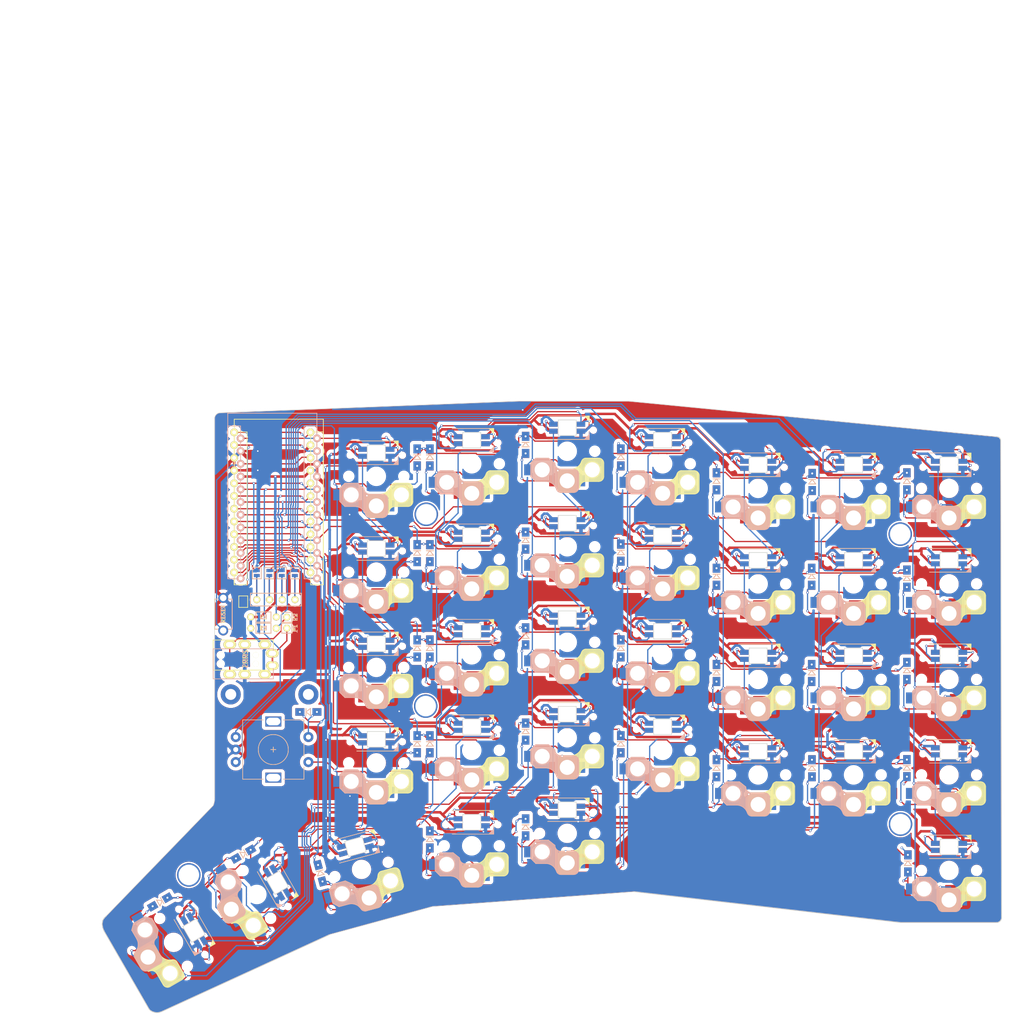
<source format=kicad_pcb>
(kicad_pcb (version 20221018) (generator pcbnew)
  (layers (0 "F.Cu" signal) (31 "B.Cu" signal) (34 "B.Paste" user) (35 "F.Paste" user) (36 "B.SilkS" user "B.Silkscreen") (37 "F.SilkS" user "F.Silkscreen") (38 "B.Mask" user) (39 "F.Mask" user) (44 "Edge.Cuts" user))
  (net 0 "")
  (net 1 "row4")
  (net 2 "row0")
  (net 3 "row1")
  (net 4 "row2")
  (net 5 "row3")
  (net 6 "VCC")
  (net 7 "GND")
  (net 8 "col0")
  (net 9 "col1")
  (net 10 "col2")
  (net 11 "col3")
  (net 12 "col4")
  (net 13 "SDA")
  (net 14 "LED")
  (net 15 "SCL")
  (net 16 "RESET")
  (net 17 "Net-(D1-A)")
  (net 18 "Net-(D2-A)")
  (net 19 "DATA")
  (net 20 "Net-(D3-A)")
  (net 21 "Net-(D4-A)")
  (net 22 "Net-(D5-A)")
  (net 23 "Net-(D6-A)")
  (net 24 "SW25B")
  (net 25 "SW25A")
  (net 26 "ENCB")
  (net 27 "ENCA")
  (net 28 "/i2c_c")
  (net 29 "/i2c_d")
  (net 30 "Net-(D7-A)")
  (net 31 "Net-(D8-A)")
  (net 32 "Net-(D9-A)")
  (net 33 "Net-(D10-A)")
  (net 34 "Net-(D11-A)")
  (net 35 "Net-(D12-A)")
  (net 36 "Net-(D13-A)")
  (net 37 "Net-(D14-A)")
  (net 38 "Net-(D15-A)")
  (net 39 "Net-(D16-A)")
  (net 40 "Net-(D17-A)")
  (net 41 "Net-(D18-A)")
  (net 42 "Net-(D19-A)")
  (net 43 "Net-(D20-A)")
  (net 44 "Net-(D21-A)")
  (net 45 "Net-(D22-A)")
  (net 46 "Net-(D23-A)")
  (net 47 "Net-(D24-A)")
  (net 48 "Net-(D26-A)")
  (net 49 "Net-(D27-A)")
  (net 50 "Net-(D28-A)")
  (net 51 "Net-(D29-A)")
  (net 52 "Net-(D30-A)")
  (net 53 "Net-(J3-P4)")
  (net 54 "Net-(J3-P3)")
  (net 55 "Net-(J3-P2)")
  (net 56 "Net-(J3-P1)")
  (net 57 "Net-(SW1B-DOUT)")
  (net 58 "Net-(SW2B-DIN)")
  (net 59 "Net-(SW2B-DOUT)")
  (net 60 "Net-(SW3B-DOUT)")
  (net 61 "Net-(SW10B-DOUT)")
  (net 62 "Net-(SW4B-DOUT)")
  (net 63 "Net-(SW11B-DIN)")
  (net 64 "Net-(SW12B-DOUT)")
  (net 65 "Net-(SW13B-DIN)")
  (net 66 "Net-(SW14B-DOUT)")
  (net 67 "Net-(SW15B-DIN)")
  (net 68 "Net-(SW10B-DIN)")
  (net 69 "Net-(SW11B-DOUT)")
  (net 70 "Net-(SW12B-DIN)")
  (net 71 "Net-(SW13B-DOUT)")
  (net 72 "Net-(SW14B-DIN)")
  (net 73 "Net-(SW15B-DOUT)")
  (net 74 "Net-(SW16B-DIN)")
  (net 75 "Net-(SW17B-DOUT)")
  (net 76 "Net-(SW18B-DIN)")
  (net 77 "Net-(SW19B-DOUT)")
  (net 78 "Net-(SW20B-DIN)")
  (net 79 "Net-(SW21B-DOUT)")
  (net 80 "Net-(SW22B-DIN)")
  (net 81 "Net-(SW23B-DOUT)")
  (net 82 "Net-(SW26B-DOUT)")
  (net 83 "Net-(SW27B-DOUT)")
  (net 84 "Net-(SW29B-DOUT)")
  (net 85 "unconnected-(U1-RAW-Pad24)")
  (net 86 "Net-(D31-A)")
  (net 87 "Net-(D32-A)")
  (net 88 "Net-(D33-A)")
  (net 89 "Net-(D34-A)")
  (net 90 "Net-(D35-A)")
  (net 91 "Net-(SW31B-DIN)")
  (net 92 "col6")
  (net 93 "Net-(SW31B-DOUT)")
  (net 94 "Net-(SW32B-DOUT)")
  (net 95 "Net-(SW33B-DOUT)")
  (net 96 "Net-(SW34B-DOUT)")
  (net 97 "unconnected-(SW35B-DOUT-Pad2)")
  (footprint "SofleKeyboard-footprint:RESISTOR_mini" (layer "F.Cu") (at 98.039272 80.311965)
    (fp_text reference "R1")
    (fp_text value "R" hide)
  )
  (footprint "SofleKeyboard-footprint:RESISTOR_mini" (layer "F.Cu") (at 98.039272 78.061965)
    (fp_text reference "R2")
    (fp_text value "R" hide)
  )
  (footprint "SofleKeyboard-footprint:MJ-4PP-9" (layer "F.Cu") (at 88 85.65 90)
    (fp_text reference "J2")
    (fp_text value "4PIN" hide)
  )
  (footprint "SofleKeyboard-footprint:1pin_conn" (layer "F.Cu") (at 102.7 80.3 -90)
    (fp_text reference "P1")
    (fp_text value "i2c_pin" hide)
  )
  (footprint "SofleKeyboard-footprint:1pin_conn" (layer "F.Cu") (at 102.7 78.1 -90)
    (fp_text reference "P2")
    (fp_text value "i2c_pin" hide)
  )
  (footprint "SofleKeyboard-footprint:HOLE_M2_TH" (layer "F.Cu") (at 83.13912 129.50264 90)
    (fp_text reference "TH7" hide)
    (fp_text value "HOLE" hide)
  )
  (footprint "SofleKeyboard-footprint:ProMicro" (layer "F.Cu") (at 101 56)
    (fp_text reference "U1" hide)
    (fp_text value "ProMicro" hide)
  )
  (footprint "SofleKeyboard-footprint:Jumper" (layer "F.Cu") (at 104.3 69.3 90)
    (fp_text reference "JP1" hide)
    (fp_text value "Jumper_NO_Small" hide)
  )
  (footprint "SofleKeyboard-footprint:Jumper" (layer "F.Cu") (at 101.7 69.3 90)
    (fp_text reference "JP2" hide)
    (fp_text value "Jumper_NO_Small" hide)
  )
  (footprint "SofleKeyboard-footprint:Jumper" (layer "F.Cu") (at 99.2 69.3 90)
    (fp_text reference "JP3" hide)
    (fp_text value "Jumper_NO_Small" hide)
  )
  (footprint "SofleKeyboard-footprint:TACT_SWITCH_TVBP06" (layer "F.Cu") (at 90 77.5 -90)
    (fp_text reference "RSW1" hide)
    (fp_text value "SW_RST" hide)
  )
  (footprint "SofleKeyboard-footprint:jumper_data" (layer "F.Cu") (at 94 75 -90)
    (fp_text reference "W1" hide)
    (fp_text value "jumper" hide)
  )
  (footprint "SofleKeyboard-footprint:Diode_SOD123" (layer "F.Cu") (at 128.705 46.227 -90)
    (fp_text reference "D1" hide)
    (fp_text value "D" hide)
  )
  (footprint "SofleKeyboard-footprint:Diode_SOD123" (layer "F.Cu") (at 131.245 46.23 -90)
    (fp_text reference "D2" hide)
    (fp_text value "D" hide)
  )
  (footprint "SofleKeyboard-footprint:Diode_SOD123" (layer "F.Cu") (at 150.345 43.73 -90)
    (fp_text reference "D3" hide)
    (fp_text value "D" hide)
  )
  (footprint "SofleKeyboard-footprint:Diode_SOD123" (layer "F.Cu") (at 169.345 46.23 -90)
    (fp_text reference "D4" hide)
    (fp_text value "D" hide)
  )
  (footprint "SofleKeyboard-footprint:Diode_SOD123" (layer "F.Cu") (at 188.445 51 -90)
    (fp_text reference "D5" hide)
    (fp_text value "D" hide)
  )
  (footprint "SofleKeyboard-footprint:Diode_SOD123" (layer "F.Cu") (at 207.545 51.13 -90)
    (fp_text reference "D6" hide)
    (fp_text value "D" hide)
  )
  (footprint "SofleKeyboard-footprint:Diode_SOD123" (layer "F.Cu") (at 128.705 84.33 -90)
    (fp_text reference "D13" hide)
    (fp_text value "D" hide)
  )
  (footprint "SofleKeyboard-footprint:Diode_SOD123" (layer "F.Cu") (at 128.705 103.43 -90)
    (fp_text reference "D19" hide)
    (fp_text value "D" hide)
  )
  (footprint "SofleKeyboard-footprint:Diode_SOD123" (layer "F.Cu") (at 107 97)
    (fp_text reference "D25" hide)
    (fp_text value "D" hide)
  )
  (footprint "SofleKeyboard-footprint:Diode_SOD123" (layer "F.Cu") (at 94.007 125.351 -150)
    (fp_text reference "D27" hide)
    (fp_text value "D" hide)
  )
  (footprint "SofleChoc:Choc_Hotswap_SK6812MiniE" (layer "F.Cu") (at 120.55 50 180)
    (fp_text reference "SW1" hide)
    (fp_text value "SW_PUSH_LED" hide)
    (fp_line (start -1.8 3.149) (end -1.8 6.249) (stroke (width 0.12)) (layer "Edge.Cuts"))
    (fp_line (start -1.8 6.249) (end 1.8 6.249) (stroke (width 0.12)) (layer "Edge.Cuts"))
    (fp_line (start 1.8 3.149) (end -1.8 3.149) (stroke (width 0.12)) (layer "Edge.Cuts"))
    (fp_line (start 1.8 6.249) (end 1.8 3.149) (stroke (width 0.12)) (layer "Edge.Cuts"))
  )
  (footprint "SofleChoc:Choc_Hotswap_SK6812MiniE" (layer "F.Cu") (at 158.65 45 180)
    (fp_text reference "SW3" hide)
    (fp_text value "SW_PUSH_LED" hide)
    (fp_line (start -1.8 3.149) (end -1.8 6.249) (stroke (width 0.12)) (layer "Edge.Cuts"))
    (fp_line (start -1.8 6.249) (end 1.8 6.249) (stroke (width 0.12)) (layer "Edge.Cuts"))
    (fp_line (start 1.8 3.149) (end -1.8 3.149) (stroke (width 0.12)) (layer "Edge.Cuts"))
    (fp_line (start 1.8 6.249) (end 1.8 3.149) (stroke (width 0.12)) (layer "Edge.Cuts"))
  )
  (footprint "SofleChoc:Choc_Hotswap_SK6812MiniE" (layer "F.Cu") (at 120.55 88.1 180)
    (fp_text reference "SW13" hide)
    (fp_text value "SW_PUSH_LED" hide)
    (fp_line (start -1.8 3.149) (end -1.8 6.249) (stroke (width 0.12)) (layer "Edge.Cuts"))
    (fp_line (start -1.8 6.249) (end 1.8 6.249) (stroke (width 0.12)) (layer "Edge.Cuts"))
    (fp_line (start 1.8 3.149) (end -1.8 3.149) (stroke (width 0.12)) (layer "Edge.Cuts"))
    (fp_line (start 1.8 6.249) (end 1.8 3.149) (stroke (width 0.12)) (layer "Edge.Cuts"))
  )
  (footprint "SofleChoc:Choc_Hotswap_SK6812MiniE" (layer "F.Cu") (at 139.6 85.6 180)
    (fp_text reference "SW14" hide)
    (fp_text value "SW_PUSH_LED" hide)
    (fp_line (start -1.8 3.149) (end -1.8 6.249) (stroke (width 0.12)) (layer "Edge.Cuts"))
    (fp_line (start -1.8 6.249) (end 1.8 6.249) (stroke (width 0.12)) (layer "Edge.Cuts"))
    (fp_line (start 1.8 3.149) (end -1.8 3.149) (stroke (width 0.12)) (layer "Edge.Cuts"))
    (fp_line (start 1.8 6.249) (end 1.8 3.149) (stroke (width 0.12)) (layer "Edge.Cuts"))
  )
  (footprint "SofleChoc:Choc_Hotswap_SK6812MiniE" (layer "F.Cu") (at 120.55 107.15 180)
    (fp_text reference "SW19" hide)
    (fp_text value "SW_PUSH_LED" hide)
    (fp_line (start -1.8 3.149) (end -1.8 6.249) (stroke (width 0.12)) (layer "Edge.Cuts"))
    (fp_line (start -1.8 6.249) (end 1.8 6.249) (stroke (width 0.12)) (layer "Edge.Cuts"))
    (fp_line (start 1.8 3.149) (end -1.8 3.149) (stroke (width 0.12)) (layer "Edge.Cuts"))
    (fp_line (start 1.8 6.249) (end 1.8 3.149) (stroke (width 0.12)) (layer "Edge.Cuts"))
  )
  (footprint "SofleChoc:Choc_Hotswap_SK6812MiniE" (layer "F.Cu") (at 158.65 102.15 180)
    (fp_text reference "SW21" hide)
    (fp_text value "SW_PUSH_LED" hide)
    (fp_line (start -1.8 3.149) (end -1.8 6.249) (stroke (width 0.12)) (layer "Edge.Cuts"))
    (fp_line (start -1.8 6.249) (end 1.8 6.249) (stroke (width 0.12)) (layer "Edge.Cuts"))
    (fp_line (start 1.8 3.149) (end -1.8 3.149) (stroke (width 0.12)) (layer "Edge.Cuts"))
    (fp_line (start 1.8 6.249) (end 1.8 3.149) (stroke (width 0.12)) (layer "Edge.Cuts"))
  )
  (footprint "SofleChoc:Choc_Hotswap_SK6812MiniE" (layer "F.Cu") (at 196.75 109.55 180)
    (fp_text reference "SW23" hide)
    (fp_text value "SW_PUSH_LED" hide)
    (fp_line (start -1.8 3.149) (end -1.8 6.249) (stroke (width 0.12)) (layer "Edge.Cuts"))
    (fp_line (start -1.8 6.249) (end 1.8 6.249) (stroke (width 0.12)) (layer "Edge.Cuts"))
    (fp_line (start 1.8 3.149) (end -1.8 3.149) (stroke (width 0.12)) (layer "Edge.Cuts"))
    (fp_line (start 1.8 6.249) (end 1.8 3.149) (stroke (width 0.12)) (layer "Edge.Cuts"))
  )
  (footprint "SofleChoc:Choc_Hotswap_SK6812MiniE" (layer "F.Cu") (at 96.71 133.4 120)
    (fp_text reference "SW27" hide)
    (fp_text value "SW_PUSH_LED" hide)
    (fp_line (start -1.8 3.149) (end -1.8 6.249) (stroke (width 0.12)) (layer "Edge.Cuts"))
    (fp_line (start -1.8 6.249) (end 1.8 6.249) (stroke (width 0.12)) (layer "Edge.Cuts"))
    (fp_line (start 1.8 3.149) (end -1.8 3.149) (stroke (width 0.12)) (layer "Edge.Cuts"))
    (fp_line (start 1.8 6.249) (end 1.8 3.149) (stroke (width 0.12)) (layer "Edge.Cuts"))
  )
  (footprint "SofleKeyboard-footprint:M2_HOLE_PCB" (layer "F.Cu") (at 91.5 93.5)
    (fp_text reference "TH1" hide)
    (fp_text value "HOLE")
  )
  (footprint "SofleKeyboard-footprint:Jumper" (layer "F.Cu") (at 96.7 69.3 90)
    (fp_text reference "JP4" hide)
    (fp_text value "Jumper_NO_Small" hide)
  )
  (footprint "SofleKeyboard-footprint:OLED_4Pin" (layer "F.Cu") (at 96.7 74.6)
    (fp_text reference "J3" hide)
    (fp_text value "OLED" hide)
  )
  (footprint "SofleKeyboard-footprint:M2_HOLE_PCB" (layer "F.Cu") (at 107 93.5)
    (fp_text reference "TH2" hide)
    (fp_text value "HOLE")
  )
  (footprint "SofleKeyboard-footprint:RotaryEncoder_Alps_EC11E-Switch_Vertical_H20mm-keebio_modified" (layer "F.Cu") (at 100 104.5)
    (fp_text reference "SW25" hide)
    (fp_text value "Rotary_Encoder_Switch")
  )
  (footprint "SofleChoc:Choc_Hotswap_SK6812MiniE" (layer "F.Cu") (at 117.6 128.4 -165)
    (fp_text reference "SW28" hide)
    (fp_text value "SW_PUSH_LED" hide)
    (fp_line (start -1.8 3.149) (end -1.8 6.249) (stroke (width 0.12)) (layer "Edge.Cuts"))
    (fp_line (start -1.8 6.249) (end 1.8 6.249) (stroke (width 0.12)) (layer "Edge.Cuts"))
    (fp_line (start 1.8 3.149) (end -1.8 3.149) (stroke (width 0.12)) (layer "Edge.Cuts"))
    (fp_line (start 1.8 6.249) (end 1.8 3.149) (stroke (width 0.12)) (layer "Edge.Cuts"))
  )
  (footprint "SofleChoc:Choc_Hotswap_SK6812MiniE" (layer "F.Cu") (at 215.8 71.45 180)
    (fp_text reference "SW12" hide)
    (fp_text value "SW_PUSH_LED" hide)
    (fp_line (start -1.8 3.149) (end -1.8 6.249) (stroke (width 0.12)) (layer "Edge.Cuts"))
    (fp_line (start -1.8 6.249) (end 1.8 6.249) (stroke (width 0.12)) (layer "Edge.Cuts"))
    (fp_line (start 1.8 3.149) (end -1.8 3.149) (stroke (width 0.12)) (layer "Edge.Cuts"))
    (fp_line (start 1.8 6.249) (end 1.8 3.149) (stroke (width 0.12)) (layer "Edge.Cuts"))
  )
  (footprint "SofleChoc:Choc_Hotswap_SK6812MiniE" (layer "F.Cu") (at 215.8 90.5 180)
    (fp_text reference "SW18" hide)
    (fp_text value "SW_PUSH_LED" hide)
    (fp_line (start -1.8 3.149) (end -1.8 6.249) (stroke (width 0.12)) (layer "Edge.Cuts"))
    (fp_line (start -1.8 6.249) (end 1.8 6.249) (stroke (width 0.12)) (layer "Edge.Cuts"))
    (fp_line (start 1.8 3.149) (end -1.8 3.149) (stroke (width 0.12)) (layer "Edge.Cuts"))
    (fp_line (start 1.8 6.249) (end 1.8 3.149) (stroke (width 0.12)) (layer "Edge.Cuts"))
  )
  (footprint "SofleChoc:Choc_Hotswap_SK6812MiniE" (layer "F.Cu") (at 215.8 109.55 180)
    (fp_text reference "SW24" hide)
    (fp_text value "SW_PUSH_LED" hide)
    (fp_line (start -1.8 3.149) (end -1.8 6.249) (stroke (width 0.12)) (layer "Edge.Cuts"))
    (fp_line (start -1.8 6.249) (end 1.8 6.249) (stroke (width 0.12)) (layer "Edge.Cuts"))
    (fp_line (start 1.8 3.149) (end -1.8 3.149) (stroke (width 0.12)) (layer "Edge.Cuts"))
    (fp_line (start 1.8 6.249) (end 1.8 3.149) (stroke (width 0.12)) (layer "Edge.Cuts"))
  )
  (footprint "SofleChoc:Choc_Hotswap_SK6812MiniE" (layer "F.Cu") (at 177.7 47.5 180)
    (fp_text reference "SW4" hide)
    (fp_text value "SW_PUSH_LED" hide)
    (fp_line (start -1.8 3.149) (end -1.8 6.249) (stroke (width 0.12)) (layer "Edge.Cuts"))
    (fp_line (start -1.8 6.249) (end 1.8 6.249) (stroke (width 0.12)) (layer "Edge.Cuts"))
    (fp_line (start 1.8 3.149) (end -1.8 3.149) (stroke (width 0.12)) (layer "Edge.Cuts"))
    (fp_line (start 1.8 6.249) (end 1.8 3.149) (stroke (width 0.12)) (layer "Edge.Cuts"))
  )
  (footprint "SofleKeyboard-footprint:HOLE_M2_TH" (layer "F.Cu") (at 225.33912 61.80264)
    (fp_text reference "TH4" hide)
    (fp_text value "HOLE" hide)
  )
  (footprint "SofleKeyboard-footprint:Diode_SOD123" (layer "F.Cu") (at 128.705 65.33 -90)
    (fp_text reference "D7" hide)
    (fp_text value "D" hide)
  )
  (footprint "SofleKeyboard-footprint:Diode_SOD123" (layer "F.Cu") (at 131.245 65.33 -90)
    (fp_text reference "D8" hide)
    (fp_text value "D" hide)
  )
  (footprint "SofleKeyboard-footprint:Diode_SOD123" (layer "F.Cu") (at 150.345 62.82 -90)
    (fp_text reference "D9" hide)
    (fp_text value "D" hide)
  )
  (footprint "SofleKeyboard-footprint:Diode_SOD123" (layer "F.Cu") (at 169.345 65.23 -90)
    (fp_text reference "D10" hide)
    (fp_text value "D" hide)
  )
  (footprint "SofleKeyboard-footprint:Diode_SOD123" (layer "F.Cu") (at 188.445 70.03 -90)
    (fp_text reference "D11" hide)
    (fp_text value "D" hide)
  )
  (footprint "SofleKeyboard-footprint:Diode_SOD123" (layer "F.Cu") (at 207.445 70.03 -90)
    (fp_text reference "D12" hide)
    (fp_text value "D" hide)
  )
  (footprint "SofleChoc:Choc_Hotswap_SK6812MiniE" (layer "F.Cu") (at 196.75 52.4 180)
    (fp_text reference "SW5" hide)
    (fp_text value "SW_PUSH_LED" hide)
    (fp_line (start -1.8 3.149) (end -1.8 6.249) (stroke (width 0.12)) (layer "Edge.Cuts"))
    (fp_line (start -1.8 6.249) (end 1.8 6.249) (stroke (width 0.12)) (layer "Edge.Cuts"))
    (fp_line (start 1.8 3.149) (end -1.8 3.149) (stroke (width 0.12)) (layer "Edge.Cuts"))
    (fp_line (start 1.8 6.249) (end 1.8 3.149) (stroke (width 0.12)) (layer "Edge.Cuts"))
  )
  (footprint "SofleChoc:Choc_Hotswap_SK6812MiniE" (layer "F.Cu") (at 139.6 66.55 180)
    (fp_text reference "SW8" hide)
    (fp_text value "SW_PUSH_LED" hide)
    (fp_line (start -1.8 3.149) (end -1.8 6.249) (stroke (width 0.12)) (layer "Edge.Cuts"))
    (fp_line (start -1.8 6.249) (end 1.8 6.249) (stroke (width 0.12)) (layer "Edge.Cuts"))
    (fp_line (start 1.8 3.149) (end -1.8 3.149) (stroke (width 0.12)) (layer "Edge.Cuts"))
    (fp_line (start 1.8 6.249) (end 1.8 3.149) (stroke (width 0.12)) (layer "Edge.Cuts"))
  )
  (footprint "SofleChoc:Choc_Hotswap_SK6812MiniE" (layer "F.Cu") (at 177.7 66.55 180)
    (fp_text reference "SW10" hide)
    (fp_text value "SW_PUSH_LED" hide)
    (fp_line (start -1.8 3.149) (end -1.8 6.249) (stroke (width 0.12)) (layer "Edge.Cuts"))
    (fp_line (start -1.8 6.249) (end 1.8 6.249) (stroke (width 0.12)) (layer "Edge.Cuts"))
    (fp_line (start 1.8 3.149) (end -1.8 3.149) (stroke (width 0.12)) (layer "Edge.Cuts"))
    (fp_line (start 1.8 6.249) (end 1.8 3.149) (stroke (width 0.12)) (layer "Edge.Cuts"))
  )
  (footprint "SofleChoc:Choc_Hotswap_SK6812MiniE" (layer "F.Cu") (at 158.65 64.05 180)
    (fp_text reference "SW9" hide)
    (fp_text value "SW_PUSH_LED" hide)
    (fp_line (start -1.8 3.149) (end -1.8 6.249) (stroke (width 0.12)) (layer "Edge.Cuts"))
    (fp_line (start -1.8 6.249) (end 1.8 6.249) (stroke (width 0.12)) (layer "Edge.Cuts"))
    (fp_line (start 1.8 3.149) (end -1.8 3.149) (stroke (width 0.12)) (layer "Edge.Cuts"))
    (fp_line (start 1.8 6.249) (end 1.8 3.149) (stroke (width 0.12)) (layer "Edge.Cuts"))
  )
  (footprint "SofleChoc:Choc_Hotswap_SK6812MiniE" (layer "F.Cu") (at 177.7 85.6 180)
    (fp_text reference "SW16" hide)
    (fp_text value "SW_PUSH_LED" hide)
    (fp_line (start -1.8 3.149) (end -1.8 6.249) (stroke (width 0.12)) (layer "Edge.Cuts"))
    (fp_line (start -1.8 6.249) (end 1.8 6.249) (stroke (width 0.12)) (layer "Edge.Cuts"))
    (fp_line (start 1.8 3.149) (end -1.8 3.149) (stroke (width 0.12)) (layer "Edge.Cuts"))
    (fp_line (start 1.8 6.249) (end 1.8 3.149) (stroke (width 0.12)) (layer "Edge.Cuts"))
  )
  (footprint "SofleChoc:Choc_Hotswap_SK6812MiniE" (layer "F.Cu") (at 215.8 52.4 180)
    (fp_text reference "SW6" hide)
    (fp_text value "SW_PUSH_LED" hide)
    (fp_line (start -1.8 3.149) (end -1.8 6.249) (stroke (width 0.12)) (layer "Edge.Cuts"))
    (fp_line (start -1.8 6.249) (end 1.8 6.249) (stroke (width 0.12)) (layer "Edge.Cuts"))
    (fp_line (start 1.8 3.149) (end -1.8 3.149) (stroke (width 0.12)) (layer "Edge.Cuts"))
    (fp_line (start 1.8 6.249) (end 1.8 3.149) (stroke (width 0.12)) (layer "Edge.Cuts"))
  )
  (footprint "SofleChoc:Choc_Hotswap_SK6812MiniE" (layer "F.Cu") (at 120.55 69.1 180)
    (fp_text reference "SW7" hide)
    (fp_text value "SW_PUSH_LED" hide)
    (fp_line (start -1.8 3.149) (end -1.8 6.249) (stroke (width 0.12)) (layer "Edge.Cuts"))
    (fp_line (start -1.8 6.249) (end 1.8 6.249) (stroke (width 0.12)) (layer "Edge.Cuts"))
    (fp_line (start 1.8 3.149) (end -1.8 3.149) (stroke (width 0.12)) (layer "Edge.Cuts"))
    (fp_line (start 1.8 6.249) (end 1.8 3.149) (stroke (width 0.12)) (layer "Edge.Cuts"))
  )
  (footprint "SofleChoc:Choc_Hotswap_SK6812MiniE" (layer "F.Cu") (at 196.75 71.45 180)
    (fp_text reference "SW11" hide)
    (fp_text value "SW_PUSH_LED" hide)
    (fp_line (start -1.8 3.149) (end -1.8 6.249) (stroke (width 0.12)) (layer "Edge.Cuts"))
    (fp_line (start -1.8 6.249) (end 1.8 6.249) (stroke (width 0.12)) (layer "Edge.Cuts"))
    (fp_line (start 1.8 3.149) (end -1.8 3.149) (stroke (width 0.12)) (layer "Edge.Cuts"))
    (fp_line (start 1.8 6.249) (end 1.8 3.149) (stroke (width 0.12)) (layer "Edge.Cuts"))
  )
  (footprint "SofleChoc:Choc_Hotswap_SK6812MiniE" (layer "F.Cu") (at 177.7 104.65 180)
    (fp_text reference "SW22" hide)
    (fp_text value "SW_PUSH_LED" hide)
    (fp_line (start -1.8 3.149) (end -1.8 6.249) (stroke (width 0.12)) (layer "Edge.Cuts"))
    (fp_line (start -1.8 6.249) (end 1.8 6.249) (stroke (width 0.12)) (layer "Edge.Cuts"))
    (fp_line (start 1.8 3.149) (end -1.8 3.149) (stroke (width 0.12)) (layer "Edge.Cuts"))
    (fp_line (start 1.8 6.249) (end 1.8 3.149) (stroke (width 0.12)) (layer "Edge.Cuts"))
  )
  (footprint "SofleChoc:Choc_Hotswap_SK6812MiniE" (layer "F.Cu") (at 196.75 90.5 180)
    (fp_text reference "SW17" hide)
    (fp_text value "SW_PUSH_LED" hide)
    (fp_line (start -1.8 3.149) (end -1.8 6.249) (stroke (width 0.12)) (layer "Edge.Cuts"))
    (fp_line (start -1.8 6.249) (end 1.8 6.249) (stroke (width 0.12)) (layer "Edge.Cuts"))
    (fp_line (start 1.8 3.149) (end -1.8 3.149) (stroke (width 0.12)) (layer "Edge.Cuts"))
    (fp_line (start 1.8 6.249) (end 1.8 3.149) (stroke (width 0.12)) (layer "Edge.Cuts"))
  )
  (footprint "SofleChoc:Choc_Hotswap_SK6812MiniE" (layer "F.Cu") (at 158.65 121.2 180)
    (fp_text reference "SW30" hide)
    (fp_text value "SW_PUSH_LED" hide)
    (fp_line (start -1.8 3.149) (end -1.8 6.249) (stroke (width 0.12)) (layer "Edge.Cuts"))
    (fp_line (start -1.8 6.249) (end 1.8 6.249) (stroke (width 0.12)) (layer "Edge.Cuts"))
    (fp_line (start 1.8 3.149) (end -1.8 3.149) (stroke (width 0.12)) (layer "Edge.Cuts"))
    (fp_line (start 1.8 6.249) (end 1.8 3.149) (stroke (width 0.12)) (layer "Edge.Cuts"))
  )
  (footprint "SofleChoc:Choc_Hotswap_SK6812MiniE" (layer "F.Cu") (at 158.65 83.1 180)
    (fp_text reference "SW15" hide)
    (fp_text value "SW_PUSH_LED" hide)
    (fp_line (start -1.8 3.149) (end -1.8 6.249) (stroke (width 0.12)) (layer "Edge.Cuts"))
    (fp_line (start -1.8 6.249) (end 1.8 6.249) (stroke (width 0.12)) (layer "Edge.Cuts"))
    (fp_line (start 1.8 3.149) (end -1.8 3.149) (stroke (width 0.12)) (layer "Edge.Cuts"))
    (fp_line (start 1.8 6.249) (end 1.8 3.149) (stroke (width 0.12)) (layer "Edge.Cuts"))
  )
  (footprint "SofleChoc:Choc_Hotswap_SK6812MiniE" (layer "F.Cu") (at 139.6 47.5 180)
    (fp_text reference "SW2" hide)
    (fp_text value "SW_PUSH_LED" hide)
    (fp_line (start -1.8 3.149) (end -1.8 6.249) (stroke (width 0.12)) (layer "Edge.Cuts"))
    (fp_line (start -1.8 6.249) (end 1.8 6.249) (stroke (width 0.12)) (layer "Edge.Cuts"))
    (fp_line (start 1.8 3.149) (end -1.8 3.149) (stroke (width 0.12)) (layer "Edge.Cuts"))
    (fp_line (start 1.8 6.249) (end 1.8 3.149) (stroke (width 0.12)) (layer "Edge.Cuts"))
  )
  (footprint "SofleKeyboard-footprint:Diode_SOD123" (layer "F.Cu") (at 109.374 129.161 -75)
    (fp_text reference "D28" hide)
    (fp_text value "D" hide)
  )
  (footprint "SofleChoc:Choc_Hotswap_SK6812MiniE" (layer "F.Cu") (at 139.6 104.65 180)
    (fp_text reference "SW20" hide)
    (fp_text value "SW_PUSH_LED" hide)
    (fp_line (start -1.8 3.149) (end -1.8 6.249) (stroke (width 0.12)) (layer "Edge.Cuts"))
    (fp_line (start -1.8 6.249) (end 1.8 6.249) (stroke (width 0.12)) (layer "Edge.Cuts"))
    (fp_line (start 1.8 3.149) (end -1.8 3.149) (stroke (width 0.12)) (layer "Edge.Cuts"))
    (fp_line (start 1.8 6.249) (end 1.8 3.149) (stroke (width 0.12)) (layer "Edge.Cuts"))
  )
  (footprint "SofleKeyboard-footprint:HOLE_M2_TH" (layer "F.Cu") (at 225.33912 119.40264)
    (fp_text reference "TH6" hide)
    (fp_text value "HOLE" hide)
  )
  (footprint "SofleKeyboard-footprint:Diode_SOD123" (layer "F.Cu") (at 150.345 81.92 -90)
    (fp_text reference "D15" hide)
    (fp_text value "D" hide)
  )
  (footprint "SofleKeyboard-footprint:Diode_SOD123" (layer "F.Cu") (at 169.345 84.33 -90)
    (fp_text reference "D16" hide)
    (fp_text value "D" hide)
  )
  (footprint "SofleKeyboard-footprint:Diode_SOD123" (layer "F.Cu") (at 188.445 89.23 -90)
    (fp_text reference "D17" hide)
    (fp_text value "D" hide)
  )
  (footprint "SofleKeyboard-footprint:Diode_SOD123" (layer "F.Cu") (at 207.445 89.23 -90)
    (fp_text reference "D18" hide)
    (fp_text value "D" hide)
  )
  (footprint "SofleKeyboard-footprint:Diode_SOD123" (layer "F.Cu") (at 131.245 122.43 -90)
    (fp_text reference "D29" hide)
    (fp_text value "D" hide)
  )
  (footprint "SofleKeyboard-footprint:Diode_SOD123" (layer "F.Cu") (at 150.345 120.02 -90)
    (fp_text reference "D30" hide)
    (fp_text value "D" hide)
  )
  (footprint "SofleKeyboard-footprint:Diode_SOD123" (layer "F.Cu") (at 207.495 108.23 -90)
    (fp_text reference "D24" hide)
    (fp_text value "D" hide)
  )
  (footprint "SofleKeyboard-footprint:Diode_SOD123" (layer "F.Cu") (at 131.245 103.43 -90)
    (fp_text reference "D20" hide)
    (fp_text value "D" hide)
  )
  (footprint "SofleKeyboard-footprint:Diode_SOD123" (layer "F.Cu") (at 150.345 100.92 -90)
    (fp_text reference "D21" hide)
    (fp_text value "D" hide)
  )
  (footprint "SofleKeyboard-footprint:Diode_SOD123" (layer "F.Cu") (at 169.345 103.43 -90)
    (fp_text reference "D22" hide)
    (fp_text value "D" hide)
  )
  (footprint "SofleKeyboard-footprint:Diode_SOD123" (layer "F.Cu") (at 188.445 108.23 -90)
    (fp_text reference "D23" hide)
    (fp_text value "D" hide)
  )
  (footprint "SofleKeyboard-footprint:Diode_SOD123" (layer "F.Cu") (at 131.245 84.33 -90)
    (fp_text reference "D14" hide)
    (fp_text value "D" hide)
  )
  (footprint "SofleChoc:Choc_Hotswap_SK6812MiniE" (layer "F.Cu") (at 139.6 123.7 180)
    (fp_text reference "SW29" hide)
    (fp_text value "SW_PUSH_LED" hide)
    (fp_line (start -1.8 3.149) (end -1.8 6.249) (stroke (width 0.12)) (layer "Edge.Cuts"))
    (fp_line (start -1.8 6.249) (end 1.8 6.249) (stroke (width 0.12)) (layer "Edge.Cuts"))
    (fp_line (start 1.8 3.149) (end -1.8 3.149) (stroke (width 0.12)) (layer "Edge.Cuts"))
    (fp_line (start 1.8 6.249) (end 1.8 3.149) (stroke (width 0.12)) (layer "Edge.Cuts"))
  )
  (footprint "SofleKeyboard-footprint:HOLE_M2_TH" (layer "F.Cu") (at 130.50212 57.64864)
    (fp_text reference "TH3" hide)
    (fp_text value "HOLE" hide)
  )
  (footprint "SofleKeyboard-footprint:HOLE_M2_TH" (layer "F.Cu") (at 130.43912 95.90264)
    (fp_text reference "TH5" hide)
    (fp_text value "HOLE" hide)
  )
  (footprint "SofleChoc:Choc_Hotswap_SK6812MiniE" (layer "F.Cu") (at 80.094 142.95 120)
    (fp_text reference "SW26" hide)
    (fp_text value "SW_PUSH_LED" hide)
    (fp_line (start -1.8 3.149) (end -1.8 6.249) (stroke (width 0.12)) (layer "Edge.Cuts"))
    (fp_line (start -1.8 6.249) (end 1.8 6.249) (stroke (width 0.12)) (layer "Edge.Cuts"))
    (fp_line (start 1.8 3.149) (end -1.8 3.149) (stroke (width 0.12)) (layer "Edge.Cuts"))
    (fp_line (start 1.8 6.249) (end 1.8 3.149) (stroke (width 0.12)) (layer "Edge.Cuts"))
  )
  (footprint "SofleChoc:Choc_Hotswap_SK6812MiniE" (layer "F.Cu") (at 234.85 128.6 180)
    (fp_text reference "SW35" hide)
    (fp_text value "SW_PUSH_LED" hide)
    (fp_line (start -1.8 3.149) (end -1.8 6.249) (stroke (width 0.12)) (layer "Edge.Cuts"))
    (fp_line (start -1.8 6.249) (end 1.8 6.249) (stroke (width 0.12)) (layer "Edge.Cuts"))
    (fp_line (start 1.8 3.149) (end -1.8 3.149) (stroke (width 0.12)) (layer "Edge.Cuts"))
    (fp_line (start 1.8 6.249) (end 1.8 3.149) (stroke (width 0.12)) (layer "Edge.Cuts"))
  )
  (footprint "SofleChoc:Choc_Hotswap_SK6812MiniE" (layer "F.Cu") (at 234.85 90.5 180)
    (fp_text reference "SW33" hide)
    (fp_text value "SW_PUSH_LED" hide)
    (fp_line (start -1.8 3.149) (end -1.8 6.249) (stroke (width 0.12)) (layer "Edge.Cuts"))
    (fp_line (start -1.8 6.249) (end 1.8 6.249) (stroke (width 0.12)) (layer "Edge.Cuts"))
    (fp_line (start 1.8 3.149) (end -1.8 3.149) (stroke (width 0.12)) (layer "Edge.Cuts"))
    (fp_line (start 1.8 6.249) (end 1.8 3.149) (stroke (width 0.12)) (layer "Edge.Cuts"))
  )
  (footprint "SofleChoc:Choc_Hotswap_SK6812MiniE" (layer "F.Cu") (at 234.85 52.4 180)
    (fp_text reference "SW31" hide)
    (fp_text value "SW_PUSH_LED" hide)
    (fp_line (start -1.8 3.149) (end -1.8 6.249) (stroke (width 0.12)) (layer "Edge.Cuts"))
    (fp_line (start -1.8 6.249) (end 1.8 6.249) (stroke (width 0.12)) (layer "Edge.Cuts"))
    (fp_line (start 1.8 3.149) (end -1.8 3.149) (stroke (width 0.12)) (layer "Edge.Cuts"))
    (fp_line (start 1.8 6.249) (end 1.8 3.149) (stroke (width 0.12)) (layer "Edge.Cuts"))
  )
  (footprint "SofleKeyboard-footprint:Diode_SOD123" (layer "F.Cu") (at 226.43912 108.20264 -90)
    (fp_text reference "D34" hide)
    (fp_text value "D" hide)
  )
  (footprint "SofleChoc:Choc_Hotswap_SK6812MiniE" (layer "F.Cu") (at 234.85 71.45 180)
    (fp_text reference "SW32" hide)
    (fp_text value "SW_PUSH_LED" hide)
    (fp_line (start -1.8 3.149) (end -1.8 6.249) (stroke (width 0.12)) (layer "Edge.Cuts"))
    (fp_line (start -1.8 6.249) (end 1.8 6.249) (stroke (width 0.12)) (layer "Edge.Cuts"))
    (fp_line (start 1.8 3.149) (end -1.8 3.149) (stroke (width 0.12)) (layer "Edge.Cuts"))
    (fp_line (start 1.8 6.249) (end 1.8 3.149) (stroke (width 0.12)) (layer "Edge.Cuts"))
  )
  (footprint "SofleChoc:Choc_Hotswap_SK6812MiniE" (layer "F.Cu") (at 234.85 109.55 180)
    (fp_text reference "SW34" hide)
    (fp_text value "SW_PUSH_LED" hide)
    (fp_line (start -1.8 3.149) (end -1.8 6.249) (stroke (width 0.12)) (layer "Edge.Cuts"))
    (fp_line (start -1.8 6.249) (end 1.8 6.249) (stroke (width 0.12)) (layer "Edge.Cuts"))
    (fp_line (start 1.8 3.149) (end -1.8 3.149) (stroke (width 0.12)) (layer "Edge.Cuts"))
    (fp_line (start 1.8 6.249) (end 1.8 3.149) (stroke (width 0.12)) (layer "Edge.Cuts"))
  )
  (footprint "SofleKeyboard-footprint:Diode_SOD123" (layer "F.Cu") (at 226.43912 88.80264 -90)
    (fp_text reference "D33" hide)
    (fp_text value "D" hide)
  )
  (footprint "SofleKeyboard-footprint:Diode_SOD123" (layer "F.Cu") (at 226.43912 70.40264 -90)
    (fp_text reference "D32" hide)
    (fp_text value "D" hide)
  )
  (footprint "SofleKeyboard-footprint:Diode_SOD123" (layer "F.Cu") (at 77.391 134.901 -150)
    (fp_text reference "D26" hide)
    (fp_text value "D" hide)
  )
  (footprint "SofleKeyboard-footprint:Diode_SOD123" (layer "F.Cu") (at 226.43912 51.00264 -90)
    (fp_text reference "D31" hide)
    (fp_text value "D" hide)
  )
  (footprint "SofleKeyboard-footprint:Diode_SOD123" (layer "F.Cu") (at 226.63912 127.20264 -90)
    (fp_text reference "D35" hide)
    (fp_text value "D" hide)
  )
  (footprint "SofleKeyboard-footprint:Jumper" (layer "B.Cu") (at 101.7 69.3 90)
    (fp_text reference "JP6" hide)
    (fp_text value "Jumper_NO_Small" hide)
  )
  (footprint "SofleKeyboard-footprint:Jumper" (layer "B.Cu") (at 99.2 69.3 90)
    (fp_text reference "JP7" hide)
    (fp_text value "Jumper_NO_Small" hide)
  )
  (footprint "SofleKeyboard-footprint:Jumper" (layer "B.Cu") (at 96.7 69.3 90)
    (fp_text reference "JP8" hide)
    (fp_text value "Jumper_NO_Small" hide)
  )
  (footprint "SofleKeyboard-footprint:Jumper" (layer "B.Cu") (at 104.3 69.3 90)
    (fp_text reference "JP5" hide)
    (fp_text value "Jumper_NO_Small" hide)
  )
  (gr_line (start 170.95 35) (end 244.395788 42.098905) (stroke (width 0.1)) (layer "Edge.Cuts"))
  (gr_line (start 88.297257 38.245261) (end 88.364377 38.029014) (stroke (width 0.1)) (layer "Edge.Cuts"))
  (gr_line (start 88.611259 37.662831) (end 88.781752 37.52216) (stroke (width 0.1)) (layer "Edge.Cuts"))
  (gr_line (start 88.781752 37.52216) (end 88.977436 37.415945) (stroke (width 0.1)) (layer "Edge.Cuts"))
  (gr_line (start 66.63912 137.70264) (end 88 115.65) (stroke (width 0.1)) (layer "Edge.Cuts"))
  (gr_line (start 88.364377 38.029014) (end 88.47059 37.833327) (stroke (width 0.1)) (layer "Edge.Cuts"))
  (gr_line (start 88.273857 38.477435) (end 88.297257 38.245261) (stroke (width 0.1)) (layer "Edge.Cuts"))
  (gr_line (start 88.47059 37.833327) (end 88.611259 37.662831) (stroke (width 0.1)) (layer "Edge.Cuts"))
  (gr_line (start 131.72912 135.82264) (end 172.05912 132.85264) (stroke (width 0.1)) (layer "Edge.Cuts"))
  (gr_line (start 149 35) (end 89.425853 37.325405) (stroke (width 0.1)) (layer "Edge.Cuts"))
  (gr_line (start 88.275257 114.4) (end 88.2 115.05) (stroke (width 0.1)) (layer "Edge.Cuts"))
  (gr_line (start 88.2 115.05) (end 88 115.65) (stroke (width 0.1)) (layer "Edge.Cuts"))
  (gr_line (start 88.275257 114.4) (end 88.273857 38.477435) (stroke (width 0.1)) (layer "Edge.Cuts"))
  (gr_line (start 149 35) (end 170.95 35) (stroke (width 0.1)) (layer "Edge.Cuts"))
  (gr_line (start 88.977436 37.415945) (end 89.19368 37.348815) (stroke (width 0.1)) (layer "Edge.Cuts"))
  (gr_line (start 89.19368 37.348815) (end 89.425853 37.325405) (stroke (width 0.1)) (layer "Edge.Cuts"))
  (gr_line (start 131.72912 135.82264) (end 111.23912 141.40264) (stroke (width 0.1)) (layer "Edge.Cuts"))
  (gr_line (start 225.13912 139.00264) (end 244.33912 139.00264) (stroke (width 0.15)) (layer "Edge.Cuts"))
  (gr_line (start 65.93912 138.60264) (end 66.23912 138.10264) (stroke (width 0.15)) (layer "Edge.Cuts"))
  (gr_line (start 245.15912 42.82264) (end 245.10912 42.63264) (stroke (width 0.15)) (layer "Edge.Cuts"))
  (gr_line (start 245.30912 138.25264) (end 245.22912 138.46264) (stroke (width 0.15)) (layer "Edge.Cuts"))
  (gr_line (start 245.33912 138.00264) (end 245.30912 138.25264) (stroke (width 0.15)) (layer "Edge.Cuts"))
  (gr_line (start 65.83912 139.30264) (end 65.93912 138.60264) (stroke (width 0.15)) (layer "Edge.Cuts"))
  (gr_line (start 66.18912 140.65264) (end 75.22912 156.31264) (stroke (width 0.15)) (layer "Edge.Cuts"))
  (gr_line (start 76.77912 156.98264) (end 76.37912 156.93264) (stroke (width 0.15)) (layer "Edge.Cuts"))
  (gr_line (start 245.33912 138.00264) (end 245.15912 42.82264) (stroke (width 0.15)) (layer "Edge.Cuts"))
  (gr_line (start 244.73912 138.92264) (end 244.55912 138.99264) (stroke (width 0.15)) (layer "Edge.Cuts"))
  (gr_line (start 244.55912 138.99264) (end 244.33912 139.00264) (stroke (width 0.15)) (layer "Edge.Cuts"))
  (gr_line (start 172.05912 132.85264) (end 225.13912 139.00264) (stroke (width 0.15)) (layer "Edge.Cuts"))
  (gr_line (start 76.37912 156.93264) (end 75.93912 156.80264) (stroke (width 0.15)) (layer "Edge.Cuts"))
  (gr_line (start 244.92912 138.81264) (end 244.73912 138.92264) (stroke (width 0.15)) (layer "Edge.Cuts"))
  (gr_line (start 75.22912 156.31264) (end 75.53912 156.60264) (stroke (width 0.15)) (layer "Edge.Cuts"))
  (gr_line (start 244.61912 42.14264) (end 244.395788 42.098905) (stroke (width 0.15)) (layer "Edge.Cuts"))
  (gr_line (start 244.76912 42.20264) (end 244.61912 42.14264) (stroke (width 0.15)) (layer "Edge.Cuts"))
  (gr_line (start 66.18912 140.65264) (end 65.93912 140.00264) (stroke (width 0.15)) (layer "Edge.Cuts"))
  (gr_line (start 245.10912 42.63264) (end 245.01912 42.44264) (stroke (width 0.15)) (layer "Edge.Cuts"))
  (gr_line (start 77.63912 156.80264) (end 77.18912 156.93264) (stroke (width 0.15)) (layer "Edge.Cuts"))
  (gr_line (start 245.22912 138.46264) (end 245.09912 138.64264) (stroke (width 0.15)) (layer "Edge.Cuts"))
  (gr_line (start 66.23912 138.10264) (end 66.63912 137.70264) (stroke (width 0.15)) (layer "Edge.Cuts"))
  (gr_line (start 245.01912 42.44264) (end 244.89912 42.30264) (stroke (width 0.15)) (layer "Edge.Cuts"))
  (gr_line (start 245.09912 138.64264) (end 244.92912 138.81264) (stroke (width 0.15)) (layer "Edge.Cuts"))
  (gr_line (start 77.18912 156.93264) (end 76.77912 156.98264) (stroke (width 0.15)) (layer "Edge.Cuts"))
  (gr_line (start 65.93912 140.00264) (end 65.83912 139.30264) (stroke (width 0.15)) (layer "Edge.Cuts"))
  (gr_line (start 77.63912 156.80264) (end 111.23912 141.40264) (stroke (width 0.15)) (layer "Edge.Cuts"))
  (gr_line (start 244.89912 42.30264) (end 244.76912 42.20264) (stroke (width 0.15)) (layer "Edge.Cuts"))
  (gr_line (start 75.53912 156.60264) (end 75.93912 156.80264) (stroke (width 0.15)) (layer "Edge.Cuts"))
  (segment (start 105.300001 67.100001) (end 105.300001 67.100001) (width 0.25) (layer "F.Cu") (net 1))
  (segment (start 78.863243 134.051) (end 80.89076 134.051) (width 0.25) (layer "F.Cu") (net 1))
  (segment (start 95.479243 124.501) (end 95.479243 126.391296) (width 0.25) (layer "F.Cu") (net 1))
  (segment (start 159.509493 123.275) (end 155.313046 123.275) (width 0.25) (layer "F.Cu") (net 1))
  (segment (start 105.225 97.04152) (end 106.14312 97.95964) (width 0.25) (layer "F.Cu") (net 1))
  (segment (start 107.339126 121.80264) (end 107.43912 121.702646) (width 0.25) (layer "F.Cu") (net 1))
  (segment (start 103.360767 65.67764) (end 103.610767 65.92764) (width 0.25) (layer "F.Cu") (net 1))
  (segment (start 103.874353 65.927641) (end 103.902352 65.95564) (width 0.25) (layer "F.Cu") (net 1))
  (segment (start 225.63912 125.50264) (end 220.21412 120.07764) (width 0.25) (layer "F.Cu") (net 1))
  (segment (start 154.613046 122.575) (end 152.153587 122.575) (width 0.25) (layer "F.Cu") (net 1))
  (segment (start 220.21412 120.07764) (end 166.662708 120.07764) (width 0.25) (layer "F.Cu") (net 1))
  (segment (start 92.18 69.17) (end 93.83 69.17) (width 0.25) (layer "F.Cu") (net 1))
  (segment (start 95.86584 65.95564) (end 100.839494 65.95564) (width 0.25) (layer "F.Cu") (net 1))
  (segment (start 108.759126 120.38264) (end 107.43912 121.702646) (width 0.25) (layer "F.Cu") (net 1))
  (segment (start 94.76412 67.05736) (end 95.86584 65.95564) (width 0.25) (layer "F.Cu") (net 1))
  (segment (start 150.345 118.32) (end 149.03171 118.32) (width 0.25) (layer "F.Cu") (net 1))
  (segment (start 93.83 69.17) (end 94.76412 68.23588) (width 0.25) (layer "F.Cu") (net 1))
  (segment (start 104.49212 65.95564) (end 105.43912 66.90264) (width 0.25) (layer "F.Cu") (net 1))
  (segment (start 149.03171 118.32) (end 148.594095 118.757615) (width 0.25) (layer "F.Cu") (net 1))
  (segment (start 126.980947 120.25764) (end 117.967724 120.25764) (width 0.25) (layer "F.Cu") (net 1))
  (segment (start 95.479243 124.501) (end 98.177603 121.80264) (width 0.25) (layer "F.Cu") (net 1))
  (segment (start 105.225 97) (end 105.225 97.04152) (width 0.25) (layer "F.Cu") (net 1))
  (segment (start 131.99264 121.47764) (end 147.843621 121.47764) (width 0.25) (layer "F.Cu") (net 1))
  (segment (start 166.662708 120.07764) (end 166.462707 119.87764) (width 0.25) (layer "F.Cu") (net 1))
  (segment (start 226.63912 125.50264) (end 225.63912 125.50264) (width 0.25) (layer "F.Cu") (net 1))
  (segment (start 98.177603 121.80264) (end 107.339126 121.80264) (width 0.25) (layer "F.Cu") (net 1))
  (segment (start 101.117494 65.67764) (end 103.360767 65.67764) (width 0.25) (layer "F.Cu") (net 1))
  (segment (start 83.83912 134.00264) (end 80.93912 134.00264) (width 0.25) (layer "F.Cu") (net 1))
  (segment (start 106.14312 97.95964) (end 107.15912 98.97564) (width 0.25) (layer "F.Cu") (net 1))
  (segment (start 128.860947 118.37764) (end 126.980947 120.25764) (width 0.25) (layer "F.Cu") (net 1))
  (segment (start 162.906853 119.87764) (end 159.509493 123.275) (width 0.25) (layer "F.Cu") (net 1))
  (segment (start 130.04264 118.37764) (end 128.860947 118.37764) (width 0.25) (layer "F.Cu") (net 1))
  (segment (start 149.400947 123.87764) (end 147.843621 122.320314) (width 0.25) (layer "F.Cu") (net 1))
  (segment (start 155.313046 123.275) (end 154.613046 122.575) (width 0.25) (layer "F.Cu") (net 1))
  (segment (start 93.431878 127.36186) (end 92.448865 128.344873) (width 0.25) (layer "F.Cu") (net 1))
  (segment (start 94.508679 127.36186) (end 93.431878 127.36186) (width 0.25) (layer "F.Cu") (net 1))
  (segment (start 103.902352 65.95564) (end 104.49212 65.95564) (width 0.25) (layer "F.Cu") (net 1))
  (segment (start 150.850947 123.87764) (end 149.400947 123.87764) (width 0.25) (layer "F.Cu") (net 1))
  (segment (start 107.15912 98.97564) (end 109.53912 98.97564) (width 0.25) (layer "F.Cu") (net 1))
  (segment (start 89.496887 128.344873) (end 83.83912 134.00264) (width 0.25) (layer "F.Cu") (net 1))
  (segment (start 95.479243 126.391296) (end 94.508679 127.36186) (width 0.25) (layer "F.Cu") (net 1))
  (segment (start 131.245 120.73) (end 131.245 119.58) (width 0.25) (layer "F.Cu") (net 1))
  (segment (start 108.19412 126.779038) (end 108.19412 126.03764) (width 0.25) (layer "F.Cu") (net 1))
  (segment (start 147.843621 121.47764) (end 148.443621 120.87764) (width 0.25) (layer "F.Cu") (net 1))
  (segment (start 147.843621 122.320314) (end 147.843621 121.47764) (width 0.25) (layer "F.Cu") (net 1))
  (segment (start 166.462707 119.87764) (end 162.906853 119.87764) (width 0.25) (layer "F.Cu") (net 1))
  (segment (start 131.245 120.73) (end 131.99264 121.47764) (width 0.25) (layer "F.Cu") (net 1))
  (segment (start 92.448865 128.344873) (end 89.496887 128.344873) (width 0.25) (layer "F.Cu") (net 1))
  (segment (start 108.934008 127.518926) (end 108.19412 126.779038) (width 0.25) (layer "F.Cu") (net 1))
  (segment (start 100.839494 65.95564) (end 101.117494 65.67764) (width 0.25) (layer "F.Cu") (net 1))
  (segment (start 117.842724 120.38264) (end 108.759126 120.38264) (width 0.25) (layer "F.Cu") (net 1))
  (segment (start 103.610767 65.92764) (end 103.874353 65.927641) (width 0.25) (layer "F.Cu") (net 1))
  (segment (start 131.245 119.58) (end 130.04264 118.37764) (width 0.25) (layer "F.Cu") (net 1))
  (segment (start 117.967724 120.25764) (end 117.842724 120.38264) (width 0.25) (layer "F.Cu") (net 1))
  (segment (start 94.76412 68.23588) (end 94.76412 67.05736) (width 0.25) (layer "F.Cu") (net 1))
  (segment (start 152.153587 122.575) (end 150.850947 123.87764) (width 0.25) (layer "F.Cu") (net 1))
  (via (at 97.03912 122.902642) (size 0.5) (drill 0.3) (layers "F.Cu" "B.Cu") (net 1))
  (via (at 107.43912 121.702646) (size 0.5) (drill 0.3) (layers "F.Cu" "B.Cu") (net 1))
  (via (at 106.14312 97.95964) (size 0.5) (drill 0.3) (layers "F.Cu" "B.Cu") (net 1))
  (via (at 132.97912 121.46264) (size 0.5) (drill 0.3) (layers "F.Cu" "B.Cu") (net 1))
  (via (at 109.53912 98.97564) (size 0.5) (drill 0.3) (layers "F.Cu" "B.Cu") (net 1))
  (via (at 108.19412 126.03764) (size 0.5) (drill 0.3) (layers "F.Cu" "B.Cu") (net 1))
  (via (at 105.43912 66.90264) (size 0.5) (drill 0.3) (layers "F.Cu" "B.Cu") (net 1))
  (via (at 148.443621 120.87764) (size 0.5) (drill 0.3) (layers "F.Cu" "B.Cu") (net 1))
  (via (at 225.43912 124.10264) (size 0.5) (drill 0.3) (layers "F.Cu" "B.Cu") (net 1))
  (via (at 80.93912 134.00264) (size 0.5) (drill 0.3) (layers "F.Cu" "B.Cu") (net 1))
  (via (at 148.594095 118.757615) (size 0.5) (drill 0.3) (layers "F.Cu" "B.Cu") (net 1))
  (segment (start 149.12176 118.32) (end 148.43912 119.00264) (width 0.25) (layer "B.Cu") (net 1))
  (segment (start 150.345 118.32) (end 149.12176 118.32) (width 0.25) (layer "B.Cu") (net 1))
  (segment (start 78.863243 134.051) (end 80.89076 134.051) (width 0.25) (layer "B.Cu") (net 1))
  (segment (start 108.718815 70.365745) (end 109.480814 71.127744) (width 0.25) (layer "B.Cu") (net 1))
  (segment (start 131.245 120.73) (end 132.24648 120.73) (width 0.25) (layer "B.Cu") (net 1))
  (segment (start 108.199161 125.732375) (end 108.934008 124.997528) (width 0.25) (layer "B.Cu") (net 1))
  (segment (start 107.43912 123.50264) (end 107.43912 121.702646) (width 0.25) (layer "B.Cu") (net 1))
  (segment (start 106.2 67.66352) (end 105.43912 66.90264) (width 0.25) (layer "B.Cu") (net 1))
  (segment (start 148.43912 119.00264) (end 148.43912 118.91259) (width 0.25) (layer "B.Cu") (net 1))
  (segment (start 109.480814 95.144334) (end 110.23912 95.90264) (width 0.25) (layer "B.Cu") (net 1))
  (segment (start 110.23912 95.90264) (end 110.23912 98.27564) (width 0.25) (layer "B.Cu") (net 1))
  (segment (start 108.199161 126.784079) (end 108.199161 125.732375) (width 0.25) (layer "B.Cu") (net 1))
  (segment (start 108.77 70.37) (end 106.77 70.37) (width 0.25) (layer "B.Cu") (net 1))
  (segment (start 97.03912 122.941123) (end 97.03912 122.902642) (width 0.25) (layer "B.Cu") (net 1))
  (segment (start 106.2 69.8) (end 106.2 67.66352) (width 0.25) (layer "B.Cu") (net 1))
  (segment (start 80.89076 134.051) (end 80.93912 134.00264) (width 0.25) (layer "B.Cu") (net 1))
  (segment (start 105.225 97.04152) (end 106.14312 97.95964) (width 0.25) (layer "B.Cu") (net 1))
  (segment (start 108.934008 124.997528) (end 108.934008 99.580752) (width 0.25) (layer "B.Cu") (net 1))
  (segment (start 148.43912 119.00264) (end 148.43912 120.873139) (width 0.25) (layer "B.Cu") (net 1))
  (segment (start 148.43912 118.91259) (end 148.594095 118.757615) (width 0.25) (layer "B.Cu") (net 1))
  (segment (start 106.77 70.37) (end 106.2 69.8) (width 0.25) (layer "B.Cu") (net 1))
  (segment (start 108.934008 127.518926) (end 108.199161 126.784079) (width 0.25) (layer "B.Cu") (net 1))
  (segment (start 108.934008 99.580752) (end 109.53912 98.97564) (width 0.25) (layer "B.Cu") (net 1))
  (segment (start 105.225 97) (end 105.225 97.04152) (width 0.25) (layer "B.Cu") (net 1))
  (segment (start 108.934008 124.997528) (end 107.43912 123.50264) (width 0.25) (layer "B.Cu") (net 1))
  (segment (start 226.63912 125.50264) (end 226.63912 125.30264) (width 0.25) (layer "B.Cu") (net 1))
  (segment (start 109.480814 71.127744) (end 109.480814 95.144334) (width 0.25) (layer "B.Cu") (net 1))
  (segment (start 148.43912 120.873139) (end 148.443621 120.87764) (width 0.25) (layer "B.Cu") (net 1))
  (segment (start 95.479243 124.501) (end 97.03912 122.941123) (width 0.25) (layer "B.Cu") (net 1))
  (segment (start 226.63912 125.30264) (end 225.43912 124.10264) (width 0.25) (layer "B.Cu") (net 1))
  (segment (start 110.23912 98.27564) (end 109.53912 98.97564) (width 0.25) (layer "B.Cu") (net 1))
  (segment (start 132.24648 120.73) (end 132.97912 121.46264) (width 0.25) (layer "B.Cu") (net 1))
  (segment (start 130.00086 44.452) (end 126.52786 47.925) (width 0.25) (layer "F.Cu") (net 2))
  (segment (start 178.570513 45.43602) (end 186.0805 45.43602) (width 0.25) (layer "F.Cu") (net 2))
  (segment (start 189.612 49.225) (end 188.445 49.225) (width 0.25) (layer "F.Cu") (net 2))
  (segment (start 207.545 49.355) (end 207.368 49.355) (width 0.25) (layer "F.Cu") (net 2))
  (segment (start 207.368 49.355) (end 206.556 50.167) (width 0.25) (layer "F.Cu") (net 2))
  (segment (start 130.97386 45.425) (end 130.00086 44.452) (width 0.25) (layer "F.Cu") (net 2))
  (segment (start 191.344999 50.374999) (end 205.99724 50.374999) (width 0.25) (layer "F.Cu") (net 2))
  (segment (start 190.247 49.225) (end 191.344999 50.322999) (width 0.25) (layer "F.Cu") (net 2))
  (segment (start 105.69 59.01) (end 105.7 59) (width 0.25) (layer "F.Cu") (net 2))
  (segment (start 147.519546 45.62764) (end 140.662133 45.62764) (width 0.25) (layer "F.Cu") (net 2))
  (segment (start 140.459493 45.425) (end 130.97386 45.425) (width 0.25) (layer "F.Cu") (net 2))
  (segment (start 151.175814 41.955) (end 152.195813 42.974999) (width 0.25) (layer "F.Cu") (net 2))
  (segment (start 178.559493 45.425) (end 178.570513 45.43602) (width 0.25) (layer "F.Cu") (net 2))
  (segment (start 205.99724 50.374999) (end 206.348001 50.374999) (width 0.25) (layer "F.Cu") (net 2))
  (segment (start 176.829487 45.43602) (end 176.840507 45.425) (width 0.25) (layer "F.Cu") (net 2))
  (segment (start 219.622665 50.52764) (end 225.21412 50.52764) (width 0.25) (layer "F.Cu") (net 2))
  (segment (start 140.662133 45.62764) (end 140.459493 45.425) (width 0.25) (layer "F.Cu") (net 2))
  (segment (start 149.363 41.955) (end 151.175814 41.955) (width 0.25) (layer "F.Cu") (net 2))
  (segment (start 165.021999 42.974999) (end 167.48302 45.43602) (width 0.25) (layer "F.Cu") (net 2))
  (segment (start 191.344999 50.322999) (end 191.344999 50.374999) (width 0.25) (layer "F.Cu") (net 2))
  (segment (start 189.612 49.225) (end 190.247 49.225) (width 0.25) (layer "F.Cu") (net 2))
  (segment (start 207.545 49.43) (end 208.44 50.325) (width 0.25) (layer "F.Cu") (net 2))
  (segment (start 159.559492 42.974999) (end 165.021999 42.974999) (width 0.25) (layer "F.Cu") (net 2))
  (segment (start 176.840507 45.425) (end 178.559493 45.425) (width 0.25) (layer "F.Cu") (net 2))
  (segment (start 186.0805 45.43602) (end 188.445 47.80052) (width 0.25) (layer "F.Cu") (net 2))
  (segment (start 126.52786 47.925) (end 110.71676 47.925) (width 0.25) (layer "F.Cu") (net 2))
  (segment (start 208.44 50.325) (end 219.420025 50.325) (width 0.25) (layer "F.Cu") (net 2))
  (segment (start 148.96501 42.35299) (end 148.96501 44.182176) (width 0.25) (layer "F.Cu") (net 2))
  (segment (start 167.48302 45.43602) (end 176.829487 45.43602) (width 0.25) (layer "F.Cu") (net 2))
  (segment (start 157.790507 42.925) (end 159.509493 42.925) (width 0.25) (layer "F.Cu") (net 2))
  (segment (start 149.21724 42.10076) (end 148.96501 42.35299) (width 0.25) (layer "F.Cu") (net 2))
  (segment (start 149.21724 42.10076) (end 149.363 41.955) (width 0.25) (layer "F.Cu") (net 2))
  (segment (start 110.71676 47.925) (end 110.43912 48.20264) (width 0.25) (layer "F.Cu") (net 2))
  (segment (start 152.195813 42.974999) (end 157.740508 42.974999) (width 0.25) (layer "F.Cu") (net 2))
  (segment (start 188.445 49.225) (end 188.445 47.80052) (width 0.25) (layer "F.Cu") (net 2))
  (segment (start 219.420025 50.325) (end 219.622665 50.52764) (width 0.25) (layer "F.Cu") (net 2))
  (segment (start 157.740508 42.974999) (end 157.790507 42.925) (width 0.25) (layer "F.Cu") (net 2))
  (segment (start 206.348001 50.374999) (end 206.556 50.167) (width 0.25) (layer "F.Cu") (net 2))
  (segment (start 225.21412 50.52764) (end 226.43912 49.30264) (width 0.25) (layer "F.Cu") (net 2))
  (segment (start 130.00086 44.452) (end 130.00294 44.45408) (width 0.25) (layer "F.Cu") (net 2))
  (segment (start 148.96501 44.182176) (end 147.519546 45.62764) (width 0.25) (layer "F.Cu") (net 2))
  (segment (start 92.18 59.01) (end 105.69 59.01) (width 0.25) (layer "F.Cu") (net 2))
  (segment (start 159.509493 42.925) (end 159.559492 42.974999) (width 0.25) (layer "F.Cu") (net 2))
  (via (at 110.43912 48.20264) (size 0.5) (drill 0.3) (layers "F.Cu" "B.Cu") (net 2))
  (via (at 105.7 59) (size 0.5) (drill 0.3) (layers "F.Cu" "B.Cu") (net 2))
  (via (at 168.907 43.44264) (size 0.5) (drill 0.3) (layers "F.Cu" "B.Cu") (net 2))
  (via (at 224.63912 50.30264) (size 0.5) (drill 0.3) (layers "F.Cu" "B.Cu") (net 2))
  (via (at 206.556 50.167) (size 0.5) (drill 0.3) (layers "F.Cu" "B.Cu") (net 2))
  (via (at 149.21724 42.10076) (size 0.5) (drill 0.3) (layers "F.Cu" "B.Cu") (net 2))
  (via (at 130.00294 44.45408) (size 0.5) (drill 0.3) (layers "F.Cu" "B.Cu") (net 2))
  (via (at 188.445 47.80052) (size 0.5) (drill 0.3) (layers "F.Cu" "B.Cu") (net 2))
  (segment (start 169.345 44.455) (end 169.345 43.88064) (width 0.25) (layer "B.Cu") (net 2))
  (segment (start 149.363 41.955) (end 149.21724 42.10076) (width 0.25) (layer "B.Cu") (net 2))
  (segment (start 110.43912 58.48544) (end 110.43912 48.20264) (width 0.25) (layer "B.Cu") (net 2))
  (segment (start 150.345 41.955) (end 149.363 41.955) (width 0.25) (layer "B.Cu") (net 2))
  (segment (start 106.91 60.21) (end 105.899999 59.199999) (width 0.25) (layer "B.Cu") (net 2))
  (segment (start 188.445 49.225) (end 188.445 47.80052) (width 0.25) (layer "B.Cu") (net 2))
  (segment (start 207.545 49.355) (end 207.368 49.355) (width 0.25) (layer "B.Cu") (net 2))
  (segment (start 108.718815 60.205745) (end 110.43912 58.48544) (width 0.25) (layer "B.Cu") (net 2))
  (segment (start 226.43912 49.30264) (end 225.63912 49.30264) (width 0.25) (layer "B.Cu") (net 2))
  (segment (start 128.708 44.455) (end 128.705 44.452) (width 0.25) (layer "B.Cu") (net 2))
  (segment (start 169.345 43.88064) (end 168.907 43.44264) (width 0.25) (layer "B.Cu") (net 2))
  (segment (start 225.63912 49.30264) (end 224.63912 50.30264) (width 0.25) (layer "B.Cu") (net 2))
  (segment (start 105.899999 59.199999) (end 105.7 59) (width 0.25) (layer "B.Cu") (net 2))
  (segment (start 131.245 44.455) (end 128.708 44.455) (width 0.25) (layer "B.Cu") (net 2))
  (segment (start 108.77 60.21) (end 106.91 60.21) (width 0.25) (layer "B.Cu") (net 2))
  (segment (start 207.368 49.355) (end 206.556 50.167) (width 0.25) (layer "B.Cu") (net 2))
  (segment (start 189.612 68.2615) (end 188.445 68.2615) (width 0.25) (layer "F.Cu") (net 3))
  (segment (start 165.354 62.3435) (end 168.907 62.3435) (width 0.25) (layer "F.Cu") (net 3))
  (segment (start 152.195813 62.011499) (end 165.021999 62.011499) (width 0.25) (layer "F.Cu") (net 3))
  (segment (start 165.021999 62.011499) (end 165.354 62.3435) (width 0.25) (layer "F.Cu") (net 3))
  (segment (start 151.412407 61.228093) (end 152.195813 62.011499) (width 0.25) (layer "F.Cu") (net 3))
  (segment (start 131.831814 63.4915) (end 131.245 63.4915) (width 0.25) (layer "F.Cu") (net 3))
  (segment (start 147.711166 64.47252) (end 132.812834 64.47252) (width 0.25) (layer "F.Cu") (net 3))
  (segment (start 148.96501 63.218676) (end 147.711166 64.47252) (width 0.25) (layer "F.Cu") (net 3))
  (segment (start 132.812834 64.47252) (end 131.831814 63.4915) (width 0.25) (layer "F.Cu") (net 3))
  (segment (start 148.96501 61.38949) (end 148.96501 63.218676) (width 0.25) (layer "F.Cu") (net 3))
  (segment (start 189.612 68.2615) (end 190.247 68.2615) (width 0.25) (layer "F.Cu") (net 3))
  (segment (start 190.247 68.2615) (end 191.344999 69.359499) (width 0.25) (layer "F.Cu") (net 3))
  (segment (start 191.344999 69.359499) (end 191.344999 69.411499) (width 0.25) (layer "F.Cu") (net 3))
  (segment (start 191.344999 69.411499) (end 205.99724 69.411499) (width 0.25) (layer "F.Cu") (net 3))
  (segment (start 206.348001 69.411499) (end 206.556 69.2035) (width 0.25) (layer "F.Cu") (net 3))
  (segment (start 205.99724 69.411499) (end 206.348001 69.411499) (width 0.25) (layer "F.Cu") (net 3))
  (segment (start 207.368 68.3915) (end 206.556 69.2035) (width 0.25) (layer "F.Cu") (net 3))
  (segment (start 207.545 68.3915) (end 207.368 68.3915) (width 0.25) (layer "F.Cu") (net 3))
  (segment (start 131.242 63.4885) (end 131.245 63.4915) (width 0.25) (layer "F.Cu") (net 3))
  (segment (start 130.00086 63.4885) (end 130.00294 63.49058) (width 0.25) (layer "F.Cu") (net 3))
  (segment (start 128.705 63.4885) (end 130.00086 63.4885) (width 0.25) (layer "F.Cu") (net 3))
  (segment (start 130.00086 63.4885) (end 131.242 63.4885) (width 0.25) (layer "F.Cu") (net 3))
  (segment (start 108.718815 62.745745) (end 111.46192 60.00264) (width 0.25) (layer "F.Cu") (net 3))
  (segment (start 188.445 68.2615) (end 188.445 67.0064) (width 0.25) (layer "F.Cu") (net 3))
  (segment (start 169.345 62.88237) (end 168.88112 62.41849) (width 0.25) (layer "F.Cu") (net 3))
  (segment (start 149.3095 61.045) (end 148.96501 61.38949) (width 0.25) (layer "F.Cu") (net 3))
  (segment (start 188.445 67.0064) (end 188.445 66.5115) (width 0.25) (layer "F.Cu") (net 3))
  (segment (start 150.345 61.045) (end 149.3095 61.045) (width 0.25) (layer "F.Cu") (net 3))
  (segment (start 172.296832 64.47252) (end 172.296822 64.47251) (width 0.25) (layer "F.Cu") (net 3))
  (segment (start 92.23 61.45) (end 105.25 61.45) (width 0.25) (layer "F.Cu") (net 3))
  (segment (start 151.412407 61.228093) (end 151.405313 61.228093) (width 0.25) (layer "F.Cu") (net 3))
  (segment (start 111.46192 60.00264) (end 128.03912 60.00264) (width 0.25) (layer "F.Cu") (net 3))
  (segment (start 172.285818 64.47251) (end 171.304808 63.4915) (width 0.25) (layer "F.Cu") (net 3))
  (segment (start 225.86412 69.27764) (end 226.43912 68.70264) (width 0.25) (layer "F.Cu") (net 3))
  (segment (start 171.304808 63.4915) (end 169.345 63.4915) (width 0.25) (layer "F.Cu") (net 3))
  (segment (start 105.25 61.45) (end 105.500001 61.700001) (width 0.25) (layer "F.Cu") (net 3))
  (segment (start 188.445 66.5115) (end 186.40602 64.47252) (width 0.25) (layer "F.Cu") (net 3))
  (segment (start 186.40602 64.47252) (end 172.296832 64.47252) (width 0.25) (layer "F.Cu") (net 3))
  (segment (start 151.22222 61.045) (end 150.345 61.045) (width 0.25) (layer "F.Cu") (net 3))
  (segment (start 151.405313 61.228093) (end 151.22222 61.045) (width 0.25) (layer "F.Cu") (net 3))
  (segment (start 172.296822 64.47251) (end 172.285818 64.47251) (width 0.25) (layer "F.Cu") (net 3))
  (segment (start 105.500001 61.700001) (end 105.7 61.9) (width 0.25) (layer "F.Cu") (net 3))
  (segment (start 208.39264 69.27764) (end 225.86412 69.27764) (width 0.25) (layer "F.Cu") (net 3))
  (segment (start 169.345 63.455) (end 169.345 62.88237) (width 0.25) (layer "F.Cu") (net 3))
  (segment (start 207.445 68.33) (end 208.39264 69.27764) (width 0.25) (layer "F.Cu") (net 3))
  (via (at 206.556 69.2035) (size 0.5) (drill 0.3) (layers "F.Cu" "B.Cu") (net 3))
  (via (at 130.00294 63.49058) (size 0.5) (drill 0.3) (layers "F.Cu" "B.Cu") (net 3))
  (via (at 105.7 61.9) (size 0.5) (drill 0.3) (layers "F.Cu" "B.Cu") (net 3))
  (via (at 128.03912 60.00264) (size 0.5) (drill 0.3) (layers "F.Cu" "B.Cu") (net 3))
  (via (at 224.53912 69.20264) (size 0.5) (drill 0.3) (layers "F.Cu" "B.Cu") (net 3))
  (via (at 188.445 67.0064) (size 0.5) (drill 0.3) (layers "F.Cu" "B.Cu") (net 3))
  (via (at 168.88112 62.41849) (size 0.5) (drill 0.3) (layers "F.Cu" "B.Cu") (net 3))
  (via (at 149.3095 61.045) (size 0.5) (drill 0.3) (layers "F.Cu" "B.Cu") (net 3))
  (segment (start 207.368 68.3915) (end 206.556 69.2035) (width 0.25) (layer "B.Cu") (net 3))
  (segment (start 207.545 68.3915) (end 207.368 68.3915) (width 0.25) (layer "B.Cu") (net 3))
  (segment (start 128.708 63.4915) (end 128.705 63.4885) (width 0.25) (layer "B.Cu") (net 3))
  (segment (start 131.245 63.4915) (end 128.708 63.4915) (width 0.25) (layer "B.Cu") (net 3))
  (segment (start 106.55 62.75) (end 105.899999 62.099999) (width 0.25) (layer "B.Cu") (net 3))
  (segment (start 169.345 62.88237) (end 168.88112 62.41849) (width 0.25) (layer "B.Cu") (net 3))
  (segment (start 150.345 61.045) (end 149.3095 61.045) (width 0.25) (layer "B.Cu") (net 3))
  (segment (start 128.705 60.66852) (end 128.03912 60.00264) (width 0.25) (layer "B.Cu") (net 3))
  (segment (start 108.77 62.75) (end 106.55 62.75) (width 0.25) (layer "B.Cu") (net 3))
  (segment (start 169.345 63.455) (end 169.345 62.88237) (width 0.25) (layer "B.Cu") (net 3))
  (segment (start 105.899999 62.099999) (end 105.7 61.9) (width 0.25) (layer "B.Cu") (net 3))
  (segment (start 226.43912 68.70264) (end 225.03912 68.70264) (width 0.25) (layer "B.Cu") (net 3))
  (segment (start 225.03912 68.70264) (end 224.53912 69.20264) (width 0.25) (layer "B.Cu") (net 3))
  (segment (start 188.445 68.255) (end 188.445 67.0064) (width 0.25) (layer "B.Cu") (net 3))
  (segment (start 128.705 63.555) (end 128.705 60.66852) (width 0.25) (layer "B.Cu") (net 3))
  (segment (start 116.57232 79.10264) (end 128.33912 79.10264) (width 0.25) (layer "F.Cu") (net 4))
  (segment (start 191.344999 88.422999) (end 191.344999 88.474999) (width 0.25) (layer "F.Cu") (net 4))
  (segment (start 103.331727 63.558973) (end 103.849495 63.558973) (width 0.25) (layer "F.Cu") (net 4))
  (segment (start 207.545 87.455) (end 207.368 87.455) (width 0.25) (layer "F.Cu") (net 4))
  (segment (start 130.00086 82.552) (end 130.97386 83.525) (width 0.25) (layer "F.Cu") (net 4))
  (segment (start 208.34 88.425) (end 219.287647 88.425) (width 0.25) (layer "F.Cu") (net 4))
  (segment (start 188.445 87.325) (end 188.445 86.23834) (width 0.25) (layer "F.Cu") (net 4))
  (segment (start 103.22106 63.66964) (end 103.331727 63.558973) (width 0.25) (layer "F.Cu") (net 4))
  (segment (start 143.790287 83.82764) (end 147.87636 83.82764) (width 0.25) (layer "F.Cu") (net 4))
  (segment (start 105.589934 63.66964) (end 105.81154 63.891246) (width 0.25) (layer "F.Cu") (net 4))
  (segment (start 103.960162 63.66964) (end 105.589934 63.66964) (width 0.25) (layer "F.Cu") (net 4))
  (segment (start 130.97386 83.525) (end 143.487647 83.525) (width 0.25) (layer "F.Cu") (net 4))
  (segment (start 170.95001 83.525) (end 168.907 81.48199) (width 0.25) (layer "F.Cu") (net 4))
  (segment (start 179.108493 84.074) (end 178.559493 83.525) (width 0.25) (layer "F.Cu") (net 4))
  (segment (start 207.445 87.53) (end 208.34 88.425) (width 0.25) (layer "F.Cu") (net 4))
  (segment (start 189.612 87.325) (end 188.445 87.325) (width 0.25) (layer "F.Cu") (net 4))
  (segment (start 110.93912 69.40544) (end 110.93912 73.46944) (width 0.25) (layer "F.Cu") (net 4))
  (segment (start 224.71412 88.82764) (end 226.43912 87.10264) (width 0.25) (layer "F.Cu") (net 4))
  (segment (start 128.705 82.552) (end 130.00086 82.552) (width 0.25) (layer "F.Cu") (net 4))
  (segment (start 92.18 64.09) (end 93.905755 64.09) (width 0.25) (layer "F.Cu") (net 4))
  (segment (start 205.99724 88.474999) (end 206.348001 88.474999) (width 0.25) (layer "F.Cu") (net 4))
  (segment (start 94.326115 63.66964) (end 103.22106 63.66964) (width 0.25) (layer "F.Cu") (net 4))
  (segment (start 188.445 86.23834) (end 186.28066 84.074) (width 0.25) (layer "F.Cu") (net 4))
  (segment (start 157.790507 81.025) (end 159.509493 81.025) (width 0.25) (layer "F.Cu") (net 4))
  (segment (start 130.00086 82.552) (end 130.00294 82.55408) (width 0.25) (layer "F.Cu") (net 4))
  (segment (start 103.849495 63.558973) (end 103.960162 63.66964) (width 0.25) (layer "F.Cu") (net 4))
  (segment (start 108.718815 65.285745) (end 109.922735 66.489665) (width 0.25) (layer "F.Cu") (net 4))
  (segment (start 109.922735 66.489665) (end 109.922735 68.389055) (width 0.25) (layer "F.Cu") (net 4))
  (segment (start 157.740508 81.074999) (end 157.790507 81.025) (width 0.25) (layer "F.Cu") (net 4))
  (segment (start 150.629001 81.074999) (end 157.740508 81.074999) (width 0.25) (layer "F.Cu") (net 4))
  (segment (start 143.487647 83.525) (end 143.790287 83.82764) (width 0.25) (layer "F.Cu") (net 4))
  (segment (start 186.28066 84.074) (end 179.108493 84.074) (width 0.25) (layer "F.Cu") (net 4))
  (segment (start 206.348001 88.474999) (end 206.556 88.267) (width 0.25) (layer "F.Cu") (net 4))
  (segment (start 110.93912 73.46944) (end 116.57232 79.10264) (width 0.25) (layer "F.Cu") (net 4))
  (segment (start 159.891493 81.407) (end 168.907 81.407) (width 0.25) (layer "F.Cu") (net 4))
  (segment (start 219.690287 88.82764) (end 224.71412 88.82764) (width 0.25) (layer "F.Cu") (net 4))
  (segment (start 189.612 87.325) (end 190.247 87.325) (width 0.25) (layer "F.Cu") (net 4))
  (segment (start 207.368 87.455) (end 206.556 88.267) (width 0.25) (layer "F.Cu") (net 4))
  (segment (start 147.87636 83.82764) (end 150.629001 81.074999) (width 0.25) (layer "F.Cu") (net 4))
  (segment (start 159.509493 81.025) (end 159.891493 81.407) (width 0.25) (layer "F.Cu") (net 4))
  (segment (start 178.559493 83.525) (end 170.95001 83.525) (width 0.25) (layer "F.Cu") (net 4))
  (segment (start 219.287647 88.425) (end 219.690287 88.82764) (width 0.25) (layer "F.Cu") (net 4))
  (segment (start 190.247 87.325) (end 191.344999 88.422999) (width 0.25) (layer "F.Cu") (net 4))
  (segment (start 109.922735 68.389055) (end 110.93912 69.40544) (width 0.25) (layer "F.Cu") (net 4))
  (segment (start 191.344999 88.474999) (end 205.99724 88.474999) (width 0.25) (layer "F.Cu") (net 4))
  (segment (start 93.905755 64.09) (end 94.326115 63.66964) (width 0.25) (layer "F.Cu") (net 4))
  (via (at 168.907 81.48199) (size 0.5) (drill 0.3) (layers "F.Cu" "B.Cu") (net 4))
  (via (at 188.445 86.23834) (size 0.5) (drill 0.3) (layers "F.Cu" "B.Cu") (net 4))
  (via (at 128.33912 79.10264) (size 0.5) (drill 0.3) (layers "F.Cu" "B.Cu") (net 4))
  (via (at 206.556 88.267) (size 0.5) (drill 0.3) (layers "F.Cu" "B.Cu") (net 4))
  (via (at 224.23912 88.60264) (size 0.5) (drill 0.3) (layers "F.Cu" "B.Cu") (net 4))
  (via (at 130.00294 82.55408) (size 0.5) (drill 0.3) (layers "F.Cu" "B.Cu") (net 4))
  (via (at 105.81154 63.891246) (size 0.5) (drill 0.3) (layers "F.Cu" "B.Cu") (net 4))
  (via (at 149.26632 80.145) (size 0.5) (drill 0.3) (layers "F.Cu" "B.Cu") (net 4))
  (segment (start 207.368 87.455) (end 206.556 88.267) (width 0.25) (layer "B.Cu") (net 4))
  (segment (start 108.718815 65.285745) (end 107.078494 65.285745) (width 0.25) (layer "B.Cu") (net 4))
  (segment (start 207.545 87.455) (end 207.368 87.455) (width 0.25) (layer "B.Cu") (net 4))
  (segment (start 169.345 82.555) (end 169.345 81.91999) (width 0.25) (layer "B.Cu") (net 4))
  (segment (start 224.93912 88.60264) (end 224.23912 88.60264) (width 0.25) (layer "B.Cu") (net 4))
  (segment (start 188.445 87.455) (end 188.445 86.23834) (width 0.25) (layer "B.Cu") (net 4))
  (segment (start 128.705 79.46852) (end 128.33912 79.10264) (width 0.25) (layer "B.Cu") (net 4))
  (segment (start 131.245 82.555) (end 128.708 82.555) (width 0.25) (layer "B.Cu") (net 4))
  (segment (start 105.81154 64.018791) (end 105.81154 63.891246) (width 0.25) (layer "B.Cu") (net 4))
  (segment (start 226.43912 87.10264) (end 224.93912 88.60264) (width 0.25) (layer "B.Cu") (net 4))
  (segment (start 150.345 80.145) (end 149.26632 80.145) (width 0.25) (layer "B.Cu") (net 4))
  (segment (start 128.705 82.555) (end 128.705 79.46852) (width 0.25) (layer "B.Cu") (net 4))
  (segment (start 107.078494 65.285745) (end 105.81154 64.018791) (width 0.25) (layer "B.Cu") (net 4))
  (segment (start 169.345 81.91999) (end 168.907 81.48199) (width 0.25) (layer "B.Cu") (net 4))
  (segment (start 128.708 82.555) (end 128.705 82.552) (width 0.25) (layer "B.Cu") (net 4))
  (segment (start 150.345 99.105) (end 151.175814 99.105) (width 0.25) (layer "F.Cu") (net 5))
  (segment (start 151.175814 99.105) (end 151.412407 99.341593) (width 0.25) (layer "F.Cu") (net 5))
  (segment (start 150.345 99.105) (end 149.363 99.105) (width 0.25) (layer "F.Cu") (net 5))
  (segment (start 103.794493 64.81264) (end 103.858467 64.748666) (width 0.25) (layer "F.Cu") (net 5))
  (segment (start 165.354 100.457) (end 168.907 100.457) (width 0.25) (layer "F.Cu") (net 5))
  (segment (start 191.344999 107.524999) (end 205.99724 107.524999) (width 0.25) (layer "F.Cu") (net 5))
  (segment (start 178.559493 102.575) (end 170.315 102.575) (width 0.25) (layer "F.Cu") (net 5))
  (segment (start 128.705 101.602) (end 130.00086 101.602) (width 0.25) (layer "F.Cu") (net 5))
  (segment (start 104.965725 64.81264) (end 105.513098 65.360013) (width 0.25) (layer "F.Cu") (net 5))
  (segment (start 147.369546 102.92764) (end 140.812133 102.92764) (width 0.25) (layer "F.Cu") (net 5))
  (segment (start 188.445 106.375) (end 188.445 105.25532) (width 0.25) (layer "F.Cu") (net 5))
  (segment (start 93.918688 66.63) (end 95.736048 64.81264) (width 0.25) (layer "F.Cu") (net 5))
  (segment (start 128.13952 98.45264) (end 126.402904 98.45264) (width 0.25) (layer "F.Cu") (net 5))
  (segment (start 190.247 106.375) (end 191.344999 107.472999) (width 0.25) (layer "F.Cu") (net 5))
  (segment (start 148.96501 99.50299) (end 148.96501 101.332176) (width 0.25) (layer "F.Cu") (net 5))
  (segment (start 179.108493 103.124) (end 178.559493 102.575) (width 0.25) (layer "F.Cu") (net 5))
  (segment (start 188.445 105.25532) (end 186.31368 103.124) (width 0.25) (layer "F.Cu") (net 5))
  (segment (start 111.999106 99.099624) (end 111.999106 88.498138) (width 0.25) (layer "F.Cu") (net 5))
  (segment (start 226.43912 106.50264) (end 225.64076 107.301) (width 0.25) (layer "F.Cu") (net 5))
  (segment (start 108.718815 67.825745) (end 110.31591 69.42284) (width 0.25) (layer "F.Cu") (net 5))
  (segment (start 149.363 99.105) (end 149.1385 99.3295) (width 0.25) (layer "F.Cu") (net 5))
  (segment (start 207.545 106.505) (end 207.368 106.505) (width 0.25) (layer "F.Cu") (net 5))
  (segment (start 151.412407 99.341593) (end 152.195813 100.124999) (width 0.25) (layer "F.Cu") (net 5))
  (segment (start 205.99724 107.524999) (end 206.348001 107.524999) (width 0.25) (layer "F.Cu") (net 5))
  (segment (start 208.266 107.301) (end 207.495 106.53) (width 0.25) (layer "F.Cu") (net 5))
  (segment (start 130.97386 102.575) (end 130.00086 101.602) (width 0.25) (layer "F.Cu") (net 5))
  (segment (start 149.1385 99.3295) (end 148.96501 99.50299) (width 0.25) (layer "F.Cu") (net 5))
  (segment (start 103.768559 64.81264) (end 103.794493 64.81264) (width 0.25) (layer "F.Cu") (net 5))
  (segment (start 123.838339 99.339638) (end 112.23912 99.339638) (width 0.25) (layer "F.Cu") (net 5))
  (segment (start 207.368 106.505) (end 206.556 107.317) (width 0.25) (layer "F.Cu") (net 5))
  (segment (start 110.31591 73.879422) (end 112.239128 75.80264) (width 0.25) (layer "F.Cu") (net 5))
  (segment (start 104.440209 64.81264) (end 104.965725 64.81264) (width 0.25) (layer "F.Cu") (net 5))
  (segment (start 110.31591 69.42284) (end 110.31591 73.879422) (width 0.25) (layer "F.Cu") (net 5))
  (segment (start 186.31368 103.124) (end 179.108493 103.124) (width 0.25) (layer "F.Cu") (net 5))
  (segment (start 100.709702 64.81264) (end 100.744702 64.77764) (width 0.25) (layer "F.Cu") (net 5))
  (segment (start 225.64076 107.301) (end 208.266 107.301) (width 0.25) (layer "F.Cu") (net 5))
  (segment (start 148.96501 101.332176) (end 147.369546 102.92764) (width 0.25) (layer "F.Cu") (net 5))
  (segment (start 170.315 102.575) (end 169.345 101.605) (width 0.25) (layer "F.Cu") (net 5))
  (segment (start 95.736048 64.81264) (end 100.709702 64.81264) (width 0.25) (layer "F.Cu") (net 5))
  (segment (start 169.345 100.96999) (end 168.907 100.53199) (width 0.25) (layer "F.Cu") (net 5))
  (segment (start 125.777904 99.07764) (end 124.100337 99.07764) (width 0.25) (layer "F.Cu") (net 5))
  (segment (start 206.348001 107.524999) (end 206.556 107.317) (width 0.25) (layer "F.Cu") (net 5))
  (segment (start 100.744702 64.77764) (end 103.733559 64.77764) (width 0.25) (layer "F.Cu") (net 5))
  (segment (start 189.612 106.375) (end 188.445 106.375) (width 0.25) (layer "F.Cu") (net 5))
  (segment (start 140.812133 102.92764) (end 140.459493 102.575) (width 0.25) (layer "F.Cu") (net 5))
  (segment (start 165.021999 100.124999) (end 165.354 100.457) (width 0.25) (layer "F.Cu") (net 5))
  (segment (start 92.18 66.63) (end 93.918688 66.63) (width 0.25) (layer "F.Cu") (net 5))
  (segment (start 189.612 106.375) (end 190.247 106.375) (width 0.25) (layer "F.Cu") (net 5))
  (segment (start 152.195813 100.124999) (end 165.021999 100.124999) (width 0.25) (layer "F.Cu") (net 5))
  (segment (start 126.402904 98.45264) (end 125.777904 99.07764) (width 0.25) (layer "F.Cu") (net 5))
  (segment (start 169.345 101.655) (end 169.345 100.96999) (width 0.25) (layer "F.Cu") (net 5))
  (segment (start 103.733559 64.77764) (end 103.768559 64.81264) (width 0.25) (layer "F.Cu") (net 5))
  (segment (start 103.858467 64.748666) (end 104.376235 64.748666) (width 0.25) (layer "F.Cu") (net 5))
  (segment (start 124.100337 99.07764) (end 123.838339 99.339638) (width 0.25) (layer "F.Cu") (net 5))
  (segment (start 140.459493 102.575) (end 130.97386 102.575) (width 0.25) (layer "F.Cu") (net 5))
  (segment (start 130.00086 101.602) (end 130.00294 101.60408) (width 0.25) (layer "F.Cu") (net 5))
  (segment (start 112.23912 99.339638) (end 111.999106 99.099624) (width 0.25) (layer "F.Cu") (net 5))
  (segment (start 104.376235 64.748666) (end 104.440209 64.81264) (width 0.25) (layer "F.Cu") (net 5))
  (segment (start 191.344999 107.472999) (end 191.344999 107.524999) (width 0.25) (layer "F.Cu") (net 5))
  (via (at 224.33912 107.30264) (size 0.5) (drill 0.3) (layers "F.Cu" "B.Cu") (net 5))
  (via (at 206.556 107.317) (size 0.5) (drill 0.3) (layers "F.Cu" "B.Cu") (net 5))
  (via (at 149.1385 99.3295) (size 0.5) (drill 0.3) (layers "F.Cu" "B.Cu") (net 5))
  (via (at 112.239128 75.80264) (size 0.5) (drill 0.3) (layers "F.Cu" "B.Cu") (net 5))
  (via (at 188.445 105.25532) (size 0.5) (drill 0.3) (layers "F.Cu" "B.Cu") (net 5))
  (via (at 105.513098 65.360013) (size 0.5) (drill 0.3) (layers "F.Cu" "B.Cu") (net 5))
  (via (at 111.999106 88.498138) (size 0.5) (drill 0.3) (layers "F.Cu" "B.Cu") (net 5))
  (via (at 130.00294 101.60408) (size 0.5) (drill 0.3) (layers "F.Cu" "B.Cu") (net 5))
  (via (at 168.907 100.53199) (size 0.5) (drill 0.3) (layers "F.Cu" "B.Cu") (net 5))
  (via (at 128.13952 98.45264) (size 0.5) (drill 0.3) (layers "F.Cu" "B.Cu") (net 5))
  (segment (start 169.345 101.655) (end 169.345 100.96999) (width 0.25) (layer "B.Cu") (net 5))
  (segment (start 106.26412 66.111035) (end 105.513098 65.360013) (width 0.25) (layer "B.Cu") (net 5))
  (segment (start 106.26412 67.091244) (end 106.26412 66.111035) (width 0.25) (layer "B.Cu") (net 5))
  (segment (start 226.43912 106.50264) (end 225.13912 106.50264) (width 0.25) (layer "B.Cu") (net 5))
  (segment (start 225.13912 106.50264) (end 224.33912 107.30264) (width 0.25) (layer "B.Cu") (net 5))
  (segment (start 149.36536 99.10264) (end 150.30264 99.10264) (width 0.25) (layer "B.Cu") (net 5))
  (segment (start 150.30264 99.10264) (end 150.345 99.145) (width 0.25) (layer "B.Cu") (net 5))
  (segment (start 149.1385 99.3295) (end 149.36536 99.10264) (width 0.25) (layer "B.Cu") (net 5))
  (segment (start 207.368 106.505) (end 206.556 107.317) (width 0.25) (layer "B.Cu") (net 5))
  (segment (start 128.705 101.655) (end 128.705 99.01812) (width 0.25) (layer "B.Cu") (net 5))
  (segment (start 169.345 100.96999) (end 168.907 100.53199) (width 0.25) (layer "B.Cu") (net 5))
  (segment (start 112.444122 76.007634) (end 112.239128 75.80264) (width 0.25) (layer "B.Cu") (net 5))
  (segment (start 108.77 67.83) (end 107.002876 67.83) (width 0.25) (layer "B.Cu") (net 5))
  (segment (start 111.999106 88.498138) (end 112.444122 88.053122) (width 0.25) (layer "B.Cu") (net 5))
  (segment (start 107.002876 67.83) (end 106.26412 67.091244) (width 0.25) (layer "B.Cu") (net 5))
  (segment (start 131.245 101.605) (end 128.708 101.605) (width 0.25) (layer "B.Cu") (net 5))
  (segment (start 188.445 106.455) (end 188.445 105.25532) (width 0.25) (layer "B.Cu") (net 5))
  (segment (start 112.444122 88.053122) (end 112.444122 76.007634) (width 0.25) (layer "B.Cu") (net 5))
  (segment (start 207.545 106.505) (end 207.368 106.505) (width 0.25) (layer "B.Cu") (net 5))
  (segment (start 128.705 99.01812) (end 128.13952 98.45264) (width 0.25) (layer "B.Cu") (net 5))
  (segment (start 128.708 101.605) (end 128.705 101.602) (width 0.25) (layer "B.Cu") (net 5))
  (segment (start 134.52 80.139) (end 133.531 80.139) (width 0.5) (layer "F.Cu") (net 6))
  (segment (start 133.531 80.139) (end 132.896 79.504) (width 0.5) (layer "F.Cu") (net 6))
  (segment (start 154.987002 98.151) (end 153.610002 96.774) (width 0.5) (layer "F.Cu") (net 6))
  (segment (start 155.85 98.151) (end 154.987002 98.151) (width 0.5) (layer "F.Cu") (net 6))
  (segment (start 193.95 105.551) (end 193.189998 105.551) (width 0.5) (layer "F.Cu") (net 6))
  (segment (start 212.187002 105.551) (end 210.566 103.929998) (width 0.5) (layer "F.Cu") (net 6))
  (segment (start 213.05 105.551) (end 212.187002 105.551) (width 0.5) (layer "F.Cu") (net 6))
  (segment (start 193.189998 105.551) (end 191.548499 103.909501) (width 0.5) (layer "F.Cu") (net 6))
  (segment (start 171.504 98.065002) (end 171.504 98.046) (width 0.5) (layer "F.Cu") (net 6))
  (segment (start 152.96 96.774) (end 152.0095 95.8235) (width 0.5) (layer "F.Cu") (net 6))
  (segment (start 153.610002 96.774) (end 152.96 96.774) (width 0.5) (layer "F.Cu") (net 6))
  (segment (start 171.883 99.06) (end 171.1865 98.3635) (width 0.5) (layer "F.Cu") (net 6))
  (segment (start 172.498998 99.06) (end 171.883 99.06) (width 0.5) (layer "F.Cu") (net 6))
  (segment (start 171.1865 98.3635) (end 171.504 98.046) (width 0.5) (layer "F.Cu") (net 6))
  (segment (start 117.8 103.151) (end 117.039998 103.151) (width 0.5) (layer "F.Cu") (net 6))
  (segment (start 113.846 101.602) (end 113.8325 101.6155) (width 0.5) (layer "F.Cu") (net 6))
  (segment (start 115.47 101.602) (end 113.846 101.602) (width 0.5) (layer "F.Cu") (net 6))
  (segment (start 190.579508 64.82701) (end 190.48549 64.82701) (width 0.5) (layer "F.Cu") (net 6))
  (segment (start 210.566 46.315099) (end 211.628459 45.25264) (width 0.5) (layer "F.Cu") (net 6))
  (segment (start 111.25912 117.01264) (end 111.23912 117.03264) (width 0.5) (layer "F.Cu") (net 6))
  (segment (start 125.535997 79.80264) (end 132.59736 79.80264) (width 0.5) (layer "F.Cu") (net 6))
  (segment (start 132.26386 61.07264) (end 132.896 60.4405) (width 0.5) (layer "F.Cu") (net 6))
  (segment (start 212.22424 99.46752) (end 210.58912 101.10264) (width 0.5) (layer "F.Cu") (net 6))
  (segment (start 191.548499 65.796001) (end 190.579508 64.82701) (width 0.5) (layer "F.Cu") (net 6))
  (segment (start 172.78912 40.05264) (end 182.439731 40.05264) (width 0.5) (layer "F.Cu") (net 6))
  (segment (start 98.798236 129.01893) (end 97.780306 130.03686) (width 0.5) (layer "F.Cu") (net 6))
  (segment (start 228.346854 83.60264) (end 228.096854 83.35264) (width 0.5) (layer "F.Cu") (net 6))
  (segment (start 125.428509 41.66264) (end 132.63736 41.66264) (width 0.5) (layer "F.Cu") (net 6))
  (segment (start 228.34538 118.45768) (end 228.34538 121.69638) (width 0.5) (layer "F.Cu") (net 6))
  (segment (start 133.16063 98.81863) (end 135.26827 96.71099) (width 0.5) (layer "F.Cu") (net 6))
  (segment (start 212.187002 86.501) (end 210.566 84.879998) (width 0.5) (layer "F.Cu") (net 6))
  (segment (start 228.096854 45.25264) (end 231.245214 48.401) (width 0.5) (layer "F.Cu") (net 6))
  (segment (start 152.96003 39.62403) (end 153.609987 39.62403) (width 0.5) (layer "F.Cu") (net 6))
  (segment (start 200.43851 45.15264) (end 207.809069 45.15264) (width 0.5) (layer "F.Cu") (net 6))
  (segment (start 202.529731 65.44264) (end 208.80907 65.44264) (width 0.5) (layer "F.Cu") (net 6))
  (segment (start 208.946427 84.879998) (end 210.566 84.879998) (width 0.5) (layer "F.Cu") (net 6))
  (segment (start 171.504 78.996) (end 172.14736 78.35264) (width 0.5) (layer "F.Cu") (net 6))
  (segment (start 124.485997 80.85264) (end 125.535997 79.80264) (width 0.5) (layer "F.Cu") (net 6))
  (segment (start 116.945214 103.151) (end 115.47 101.675786) (width 0.5) (layer "F.Cu") (net 6))
  (segment (start 100.42262 68.79962) (end 100.422113 68.79962) (width 0.5) (layer "F.Cu") (net 6))
  (segment (start 98.175993 128.396687) (end 98.175993 127.922941) (width 0.5) (layer "F.Cu") (net 6))
  (segment (start 171.1865 79.3135) (end 171.504 78.996) (width 0.5) (layer "F.Cu") (net 6))
  (segment (start 113.8325 44.4655) (end 115.4565 44.4655) (width 0.5) (layer "F.Cu") (net 6))
  (segment (start 167.45764 118.00264) (end 222.4379 118.00264) (width 0.5) (layer "F.Cu") (net 6))
  (segment (start 171.504 59.9325) (end 172.08386 59.35264) (width 0.5) (layer "F.Cu") (net 6))
  (segment (start 134.533214 99.189) (end 134.52 99.189) (width 0.5) (layer "F.Cu") (net 6))
  (segment (start 201.639731 64.25264) (end 202.48912 65.10203) (width 0.5) (layer "F.Cu") (net 6))
  (segment (start 132.82662 99.15264) (end 133.16063 98.81863) (width 0.5) (layer "F.Cu") (net 6))
  (segment (start 201.73973 83.45264) (end 207.519069 83.45264) (width 0.5) (layer "F.Cu") (net 6))
  (segment (start 223.726505 64.87764) (end 228.86412 64.87764) (width 0.5) (layer "F.Cu") (net 6))
  (segment (start 82.23912 136.215812) (end 82.23912 136.625748) (width 0.5) (layer "F.Cu") (net 6))
  (segment (start 190.61924 45.830242) (end 190.61924 45.65676) (width 0.5) (layer "F.Cu") (net 6))
  (segment (start 151.26036 77.52264) (end 152.0095 76.7735) (width 0.5) (layer "F.Cu") (net 6))
  (segment (start 109.525948 124.14264) (end 111.229118 122.43947) (width 0.5) (layer "F.Cu") (net 6))
  (segment (start 127.349171 99.15264) (end 132.82662 99.15264) (width 0.5) (layer "F.Cu") (net 6))
  (segment (start 163.539731 75.85264) (end 163.666412 75.979322) (width 0.5) (layer "F.Cu") (net 6))
  (segment (start 133.796854 117.50264) (end 133.306854 117.01264) (width 0.5) (layer "F.Cu") (net 6))
  (segment (start 136.75 43.501) (end 135.995214 43.501) (width 0.5) (layer "F.Cu") (net 6))
  (segment (start 100.4 50.045745) (end 93.478815 50.045745) (width 0.5) (layer "F.Cu") (net 6))
  (segment (start 207.519069 83.45264) (end 208.946427 84.879998) (width 0.5) (layer "F.Cu") (net 6))
  (segment (start 193.95 67.4375) (end 193.189998 67.4375) (width 0.5) (layer "F.Cu") (net 6))
  (segment (start 223.101505 64.25264) (end 223.726505 64.87764) (width 0.5) (layer "F.Cu") (net 6))
  (segment (start 152.0095 76.7735) (end 152.93036 75.85264) (width 0.5) (layer "F.Cu") (net 6))
  (segment (start 111.56 45.595) (end 112.703 45.595) (width 0.5) (layer "F.Cu") (net 6))
  (segment (start 229.23912 120.80264) (end 228.34538 121.69638) (width 0.5) (layer "F.Cu") (net 6))
  (segment (start 115.470006 44.525792) (end 115.470006 44.451994) (width 0.5) (layer "F.Cu") (net 6))
  (segment (start 135.26827 96.71099) (end 147.96082 96.71099) (width 0.5) (layer "F.Cu") (net 6))
  (segment (start 97.477817 78.061965) (end 100.400008 75.139774) (width 0.5) (layer "F.Cu") (net 6))
  (segment (start 153.610002 77.724) (end 152.96 77.724) (width 0.5) (layer "F.Cu") (net 6))
  (segment (start 152.58912 114.10264) (end 152.58912 114.744906) (width 0.5) (layer "F.Cu") (net 6))
  (segment (start 226.36534 116.47764) (end 228.34538 118.45768) (width 0.5) (layer "F.Cu") (net 6))
  (segment (start 133.531 99.189) (end 133.16063 98.81863) (width 0.5) (layer "F.Cu") (net 6))
  (segment (start 155.247528 41.001) (end 153.870558 39.62403) (width 0.5) (layer "F.Cu") (net 6))
  (segment (start 155.045214 117.201) (end 155.9 117.201) (width 0.5) (layer "F.Cu") (net 6))
  (segment (start 200.187918 102.303231) (end 201.702119 102.303231) (width 0.5) (layer "F.Cu") (net 6))
  (segment (start 81.362228 137.50264) (end 81.362228 137.748922) (width 0.5) (layer "F.Cu") (net 6))
  (segment (start 133.531 42.039) (end 132.896 41.404) (width 0.5) (layer "F.Cu") (net 6))
  (segment (start 135.995214 43.501) (end 134.533214 42.039) (width 0.5) (layer "F.Cu") (net 6))
  (segment (start 229.33912 64.40264) (end 230.53912 64.40264) (width 0.5) (layer "F.Cu") (net 6))
  (segment (start 213.05 48.401) (end 212.187002 48.401) (width 0.5) (layer "F.Cu") (net 6))
  (segment (start 190.49224 83.88376) (end 191.02336 83.35264) (width 0.5) (layer "F.Cu") (net 6))
  (segment (start 115.54536 80.85264) (end 124.485997 80.85264) (width 0.5) (layer "F.Cu") (net 6))
  (segment (start 200.123149 45.468) (end 200.43851 45.15264) (width 0.5) (layer "F.Cu") (net 6))
  (segment (start 154.987002 79.101) (end 153.610002 77.724) (width 0.5) (layer "F.Cu") (net 6))
  (segment (start 231.33912 120.80264) (end 229.23912 120.80264) (width 0.5) (layer "F.Cu") (net 6))
  (segment (start 117.8 65.0375) (end 117.039998 65.0375) (width 0.5) (layer "F.Cu") (net 6))
  (segment (start 202.48912 65.10203) (end 202.48912 65.402029) (width 0.5) (layer "F.Cu") (net 6))
  (segment (start 232.1 124.601) (end 231.25 124.601) (width 0.5) (layer "F.Cu") (net 6))
  (segment (start 115.47 63.4885) (end 113.846 63.4885) (width 0.5) (layer "F.Cu") (net 6))
  (segment (start 155.031714 60.0375) (end 153.654714 58.6605) (width 0.5) (layer "F.Cu") (net 6))
  (segment (start 124.33851 99.65264) (end 126.849171 99.65264) (width 0.5) (layer "F.Cu") (net 6))
  (segment (start 190.61924 45.65676) (end 190.808 45.468) (width 0.5) (layer "F.Cu") (net 6))
  (segment (start 113.8325 82.5655) (end 113.55536 82.84264) (width 0.5) (layer "F.Cu") (net 6))
  (segment (start 111.4935 64.6315) (end 111.252 64.873) (width 0.5) (layer "F.Cu") (net 6))
  (segment (start 133.306854 117.01264) (end 111.25912 117.01264) (width 0.5) (layer "F.Cu") (net 6))
  (segment (start 133.796854 117.50264) (end 137.196854 114.10264) (width 0.5) (layer "F.Cu") (net 6))
  (segment (start 106.224255 50.045745) (end 100.4 50.045745) (width 0.5) (layer "F.Cu") (net 6))
  (segment (start 153.870558 39.62403) (end 153.609987 39.62403) (width 0.5) (layer "F.Cu") (net 6))
  (segment (start 107.42 48.85) (end 106.224255 50.045745) (width 0.5) (layer "F.Cu") (net 6))
  (segment (start 171.40738 41.43438) (end 172.78912 40.05264) (width 0.5) (layer "F.Cu") (net 6))
  (segment (start 91.834133 128.919873) (end 89.735059 128.919873) (width 0.5) (layer "F.Cu") (net 6))
  (segment (start 228.096854 83.35264) (end 211.728459 83.35264) (width 0.5) (layer "F.Cu") (net 6))
  (segment (start 132.63736 41.66264) (end 132.896 41.404) (width 0.5) (layer "F.Cu") (net 6))
  (segment (start 126.849171 99.65264) (end 127.349171 99.15264) (width 0.5) (layer "F.Cu") (net 6))
  (segment (start 102.096282 125.55264) (end 102.09912 125.555478) (width 0.5) (layer "F.Cu") (net 6))
  (segment (start 84.077292 134.57764) (end 83.877292 134.57764) (width 0.5) (layer "F.Cu") (net 6))
  (segment (start 113.846 82.552) (end 113.8325 82.5655) (width 0.5) (layer "F.Cu") (net 6))
  (segment (start 132.896 41.404) (end 133.67236 40.62764) (width 0.5) (layer "F.Cu") (net 6))
  (segment (start 93.42456 50.1) (end 93.478815 50.045745) (width 0.5) (layer "F.Cu") (net 6))
  (segment (start 174.85 81.601) (end 174.089998 81.601) (width 0.5) (layer "F.Cu") (net 6))
  (segment (start 231.245214 67.451) (end 229.33912 65.544906) (width 0.5) (layer "F.Cu") (net 6))
  (segment (start 225.161734 99.46752) (end 212.22424 99.46752) (width 0.5) (layer "F.Cu") (net 6))
  (segment (start 113.8325 101.6155) (end 115.52036 99.92764) (width 0.5) (layer "F.Cu") (net 6))
  (segment (start 190.808 45.468) (end 200.123149 45.468) (width 0.5) (layer "F.Cu") (net 6))
  (segment (start 134.52 61.0755) (end 133.531 61.0755) (width 0.5) (layer "F.Cu") (net 6))
  (segment (start 115.52036 99.92764) (end 124.063509 99.92764) (width 0.5) (layer "F.Cu") (net 6))
  (segment (start 190.61924 102.980242) (end 190.61924 102.80676) (width 0.5) (layer "F.Cu") (net 6))
  (segment (start 148.399171 96.27264) (end 151.56036 96.27264) (width 0.5) (layer "F.Cu") (net 6))
  (segment (start 191.02336 83.35264) (end 201.639731 83.35264) (width 0.5) (layer "F.Cu") (net 6))
  (segment (start 191.548499 46.759501) (end 190.61924 45.830242) (width 0.5) (layer "F.Cu") (net 6))
  (segment (start 112.703 64.6315) (end 113.8325 63.502) (width 0.5) (layer "F.Cu") (net 6))
  (segment (start 207.809069 45.15264) (end 209.436427 46.779998) (width 0.5) (layer "F.Cu") (net 6))
  (segment (start 193.95 86.501) (end 193.189998 86.501) (width 0.5) (layer "F.Cu") (net 6))
  (segment (start 153.610002 58.6605) (end 152.96 58.6605) (width 0.5) (layer "F.Cu") (net 6))
  (segment (start 101.89912 125.55264) (end 102.096282 125.55264) (width 0.5) (layer "F.Cu") (net 6))
  (segment (start 153.06686 56.65264) (end 163.739731 56.65264) (width 0.5) (layer "F.Cu") (net 6))
  (segment (start 115.14019 43.15781) (end 123.933339 43.15781) (width 0.5) (layer "F.Cu") (net 6))
  (segment (start 97.780306 130.03686) (end 92.95112 130.03686) (width 0.5) (layer "F.Cu") (net 6))
  (segment (start 142.863509 40.62764) (end 144.198509 39.29264) (width 0.5) (layer "F.Cu") (net 6))
  (segment (start 98.175993 127.922941) (end 100.543456 125.555478) (width 0.5) (layer "F.Cu") (net 6))
  (segment (start 100.400008 75.139774) (end 100.400008 68.777515) (width 0.5) (layer "F.Cu") (net 6))
  (segment (start 102.09912 125.555478) (end 103.076958 124.57764) (width 0.5) (layer "F.Cu") (net 6))
  (segment (start 98.3 89.5) (end 111.23912 89.5) (width 0.5) (layer "F.Cu") (net 6))
  (segment (start 163.55764 114.10264) (end 167.45764 118.00264) (width 0.5) (layer "F.Cu") (net 6))
  (segment (start 210.566 84.515099) (end 210.566 84.879998) (width 0.5) (layer "F.Cu") (net 6))
  (segment (start 174.089998 81.601) (end 172.498998 80.01) (width 0.5) (layer "F.Cu") (net 6))
  (segment (start 134.18386 59.15264) (end 144.085997 59.15264) (width 0.5) (layer "F.Cu") (net 6))
  (segment (start 168.141638 37.55264) (end 172.498998 41.91) (width 0.5) (layer "F.Cu") (net 6))
  (segment (start 113.8325 63.502) (end 116.26186 61.07264) (width 0.5) (layer "F.Cu") (net 6))
  (segment (start 182.81473 40.42764) (end 184.54407 40.42764) (width 0.5) (layer "F.Cu") (net 6))
  (segment (start 89.735059 128.919873) (end 84.077292 134.57764) (width 0.5) (layer "F.Cu") (net 6))
  (segment (start 133.531 61.0755) (end 132.896 60.4405) (width 0.5) (layer "F.Cu") (net 6))
  (segment (start 190.48549 64.82701) (end 191.05986 64.25264) (width 0.5) (layer "F.Cu") (net 6))
  (segment (start 167.76414 56.82764) (end 171.1865 60.25) (width 0.5) (layer "F.Cu") (net 6))
  (segment (start 211.628459 45.25264) (end 228.096854 45.25264) (width 0.5) (layer "F.Cu") (net 6))
  (segment (start 136.75 62.5375) (end 135.982 62.5375) (width 0.5) (layer "F.Cu") (net 6))
  (segment (start 117.8 65.0375) (end 117.019 65.0375) (width 0.5) (layer "F.Cu") (net 6))
  (segment (start 100.340184 68.740176) (end 100.340184 68.717691) (width 0.5) (layer "F.Cu") (net 6))
  (segment (start 190.87336 102.55264) (end 199.938509 102.55264) (width 0.5) (layer "F.Cu") (net 6))
  (segment (start 213.05 67.4375) (end 212.187002 67.4375) (width 0.5) (layer "F.Cu") (net 6))
  (segment (start 136.85 119.701) (end 135.995214 119.701) (width 0.5) (layer "F.Cu") (net 6))
  (segment (start 208.80907 65.44264) (end 209.182927 65.816498) (width 0.5) (layer "F.Cu") (net 6))
  (segment (start 81.362228 137.748922) (end 82.182236 138.56893) (width 0.5) (layer "F.Cu") (net 6))
  (segment (start 193.189998 67.4375) (end 191.548499 65.796001) (width 0.5) (layer "F.Cu") (net 6))
  (segment (start 203.231528 103.83264) (end 209.07907 103.83264) (width 0.5) (layer "F.Cu") (net 6))
  (segment (start 232.1 67.451) (end 231.245214 67.451) (width 0.5) (layer "F.Cu") (net 6))
  (segment (start 153.654714 58.6605) (end 153.610002 58.6605) (width 0.5) (layer "F.Cu") (net 6))
  (segment (start 167.852322 75.979322) (end 171.1865 79.3135) (width 0.5) (layer "F.Cu") (net 6))
  (segment (start 231.245214 48.401) (end 232.1 48.401) (width 0.5) (layer "F.Cu") (net 6))
  (segment (start 190.572758 83.88376) (end 190.49224 83.88376) (width 0.5) (layer "F.Cu") (net 6))
  (segment (start 132.896 60.4405) (end 134.18386 59.15264) (width 0.5) (layer "F.Cu") (net 6))
  (segment (start 147.96082 96.71099) (end 148.399171 96.27264) (width 0.5) (layer "F.Cu") (net 6))
  (segment (start 109.51114 124.14264) (end 109.88614 123.76764) (width 0.5) (layer "F.Cu") (net 6))
  (segment (start 171.504 59.951502) (end 171.504 59.9325) (width 0.5) (layer "F.Cu") (net 6))
  (segment (start 152.0095 38.6735) (end 152.96003 39.62403) (width 0.5) (layer "F.Cu") (net 6))
  (segment (start 134.52 42.039) (end 133.531 42.039) (width 0.5) (layer "F.Cu") (net 6))
  (segment (start 190.61924 102.80676) (end 190.87336 102.55264) (width 0.5) (layer "F.Cu") (net 6))
  (segment (start 209.07907 103.83264) (end 209.176427 103.929998) (width 0.5) (layer "F.Cu") (net 6))
  (segment (start 209.182927 65.816498) (end 210.566 65.816498) (width 0.5) (layer "F.Cu") (net 6))
  (segment (start 172.504214 99.06) (end 172.498998 99.06) (width 0.5) (layer "F.Cu") (net 6))
  (segment (start 144.641147 58.59749) (end 151.12201 58.59749) (width 0.5) (layer "F.Cu") (net 6))
  (segment (start 182.439731 40.05264) (end 182.81473 40.42764) (width 0.5) (layer "F.Cu") (net 6))
  (segment (start 100.422113 68.79962) (end 100.340184 68.717691) (width 0.5) (layer "F.Cu") (net 6))
  (segment (start 134.52 99.189) (end 133.531 99.189) (width 0.5) (layer "F.Cu") (net 6))
  (segment (start 189.77319 45.65676) (end 190.61924 45.65676) (width 0.5) (layer "F.Cu") (net 6))
  (segment (start 174.089998 43.501) (end 172.498998 41.91) (width 0.5) (layer "F.Cu") (net 6))
  (segment (start 211.728459 64.25264) (end 223.101505 64.25264) (width 0.5) (layer "F.Cu") (net 6))
  (segment (start 174.85 62.5375) (end 174.089998 62.5375) (width 0.5) (layer "F.Cu") (net 6))
  (segment (start 229.33912 65.544906) (end 229.33912 64.40264) (width 0.5) (layer "F.Cu") (net 6))
  (segment (start 113.55536 82.84264) (end 111.249106 82.84264) (width 0.5) (layer "F.Cu") (net 6))
  (segment (start 117.8 84.101) (end 117.039998 84.101) (width 0.5) (layer "F.Cu") (net 6))
  (segment (start 123.933339 43.15781) (end 125.428509 41.66264) (width 0.5) (layer "F.Cu") (net 6))
  (segment (start 152.58912 114.744906) (end 155.045214 117.201) (width 0.5) (layer "F.Cu") (net 6))
  (segment (start 103.076958 124.57764) (end 107.54422 124.57764) (width 0.5) (layer "F.Cu") (net 6))
  (segment (start 232.1 105.551) (end 231.245214 105.551) (width 0.5) (layer "F.Cu") (net 6))
  (segment (start 172.498998 80.01) (end 171.883 80.01) (width 0.5) (layer "F.Cu") (net 6))
  (segment (start 82.23912 136.625748) (end 81.362228 137.50264) (width 0.5) (layer "F.Cu") (net 6))
  (segment (start 132.896 79.504) (end 134.73901 77.66099) (width 0.5) (layer "F.Cu") (net 6))
  (segment (start 210.566 65.816498) (end 210.566 65.415099) (width 0.5) (layer "F.Cu") (net 6))
  (segment (start 155.85 41.001) (end 155.247528 41.001) (width 0.5) (layer "F.Cu") (net 6))
  (segment (start 110.958534 123.76764) (end 112.439909 125.249015) (width 0.5) (layer "F.Cu") (net 6))
  (segment (start 191.05986 64.25264) (end 201.639731 64.25264) (width 0.5) (layer "F.Cu") (net 6))
  (segment (start 113.8325 101.6155) (end 111.53198 101.6155) (width 0.5) (layer "F.Cu") (net 6))
  (segment (start 174.85 100.651) (end 174.095214 100.651) (width 0.5) (layer "F.Cu") (net 6))
  (segment (start 232.1 86.501) (end 231.245214 86.501) (width 0.5) (layer "F.Cu") (net 6))
  (segment (start 152.96 77.724) (end 152.0095 76.7735) (width 0.5) (layer "F.Cu") (net 6))
  (segment (start 210.566 46.779998) (end 210.566 46.315099) (width 0.5) (layer "F.Cu") (net 6))
  (segment (start 144.198509 39.29264) (end 151.39036 39.29264) (width 0.5) (layer "F.Cu") (net 6))
  (segment (start 107.54422 124.57764) (end 107.97922 124.14264) (width 0.5) (layer "F.Cu") (net 6))
  (segment (start 172.08386 59.35264) (end 185.01112 59.35264) (width 0.5) (layer "F.Cu") (net 6))
  (segment (start 95.499272 78.061965) (end 97.477817 78.061965) (width 0.5) (layer "F.Cu") (net 6))
  (segment (start 209.176427 103.929998) (end 210.566 103.929998) (width 0.5) (layer "F.Cu") (net 6))
  (segment (start 199.938509 102.55264) (end 200.187918 102.303231) (width 0.5) (layer "F.Cu") (net 6))
  (segment (start 134.73901 77.66099) (end 148.56082 77.66099) (width 0.5) (layer "F.Cu") (net 6))
  (segment (start 116.945214 46.001) (end 115.470006 44.525792) (width 0.5) (layer "F.Cu") (net 6))
  (segment (start 171.504 79.015002) (end 171.504 78.996) (width 0.5) (layer "F.Cu") (net 6))
  (segment (start 151.56036 96.27264) (end 152.0095 95.8235) (width 0.5) (layer "F.Cu") (net 6))
  (segment (start 152.0095 38.6735) (end 152.83036 37.85264) (width 0.5) (layer "F.Cu") (net 6))
  (segment (start 151.39036 39.29264) (end 152.0095 38.6735) (width 0.5) (layer "F.Cu") (net 6))
  (segment (start 193.95 48.401) (end 193.189998 48.401) (width 0.5) (layer "F.Cu") (net 6))
  (segment (start 152.0095 95.8235) (end 153.18036 94.65264) (width 0.5) (layer "F.Cu") (net 6))
  (segment (start 117.8 103.151) (end 116.945214 103.151) (width 0.5) (layer "F.Cu") (net 6))
  (segment (start 155.85 79.101) (end 154.987002 79.101) (width 0.5) (layer "F.Cu") (net 6))
  (segment (start 162.138509 37.85264) (end 162.43851 37.55264) (width 0.5) (layer "F.Cu") (net 6))
  (segment (start 136.75 81.601) (end 135.982 81.601) (width 0.5) (layer "F.Cu") (net 6))
  (segment (start 193.189998 48.401) (end 191.548499 46.759501) (width 0.5) (layer "F.Cu") (net 6))
  (segment (start 83.877292 134.57764) (end 82.23912 136.215812) (width 0.5) (layer "F.Cu") (net 6))
  (segment (start 185.01112 59.35264) (end 190.48549 64.82701) (width 0.5) (layer "F.Cu") (net 6))
  (segment (start 202.48912 65.402029) (end 202.529731 65.44264) (width 0.5) (layer "F.Cu") (net 6))
  (segment (start 184.96512 97.15264) (end 190.61924 102.80676) (width 0.5) (layer "F.Cu") (net 6))
  (segment (start 229.346854 82.60264) (end 228.346854 83.60264) (width 0.5) (layer "F.Cu") (net 6))
  (segment (start 201.702119 102.303231) (end 203.231528 103.83264) (width 0.5) (layer "F.Cu") (net 6))
  (segment (start 116.26186 61.07264) (end 132.26386 61.07264) (width 0.5) (layer "F.Cu") (net 6))
  (segment (start 223.9629 116.47764) (end 226.36534 116.47764) (width 0.5) (layer "F.Cu") (net 6))
  (segment (start 100.400008 68.777515) (end 100.340184 68.717691) (width 0.5) (layer "F.Cu") (net 6))
  (segment (start 164.11473 95.02764) (end 167.85064 95.02764) (width 0.5) (layer "F.Cu") (net 6))
  (segment (start 109.51114 124.14264) (end 109.525948 124.14264) (width 0.5) (layer "F.Cu") (net 6))
  (segment (start 163.666412 75.979322) (end 167.852322 75.979322) (width 0.5) (layer "F.Cu") (net 6))
  (segment (start 115.47 101.675786) (end 115.47 101.602) (width 0.5) (layer "F.Cu") (net 6))
  (segment (start 117.8 46.001) (end 117.039998 46.001) (width 0.5) (layer "F.Cu") (net 6))
  (segment (start 113.8325 82.5655) (end 115.54536 80.85264) (width 0.5) (layer "F.Cu") (net 6))
  (segment (start 153.18036 94.65264) (end 163.739731 94.65264) (width 0.5) (layer "F.Cu") (net 6))
  (segment (start 113.8325 44.4655) (end 115.14019 43.15781) (width 0.5) (layer "F.Cu") (net 6))
  (segment (start 112.703 45.595) (end 113.8325 44.4655) (width 0.5) (layer "F.Cu") (net 6))
  (segment (start 109.88614 123.76764) (end 110.958534 123.76764) (width 0.5) (layer "F.Cu") (net 6))
  (segment (start 212.187002 67.4375) (end 210.566 65.816498) (width 0.5) (layer "F.Cu") (net 6))
  (segment (start 107.97922 124.14264) (end 109.51114 124.14264) (width 0.5) (layer "F.Cu") (net 6))
  (segment (start 174.85 43.501) (end 174.089998 43.501) (width 0.5) (layer "F.Cu") (net 6))
  (segment (start 117.019 65.0375) (end 115.47 63.4885) (width 0.5) (layer "F.Cu") (net 6))
  (segment (start 231.43912 82.60264) (end 229.346854 82.60264) (width 0.5) (layer "F.Cu") (net 6))
  (segment (start 184.96112 78.35264) (end 190.49224 83.88376) (width 0.5) (layer "F.Cu") (net 6))
  (segment (start 210.566 65.415099) (end 211.728459 64.25264) (width 0.5) (layer "F.Cu") (net 6))
  (segment (start 134.774 80.393) (end 134.52 80.139) (width 0.5) (layer "F.Cu") (net 6))
  (segment (start 132.59736 79.80264) (end 132.896 79.504) (width 0.5) (layer "F.Cu") (net 6))
  (segment (start 162.43851 37.55264) (end 168.141638 37.55264) (width 0.5) (layer "F.Cu") (net 6))
  (segment (start 212.187002 48.401) (end 210.566 46.779998) (width 0.5) (layer "F.Cu") (net 6))
  (segment (start 117.019 84.101) (end 115.47 82.552) (width 0.5) (layer "F.Cu") (net 6))
  (segment (start 112.703 64.6315) (end 111.4935 64.6315) (width 0.5) (layer "F.Cu") (net 6))
  (segment (start 231.25 124.601) (end 228.34538 121.69638) (width 0.5) (layer "F.Cu") (net 6))
  (segment (start 92.95112 130.03686) (end 91.834133 128.919873) (width 0.5) (layer "F.Cu") (net 6))
  (segment (start 152.93036 75.85264) (end 163.539731 75.85264) (width 0.5) (layer "F.Cu") (net 6))
  (segment (start 135.982 62.5375) (end 134.774 61.3295) (width 0.5) (layer "F.Cu") (net 6))
  (segment (start 148.699171 77.52264) (end 151.26036 77.52264) (width 0.5) (layer "F.Cu") (net 6))
  (segment (start 111.53198 101.6155) (end 111.299126 101.382646) (width 0.5) (layer "F.Cu") (net 6))
  (segment (start 133.67236 40.62764) (end 142.863509 40.62764) (width 0.5) (layer "F.Cu") (net 6))
  (segment (start 171.1865 60.25) (end 171.504 59.9325) (width 0.5) (layer "F.Cu") (net 6))
  (segment (start 172.39736 97.15264) (end 184.96512 97.15264) (width 0.5) (layer "F.Cu") (net 6))
  (segment (start 191.548499 84.859501) (end 190.572758 83.88376) (width 0.5) (layer "F.Cu") (net 6))
  (segment (start 135.982 81.601) (end 134.774 80.393) (width 0.5) (layer "F.Cu") (net 6))
  (segment (start 167.85064 95.02764) (end 171.1865 98.3635) (width 0.5) (layer "F.Cu") (net 6))
  (segment (start 111.229118 122.43947) (end 111.229118 121.61264) (width 0.5) (layer "F.Cu") (net 6))
  (segment (start 171.883 60.9465) (end 171.1865 60.25) (width 0.5) (layer "F.Cu") (net 6))
  (segment (start 171.504 98.046) (end 172.39736 97.15264) (width 0.5) (layer "F.Cu") (net 6))
  (segment (start 201.639731 83.35264) (end 201.73973 83.45264) (width 0.5) (layer "F.Cu") (net 6))
  (segment (start 172.498998 60.9465) (end 171.883 60.9465) (width 0.5) (layer "F.Cu") (net 6))
  (segment (start 135.995214 100.651) (end 134.533214 99.189) (width 0.5) (layer "F.Cu") (net 6))
  (segment (start 163.739731 56.65264) (end 163.91473 56.82764) (width 0.5) (layer "F.Cu") (net 6))
  (segment (start 163.739731 94.65264) (end 164.11473 95.02764) (width 0.5) (layer "F.Cu") (net 6))
  (segment (start 112.439909 125.249015) (end 113.908687 125.249015) (width 0.5) (layer "F.Cu") (net 6))
  (segment (start 115.47 82.552) (end 113.846 82.552) (width 0.5) (layer "F.Cu") (net 6))
  (segment (start 101.7 68.79962) (end 100.42262 68.79962) (width 0.5) (layer "F.Cu") (net 6))
  (segment (start 134.533214 42.039) (end 134.52 42.039) (width 0.5) (layer "F.Cu") (net 6))
  (segment (start 172.14736 78.35264) (end 184.96112 78.35264) (width 0.5) (layer "F.Cu") (net 6))
  (segment (start 135.995214 119.701) (end 133.796854 117.50264) (width 0.5) (layer "F.Cu") (net 6))
  (segment (start 211.728459 83.35264) (end 210.566 84.515099) (width 0.5) (layer "F.Cu") (net 6))
  (segment (start 98.09999 89.29999) (end 98.3 89.5) (width 0.5) (layer "F.Cu") (net 6))
  (segment (start 209.436427 46.779998) (end 210.566 46.779998) (width 0.5) (layer "F.Cu") (net 6))
  (segment (start 152.96 58.6605) (end 152.0095 57.71) (width 0.5) (layer "F.Cu") (net 6))
  (segment (start 115.4565 44.4655) (end 115.470006 44.451994) (width 0.5) (layer "F.Cu") (net 6))
  (segment (start 137.196854 114.10264) (end 163.55764 114.10264) (width 0.5) (layer "F.Cu") (net 6))
  (segment (start 148.56082 77.66099) (end 148.699171 77.52264) (width 0.5) (layer "F.Cu") (net 6))
  (segment (start 136.75 100.651) (end 135.995214 100.651) (width 0.5) (layer "F.Cu") (net 6))
  (segment (start 152.83036 37.85264) (end 162.138509 37.85264) (width 0.5) (layer "F.Cu") (net 6))
  (segment (start 134.774 61.3295) (end 134.52 61.0755) (width 0.5) (layer "F.Cu") (net 6))
  (segment (start 174.095214 100.651) (end 172.504214 99.06) (width 0.5) (layer "F.Cu") (net 6))
  (segment (start 100.5 68.899992) (end 100.340184 68.740176) (width 0.5) (layer "F.Cu") (net 6))
  (segment (start 151.12201 58.59749) (end 152.0095 57.71) (width 0.5) (layer "F.Cu") (net 6))
  (segment (start 144.085997 59.15264) (end 144.641147 58.59749) (width 0.5) (layer "F.Cu") (net 6))
  (segment (start 117.8 46.001) (end 116.945214 46.001) (width 0.5) (layer "F.Cu") (net 6))
  (segment (start 98.798236 129.01893) (end 98.175993 128.396687) (width 0.5) (layer "F.Cu") (net 6))
  (segment (start 231.245214 105.551) (end 225.161734 99.46752) (width 0.5) (layer "F.Cu") (net 6))
  (segment (start 231.245214 86.501) (end 228.346854 83.60264) (width 0.5) (layer "F.Cu") (net 6))
  (segment (start 228.86412 64.87764) (end 229.33912 64.40264) (width 0.5) (layer "F.Cu") (net 6))
  (segment (start 171.883 80.01) (end 171.1865 79.3135) (width 0.5) (layer "F.Cu") (net 6))
  (segment (start 184.54407 40.42764) (end 189.77319 45.65676) (width 0.5) (layer "F.Cu") (net 6))
  (segment (start 155.85 60.0375) (end 155.031714 60.0375) (width 0.5) (layer "F.Cu") (net 6))
  (segment (start 124.063509 99.92764) (end 124.33851 99.65264) (width 0.5) (layer "F.Cu") (net 6))
  (segment (start 152.0095 57.71) (end 153.06686 56.65264) (width 0.5) (layer "F.Cu") (net 6))
  (segment (start 100.543456 125.555478) (end 102.09912 125.555478) (width 0.5) (layer "F.Cu") (net 6))
  (segment (start 100.42262 68.79962) (end 100.42262 68.822612) (width 0.25) (layer "F.Cu") (net 6))
  (segment (start 163.91473 56.82764) (end 167.76414 56.82764) (width 0.5) (layer "F.Cu") (net 6))
  (segment (start 222.4379 118.00264) (end 223.9629 116.47764) (width 0.5) (layer "F.Cu") (net 6))
  (segment (start 213.05 86.501) (end 212.187002 86.501) (width 0.5) (layer "F.Cu") (net 6))
  (segment (start 174.089998 62.5375) (end 172.498998 60.9465) (width 0.5) (layer "F.Cu") (net 6))
  (segment (start 193.189998 86.501) (end 191.548499 84.859501) (width 0.5) (layer "F.Cu") (net 6))
  (segment (start 191.548499 103.909501) (end 190.61924 102.980242) (width 0.5) (layer "F.Cu") (net 6))
  (segment (start 117.8 84.101) (end 117.019 84.101) (width 0.5) (layer "F.Cu") (net 6))
  (segment (start 113.846 63.4885) (end 113.8325 63.502) (width 0.5) (layer "F.Cu") (net 6))
  (via (at 134.52 99.189) (size 0.5) (drill 0.3) (layers "F.Cu" "B.Cu") (net 6))
  (via (at 153.610002 96.774) (size 0.5) (drill 0.3) (layers "F.Cu" "B.Cu") (net 6))
  (via (at 210.566 103.929998) (size 0.5) (drill 0.3) (layers "F.Cu" "B.Cu") (net 6))
  (via (at 172.498998 99.06) (size 0.5) (drill 0.3) (layers "F.Cu" "B.Cu") (net 6))
  (via (at 191.548499 103.909501) (size 0.5) (drill 0.3) (layers "F.Cu" "B.Cu") (net 6))
  (via (at 115.47 101.602) (size 0.5) (drill 0.3) (layers "F.Cu" "B.Cu") (net 6))
  (via (at 153.610002 58.6605) (size 0.5) (drill 0.3) (layers "F.Cu" "B.Cu") (net 6))
  (via (at 152.93912 115.10264) (size 0.5) (drill 0.3) (layers "F.Cu" "B.Cu") (net 6))
  (via (at 210.566 46.779998) (size 0.5) (drill 0.3) (layers "F.Cu" "B.Cu") (net 6))
  (via (at 111.299126 101.382646) (size 0.5) (drill 0.3) (layers "F.Cu" "B.Cu") (net 6))
  (via (at 191.548499 84.859501) (size 0.5) (drill 0.3) (layers "F.Cu" "B.Cu") (net 6))
  (via (at 230.53912 64.40264) (size 0.5) (drill 0.3) (layers "F.Cu" "B.Cu") (net 6))
  (via (at 115.47 82.552) (size 0.5) (drill 0.3) (layers "F.Cu" "B.Cu") (net 6))
  (via (at 134.52 61.0755) (size 0.5) (drill 0.3) (layers "F.Cu" "B.Cu") (net 6))
  (via (at 134.52 42.039) (size 0.5) (drill 0.3) (layers "F.Cu" "B.Cu") (net 6))
  (via (at 111.249106 82.84264) (size 0.5) (drill 0.3) (layers "F.Cu" "B.Cu") (net 6))
  (via (at 83.03912 135.40264) (size 0.5) (drill 0.3) (layers "F.Cu" "B.Cu") (net 6))
  (via (at 101.89912 125.55264) (size 0.5) (drill 0.3) (layers "F.Cu" "B.Cu") (net 6))
  (via (at 210.58912 101.10264) (size 0.5) (drill 0.3) (layers "F.Cu" "B.Cu") (net 6))
  (via (at 229.53912 103.80264) (size 0.5) (drill 0.3) (layers "F.Cu" "B.Cu") (net 6))
  (via (at 210.566 84.879998) (size 0.5) (drill 0.3) (layers "F.Cu" "B.Cu") (net 6))
  (via (at 228.43912 45.50264) (size 0.5) (drill 0.3) (layers "F.Cu" "B.Cu") (net 6))
  (via (at 231.43912 82.60264) (size 0.5) (drill 0.3) (layers "F.Cu" "B.Cu") (net 6))
  (via (at 111.252 64.873) (size 0.5) (drill 0.3) (layers "F.Cu" "B.Cu") (net 6))
  (via (at 134.52 80.139) (size 0.5) (drill 0.3) (layers "F.Cu" "B.Cu") (net 6))
  (via (at 111.229118 121.61264) (size 0.5) (drill 0.3) (layers "F.Cu" "B.Cu") (net 6))
  (via (at 100.4 50.045745) (size 0.5) (drill 0.3) (layers "F.Cu" "B.Cu") (net 6))
  (via (at 231.33912 120.80264) (size 0.5) (drill 0.3) (layers "F.Cu" "B.Cu") (net 6))
  (via (at 153.610002 77.724) (size 0.5) (drill 0.3) (layers "F.Cu" "B.Cu") (net 6))
  (via (at 111.56 45.595) (size 0.5) (drill 0.3) (layers "F.Cu" "B.Cu") (net 6))
  (via (at 115.47 63.4885) (size 0.5) (drill 0.3) (layers "F.Cu" "B.Cu") (net 6))
  (via (at 100.340184 68.717691) (size 0.5) (drill 0.3) (layers "F.Cu" "B.Cu") (net 6))
  (via (at 111.23912 117.03264) (size 0.5) (drill 0.3) (layers "F.Cu" "B.Cu") (net 6))
  (via (at 172.498998 60.9465) (size 0.5) (drill 0.3) (layers "F.Cu" "B.Cu") (net 6))
  (via (at 111.23912 89.5) (size 0.5) (drill 0.3) (layers "F.Cu" "B.Cu") (net 6))
  (via (at 172.498998 80.01) (size 0.5) (drill 0.3) (layers "F.Cu" "B.Cu") (net 6))
  (via (at 172.498998 41.91) (size 0.5) (drill 0.3) (layers "F.Cu" "B.Cu") (net 6))
  (via (at 191.548499 46.759501) (size 0.5) (drill 0.3) (layers "F.Cu" "B.Cu") (net 6))
  (via (at 191.548499 65.796001) (size 0.5) (drill 0.3) (layers "F.Cu" "B.Cu") (net 6))
  (via (at 134.93912 118.60264) (size 0.5) (drill 0.3) (layers "F.Cu" "B.Cu") (net 6))
  (via (at 115.470006 44.451994) (size 0.5) (drill 0.3) (layers "F.Cu" "B.Cu") (net 6))
  (via (at 153.609987 39.62403) (size 0.5) (drill 0.3) (layers "F.Cu" "B.Cu") (net 6))
  (via (at 210.566 65.816498) (size 0.5) (drill 0.3) (layers "F.Cu" "B.Cu") (net 6))
  (segment (start 107.42 48.85) (end 107.436256 48.833744) (width 0.5) (layer "B.Cu") (net 6))
  (segment (start 83.13912 135.40264) (end 83.03912 135.40264) (width 0.5) (layer "B.Cu") (net 6))
  (segment (start 135.749781 40.95264) (end 135.028459 40.95264) (width 0.5) (layer "B.Cu") (net 6))
  (segment (start 100.367351 57.017188) (end 100.367351 58.384092) (width 0.5) (layer "B.Cu") (net 6))
  (segment (start 95.499272 81.149272) (end 97.9 83.55) (width 0.5) (layer "B.Cu") (net 6))
  (segment (start 231.75164 103.80264) (end 229.53912 103.80264) (width 0.5) (layer "B.Cu") (net 6))
  (segment (start 155.85 58.6375) (end 154.66514 57.45264) (width 0.5) (layer "B.Cu") (net 6))
  (segment (start 116.549781 100.45264) (end 115.928459 100.45264) (width 0.5) (layer "B.Cu") (net 6))
  (segment (start 153.610002 76.971097) (end 153.610002 77.724) (width 0.5) (layer "B.Cu") (net 6))
  (segment (start 110.88912 74.991979) (end 110.88912 75.713301) (width 0.5) (layer "B.Cu") (net 6))
  (segment (start 135.860911 59.95264) (end 135.128459 59.95264) (width 0.5) (layer "B.Cu") (net 6))
  (segment (start 173.649781 78.85264) (end 173.028459 78.85264) (width 0.5) (layer "B.Cu") (net 6))
  (segment (start 154.128459 38.15264) (end 153.609987 38.671112) (width 0.5) (layer "B.Cu") (net 6))
  (segment (start 211.228459 64.75264) (end 210.566 65.415099) (width 0.5) (layer "B.Cu") (net 6))
  (segment (start 135.128459 59.95264) (end 134.52 60.561099) (width 0.5) (layer "B.Cu") (net 6))
  (segment (start 116.028459 62.25264) (end 115.47 62.811099) (width 0.5) (layer "B.Cu") (net 6))
  (segment (start 111.51412 101.167652) (end 111.514121 95.374519) (width 0.5) (layer "B.Cu") (net 6))
  (segment (start 173.749781 97.95264) (end 173.028459 97.95264) (width 0.5) (layer "B.Cu") (net 6))
  (segment (start 174.85 61.1375) (end 174.85 60.91486) (width 0.5) (layer "B.Cu") (net 6))
  (segment (start 100.400008 56.98453) (end 100.367351 57.017188) (width 0.5) (layer "B.Cu") (net 6))
  (segment (start 117.75 82.291981) (end 116.810659 81.35264) (width 0.5) (layer "B.Cu") (net 6))
  (segment (start 211.228459 45.65264) (end 210.566 46.315099) (width 0.5) (layer "B.Cu") (net 6))
  (segment (start 232.1 121.56352) (end 231.33912 120.80264) (width 0.5) (layer "B.Cu") (net 6))
  (segment (start 111.249106 76.073287) (end 111.249106 82.84264) (width 0.5) (layer "B.Cu") (net 6))
  (segment (start 191.548499 65.2326) (end 191.548499 65.796001) (width 0.5) (layer "B.Cu") (net 6))
  (segment (start 155.08912 114.891979) (end 154.649781 114.45264) (width 0.5) (layer "B.Cu") (net 6))
  (segment (start 98.09999 84.761519) (end 98.09999 89.29999) (width 0.5) (layer "B.Cu") (net 6))
  (segment (start 98.3 83.55) (end 98.3 84.561509) (width 0.5) (layer "B.Cu") (net 6))
  (segment (start 191.548499 46.2326) (end 191.548499 46.759501) (width 0.5) (layer "B.Cu") (net 6))
  (segment (start 113.54634 123.896719) (end 112.379064 122.729443) (width 0.5) (layer "B.Cu") (net 6))
  (segment (start 173.749783 40.85264) (end 173.028459 40.85264) (width 0.5) (layer "B.Cu") (net 6))
  (segment (start 154.028459 57.45264) (end 153.610002 57.871097) (width 0.5) (layer "B.Cu") (net 6))
  (segment (start 117.75 101.652859) (end 116.549781 100.45264) (width 0.5) (layer "B.Cu") (net 6))
  (segment (start 211.85164 102.95264) (end 211.228459 102.95264) (width 0.5) (layer "B.Cu") (net 6))
  (segment (start 193.95 46.852859) (end 192.749781 45.65264) (width 0.5) (layer "B.Cu") (net 6))
  (segment (start 116.810659 81.35264) (end 116.028459 81.35264) (width 0.5) (layer "B.Cu") (net 6))
  (segment (start 108.120798 48.85) (end 107.42 48.85) (width 0.5) (layer "B.Cu") (net 6))
  (segment (start 136.75 60.841729) (end 135.860911 59.95264) (width 0.5) (layer "B.Cu") (net 6))
  (segment (start 135.854161 78.95264) (end 135.128459 78.95264) (width 0.5) (layer "B.Cu") (net 6))
  (segment (start 191.548499 84.4326) (end 191.548499 84.859501) (width 0.5) (layer "B.Cu") (net 6))
  (segment (start 116.012657 43.568442) (end 115.470006 44.111093) (width 0.5) (layer "B.Cu") (net 6))
  (segment (start 154.749781 38.15264) (end 154.128459 38.15264) (width 0.5) (layer "B.Cu") (net 6))
  (segment (start 115.47 62.811099) (end 115.47 63.4885) (width 0.5) (layer "B.Cu") (net 6))
  (segment (start 192.849781 102.95264) (end 192.228459 102.95264) (width 0.5) (layer "B.Cu") (net 6))
  (segment (start 154.75164 95.65264) (end 154.028459 95.65264) (width 0.5) (layer "B.Cu") (net 6))
  (segment (start 98.3 84.561509) (end 98.09999 84.761519) (width 0.5) (layer "B.Cu") (net 6))
  (segment (start 193.95 104.052859) (end 192.849781 102.95264) (width 0.5) (layer "B.Cu") (net 6))
  (segment (start 115.47 81.911099) (end 115.47 82.552) (width 0.5) (layer "B.Cu") (net 6))
  (segment (start 111.17162 60.62562) (end 111.17162 45.98338) (width 0.5) (layer "B.Cu") (net 6))
  (segment (start 154.028459 76.55264) (end 153.610002 76.971097) (width 0.5) (layer "B.Cu") (net 6))
  (segment (start 172.498998 98.482101) (end 172.498998 99.06) (width 0.5) (layer "B.Cu") (net 6))
  (segment (start 192.749781 45.65264) (end 192.128459 45.65264) (width 0.5) (layer "B.Cu") (net 6))
  (segment (start 155.85 39.252859) (end 154.749781 38.15264) (width 0.5) (layer "B.Cu") (net 6))
  (segment (start 192.933328 83.75264) (end 192.228459 83.75264) (width 0.5) (layer "B.Cu") (net 6))
  (segment (start 111.252 64.47502) (end 111.252 64.873) (width 0.5) (layer "B.Cu") (net 6))
  (segment (start 174.85 41.952857) (end 173.749783 40.85264) (width 0.5) (layer "B.Cu") (net 6))
  (segment (start 134.52 79.561099) (end 134.52 80.139) (width 0.5) (layer "B.Cu") (net 6))
  (segment (start 117.75 63.252859) (end 116.749781 62.25264) (width 0.5) (layer "B.Cu") (net 6))
  (segment (start 193.95 84.769312) (end 192.933328 83.75264) (width 0.5) (layer "B.Cu") (net 6))
  (segment (start 154.70164 76.55264) (end 154.028459 76.55264) (width 0.5) (layer "B.Cu") (net 6))
  (segment (start 174.85 99.052859) (end 173.749781 97.95264) (width 0.5) (layer "B.Cu") (net 6))
  (segment (start 135.749781 97.75264) (end 135.028459 97.75264) (width 0.5) (layer "B.Cu") (net 6))
  (segment (start 84.13912 136.40264) (end 83.13912 135.40264) (width 0.5) (layer "B.Cu") (net 6))
  (segment (start 192.128459 64.65264) (end 191.548499 65.2326) (width 0.5) (layer "B.Cu") (net 6))
  (segment (start 211.80164 83.85264) (end 211.228459 83.85264) (width 0.5) (layer "B.Cu") (net 6))
  (segment (start 153.609987 38.671112) (end 153.609987 39.62403) (width 0.5) (layer "B.Cu") (net 6))
  (segment (start 192.228459 83.75264) (end 191.548499 84.4326) (width 0.5) (layer "B.Cu") (net 6))
  (segment (start 117.75 101.751) (end 117.75 101.652859) (width 0.5) (layer "B.Cu") (net 6))
  (segment (start 136.75 61.1375) (end 136.75 60.841729) (width 0.5) (layer "B.Cu") (net 6))
  (segment (start 153.610002 96.071097) (end 153.610002 96.774) (width 0.5) (layer "B.Cu") (net 6))
  (segment (start 111.252 122.022) (end 111.252 101.429772) (width 0.5) (layer "B.Cu") (net 6))
  (segment (start 117.75 82.701) (end 117.75 82.291981) (width 0.5) (layer "B.Cu") (net 6))
  (segment (start 172.498998 41.382101) (end 172.498998 41.91) (width 0.5) (layer "B.Cu") (net 6))
  (segment (start 210.566 103.615099) (end 210.566 103.929998) (width 0.5) (layer "B.Cu") (net 6))
  (segment (start 213.05 85.101) (end 211.80164 83.85264) (width 0.5) (layer "B.Cu") (net 6))
  (segment (start 154.66514 57.45264) (end 154.028459 57.45264) (width 0.5) (layer "B.Cu") (net 6))
  (segment (start 193.95 66.0375) (end 193.95 65.852859) (width 0.5) (layer "B.Cu") (net 6))
  (segment (start 173.88778 59.95264) (end 173.128459 59.95264) (width 0.5) (layer "B.Cu") (net 6))
  (segment (start 111.249106 89.490014) (end 111.23912 89.5) (width 0.5) (layer "B.Cu") (net 6))
  (segment (start 213.05 65.852859) (end 211.949781 64.75264) (width 0.5) (layer "B.Cu") (net 6))
  (segment (start 111.252 74.629099) (end 110.88912 74.991979) (width 0.5) (layer "B.Cu") (net 6))
  (segment (start 135.24076 118.301) (end 134.93912 118.60264) (width 0.5) (layer "B.Cu") (net 6))
  (segment (start 210.58912 103.906878) (end 210.58912 101.10264) (width 0.5) (layer "B.Cu") (net 6))
  (segment (start 100.4 50.045745) (end 100.400008 50.045753) (width 0.5) (layer "B.Cu") (net 6))
  (segment (start 174.85 42.101) (end 174.85 41.952857) (width 0.5) (layer "B.Cu") (net 6))
  (segment (start 193.95 104.151) (end 193.95 104.052859) (width 0.5) (layer "B.Cu") (net 6))
  (segment (start 155.85 39.601) (end 155.85 39.252859) (width 0.5) (layer "B.Cu") (net 6))
  (segment (start 111.252 60.706) (end 111.17162 60.62562) (width 0.5) (layer "B.Cu") (net 6))
  (segment (start 111.514121 95.374519) (end 111.23912 95.099518) (width 0.5) (layer "B.Cu") (net 6))
  (segment (start 111.959443 122.729443) (end 112.470827 123.240827) (width 0.5) (layer "B.Cu") (net 6))
  (segment (start 117.75 44.601) (end 116.717442 43.568442) (width 0.5) (layer "B.Cu") (net 6))
  (segment (start 135.028459 97.75264) (end 134.52 98.261099) (width 0.5) (layer "B.Cu") (net 6))
  (segment (start 213.05 47.001) (end 213.05 46.001) (width 0.5) (layer "B.Cu") (net 6))
  (segment (start 111.17162 45.98338) (end 111.56 45.595) (width 0.5) (layer "B.Cu") (net 6))
  (segment (start 136.75 41.952859) (end 135.749781 40.95264) (width 0.5) (layer "B.Cu") (net 6))
  (segment (start 101.89912 127.39259) (end 101.89912 125.55264) (width 0.5) (layer "B.Cu") (net 6))
  (segment (start 154.028459 95.65264) (end 153.610002 96.071097) (width 0.5) (layer "B.Cu") (net 6))
  (segment (start 232.1 83.26352) (end 231.43912 82.60264) (width 0.5) (layer "B.Cu") (net 6))
  (segment (start 136.75 79.848479) (end 135.854161 78.95264) (width 0.5) (layer "B.Cu") (net 6))
  (segment (start 211.228459 83.85264) (end 210.566 84.515099) (width 0.5) (layer "B.Cu") (net 6))
  (segment (start 210.566 103.929998) (end 210.58912 103.906878) (width 0.5) (layer "B.Cu") (net 6))
  (segment (start 172.498998 60.582101) (end 172.498998 60.9465) (width 0.5) (layer "B.Cu") (net 6))
  (segment (start 98.09999 89.29999) (end 98.3 89.5) (width 0.5) (layer "B.Cu") (net 6))
  (segment (start 107.42 48.85) (end 107.502 48.768) (width 0.5) (layer "B.Cu") (net 6))
  (segment (start 136.75 98.752859) (end 135.749781 97.75264) (width 0.5) (layer "B.Cu") (net 6))
  (segment (start 210.566 46.315099) (end 210.566 46.779998) (width 0.5) (layer "B.Cu") (net 6))
  (segment (start 193.95 65.852859) (end 192.749781 64.65264) (width 0.5) (layer "B.Cu") (net 6))
  (segment (start 115.47 100.911099) (end 115.47 101.602) (width 0.5) (layer "B.Cu") (net 6))
  (segment (start 173.028459 40.85264) (end 172.498998 41.382101) (width 0.5) (layer "B.Cu") (net 6))
  (segment (start 116.717442 43.568442) (end 116.012657 43.568442) (width 0.5) (layer "B.Cu") (net 6))
  (segment (start 213.05 104.151) (end 211.85164 102.95264) (width 0.5) (layer "B.Cu") (net 6))
  (segment (start 110.88912 75.713301) (end 111.249106 76.073287) (width 0.5) (layer "B.Cu") (net 6))
  (segment (start 172.498998 79.382101) (end 172.498998 80.01) (width 0.5) (layer "B.Cu") (net 6))
  (segment (start 111.252 101.429772) (end 111.299126 101.382646) (width 0.5) (layer "B.Cu") (net 6))
  (segment (start 211.949781 64.75264) (end 211.228459 64.75264) (width 0.5) (layer "B.Cu") (net 6))
  (segment (start 111.252 60.706) (end 111.252 60.452) (width 0.5) (layer "B.Cu") (net 6))
  (segment (start 153.58912 114.45264) (end 152.93912 115.10264) (width 0.5) (layer "B.Cu") (net 6))
  (segment (start 136.75 80.201) (end 136.75 79.848479) (width 0.5) (layer "B.Cu") (net 6))
  (segment (start 211.228459 102.95264) (end 210.566 103.615099) (width 0.5) (layer "B.Cu") (net 6))
  (segment (start 99.2 68.79962) (end 100.258255 68.79962) (width 0.5) (layer "B.Cu") (net 6))
  (segment (start 210.566 65.415099) (end 210.566 65.816498) (width 0.5) (layer "B.Cu") (net 6))
  (segment (start 84.13912 137.124481) (end 84.13912 136.40264) (width 0.5) (layer "B.Cu") (net 6))
  (segment (start 210.566 84.515099) (end 210.566 84.879998) (width 0.5) (layer "B.Cu") (net 6))
  (segment (start 136.75 42.101) (end 136.75 41.952859) (width 0.5) (layer "B.Cu") (net 6))
  (segment (start 111.252 60.706) (end 111.252 64.47502) (width 0.5) (layer "B.Cu") (net 6))
  (segment (start 112.379064 122.729443) (end 111.959443 122.729443) (width 0.5) (layer "B.Cu") (net 6))
  (segment (start 100.400008 58.41675) (end 100.400008 68.657867) (width 0.5) (layer "B.Cu") (net 6))
  (segment (start 100.367351 58.384092) (end 100.400008 58.41675) (width 0.5) (layer "B.Cu") (net 6))
  (segment (start 111.252 64.873) (end 111.252 74.629099) (width 0.5) (layer "B.Cu") (net 6))
  (segment (start 100.010671 128.31893) (end 100.97278 128.31893) (width 0.5) (layer "B.Cu") (net 6))
  (segment (start 108.202798 48.768) (end 108.120798 48.85) (width 0.5) (layer "B.Cu") (net 6))
  (segment (start 97.9 83.55) (end 98.3 83.55) (width 0.5) (layer "B.Cu") (net 6))
  (segment (start 174.85 60.91486) (end 173.88778 59.95264) (width 0.5) (layer "B.Cu") (net 6))
  (segment (start 111.249106 82.84264) (end 111.249106 89.490014) (width 0.5) (layer "B.Cu") (net 6))
  (segment (start 100.400008 68.657867) (end 100.340184 68.717691) (width 0.5) (layer "B.Cu") (net 6))
  (segment (start 174.85 80.052859) (end 173.649781 78.85264) (width 0.5) (layer "B.Cu") (net 6))
  (segment (start 192.128459 45.65264) (end 191.548499 46.2326) (width 0.5) (layer "B.Cu") (net 6))
  (segment (start 111.23912 95.099518) (end 111.23912 89.5) (width 0.5) (layer "B.Cu") (net 6))
  (segment (start 232.1 47.001) (end 230.60164 45.50264) (width 0.5) (layer "B.Cu") (net 6))
  (segment (start 100.258255 68.79962) (end 100.340184 68.717691) (width 0.5) (layer "B.Cu") (net 6))
  (segment (start 230.60164 45.50264) (end 228.43912 45.50264) (width 0.5) (layer "B.Cu") (net 6))
  (segment (start 117.75 63.6375) (end 117.75 63.252859) (width 0.5) (layer "B.Cu") (net 6))
  (segment (start 232.1 65.96352) (end 230.53912 64.40264) (width 0.5) (layer "B.Cu") (net 6))
  (segment (start 213.05 66.0375) (end 213.05 65.852859) (width 0.5) (layer "B.Cu") (net 6))
  (segment (start 116.028459 81.35264) (end 115.47 81.911099) (width 0.5) (layer "B.Cu") (net 6))
  (segment (start 100.97278 128.31893) (end 101.89912 127.39259) (width 0.5) (layer "B.Cu") (net 6))
  (segment (start 95.499272 78.061965) (end 95.499272 81.149272) (width 0.5) (layer "B.Cu") (net 6))
  (segment (start 232.1 66.051) (end 232.1 65.96352) (width 0.5) (layer "B.Cu") (net 6))
  (segment (start 153.610002 57.871097) (end 153.610002 58.6605) (width 0.5) (layer "B.Cu") (net 6))
  (segment (start 100.400008 50.045753) (end 100.400008 56.98453) (width 0.5) (layer "B.Cu") (net 6))
  (segment (start 232.1 123.201) (end 232.1 121.56352) (width 0.5) (layer "B.Cu") (net 6))
  (segment (start 192.749781 64.65264) (end 192.128459 64.65264) (width 0.5) (layer "B.Cu") (net 6))
  (segment (start 155.08912 114.99012) (end 155.08912 114.891979) (width 0.5) (layer "B.Cu") (net 6))
  (segment (start 232.1 85.101) (end 232.1 83.26352) (width 0.5) (layer "B.Cu") (net 6))
  (segment (start 116.749781 62.25264) (end 116.028459 62.25264) (width 0.5) (layer "B.Cu") (net 6))
  (segment (start 115.470006 44.111093) (end 115.470006 44.451994) (width 0.5) (layer "B.Cu") (net 6))
  (segment (start 174.85 99.251) (end 174.85 99.052859) (width 0.5) (layer "B.Cu") (net 6))
  (segment (start 174.85 80.201) (end 174.85 80.052859) (width 0.5) (layer "B.Cu") (net 6))
  (segment (start 173.028459 97.95264) (end 172.498998 98.482101) (width 0.5) (layer "B.Cu") (net 6))
  (segment (start 193.95 85.101) (end 193.95 84.769312) (width 0.5) (layer "B.Cu") (net 6))
  (segment (start 135.128459 78.95264) (end 134.52 79.561099) (width 0.5) (layer "B.Cu") (net 6))
  (segment (start 155.85 96.751) (end 154.75164 95.65264) (width 0.5) (layer "B.Cu") (net 6))
  (segment (start 115.928459 100.45264) (end 115.47 100.911099) (width 0.5) (layer "B.Cu") (net 6))
  (segment (start 83.394671 137.86893) (end 84.13912 137.124481) (width 0.5) (layer "B.Cu") (net 6))
  (segment (start 192.228459 102.95264) (end 191.548499 103.6326) (width 0.5) (layer "B.Cu") (net 6))
  (segment (start 212.70164 45.65264) (end 211.228459 45.65264) (width 0.5) (layer "B.Cu") (net 6))
  (segment (start 136.85 118.301) (end 135.24076 118.301) (width 0.5) (layer "B.Cu") (net 6))
  (segment (start 173.028459 78.85264) (end 172.498998 79.382101) (width 0.5) (layer "B.Cu") (net 6))
  (segment (start 111.299126 101.382646) (end 111.51412 101.167652) (width 0.5) (layer "B.Cu") (net 6))
  (segment (start 155.9 115.801) (end 155.08912 114.99012) (width 0.5) (layer "B.Cu") (net 6))
  (segment (start 213.05 46.001) (end 212.70164 45.65264) (width 0.5) (layer "B.Cu") (net 6))
  (segment (start 191.548499 103.6326) (end 191.548499 103.909501) (width 0.5) (layer "B.Cu") (net 6))
  (segment (start 134.52 41.461099) (end 134.52 42.039) (width 0.5) (layer "B.Cu") (net 6))
  (segment (start 232.1 104.151) (end 231.75164 103.80264) (width 0.5) (layer "B.Cu") (net 6))
  (segment (start 135.028459 40.95264) (end 134.52 41.461099) (width 0.5) (layer "B.Cu") (net 6))
  (segment (start 154.649781 114.45264) (end 153.58912 114.45264) (width 0.5) (layer "B.Cu") (net 6))
  (segment (start 136.75 99.251) (end 136.75 98.752859) (width 0.5) (layer "B.Cu") (net 6))
  (segment (start 173.128459 59.95264) (end 172.498998 60.582101) (width 0.5) (layer "B.Cu") (net 6))
  (segment (start 155.85 77.701) (end 154.70164 76.55264) (width 0.5) (layer "B.Cu") (net 6))
  (segment (start 134.52 60.561099) (end 134.52 61.0755) (width 0.5) (layer "B.Cu") (net 6))
  (segment (start 193.95 47.001) (end 193.95 46.852859) (width 0.5) (layer "B.Cu") (net 6))
  (segment (start 134.52 98.261099) (end 134.52 99.189) (width 0.5) (layer "B.Cu") (net 6))
  (segment (start 111.959443 122.729443) (end 111.252 122.022) (width 0.5) (layer "B.Cu") (net 6))
  (segment (start 187.223997 102.499999) (end 184.037998 99.314) (width 0.5) (layer "F.Cu") (net 7))
  (segment (start 184.037998 99.314) (end 182.782 99.314) (width 0.5) (layer "F.Cu") (net 7))
  (segment (start 204.881856 106.91101) (end 202.158844 104.187998) (width 0.5) (layer "F.Cu") (net 7))
  (segment (start 202.158844 104.187998) (end 201.876002 104.187998) (width 0.5) (layer "F.Cu") (net 7))
  (segment (start 205.51501 106.91101) (end 204.881856 106.91101) (width 0.5) (layer "F.Cu") (net 7))
  (segment (start 184.021989 42.147991) (end 182.844686 42.147991) (width 0.5) (layer "F.Cu") (net 7))
  (segment (start 205.51501 68.79751) (end 204.881856 68.79751) (width 0.5) (layer "F.Cu") (net 7))
  (segment (start 144.763858 98.566717) (end 144.763858 99.220779) (width 0.5) (layer "F.Cu") (net 7))
  (segment (start 201.78912 46.291979) (end 201.78912 46.951116) (width 0.5) (layer "F.Cu") (net 7))
  (segment (start 222.26412 120.57886) (end 222.26412 119.20264) (width 0.5) (layer "F.Cu") (net 7))
  (segment (start 147.18136 83.25264) (end 148.0725 82.3615) (width 0.5) (layer "F.Cu") (net 7))
  (segment (start 164.87 116.585786) (end 164.085214 115.801) (width 0.5) (layer "F.Cu") (net 7))
  (segment (start 125.663998 82.066857) (end 125.663998 82.55) (width 0.5) (layer "F.Cu") (net 7))
  (segment (start 190.53 105.18352) (end 190.53 105.764214) (width 0.5) (layer "F.Cu") (net 7))
  (segment (start 143.928459 45.05264) (end 143.725819 44.85) (width 0.5) (layer "F.Cu") (net 7))
  (segment (start 182.353318 102.499999) (end 181.853319 102) (width 0.5) (layer "F.Cu") (net 7))
  (segment (start 206.20912 47.11264) (end 208.77912 47.11264) (width 0.5) (layer "F.Cu") (net 7))
  (segment (start 125.724245 66.794255) (end 110.497745 66.794255) (width 0.5) (layer "F.Cu") (net 7))
  (segment (start 106.224255 44.965745) (end 107.42 43.77) (width 0.5) (layer "F.Cu") (net 7))
  (segment (start 163.449781 95.35264) (end 163.845008 95.747867) (width 0.5) (layer "F.Cu") (net 7))
  (segment (start 112.554 104.648) (end 110.497745 102.591745) (width 0.5) (layer "F.Cu") (net 7))
  (segment (start 222.504 47.827) (end 223.14836 47.18264) (width 0.5) (layer "F.Cu") (net 7))
  (segment (start 163.88912 58.630386) (end 163.845008 58.674498) (width 0.5) (layer "F.Cu") (net 7))
  (segment (start 116.661102 126.19383) (end 115.710785 127.144147) (width 0.5) (layer "F.Cu") (net 7))
  (segment (start 145.035214 118.301) (end 142.35 118.301) (width 0.5) (layer "F.Cu") (net 7))
  (segment (start 98.817146 139.56314) (end 96.834133 137.580127) (width 0.5) (layer "F.Cu") (net 7))
  (segment (start 210.715786 49.75) (end 219.725819 49.75) (width 0.5) (layer "F.Cu") (net 7))
  (segment (start 144.76412 60.266979) (end 144.76412 61.067213) (width 0.5) (layer "F.Cu") (net 7))
  (segment (start 205.51501 47.80675) (end 206.20912 47.11264) (width 0.5) (layer "F.Cu") (net 7))
  (segment (start 125.984 85.598) (end 111.795874 85.598) (width 0.5) (layer "F.Cu") (net 7))
  (segment (start 161.35 58.6375) (end 162.63486 57.35264) (width 0.5) (layer "F.Cu") (net 7))
  (segment (start 126.73912 102.504906) (end 126.77 102.535786) (width 0.5) (layer "F.Cu") (net 7))
  (segment (start 121.969307 121.992076) (end 122.555093 122.577862) (width 0.5) (layer "F.Cu") (net 7))
  (segment (start 127.638509 61.77264) (end 126.77656 62.634589) (width 0.5) (layer "F.Cu") (net 7))
  (segment (start 143.39836 79.05264) (end 144.149781 79.05264) (width 0.5) (layer "F.Cu") (net 7))
  (segment (start 223.254 66.65264) (end 222.504 67.40264) (width 0.5) (layer "F.Cu") (net 7))
  (segment (start 163.449781 57.35264) (end 163.88912 57.791979) (width 0.5) (layer "F.Cu") (net 7))
  (segment (start 209.58 48.614214) (end 210.715786 49.75) (width 0.5) (layer "F.Cu") (net 7))
  (segment (start 200.728459 64.95264) (end 201.349781 64.95264) (width 0.5) (layer "F.Cu") (net 7))
  (segment (start 164.276998 58.674498) (end 167.00001 61.39751) (width 0.5) (layer "F.Cu") (net 7))
  (segment (start 143.928459 102.35264) (end 143.575819 102) (width 0.5) (layer "F.Cu") (net 7))
  (segment (start 96.9 44.965745) (end 106.224255 44.965745) (width 0.5) (layer "F.Cu") (net 7))
  (segment (start 199.45 85.101) (end 200.49836 84.05264) (width 0.5) (layer "F.Cu") (net 7))
  (segment (start 149.279 59.2975) (end 148.0725 60.504) (width 0.5) (layer "F.Cu") (net 7))
  (segment (start 126.77656 62.634589) (end 126.77656 65.74194) (width 0.5) (layer "F.Cu") (net 7))
  (segment (start 109.970827 125.634347) (end 109.970827 125.383087) (width 0.5) (layer "F.Cu") (net 7))
  (segment (start 110.497745 76.605745) (end 109.804745 76.605745) (width 0.5) (layer "F.Cu") (net 7))
  (segment (start 187.223997 102.499999) (end 187.846479 102.499999) (width 0.5) (layer "F.Cu") (net 7))
  (segment (start 180.35 99.131099) (end 181.628459 97.85264) (width 0.5) (layer "F.Cu") (net 7))
  (segment (start 134.368426 120.90264) (end 131.268426 117.80264) (width 0.5) (layer "F.Cu") (net 7))
  (segment (start 126.77 46.188588) (end 126.77 46.214214) (width 0.5) (layer "F.Cu") (net 7))
  (segment (start 141.93912 120.90264) (end 134.368426 120.90264) (width 0.5) (layer "F.Cu") (net 7))
  (segment (start 206.20912 104.53264) (end 208.62912 104.53264) (width 0.5) (layer "F.Cu") (net 7))
  (segment (start 157.552334 80.45) (end 157.541325 80.46101) (width 0.5) (layer "F.Cu") (net 7))
  (segment (start 147.13136 102.35264) (end 143.928459 102.35264) (width 0.5) (layer "F.Cu") (net 7))
  (segment (start 164.085214 115.801) (end 161.4 115.801) (width 0.5) (layer "F.Cu") (net 7))
  (segment (start 125.751415 100.854274) (end 125.751415 101.57726) (width 0.5) (layer "F.Cu") (net 7))
  (segment (start 180.35 61.1375) (end 181.43486 60.05264) (width 0.5) (layer "F.Cu") (net 7))
  (segment (start 204.881856 49.76101) (end 202.158844 47.037998) (width 0.5) (layer "F.Cu") (net 7))
  (segment (start 110.497745 84.299871) (end 110.497745 83.795745) (width 0.5) (layer "F.Cu") (net 7))
  (segment (start 163.249781 76.55264) (end 163.68912 76.991979) (width 0.5) (layer "F.Cu") (net 7))
  (segment (start 159.758676 80.46101) (end 159.747665 80.45) (width 0.5) (layer "F.Cu") (net 7))
  (segment (start 125.663998 63.4865) (end 126.60014 63.4865) (width 0.5) (layer "F.Cu") (net 7))
  (segment (start 125.663998 44.066857) (end 125.663998 44.45) (width 0.5) (layer "F.Cu") (net 7))
  (segment (start 227.77912 66.65264) (end 223.254 66.65264) (width 0.5) (layer "F.Cu") (net 7))
  (segment (start 221.309518 103.782518) (end 221.101855 103.782518) (width 0.5) (layer "F.Cu") (net 7))
  (segment (start 142.380099 42.101) (end 143.628459 40.85264) (width 0.5) (layer "F.Cu") (net 7))
  (segment (start 144.831574 120.90264) (end 146.064214 119.67) (width 0.5) (layer "F.Cu") (net 7))
  (segment (start 125.663998 44.45) (end 126.364998 44.45) (width 0.5) (layer "F.Cu") (net 7))
  (segment (start 126.77 102.535786) (end 126.77 103.862) (width 0.5) (layer "F.Cu") (net 7))
  (segment (start 205.51501 49.76101) (end 204.881856 49.76101) (width 0.5) (layer "F.Cu") (net 7))
  (segment (start 152.43 98.364214) (end 152.43 97.95352) (width 0.5) (layer "F.Cu") (net 7))
  (segment (start 124.628459 100.35264) (end 125.249781 100.35264) (width 0.5) (layer "F.Cu") (net 7))
  (segment (start 131.268426 117.80264) (end 128.622775 117.80264) (width 0.5) (layer "F.Cu") (net 7))
  (segment (start 190.53 47.40352) (end 190.53 48.614214) (width 0.5) (layer "F.Cu") (net 7))
  (segment (start 167.00001 61.39751) (end 153.44399 61.39751) (width 0.5) (layer "F.Cu") (net 7))
  (segment (start 187.223997 64.386499) (end 186.735008 63.89751) (width 0.5) (layer "F.Cu") (net 7))
  (segment (start 169.718426 80.05264) (end 168.15034 80.05264) (width 0.5) (layer "F.Cu") (net 7))
  (segment (start 201.412169 103.003231) (end 201.851508 103.44257) (width 0.5) (layer "F.Cu") (net 7))
  (segment (start 223.14836 47.18264) (end 227.98912 47.18264) (width 0.5) (layer "F.Cu") (net 7))
  (segment (start 144.249781 98.05264) (end 144.763858 98.566717) (width 0.5) (layer "F.Cu") (net 7))
  (segment (start 163.845008 58.674498) (end 164.276998 58.674498) (width 0.5) (layer "F.Cu") (net 7))
  (segment (start 180.35 99.251) (end 180.35 99.131099) (width 0.5) (layer "F.Cu") (net 7))
  (segment (start 220.823998 65.426857) (end 220.823998 66.0265) (width 0.5) (layer "F.Cu") (net 7))
  (segment (start 125.149781 81.55264) (end 125.663998 82.066857) (width 0.5) (layer "F.Cu") (net 7))
  (segment (start 181.825819 82.95) (end 172.615786 82.95) (width 0.5) (layer "F.Cu") (net 7))
  (segment (start 238.14836 122.65264) (end 240.452293 122.65264) (width 0.5) (layer "F.Cu") (net 7))
  (segment (start 126.63648 101.6) (end 126.73912 101.70264) (width 0.5) (layer "F.Cu") (net 7))
  (segment (start 88.783202 142.63207) (end 86.144671 142.63207) (width 0.5) (layer "F.Cu") (net 7))
  (segment (start 106.876238 47.6) (end 108.7 47.6) (width 0.5) (layer "F.Cu") (net 7))
  (segment (start 124.528459 43.55264) (end 125.149781 43.55264) (width 0.5) (layer "F.Cu") (net 7))
  (segment (start 229.591786 49.576) (end 240.16576 49.576) (width 0.5) (layer "F.Cu") (net 7))
  (segment (start 229.618426 87.70264) (end 240.081574 87.70264) (width 0.5) (layer "F.Cu") (net 7))
  (segment (start 143.628459 40.85264) (end 144.249781 40.85264) (width 0.5) (layer "F.Cu") (net 7))
  (segment (start 237.6 66.051) (end 237.873363 65.777637) (width 0.5) (layer "F.Cu") (net 7))
  (segment (start 162.728459 38.25264) (end 163.349781 38.25264) (width 0.5) (layer "F.Cu") (net 7))
  (segment (start 201.78912 65.391979) (end 201.78912 65.987616) (width 0.5) (layer "F.Cu") (net 7))
  (segment (start 221.667 85.09) (end 220.823998 85.09) (width 0.5) (layer "F.Cu") (net 7))
  (segment (start 241.07 123.270347) (end 241.07 124.87176) (width 0.5) (layer "F.Cu") (net 7))
  (segment (start 126.364998 82.55) (end 126.364998 81.666762) (width 0.5) (layer "F.Cu") (net 7))
  (segment (start 143.575819 102) (end 134.48648 102) (width 0.5) (layer "F.Cu") (net 7))
  (segment (start 144.68912 41.924878) (end 144.526 42.087998) (width 0.5) (layer "F.Cu") (net 7))
  (segment (start 201.78912 84.691979) (end 201.876002 84.778861) (width 0.5) (layer "F.Cu") (net 7))
  (segment (start 92.23 48.8) (end 96.9 48.8) (width 0.5) (layer "F.Cu") (net 7))
  (segment (start 103.88912 68.38874) (end 103.88912 67.391979) (width 0.5) (layer "F.Cu") (net 7))
  (segment (start 148.0725 101.4115) (end 146.111 99.45) (width 0.5) (layer "F.Cu") (net 7))
  (segment (start 191.676796 87.86101) (end 205.51501 87.86101) (width 0.5) (layer "F.Cu") (net 7))
  (segment (start 103.957307 134.278706) (end 103.957307 136.234867) (width 0.5) (layer "F.Cu") (net 7))
  (segment (start 220.549781 102.85264) (end 221.101855 103.404714) (width 0.5) (layer "F.Cu") (net 7))
  (segment (start 222.504 66.8635) (end 222.504 67.40264) (width 0.5) (layer "F.Cu") (net 7))
  (segment (start 152.384 42.35) (end 152.073 42.039) (width 0.5) (layer "F.Cu") (net 7))
  (segment (start 146.064214 119.187546) (end 149.11912 116.13264) (width 0.5) (layer "F.Cu") (net 7))
  (segment (start 159.747665 80.45) (end 157.552334 80.45) (width 0.5) (layer "F.Cu") (net 7))
  (segment (start 123.25 101.751) (end 124.18912 100.81188) (width 0.5) (layer "F.Cu") (net 7))
  (segment (start 236.51648 111.75) (end 237.4 110.86648) (width 0.5) (layer "F.Cu") (net 7))
  (segment (start 134.515786 44.85) (end 132.028426 42.36264) (width 0.5) (layer "F.Cu") (net 7))
  (segment (start 153.576796 99.51101) (end 152.43 98.364214) (width 0.5) (layer "F.Cu") (net 7))
  (segment (start 201.349781 45.85264) (end 201.78912 46.291979) (width 0.5) (layer "F.Cu") (net 7))
  (segment (start 126.77656 65.74194) (end 125.724245 66.794255) (width 0.5) (layer "F.Cu") (net 7))
  (segment (start 126.77 82.955002) (end 126.77 84.812) (width 0.5) (layer "F.Cu") (net 7))
  (segment (start 100.629034 139.56314) (end 98.817146 139.56314) (width 0.5) (layer "F.Cu") (net 7))
  (segment (start 222.504 49.022) (end 222.504 47.827) (width 0.5) (layer "F.Cu") (net 7))
  (segment (start 206.30912 66.14264) (end 208.51912 66.14264) (width 0.5) (layer "F.Cu") (net 7))
  (segment (start 105.676238 48.8) (end 96.9 48.8) (width 0.5) (layer "F.Cu") (net 7))
  (segment (start 187.223997 45.349999) (end 184.021989 42.147991) (width 0.5) (layer "F.Cu") (net 7))
  (segment (start 238.29836 84.40264) (end 237.6 85.101) (width 0.5) (layer "F.Cu") (net 7))
  (segment (start 161.380099 39.601) (end 162.728459 38.25264) (width 0.5) (layer "F.Cu") (net 7))
  (segment (start 190.53 105.764214) (end 191.676796 106.91101) (width 0.5) (layer "F.Cu") (net 7))
  (segment (start 241.13912 67.595094) (end 240.108214 68.626) (width 0.5) (layer "F.Cu") (net 7))
  (segment (start 92.18 48.85) (end 92.23 48.8) (width 0.5) (layer "F.Cu") (net 7))
  (segment (start 222.504 85.927) (end 223.48836 84.94264) (width 0.5) (layer "F.Cu") (net 7))
  (segment (start 228.63 104.58264) (end 228.63 106.44127) (width 0.5) (layer "F.Cu") (net 7))
  (segment (start 181.853319 102) (end 172.615786 102) (width 0.5) (layer "F.Cu") (net 7))
  (segment (start 190.53 48.614214) (end 191.676796 49.76101) (width 0.5) (layer "F.Cu") (net 7))
  (segment (start 144.526 42.087998) (end 144.788001 42.349999) (width 0.5) (layer "F.Cu") (net 7))
  (segment (start 148.0725 63.298) (end 147.47299 63.89751) (width 0.5) (layer "F.Cu") (net 7))
  (segment (start 241.07 105.77176) (end 241.07 104.34357) (width 0.5) (layer "F.Cu") (net 7))
  (segment (start 104.998242 68.79962) (end 105.464 69.265378) (width 0.5) (layer "F.Cu") (net 7))
  (segment (start 167.74197 80.46101) (end 159.758676 80.46101) (width 0.5) (layer "F.Cu") (net 7))
  (segment (start 184.037998 80.264) (end 182.782 80.264) (width 0.5) (layer "F.Cu") (net 7))
  (segment (start 204.881856 87.86101) (end 202.158844 85.137998) (width 0.5) (layer "F.Cu") (net 7))
  (segment (start 209.58 47.91352) (end 209.58 48.614214) (width 0.5) (layer "F.Cu") (net 7))
  (segment (start 132.33912 99.85264) (end 127.68912 99.85264) (width 0.5) (layer "F.Cu") (net 7))
  (segment (start 237.4 109.44176) (end 241.07 105.77176) (width 0.5) (layer "F.Cu") (net 7))
  (segment (start 222.89836 104.58264) (end 228.63 104.58264) (width 0.5) (layer "F.Cu") (net 7))
  (segment (start 120.44793 126.19383) (end 116.661102 126.19383) (width 0.5) (layer "F.Cu") (net 7))
  (segment (start 202.158844 47.037998) (end 201.876002 47.037998) (width 0.5) (layer "F.Cu") (net 7))
  (segment (start 107.83917 125.27264) (end 109.86038 125.27264) (width 0.5) (layer "F.Cu") (net 7))
  (segment (start 182.149781 40.75264) (end 182.844686 41.447545) (width 0.5) (layer "F.Cu") (net 7))
  (segment (start 220.349781 84.05264) (end 220.823998 84.526857) (width 0.5) (layer "F.Cu") (net 7))
  (segment (start 239.87907 103.15264) (end 238.59836 103.15264) (width 0.5) (layer "F.Cu") (net 7))
  (segment (start 221.57336 49.95264) (end 222.504 49.022) (width 0.5) (layer "F.Cu") (net 7))
  (segment (start 101.21966 67.025044) (end 97.549968 67.025044) (width 0.5) (layer "F.Cu") (net 7))
  (segment (start 220.78912 46.955122) (end 220.823998 46.99) (width 0.5) (layer "F.Cu") (net 7))
  (segment (start 88.783202 143.658558) (end 88.33912 144.10264) (width 0.5) (layer "F.Cu") (net 7))
  (segment (start 119.34007 121.992076) (end 121.969307 121.992076) (width 0.5) (layer "F.Cu") (net 7))
  (segment (start 187.223997 45.349999) (end 186.723998 44.85) (width 0.5) (layer "F.Cu") (net 7))
  (segment (start 241.13912 66.904906) (end 241.13912 67.595094) (width 0.5) (layer "F.Cu") (net 7))
  (segment (start 181.08912 41.191979) (end 181.528459 40.75264) (width 0.5) (layer "F.Cu") (net 7))
  (segment (start 227.98912 47.18264) (end 228.63 47.82352) (width 0.5) (layer "F.Cu") (net 7))
  (segment (start 222.26412 119.20264) (end 166.60088 119.20264) (width 0.5) (layer "F.Cu") (net 7))
  (segment (start 103.957307 136.234867) (end 102.399327 137.792847) (width 0.5) (layer "F.Cu") (net 7))
  (segment (start 126.82912 43.16264) (end 126.82912 44.41264) (width 0.5) (layer "F.Cu") (net 7))
  (segment (start 241.07 124.87176) (end 240.08912 125.85264) (width 0.5) (layer "F.Cu") (net 7))
  (segment (start 208.77912 47.11264) (end 209.58 47.91352) (width 0.5) (layer "F.Cu") (net 7))
  (segment (start 102.936198 66.70264) (end 101.542063 66.70264) (width 0.5) (layer "F.Cu") (net 7))
  (segment (start 241.07 47.785786) (end 240.285214 47.001) (width 0.5) (layer "F.Cu") (net 7))
  (segment (start 228.63 106.44127) (end 233.93873 111.75) (width 0.5) (layer "F.Cu") (net 7))
  (segment (start 182.782 98.184859) (end 182.782 99.314) (width 0.5) (layer "F.Cu") (net 7))
  (segment (start 144.788001 42.349999) (end 146.160999 42.349999) (width 0.5) (layer "F.Cu") (net 7))
  (segment (start 103.99912 131.843621) (end 103.99912 129.11269) (width 0.5) (layer "F.Cu") (net 7))
  (segment (start 220.78912 46.391979) (end 220.78912 46.955122) (width 0.5) (layer "F.Cu") (net 7))
  (segment (start 200.741438 103.05264) (end 200.790847 103.003231) (width 0.5) (layer "F.Cu") (net 7))
  (segment (start 240.452293 122.65264) (end 241.07 123.270347) (width 0.5) (layer "F.Cu") (net 7))
  (segment (start 148.98912 78.22264) (end 148.0725 79.13926) (width 0.5) (layer "F.Cu") (net 7))
  (segment (start 153.44399 61.39751) (end 151.34398 59.2975) (width 0.5) (layer "F.Cu") (net 7))
  (segment (start 161.35 96.751) (end 161.430099 96.751) (width 0.5) (layer "F.Cu") (net 7))
  (segment (start 162.63486 57.35264) (end 163.449781 57.35264) (width 0.5) (layer "F.Cu") (net 7))
  (segment (start 190.53 66.74352) (end 190.53 67.664214) (width 0.5) (layer "F.Cu") (net 7))
  (segment (start 148.0725 40.76926) (end 148.0725 44.2615) (width 0.5) (layer "F.Cu") (net 7))
  (segment (start 210.715786 87.85) (end 219.525819 87.85) (width 0.5) (layer "F.Cu") (net 7))
  (segment (start 241.07 86.714214) (end 241.07 85.59357) (width 0.5) (layer "F.Cu") (net 7))
  (segment (start 161.430099 96.751) (end 162.828459 95.35264) (width 0.5) (layer "F.Cu") (net 7))
  (segment (start 219.84836 102.85264) (end 220.549781 102.85264) (width 0.5) (layer "F.Cu") (net 7))
  (segment (start 144.993079 99.45) (end 144.763858 99.220779) (width 0.5) (layer "F.Cu") (net 7))
  (segment (start 148.0725 82.3615) (end 146.111 80.4) (width 0.5) (layer "F.Cu") (net 7))
  (segment (start 209.58 86.50352) (end 209.58 86.714214) (width 0.5) (layer "F.Cu") (net 7))
  (segment (start 124.18912 100.791979) (end 124.628459 100.35264) (width 0.5) (layer "F.Cu") (net 7))
  (segment (start 132.258426 80.69264) (end 134.515786 82.95) (width 0.5) (layer "F.Cu") (net 7))
  (segment (start 218.55 47.001) (end 219.59836 45.95264) (width 0.5) (layer "F.Cu") (net 7))
  (segment (start 219.928459 49.95264) (end 221.57336 49.95264) (width 0.5) (layer "F.Cu") (net 7))
  (segment (start 241.07 48.67176) (end 241.07 47.785786) (width 0.5) (layer "F.Cu") (net 7))
  (segment (start 222.504 85.927) (end 221.667 85.09) (width 0.5) (layer "F.Cu") (net 7))
  (segment (start 190.53 67.664214) (end 191.663296 68.79751) (width 0.5) (layer "F.Cu") (net 7))
  (segment (start 228.63 86.714214) (end 229.618426 87.70264) (width 0.5) (layer "F.Cu") (net 7))
  (segment (start 200.790847 103.003231) (end 201.412169 103.003231) (width 0.5) (layer "F.Cu") (net 7))
  (segment (start 86.195106 144.10264) (end 85.595106 144.70264) (width 0.5) (layer "F.Cu") (net 7))
  (segment (start 143.725819 82.95) (end 144.028459 83.25264) (width 0.5) (layer "F.Cu") (net 7))
  (segment (start 88.33912 144.10264) (end 86.195106 144.10264) (width 0.5) (layer "F.Cu") (net 7))
  (segment (start 126.82912 46.129468) (end 126.77 46.188588) (width 0.5) (layer "F.Cu") (net 7))
  (segment (start 126.77 84.812) (end 125.984 85.598) (width 0.5) (layer "F.Cu") (net 7))
  (segment (start 209.58 86.714214) (end 210.715786 87.85) (width 0.5) (layer "F.Cu") (net 7))
  (segment (start 171.48 62.39352) (end 170.48399 61.39751) (width 0.5) (layer "F.Cu") (net 7))
  (segment (start 240.011851 65.777637) (end 241.13912 66.904906) (width 0.5) (layer "F.Cu") (net 7))
  (segment (start 144.611013 79.513872) (end 144.611013 80.15052) (width 0.5) (layer "F.Cu") (net 7))
  (segment (start 124.18912 100.81188) (end 124.18912 100.791979) (width 0.5) (layer "F.Cu") (net 7))
  (segment (start 123.25 44.601) (end 123.480099 44.601) (width 0.5) (layer "F.Cu") (net 7))
  (segment (start 219.725819 49.75) (end 219.928459 49.95264) (width 0.5) (layer "F.Cu") (net 7))
  (segment (start 199.45 66.0375) (end 200.109001 65.378499) (width 0.5) (layer "F.Cu") (net 7))
  (segment (start 122.555093 122.577862) (end 122.555093 124.086667) (width 0.5) (layer "F.Cu") (net 7))
  (segment (start 109.804745 76.605745) (end 109.26558 76.06658) (width 0.5) (layer "F.Cu") (net 7))
  (segment (start 221.21114 68.6955) (end 222.504 67.40264) (width 0.5) (layer "F.Cu") (net 7))
  (segment (start 142.25 99.251) (end 143.44836 98.05264) (width 0.5) (layer "F.Cu") (net 7))
  (segment (start 188.476479 45.349999) (end 190.53 47.40352) (width 0.5) (layer "F.Cu") (net 7))
  (segment (start 163.51576 118.826) (end 164.87 117.47176) (width 0.5) (layer "F.Cu") (net 7))
  (segment (start 103.99912 129.11269) (end 107.83917 125.27264) (width 0.5) (layer "F.Cu") (net 7))
  (segment (start 102.760671 133.08207) (end 103.99912 131.843621) (width 0.5) (layer "F.Cu") (net 7))
  (segment (start 123.25 82.701) (end 124.39836 81.55264) (width 0.5) (layer "F.Cu") (net 7))
  (segment (start 152.073 40.42652) (end 151.63912 39.99264) (width 0.5) (layer "F.Cu") (net 7))
  (segment (start 219.928459 88.25264) (end 221.37336 88.25264) (width 0.5) (layer "F.Cu") (net 7))
  (segment (start 187.223997 102.499999) (end 182.353318 102.499999) (width 0.5) (layer "F.Cu") (net 7))
  (segment (start 146.111 80.4) (end 144.860493 80.4) (width 0.5) (layer "F.Cu") (net 7))
  (segment (start 144.149781 79.05264) (end 144.611013 79.513872) (width 0.5) (layer "F.Cu") (net 7))
  (segment (start 148.0725 60.504) (end 148.0725 63.298) (width 0.5) (layer "F.Cu") (net 7))
  (segment (start 146.111 99.45) (end 144.993079 99.45) (width 0.5) (layer "F.Cu") (net 7))
  (segment (start 148.0725 79.13926) (end 148.0725 82.3615) (width 0.5) (layer "F.Cu") (net 7))
  (segment (start 221.667 46.99) (end 222.504 47.827) (width 0.5) (layer "F.Cu") (net 7))
  (segment (start 144.68912 41.291979) (end 144.68912 41.924878) (width 0.5) (layer "F.Cu") (net 7))
  (segment (start 168.01034 42.09264) (end 167.37099 42.73199) (width 0.5) (layer "F.Cu") (net 7))
  (segment (start 204.881856 68.79751) (end 202.158844 66.074498) (width 0.5) (layer "F.Cu") (net 7))
  (segment (start 152.073 78.88652) (end 151.40912 78.22264) (width 0.5) (layer "F.Cu") (net 7))
  (segment (start 142.443599 61.1375) (end 143.728459 59.85264) (width 0.5) (layer "F.Cu") (net 7))
  (segment (start 237.4 110.86648) (end 237.4 109.44176) (width 0.5) (layer "F.Cu") (net 7))
  (segment (start 152.851836 118.826) (end 163.51576 118.826) (width 0.5) (layer "F.Cu") (net 7))
  (segment (start 126.158588 46.8) (end 125.621148 47.33744) (width 0.5) (layer "F.Cu") (net 7))
  (segment (start 109.86038 125.27264) (end 109.970827 125.383087) (width 0.5) (layer "F.Cu") (net 7))
  (segment (start 206.34912 85.34264) (end 208.41912 85.34264) (width 0.5) (layer "F.Cu") (net 7))
  (segment (start 210.611286 68.6955) (end 221.21114 68.6955) (width 0.5) (layer "F.Cu") (net 7))
  (segment (start 202.158844 85.137998) (end 201.876002 85.137998) (width 0.5) (layer "F.Cu") (net 7))
  (segment (start 220.349781 64.95264) (end 220.823998 65.426857) (width 0.5) (layer "F.Cu") (net 7))
  (segment (start 233.93873 111.75) (end 236.51648 111.75) (width 0.5) (layer "F.Cu") (net 7))
  (segment (start 170.48399 61.39751) (end 166.69912 61.39751) (width 0.5) (layer "F.Cu") (net 7))
  (segment (start 205.51501 49.76101) (end 205.51501 47.80675) (width 0.5) (layer "F.Cu") (net 7))
  (segment (start 218.55 66.0375) (end 219.63486 64.95264) (width 0.5) (layer "F.Cu") (net 7))
  (segment (start 221.667 66.0265) (end 222.504 66.8635) (width 0.5) (layer "F.Cu") (net 7))
  (segment (start 181.628459 97.85264) (end 182.449781 97.85264) (width 0.5) (layer "F.Cu") (net 7))
  (segment (start 222.504 106.172) (end 222.504 104.977) (width 0.5) (layer "F.Cu") (net 7))
  (segment (start 165.835698 77.737998) (end 163.845008 77.737998) (width 0.5) (layer "F.Cu") (net 7))
  (segment (start 171.48 62.764214) (end 171.48 62.39352) (width 0.5) (layer "F.Cu") (net 7))
  (segment (start 124.43486 62.45264) (end 125.149781 62.45264) (width 0.5) (layer "F.Cu") (net 7))
  (segment (start 125.621148 47.33744) (end 108.88712 47.33744) (width 0.5) (layer "F.Cu") (net 7))
  (segment (start 182.449781 97.85264) (end 182.782 98.184859) (width 0.5) (layer "F.Cu") (net 7))
  (segment (start 200.49836 84.05264) (end 201.349781 84.05264) (width 0.5) (layer "F.Cu") (net 7))
  (segment (start 149.11912 116.13264) (end 151.83912 116.13264) (width 0.5) (layer "F.Cu") (net 7))
  (segment (start 108.718815 47.505745) (end 108.718815 50.045745) (width 0.5) (layer "F.Cu") (net 7))
  (segment (start 125.751415 101.57726) (end 125.774155 101.6) (width 0.5) (layer "F.Cu") (net 7))
  (segment (start 143.44836 98.05264) (end 144.249781 98.05264) (width 0.5) (layer "F.Cu") (net 7))
  (segment (start 205.51501 66.93675) (end 206.30912 66.14264) (width 0.5) (layer "F.Cu") (net 7))
  (segment (start 147.28136 45.05264) (end 143.928459 45.05264) (width 0.5) (layer "F.Cu") (net 7))
  (segment (start 200.3026 65.378499) (end 200.728459 64.95264) (width 0.5) (layer "F.Cu") (net 7))
  (segment (start 148.0725 97.58926) (end 148.0725 101.4115) (width 0.5) (layer "F.Cu") (net 7))
  (segment (start 163.349781 38.25264) (end 163.845008 38.747867) (width 0.5) (layer "F.Cu") (net 7))
  (segment (start 182.844686 41.447545) (end 182.844686 42.147991) (width 0.5) (layer "F.Cu") (net 7))
  (segment (start 241.07 104.34357) (end 239.87907 103.15264) (width 0.5) (layer "F.Cu") (net 7))
  (segment (start 209.58 67.664214) (end 210.611286 68.6955) (width 0.5) (layer "F.Cu") (net 7))
  (segment (start 134.50399 63.89751) (end 132.37912 61.77264) (width 0.5) (layer "F.Cu") (net 7))
  (segment (start 228.63 67.50352) (end 227.77912 66.65264) (width 0.5) (layer "F.Cu") (net 7))
  (segment (start 146.1245 61.35) (end 145.046907 61.35) (width 0.5) (layer "F.Cu") (net 7))
  (segment (start 238.59836 103.15264) (end 237.6 104.151) (width 0.5) (layer "F.Cu") (net 7))
  (segment (start 172.615786 102) (end 169.932166 99.31638) (width 0.5) (layer "F.Cu") (net 7))
  (segment (start 240.16576 49.576) (end 241.07 48.67176) (width 0.5) (layer "F.Cu") (net 7))
  (segment (start 148.0725 63.298) (end 146.1245 61.35) (width 0.5) (layer "F.Cu") (net 7))
  (segment (start 152.073 42.039) (end 152.073 40.42652) (width 0.5) (layer "F.Cu") (net 7))
  (segment (start 187.223997 83.449999) (end 184.037998 80.264) (width 0.5) (layer "F.Cu") (net 7))
  (segment (start 201.876002 84.778861) (end 201.876002 85.137998) (width 0.5) (layer "F.Cu") (net 7))
  (segment (start 187.223997 64.386499) (end 188.172979 64.386499) (width 0.5) (layer "F.Cu") (net 7))
  (segment (start 228.63 48.614214) (end 229.591786 49.576) (width 0.5) (layer "F.Cu") (net 7))
  (segment (start 201.78912 46.951116) (end 201.876002 47.037998) (width 0.5) (layer "F.Cu") (net 7))
  (segment (start 85.595106 144.70264) (end 85.557236 144.70264) (width 0.5) (layer "F.Cu") (net 7))
  (segment (start 201.349781 64.95264) (end 201.78912 65.391979) (width 0.5) (layer "F.Cu") (net 7))
  (segment (start 102.760671 133.08207) (end 103.957307 134.278706) (width 0.5) (layer "F.Cu") (net 7))
  (segment (start 164.87 117.47176) (end 164.87 116.585786) (width 0.5) (layer "F.Cu") (net 7))
  (segment (start 191.663296 68.79751) (end 205.51501 68.79751) (width 0.5) (layer "F.Cu") (net 7))
  (segment (start 205.51501 105.22675) (end 206.20912 104.53264) (width 0.5) (layer "F.Cu") (net 7))
  (segment (start 97.549968 67.025044) (end 97.005746 67.569266) (width 0.5) (layer "F.Cu") (net 7))
  (segment (start 125.149781 62.45264) (end 125.663998 62.966857) (width 0.5) (layer "F.Cu") (net 7))
  (segment (start 191.676796 106.91101) (end 205.51501 106.91101) (width 0.5) (layer "F.Cu") (net 7))
  (segment (start 172.615786 44.85) (end 169.858426 42.09264) (width 0.5) (layer "F.Cu") (net 7))
  (segment (start 115.710785 127.144147) (end 111.480627 127.144147) (width 0.5) (layer "F.Cu") (net 7))
  (segment (start 108.88712 47.33744) (end 108.718815 47.505745) (width 0.5) (layer "F.Cu") (net 7))
  (segment (start 200.54836 103.05264) (end 200.741438 103.05264) (width 0.5) (layer "F.Cu") (net 7))
  (segment (start 96.834133 137.580127) (end 93.835145 137.580127) (width 0.5) (layer "F.Cu") (net 7))
  (segment (start 151.63912 39.99264) (end 148.84912 39.99264) (width 0.5) (layer "F.Cu") (net 7))
  (segment (start 200.728459 45.85264) (end 201.349781 45.85264) (width 0.5) (layer "F.Cu") (net 7))
  (segment (start 148.68912 96.97264) (end 148.0725 97.58926) (width 0.5) (layer "F.Cu") (net 7))
  (segment (start 221.95 106.726) (end 222.504 106.172) (width 0.5) (layer "F.Cu") (net 7))
  (segment (start 205.51501 106.91101) (end 205.51501 105.22675) (width 0.5) (layer "F.Cu") (net 7))
  (segment (start 169.858426 42.09264) (end 168.01034 42.09264) (width 0.5) (layer "F.Cu") (net 7))
  (segment (start 168.15034 80.05264) (end 165.835698 77.737998) (width 0.5) (layer "F.Cu") (net 7))
  (segment (start 188.172979 64.386499) (end 190.53 66.74352) (width 0.5) (layer "F.Cu") (net 7))
  (segment (start 201.851508 103.554367) (end 201.876002 103.578861) (width 0.5) (layer "F.Cu") (net 7))
  (segment (start 126.184214 46.8) (end 126.158588 46.8) (width 0.5) (layer "F.Cu") (net 7))
  (segment (start 123.25 63.6375) (end 124.43486 62.45264) (width 0.5) (layer "F.Cu") (net 7))
  (segment (start 209.58 67.20352) (end 209.58 67.664214) (width 0.5) (layer "F.Cu") (net 7))
  (segment (start 147.47299 63.89751) (end 134.50399 63.89751) (width 0.5) (layer "F.Cu") (net 7))
  (segment (start 105.464 72.265) (end 109.26558 76.06658) (width 0.5) (layer "F.Cu") (net 7))
  (segment (start 125.249781 100.35264) (end 125.751415 100.854274) (width 0.5) (layer "F.Cu") (net 7))
  (segment (start 125.984 104.648) (end 112.554 104.648) (width 0.5) (layer "F.Cu") (net 7))
  (segment (start 144.028459 83.25264) (end 147.18136 83.25264) (width 0.5) (layer "F.Cu") (net 7))
  (segment (start 229.668426 125.85264) (end 226.093426 122.27764) (width 0.5) (layer "F.Cu") (net 7))
  (segment (start 164.276998 96.787998) (end 166.80538 99.31638) (width 0.5) (layer "F.Cu") (net 7))
  (segment (start 223.48836 84.94264) (end 227.35912 84.94264) (width 0.5) (layer "F.Cu") (net 7))
  (segment (start 148.0725 101.4115) (end 147.13136 102.35264) (width 0.5) (layer "F.Cu") (net 7))
  (segment (start 169.932166 99.31638) (end 166.80538 99.31638) (width 0.5) (layer "F.Cu") (net 7))
  (segment (start 125.663998 62.966857) (end 125.663998 63.4865) (width 0.5) (layer "F.Cu") (net 7))
  (segment (start 180.35 80.201) (end 181.49836 79.05264) (width 0.5) (layer "F.Cu") (net 7))
  (segment (start 92.18 46.31) (end 92.18 46.26456) (width 0.5) (layer "F.Cu") (net 7))
  (segment (start 128.622775 117.80264) (end 128.222775 118.20264) (width 0.5) (layer "F.Cu") (net 7))
  (segment (start 219.59836 45.95264) (end 220.349781 45.95264) (width 0.5) (layer "F.Cu") (net 7))
  (segment (start 240.108214 68.626) (end 229.591786 68.626) (width 0.5) (layer "F.Cu") (net 7))
  (segment (start 240.285214 47.001) (end 237.6 47.001) (width 0.5) (layer "F.Cu") (net 7))
  (segment (start 123.480099 44.601) (end 124.528459 43.55264) (width 0.5) (layer "F.Cu") (net 7))
  (segment (start 202.158844 66.074498) (end 201.876002 66.074498) (width 0.5) (layer "F.Cu") (net 7))
  (segment (start 104.3 68.79962) (end 103.88912 68.38874) (width 0.5) (layer "F.Cu") (net 7))
  (segment (start 239.87907 84.40264) (end 238.29836 84.40264) (width 0.5) (layer "F.Cu") (net 7))
  (segment (start 187.846479 102.499999) (end 190.53 105.18352) (width 0.5) (layer "F.Cu") (net 7))
  (segment (start 218.55 104.151) (end 219.84836 102.85264) (width 0.5) (layer "F.Cu") (net 7))
  (segment (start 126.364998 82.55) (end 126.77 82.955002) (width 0.5) (layer "F.Cu") (net 7))
  (segment (start 187.223997 45.349999) (end 188.476479 45.349999) (width 0.5) (layer "F.Cu") (net 7))
  (segment (start 132.028426 42.36264) (end 127.62912 42.36264) (width 0.5) (layer "F.Cu") (net 7))
  (segment (start 172.615786 82.95) (end 169.718426 80.05264) (width 0.5) (layer "F.Cu") (net 7))
  (segment (start 161.35 77.701) (end 162.49836 76.55264) (width 0.5) (layer "F.Cu") (net 7))
  (segment (start 166.60088 119.20264) (end 164.87 117.47176) (width 0.5) (layer "F.Cu") (net 7))
  (segment (start 228.63 67.664214) (end 228.63 67.50352) (width 0.5) (layer "F.Cu") (net 7))
  (segment (start 181.49836 79.05264) (end 182.249781 79.05264) (width 0.5) (layer "F.Cu") (net 7))
  (segment (start 142.25 42.101) (end 142.380099 42.101) (width 0.5) (layer "F.Cu") (net 7))
  (segment (start 125.149781 43.55264) (end 125.663998 44.066857) (width 0.5) (layer "F.Cu") (net 7))
  (segment (start 111.795874 85.598) (end 110.497745 84.299871) (width 0.5) (layer "F.Cu") (net 7))
  (segment (start 220.823998 84.526857) (end 220.823998 85.09) (width 0.5) (layer "F.Cu") (net 7))
  (segment (start 167.37099 42.73199) (end 164.276998 39.637998) (width 0.5) (layer "F.Cu") (net 7))
  (segment (start 105.676238 48.8) (end 106.876238 47.6) (width 0.5) (layer "F.Cu") (net 7))
  (segment (start 209.58 105.48352) (end 209.58 105.764214) (width 0.5) (layer "F.Cu") (net 7))
  (segment (start 191.676796 49.76101) (end 205.51501 49.76101) (width 0.5) (layer "F.Cu") (net 7))
  (segment (start 219.525819 87.85) (end 219.928459 88.25264) (width 0.5) (layer "F.Cu") (net 7))
  (segment (start 142.25 80.201) (end 143.39836 79.05264) (width 0.5) (layer "F.Cu") (net 7))
  (segment (start 88.783202 142.63207) (end 88.783202 143.658558) (width 0.5) (layer "F.Cu") (net 7))
  (segment (start 127.68912 99.85264) (end 126.73912 100.80264) (width 0.5) (layer "F.Cu") (net 7))
  (segment (start 126.73912 100.80264) (end 126.73912 101.70264) (width 0.5) (layer "F.Cu") (net 7))
  (segment (start 221.37336 88.25264) (end 222.504 87.122) (width 0.5) (layer "F.Cu") (net 7))
  (segment (start 229.591786 68.626) (end 228.63 67.664214) (width 0.5) (layer "F.Cu") (net 7))
  (segment (start 200.109001 65.378499) (end 200.3026 65.378499) (width 0.5) (layer "F.Cu") (net 7))
  (segment (start 127.62912 42.36264) (end 126.82912 43.16264) (width 0.5) (layer "F.Cu") (net 7))
  (segment (start 210.541786 106.726) (end 221.95 106.726) (width 0.5) (layer "F.Cu") (net 7))
  (segment (start 126.82912 44.41264) (end 126.82912 46.129468) (width 0.5) (layer "F.Cu") (net 7))
  (segment (start 134.48648 102) (end 132.33912 99.85264) (width 0.5) (layer "F.Cu") (net 7))
  (segment (start 164.276998 39.637998) (end 163.845008 39.637998) (width 0.5) (layer "F.Cu") (net 7))
  (segment (start 125.774155 101.6) (end 126.63648 101.6) (width 0.5) (layer "F.Cu") (net 7))
  (segment (start 162.49836 76.55264) (end 163.249781 76.55264) (width 0.5) (layer "F.Cu") (net 7))
  (segment (start 148.84912 39.99264) (end 148.0725 40.76926) (width 0.5) (layer "F.Cu") (net 7))
  (segment (start 168.15034 80.05264) (end 167.74197 80.46101) (width 0.5) (layer "F.Cu") (net 7))
  (segment (start 144.349781 59.85264) (end 144.76412 60.266979) (width 0.5) (layer "F.Cu") (net 7))
  (segment (start 201.78912 65.987616) (end 201.876002 66.074498) (width 0.5) (layer "F.Cu") (net 7))
  (segment (start 190.53 86.714214) (end 191.676796 87.86101) (width 0.5) (layer "F.Cu") (net 7))
  (segment (start 220.349781 45.95264) (end 220.78912 46.391979) (width 0.5) (layer "F.Cu") (net 7))
  (segment (start 222.504 104.977) (end 221.309518 103.782518) (width 0.5) (layer "F.Cu") (net 7))
  (segment (start 144.249781 40.85264) (end 144.68912 41.291979) (width 0.5) (layer "F.Cu") (net 7))
  (segment (start 143.728459 59.85264) (end 144.349781 59.85264) (width 0.5) (layer "F.Cu") (net 7))
  (segment (start 184.037998 61.2005) (end 182.782 61.2005) (width 0.5) (layer "F.Cu") (net 7))
  (segment (start 103.186199 66.95264) (end 102.936198 66.70264) (width 0.5) (layer "F.Cu") (net 7))
  (segment (start 187.223997 83.449999) (end 188.176479 83.449999) (width 0.5) (layer "F.Cu") (net 7))
  (segment (start 128.222775 118.20264) (end 110.53912 118.20264) (width 0.5) (layer "F.Cu") (net 7))
  (segment (start 188.176479 83.449999) (end 190.53 85.80352) (width 0.5) (layer "F.Cu") (net 7))
  (segment (start 152.43 97.95352) (end 151.44912 96.97264) (width 0.5) (layer "F.Cu") (net 7))
  (segment (start 126.364998 81.666762) (end 127.33912 80.69264) (width 0.5) (layer "F.Cu") (net 7))
  (segment (start 163.845008 96.787998) (end 164.276998 96.787998) (width 0.5) (layer "F.Cu") (net 7))
  (segment (start 163.68912 76.991979) (end 163.68912 77.58211) (width 0.5) (layer "F.Cu") (net 7))
  (segment (start 104.3 68.79962) (end 104.998242 68.79962) (width 0.5) (layer "F.Cu") (net 7))
  (segment (start 134.515786 82.95) (end 143.725819 82.95) (width 0.5) (layer "F.Cu") (net 7))
  (segment (start 103.449781 66.95264) (end 103.186199 66.95264) (width 0.5) (layer "F.Cu") (net 7))
  (segment (start 182.249781 79.05264) (end 182.782 79.584859) (width 0.5) (layer "F.Cu") (net 7))
  (segment (start 132.37912 61.77264) (end 127.638509 61.77264) (width 0.5) (layer "F.Cu") (net 7))
  (segment (start 100.91912 136.31264) (end 102.399327 137.792847) (width 0.5) (layer "F.Cu") (net 7))
  (segment (start 240.08912 125.85264) (end 229.668426 125.85264) (width 0.5) (layer "F.Cu") (net 7))
  (segment (start 220.823998 46.99) (end 221.667 46.99) (width 0.5) (layer "F.Cu") (net 7))
  (segment (start 187.223997 64.386499) (end 184.037998 61.2005) (width 0.5) (layer "F.Cu") (net 7))
  (segment (start 152.39501 80.46101) (end 152.073 80.139) (width 0.5) (layer "F.Cu") (net 7))
  (segment (start 141.93912 120.90264) (end 144.831574 120.90264) (width 0.5) (layer "F.Cu") (net 7))
  (segment (start 209.58 105.764214) (end 210.541786 106.726) (width 0.5) (layer "F.Cu") (net 7))
  (segment (start 144.860493 80.4) (end 144.611013 80.15052) (width 0.5) (layer "F.Cu") (net 7))
  (segment (start 241.07 85.59357) (end 239.87907 84.40264) (width 0.5) (layer "F.Cu") (net 7))
  (segment (start 91.67 45.8) (end 92.18 46.31) (width 0.5) (layer "F.Cu") (net 7))
  (segment (start 208.62912 104.53264) (end 209.58 105.48352) (width 0.5) (layer "F.Cu") (net 7))
  (segment (start 151.34398 59.2975) (end 149.279 59.2975) (width 0.5) (layer "F.Cu") (net 7))
  (segment (start 205.51501 87.86101) (end 205.51501 86.17675) (width 0.5) (layer "F.Cu") (net 7))
  (segment (start 122.555093 124.086667) (end 120.44793 126.19383) (width 0.5) (layer "F.Cu") (net 7))
  (segment (start 208.41912 85.34264) (end 209.58 86.50352) (width 0.5) (layer "F.Cu") (net 7))
  (segment (start 118.858932 122.473214) (end 119.34007 121.992076) (width 0.5) (layer "F.Cu") (net 7))
  (segment (start 151.44912 96.97264) (end 148.68912 96.97264) (width 0.5) (layer "F.Cu") (net 7))
  (segment (start 201.876002 103.578861) (end 201.876002 104.187998) (width 0.5) (layer "F.Cu") (net 7))
  (segment (start 186.723998 44.85) (end 172.615786 44.85) (width 0.5) (layer "F.Cu") (net 7))
  (segment (start 161.35 39.601) (end 161.380099 39.601) (width 0.5) (layer "F.Cu") (net 7))
  (segment (start 218.55 85.101) (end 219.59836 84.05264) (width 0.5) (layer "F.Cu") (net 7))
  (segment (start 223.9629 122.27764) (end 222.26412 120.57886) (width 0.5) (layer "F.Cu") (net 7))
  (segment (start 146.064214 119.67) (end 146.064214 119.187546) (width 0.5) (layer "F.Cu") (net 7))
  (segment (start 186.735008 63.89751) (end 172.613296 63.89751) (width 0.5) (layer "F.Cu") (net 7))
  (segment (start 167.37099 42.73199) (end 166.989 42.35) (width 0.5) (layer "F.Cu") (net 7))
  (segment (start 163.68912 77.58211) (end 163.845008 77.737998) (width 0.5) (layer "F.Cu") (net 7))
  (segment (start 221.101855 103.404714) (end 221.101855 103.782518) (width 0.5) (layer "F.Cu") (net 7))
  (segment (start 157.541325 80.46101) (end 152.39501 80.46101) (width 0.5) (layer "F.Cu") (net 7))
  (segment (start 166.80538 99.31638) (end 166.61075 99.51101) (width 0.5) (layer "F.Cu") (net 7))
  (segment (start 237.6 123.201) (end 238.14836 122.65264) (width 0.5) (layer "F.Cu") (net 7))
  (segment (start 146.064214 119.67) (end 146.064214 119.33) (width 0.5) (layer "F.Cu") (net 7))
  (segment (start 205.51501 87.86101) (end 204.881856 87.86101) (width 0.5) (layer "F.Cu") (net 7))
  (segment (start 187.223997 83.449999) (end 182.325818 83.449999) (width 0.5) (layer "F.Cu") (net 7))
  (segment (start 127.33912 80.69264) (end 132.258426 80.69264) (width 0.5) (layer "F.Cu") (net 7))
  (segment (start 237.873363 65.777637) (end 240.011851 65.777637) (width 0.5) (layer "F.Cu") (net 7))
  (segment (start 142.25 61.1375) (end 142.443599 61.1375) (width 0.5) (layer "F.Cu") (net 7))
  (segment (start 240.081574 87.70264) (end 241.07 86.714214) (width 0.5) (layer "F.Cu") (net 7))
  (segment (start 105.464 69.265378) (end 105.464 72.265) (width 0.5) (layer "F.Cu") (net 7))
  (segment (start 126.77 46.214214) (end 126.184214 46.8) (width 0.5) (layer "F.Cu") (net 7))
  (segment (start 163.845008 38.747867) (end 163.845008 39.637998) (width 0.5) (layer "F.Cu") (net 7))
  (segment (start 219.63486 64.95264) (end 220.349781 64.95264) (width 0.5) (layer "F.Cu") (net 7))
  (segment (start 143.725819 44.85) (end 134.515786 44.85) (width 0.5) (layer "F.Cu") (net 7))
  (segment (start 172.613296 63.89751) (end 171.48 62.764214) (width 0.5) (layer "F.Cu") (net 7))
  (segment (start 181.528459 40.75264) (end 182.149781 40.75264) (width 0.5) (layer "F.Cu") (net 7))
  (segment (start 166.61075 99.51101) (end 153.576796 99.51101) (width 0.5) (layer "F.Cu") (net 7))
  (segment (start 190.53 85.80352) (end 190.53 86.714214) (width 0.5) (layer "F.Cu") (net 7))
  (segment (start 182.782 60.584859) (end 182.782 61.2005) (width 0.5) (layer "F.Cu") (net 7))
  (segment (start 222.504 87.122) (end 222.504 85.927) (width 0.5) (layer "F.Cu") (net 7))
  (segment (start 125.663998 82.55) (end 126.364998 82.55) (width 0.5) (layer "F.Cu") (net 7))
  (segment (start 101.542063 66.70264) (end 101.21966 67.025044) (width 0.5) (layer "F.Cu") (net 7))
  (segment (start 152.43 118.404164) (end 152.851836 118.826) (width 0.5) (layer "F.Cu") (net 7))
  (segment (start 181.43486 60.05264) (end 182.249781 60.05264) (width 0.5) (layer "F.Cu") (net 7))
  (segment (start 145.046907 61.35) (end 144.76412 61.067213) (width 0.5) (layer "F.Cu") (net 7))
  (segment (start 126.77 103.862) (end 125.984 104.648) (width 0.5) (layer "F.Cu") (net 7))
  (segment (start 162.828459 95.35264) (end 163.449781 95.35264) (width 0.5) (layer "F.Cu") (net 7))
  (segment (start 220.823998 66.0265) (end 221.667 66.0265) (width 0.5) (layer "F.Cu") (net 7))
  (segment (start 228.63 47.82352) (end 228.63 48.614214) (width 0.5) (layer "F.Cu") (net 7))
  (segment (start 151.83912 116.13264) (end 152.43 116.72352) (width 0.5) (layer "F.Cu") (net 7))
  (segment (start 205.51501 86.17675) (end 206.34912 85.34264) (width 0.5) (layer "F.Cu") (net 7))
  (segment (start 103.88912 67.391979) (end 103.449781 66.95264) (width 0.5) (layer "F.Cu") (net 7))
  (segment (start 152.073 80.139) (end 152.073 78.88652) (width 0.5) (layer "F.Cu") (net 7))
  (segment (start 92.18 48.85) (end 92.18 46.31) (width 0.5) (layer "F.Cu") (net 7))
  (segment (start 148.0725 44.2615) (end 147.28136 45.05264) (width 0.5) (layer "F.Cu") (net 7))
  (segment (start 163.88912 57.791979) (end 163.88912 58.630386) (width 0.5) (layer "F.Cu") (net 7))
  (segment (start 152.43 116.72352) (end 152.43 118.404164) (width 0.5) (layer "F.Cu") (net 7))
  (segment (start 199.45 104.151) (end 200.54836 103.05264) (width 0.5) (layer "F.Cu") (net 7))
  (segment (start 146.160999 42.349999) (end 148.0725 44.2615) (width 0.5) (layer "F.Cu") (net 7))
  (segment (start 227.35912 84.94264) (end 228.63 86.21352) (width 0.5) (layer "F.Cu") (net 7))
  (segment (start 93.478815 44.965745) (end 96.9 44.965745) (width 0.5) (layer "F.Cu") (net 7))
  (segment (start 124.39836 81.55264) (end 125.149781 81.55264) (width 0.5) (layer "F.Cu") (net 7))
  (segment (start 126.73912 101.70264) (end 126.73912 102.504906) (width 0.5) (layer "F.Cu") (net 7))
  (segment (start 201.78912 84.491979) (end 201.78912 84.691979) (width 0.5) (layer "F.Cu") (net 7))
  (segment (start 102.399327 137.792847) (end 100.629034 139.56314) (width 0.5) (layer "F.Cu") (net 7))
  (segment (start 199.580099 47.001) (end 200.728459 45.85264) (width 0.5) (layer "F.Cu") (net 7))
  (segment (start 146.064214 119.33) (end 145.035214 118.301) (width 0.5) (layer "F.Cu") (net 7))
  (segment (start 226.093426 122.27764) (end 223.9629 122.27764) (width 0.5) (layer "F.Cu") (net 7))
  (segment (start 180.35 42.101) (end 181.08912 41.36188) (width 0.5) (layer "F.Cu") (net 7))
  (segment (start 219.59836 84.05264) (end 220.349781 84.05264) (width 0.5) (layer "F.Cu") (net 7))
  (segment (start 199.45 47.001) (end 199.580099 47.001) (width 0.5) (layer "F.Cu") (net 7))
  (segment (start 151.40912 78.22264) (end 148.98912 78.22264) (width 0.5) (layer "F.Cu") (net 7))
  (segment (start 92.18 46.26456) (end 93.478815 44.965745) (width 0.5) (layer "F.Cu") (net 7))
  (segment (start 182.249781 60.05264) (end 182.782 60.584859) (width 0.5) (layer "F.Cu") (net 7))
  (segment (start 163.845008 95.747867) (end 163.845008 96.787998) (width 0.5) (layer "F.Cu") (net 7))
  (segment (start 125.701358 44.41264) (end 125.663998 44.45) (width 0.5) (layer "F.Cu") (net 7))
  (segment (start 182.325818 83.449999) (end 181.825819 82.95) (width 0.5) (layer "F.Cu") (net 7))
  (segment (start 182.782 79.584859) (end 182.782 80.264) (width 0.5) (layer "F.Cu") (net 7))
  (segment (start 111.480627 127.144147) (end 109.970827 125.634347) (width 0.5) (layer "F.Cu") (net 7))
  (segment (start 222.504 104.977) (end 222.89836 104.58264) (width 0.5) (layer "F.Cu") (net 7))
  (segment (start 208.51912 66.14264) (end 209.58 67.20352) (width 0.5) (layer "F.Cu") (net 7))
  (segment (start 93.835145 137.580127) (end 88.783202 142.63207) (width 0.5) (layer "F.Cu") (net 7))
  (segment (start 181.08912 41.36188) (end 181.08912 41.191979) (width 0.5) (layer "F.Cu") (net 7))
  (segment (start 126.82912 44.41264) (end 125.701358 44.41264) (width 0.5) (layer "F.Cu") (net 7))
  (segment (start 201.349781 84.05264) (end 201.78912 84.491979) (width 0.5) (layer "F.Cu") (net 7))
  (segment (start 228.63 86.21352) (end 228.63 86.714214) (width 0.5) (layer "F.Cu") (net 7))
  (segment (start 166.989 42.35) (end 152.384 42.35) (width 0.5) (layer "F.Cu") (net 7))
  (segment (start 205.51501 68.79751) (end 205.51501 66.93675) (width 0.5) (layer "F.Cu") (net 7))
  (segment (start 201.851508 103.44257) (end 201.851508 103.554367) (width 0.5) (layer "F.Cu") (net 7))
  (via (at 182.782 99.314) (size 0.5) (drill 0.3) (layers "F.Cu" "B.Cu") (net 7))
  (via (at 125.751415 101.57726) (size 0.5) (drill 0.3) (layers "F.Cu" "B.Cu") (net 7))
  (via (at 144.763858 99.220779) (size 0.5) (drill 0.3) (layers "F.Cu" "B.Cu") (net 7))
  (via (at 221.101855 103.782518) (size 0.5) (drill 0.3) (layers "F.Cu" "B.Cu") (net 7))
  (via (at 163.845008 96.787998) (size 0.5) (drill 0.3) (layers "F.Cu" "B.Cu") (net 7))
  (via (at 201.876002 104.187998) (size 0.5) (drill 0.3) (layers "F.Cu" "B.Cu") (net 7))
  (via (at 100.91912 136.31264) (size 0.5) (drill 0.3) (layers "F.Cu" "B.Cu") (net 7))
  (via (at 115.22362 57.63714) (size 0.5) (drill 0.3) (layers "F.Cu" "B.Cu") (net 7))
  (via (at 97.005746 67.569266) (size 0.5) (drill 0.3) (layers "F.Cu" "B.Cu") (net 7))
  (via (at 114.27112 75.60764) (size 0.5) (drill 0.3) (layers "F.Cu" "B.Cu") (net 7))
  (via (at 121.73912 124.90264) (size 0.5) (drill 0.3) (layers "F.Cu" "B.Cu") (net 7))
  (via (at 96.9 48.8) (size 0.5) (drill 0.3) (layers "F.Cu" "B.Cu") (net 7))
  (via (at 96.9 44.965745) (size 0.5) (drill 0.3) (layers "F.Cu" "B.Cu") (net 7))
  (via (at 125.663998 44.45) (size 0.5) (drill 0.3) (layers "F.Cu" "B.Cu") (net 7))
  (via (at 220.823998 66.0265) (size 0.5) (drill 0.3) (layers "F.Cu" "B.Cu") (net 7))
  (via (at 237.23912 68.60264) (size 0.5) (drill 0.3) (layers "F.Cu" "B.Cu") (net 7))
  (via (at 237.03912 87.70264) (size 0.5) (drill 0.3) (layers "F.Cu" "B.Cu") (net 7))
  (via (at 110.497745 102.591745) (size 0.5) (drill 0.3) (layers "F.Cu" "B.Cu") (net 7))
  (via (at 239.83912 49.60264) (size 0.5) (drill 0.3) (layers "F.Cu" "B.Cu") (net 7))
  (via (at 115.28712 113.77114) (size 0.5) (drill 0.3) (layers "F.Cu" "B.Cu") (net 7))
  (via (at 163.845008 58.674498) (size 0.5) (drill 0.3) (layers "F.Cu" "B.Cu") (net 7))
  (via (at 160.83912 118.876) (size 0.5) (drill 0.3) (layers "F.Cu" "B.Cu") (net 7))
  (via (at 109.970827 125.383087) (size 0.5) (drill 0.3) (layers "F.Cu" "B.Cu") (net 7))
  (via (at 110.53912 118.20264) (size 0.5) (drill 0.3) (layers "F.Cu" "B.Cu") (net 7))
  (via (at 110.497745 76.605745) (size 0.5) (drill 0.3) (layers "F.Cu" "B.Cu") (net 7))
  (via (at 237.23912 125.90264) (size 0.5) (drill 0.3) (layers "F.Cu" "B.Cu") (net 7))
  (via (at 201.876002 66.074498) (size 0.5) (drill 0.3) (layers "F.Cu" "B.Cu") (net 7))
  (via (at 85.557236 144.70264) (size 0.5) (drill 0.3) (layers "F.Cu" "B.Cu") (net 7))
  (via (at 220.823998 85.09) (size 0.5) (drill 0.3) (layers "F.Cu" "B.Cu") (net 7))
  (via (at 201.876002 47.037998) (size 0.5) (drill 0.3) (layers "F.Cu" "B.Cu") (net 7))
  (via (at 141.93912 120.90264) (size 0.5) (drill 0.3) (layers "F.Cu" "B.Cu") (net 7))
  (via (at 144.76412 61.067213) (size 0.5) (drill 0.3) (layers "F.Cu" "B.Cu") (net 7))
  (via (at 237.13912 106.70264) (size 0.5) (drill 0.3) (layers "F.Cu" "B.Cu") (net 7))
  (via (at 182.782 61.2005) (size 0.5) (drill 0.3) (layers "F.Cu" "B.Cu") (net 7))
  (via (at 182.782 80.264) (size 0.5) (drill 0.3) (layers "F.Cu" "B.Cu") (net 7))
  (via (at 125.663998 63.4865) (size 0.5) (drill 0.3) (layers "F.Cu" "B.Cu") (net 7))
  (via (at 144.526 42.087998) (size 0.5) (drill 0.3) (layers "F.Cu" "B.Cu") (net 7))
  (via (at 125.663998 82.55) (size 0.5) (drill 0.3) (layers "F.Cu" "B.Cu") (net 7))
  (via (at 144.611013 80.15052) (size 0.5) (drill 0.3) (layers "F.Cu" "B.Cu") (net 7))
  (via (at 125.11692 96.86744) (size 0.5) (drill 0.3) (layers "F.Cu" "B.Cu") (net 7))
  (via (at 220.823998 46.99) (size 0.5) (drill 0.3) (layers "F.Cu" "B.Cu") (net 7))
  (via (at 182.844686 42.147991) (size 0.5) (drill 0.3) (layers "F.Cu" "B.Cu") (net 7))
  (via (at 163.845008 77.737998) (size 0.5) (drill 0.3) (layers "F.Cu" "B.Cu") (net 7))
  (via (at 110.497745 83.795745) (size 0.5) (drill 0.3) (layers "F.Cu" "B.Cu") (net 7))
  (via (at 163.845008 39.637998) (size 0.5) (drill 0.3) (layers "F.Cu" "B.Cu") (net 7))
  (via (at 149.76762 36.74564) (size 0.5) (drill 0.3) (layers "F.Cu" "B.Cu") (net 7))
  (via (at 201.876002 85.137998) (size 0.5) (drill 0.3) (layers "F.Cu" "B.Cu") (net 7))
  (via (at 110.497745 66.794255) (size 0.5) (drill 0.3) (layers "F.Cu" "B.Cu") (net 7))
  (segment (start 163.562166 96.787998) (end 163.845008 96.787998) (width 0.5) (layer "B.Cu") (net 7))
  (segment (start 161.35 98.151) (end 162.199164 98.151) (width 0.5) (layer "B.Cu") (net 7))
  (segment (start 162.199164 98.151) (end 163.562166 96.787998) (width 0.5) (layer "B.Cu") (net 7))
  (segment (start 237.6 105.551) (end 237.6 106.24176) (width 0.5) (layer "B.Cu") (net 7))
  (segment (start 237.6 86.501) (end 237.6 87.14176) (width 0.5) (layer "B.Cu") (net 7))
  (segment (start 94.3 97.07176) (end 90.41912 100.95264) (width 0.5) (layer "B.Cu") (net 7))
  (segment (start 218.55 86.501) (end 219.412998 86.501) (width 0.5) (layer "B.Cu") (net 7))
  (segment (start 125.663998 44.491788) (end 125.663998 44.45) (width 0.5) (layer "B.Cu") (net 7))
  (segment (start 163.103146 78.25264) (end 163.617788 77.737998) (width 0.5) (layer "B.Cu") (net 7))
  (segment (start 163.455786 39.8) (end 163.683006 39.8) (width 0.5) (layer "B.Cu") (net 7))
  (segment (start 182.712015 80.264) (end 182.782 80.264) (width 0.5) (layer "B.Cu") (net 7))
  (segment (start 96.57501 68.92461) (end 96.7 68.79962) (width 0.5) (layer "B.Cu") (net 7))
  (segment (start 199.45 86.501) (end 200.354786 86.501) (width 0.5) (layer "B.Cu") (net 7))
  (segment (start 180.35 100.651) (end 181.304786 100.651) (width 0.5) (layer "B.Cu") (net 7))
  (segment (start 237.6 48.401) (end 238.63748 48.401) (width 0.5) (layer "B.Cu") (net 7))
  (segment (start 110.497745 76.407255) (end 110.497745 76.605745) (width 0.5) (layer "B.Cu") (net 7))
  (segment (start 100.91912 134.411186) (end 100.91912 136.31264) (width 0.5) (layer "B.Cu") (net 7))
  (segment (start 142.25 43.501) (end 143.14076 43.501) (width 0.5) (layer "B.Cu") (net 7))
  (segment (start 162.254786 41.001) (end 163.455786 39.8) (width 0.5) (layer "B.Cu") (net 7))
  (segment (start 182.641786 99.314) (end 182.782 99.314) (width 0.5) (layer "B.Cu") (net 7))
  (segment (start 123.25 65.0375) (end 124.112998 65.0375) (width 0.5) (layer "B.Cu") (net 7))
  (segment (start 163.683006 39.8) (end 163.845008 39.637998) (width 0.5) (layer "B.Cu") (net 7))
  (segment (start 144.526 42.11576) (end 144.526 42.087998) (width 0.5) (layer "B.Cu") (net 7))
  (segment (start 201.731288 66.074498) (end 201.876002 66.074498) (width 0.5) (layer "B.Cu") (net 7))
  (segment (start 96.9 67.46352) (end 97.005746 67.569266) (width 0.5) (layer "B.Cu") (net 7))
  (segment (start 161.4 117.201) (end 161.4 118.31512) (width 0.5) (layer "B.Cu") (net 7))
  (segment (start 96.9 48.8) (end 96.9 67.46352) (width 0.5) (layer "B.Cu") (net 7))
  (segment (start 110.81412 95.664468) (end 110.81412 98.513812) (width 0.5) (layer "B.Cu") (net 7))
  (segment (start 94.3 89.5) (end 94.3 97.07176) (width 0.5) (layer "B.Cu") (net 7))
  (segment (start 237.6 68.24176) (end 237.23912 68.60264) (width 0.5) (layer "B.Cu") (net 7))
  (segment (start 162.199164 60.0375) (end 163.562166 58.674498) (width 0.5) (layer "B.Cu") (net 7))
  (segment (start 94.3 78.55) (end 94.3 83.55) (width 0.5) (layer "B.Cu") (net 7))
  (segment (start 200.354786 105.551) (end 201.717788 104.187998) (width 0.5) (layer "B.Cu") (net 7))
  (segment (start 95.6285 68.92461) (end 96.57501 68.92461) (width 0.5) (layer "B.Cu") (net 7))
  (segment (start 182.712015 61.2005) (end 182.782 61.2005) (width 0.5) (layer "B.Cu") (net 7))
  (segment (start 163.562166 58.674498) (end 163.845008 58.674498) (width 0.5) (layer "B.Cu") (net 7))
  (segment (start 123.25 46.001) (end 124.112998 46.001) (width 0.5) (layer "B.Cu") (net 7))
  (segment (start 237.6 106.24176) (end 237.13912 106.70264) (width 0.5) (layer "B.Cu") (net 7))
  (segment (start 161.35 60.0375) (end 162.199164 60.0375) (width 0.5) (layer "B.Cu") (net 7))
  (segment (start 94.3 89.5) (end 93.538491 89.5) (width 0.5) (layer "B.Cu") (net 7))
  (segment (start 110.497745 76.407255) (end 110.497745 83.795745) (width 0.5) (layer "B.Cu") (net 7))
  (segment (start 199.45 48.401) (end 200.392158 48.401) (width 0.5) (layer "B.Cu") (net 7))
  (segment (start 180.35 43.501) (end 181.304786 43.501) (width 0.5) (layer "B.Cu") (net 7))
  (segment (start 142.25 62.5375) (end 143.212998 62.5375) (width 0.5) (layer "B.Cu") (net 7))
  (segment (start 110.497745 98.830187) (end 110.497745 102.591745) (width 0.5) (layer "B.Cu") (net 7))
  (segment (start 200.392158 48.401) (end 201.75516 47.037998) (width 0.5) (layer "B.Cu") (net 7))
  (segment (start 238.63748 48.401) (end 239.83912 49.60264) (width 0.5) (layer "B.Cu") (net 7))
  (segment (start 125.103146 45.05264) (end 125.663998 44.491788) (width 0.5) (layer "B.Cu") (net 7))
  (segment (start 90.41912 100.95264) (end 90.41912 103.15264) (width 0.5) (layer "B.Cu") (net 7))
  (segment (start 142.25 100.651) (end 143.204786 100.651) (width 0.5) (layer "B.Cu") (net 7))
  (segment (start 181.375015 81.601) (end 182.712015 80.264) (width 0.5) (layer "B.Cu") (net 7))
  (segment (start 237.6 67.451) (end 237.6 68.24176) (width 0.5) (layer "B.Cu") (net 7))
  (segment (start 110.497745 83.795745) (end 110.497745 95.348092) (width 0.5) (layer "B.Cu") (net 7))
  (segment (start 125.728526 101.57726) (end 125.751415 101.57726) (width 0.5) (layer "B.Cu") (net 7))
  (segment (start 124.154786 103.151) (end 125.728526 101.57726) (width 0.5) (layer "B.Cu") (net 7))
  (segment (start 200.368286 67.4375) (end 201.731288 66.074498) (width 0.5) (layer "B.Cu") (net 7))
  (segment (start 143.212998 81.601) (end 143.82 80.993998) (width 0.5) (layer "B.Cu") (net 7))
  (segment (start 162.199164 79.101) (end 163.047524 78.25264) (width 0.5) (layer "B.Cu") (net 7))
  (segment (start 96.7 67.875012) (end 97.005746 67.569266) (width 0.5) (layer "B.Cu") (net 7))
  (segment (start 142.35 120.49176) (end 141.93912 120.90264) (width 0.5) (layer "B.Cu") (net 7))
  (segment (start 124.112998 84.101) (end 125.663998 82.55) (width 0.5) (layer "B.Cu") (net 7))
  (segment (start 143.204786 100.651) (end 144.635007 99.220779) (width 0.5) (layer "B.Cu") (net 7))
  (segment (start 180.35 81.601) (end 181.375015 81.601) (width 0.5) (layer "B.Cu") (net 7))
  (segment (start 237.6 87.14176) (end 237.03912 87.70264) (width 0.5) (layer "B.Cu") (net 7))
  (segment (start 237.6 125.54176) (end 237.23912 125.90264) (width 0.5) (layer "B.Cu") (net 7))
  (segment (start 124.112998 65.0375) (end 125.663998 63.4865) (width 0.5) (layer "B.Cu") (net 7))
  (segment (start 110.18912 76.09863) (end 110.497745 76.407255) (width 0.5) (layer "B.Cu") (net 7))
  (segment (start 143.14076 43.501) (end 144.526 42.11576) (width 0.5) (layer "B.Cu") (net 7))
  (segment (start 95.5 69.05311) (end 95.6285 68.92461) (width 0.5) (layer "B.Cu") (net 7))
  (segment (start 219.412998 86.501) (end 220.823998 85.09) (width 0.5) (layer "B.Cu") (net 7))
  (segment (start 90 74.25) (end 92.050001 72.199999) (width 0.5) (layer "B.Cu") (net 7))
  (segment (start 219.412998 48.401) (end 220.823998 46.99) (width 0.5) (layer "B.Cu") (net 7))
  (segment (start 91.76648 104.5) (end 92.5 104.5) (width 0.5) (layer "B.Cu") (net 7))
  (segment (start 161.35 41.001) (end 162.254786 41.001) (width 0.5) (layer "B.Cu") (net 7))
  (segment (start 90 74.25) (end 94.3 78.55) (width 0.5) (layer "B.Cu") (net 7))
  (segment (start 144.683285 61.067213) (end 144.76412 61.067213) (width 0.5) (layer "B.Cu") (net 7))
  (segment (start 200.354786 86.501) (end 201.717788 85.137998) (width 0.5) (layer "B.Cu") (net 7))
  (segment (start 95.5 71.438176) (end 95.5 69.05311) (width 0.5) (layer "B.Cu") (net 7))
  (segment (start 199.45 67.4375) (end 200.368286 67.4375) (width 0.5) (layer "B.Cu") (net 7))
  (segment (start 201.717788 104.187998) (end 201.876002 104.187998) (width 0.5) (layer "B.Cu") (net 7))
  (segment (start 110.18912 67.10288) (end 110.18912 76.09863) (width 0.5) (layer "B.Cu") (net 7))
  (segment (start 124.112998 46.001) (end 125.061358 45.05264) (width 0.5) (layer "B.Cu") (net 7))
  (segment (start 143.82 80.941533) (end 144.611013 80.15052) (width 0.5) (layer "B.Cu") (net 7))
  (segment (start 110.497745 102.591745) (end 110.497745 124.856169) (width 0.5) (layer "B.Cu") (net 7))
  (segment (start 92.050001 72.199999) (end 94.738177 72.199999) (width 0.5) (layer "B.Cu") (net 7))
  (segment (start 199.45 105.551) (end 200.354786 105.551) (width 0.5) (layer "B.Cu") (net 7))
  (segment (start 237.6 124.601) (end 237.6 125.54176) (width 0.5) (layer "B.Cu") (net 7))
  (segment (start 142.25 81.601) (end 143.212998 81.601) (width 0.5) (layer "B.Cu") (net 7))
  (segment (start 110.497745 124.856169) (end 109.970827 125.383087) (width 0.5) (layer "B.Cu") (net 7))
  (segment (start 96.7 68.79962) (end 96.7 67.875012) (width 0.5) (layer "B.Cu") (net 7))
  (segment (start 219.412998 67.4375) (end 220.823998 66.0265) (width 0.5) (layer "B.Cu") (net 7))
  (segment (start 219.333373 105.551) (end 221.101855 103.782518) (width 0.5) (layer "B.Cu") (net 7))
  (segment (start 143.82 80.993998) (end 143.82 80.941533) (width 0.5) (layer "B.Cu") (net 7))
  (segment (start 163.617788 77.737998) (end 163.845008 77.737998) (width 0.5) (layer "B.Cu") (net 7))
  (segment (start 218.55 105.551) (end 219.333373 105.551) (width 0.5) (layer "B.Cu") (net 7))
  (segment (start 96.9 48.8) (end 96.9 44.965745) (width 0.5) (layer "B.Cu") (net 7))
  (segment (start 143.212998 62.5375) (end 144.683285 61.067213) (width 0.5) (layer "B.Cu") (net 7))
  (segment (start 218.55 48.401) (end 219.412998 48.401) (width 0.5) (layer "B.Cu") (net 7))
  (segment (start 163.047524 78.25264) (end 163.103146 78.25264) (width 0.5) (layer "B.Cu") (net 7))
  (segment (start 161.4 118.31512) (end 160.83912 118.876) (width 0.5) (layer "B.Cu") (net 7))
  (segment (start 182.657795 42.147991) (end 182.844686 42.147991) (width 0.5) (layer "B.Cu") (net 7))
  (segment (start 201.717788 85.137998) (end 201.876002 85.137998) (width 0.5) (layer "B.Cu") (net 7))
  (segment (start 125.061358 45.05264) (end 125.103146 45.05264) (width 0.5) (layer "B.Cu") (net 7))
  (segment (start 218.55 67.4375) (end 219.412998 67.4375) (width 0.5) (layer "B.Cu") (net 7))
  (segment (start 110.81412 98.513812) (end 110.497745 98.830187) (width 0.5) (layer "B.Cu") (net 7))
  (segment (start 181.304786 43.501) (end 182.657795 42.147991) (width 0.5) (layer "B.Cu") (net 7))
  (segment (start 181.304786 100.651) (end 182.641786 99.314) (width 0.5) (layer "B.Cu") (net 7))
  (segment (start 180.35 62.5375) (end 181.375015 62.5375) (width 0.5) (layer "B.Cu") (net 7))
  (segment (start 94.3 83.55) (end 94.3 84.9) (width 0.5) (layer "B.Cu") (net 7))
  (segment (start 181.375015 62.5375) (end 182.712015 61.2005) (width 0.5) (layer "B.Cu") (net 7))
  (segment (start 144.635007 99.220779) (end 144.763858 99.220779) (width 0.5) (layer "B.Cu") (net 7))
  (segment (start 94.3 84.9) (end 94.3 89.5) (width 0.5) (layer "B.Cu") (net 7))
  (segment (start 201.75516 47.037998) (end 201.876002 47.037998) (width 0.5) (layer "B.Cu") (net 7))
  (segment (start 90.41912 103.15264) (end 91.76648 104.5) (width 0.5) (layer "B.Cu") (net 7))
  (segment (start 84.932236 143.33207) (end 85.557236 143.95707) (width 0.5) (layer "B.Cu") (net 7))
  (segment (start 101.548236 133.78207) (end 100.91912 134.411186) (width 0.5) (layer "B.Cu") (net 7))
  (segment (start 123.25 84.101) (end 124.112998 84.101) (width 0.5) (layer "B.Cu") (net 7))
  (segment (start 142.35 119.701) (end 142.35 120.49176) (width 0.5) (layer "B.Cu") (net 7))
  (segment (start 110.497745 95.348092) (end 110.81412 95.664468) (width 0.5) (layer "B.Cu") (net 7))
  (segment (start 94.738177 72.199999) (end 95.5 71.438176) (width 0.5) (layer "B.Cu") (net 7))
  (segment (start 85.557236 143.95707) (end 85.557236 144.70264) (width 0.5) (layer "B.Cu") (net 7))
  (segment (start 161.35 79.101) (end 162.199164 79.101) (width 0.5) (layer "B.Cu") (net 7))
  (segment (start 120.66199 123.82551) (end 121.73912 124.90264) (width 0.5) (layer "B.Cu") (net 7))
  (segment (start 119.221279 123.82551) (end 120.66199 123.82551) (width 0.5) (layer "B.Cu") (net 7))
  (segment (start 110.497745 66.794255) (end 110.18912 67.10288) (width 0.5) (layer "B.Cu") (net 7))
  (segment (start 123.25 103.151) (end 124.154786 103.151) (width 0.5) (layer "B.Cu") (net 7))
  (segment (start 106.17 57.67) (end 107.47 56.37) (width 0.25) (layer "F.Cu") (net 8))
  (segment (start 223.7 112.017) (end 223.7 113.25) (width 0.25) (layer "F.Cu") (net 8))
  (segment (start 218.4545 111.2165) (end 222.8995 111.2165) (width 0.25) (layer "F.Cu") (net 8))
  (segment (start 222.8995 111.2165) (end 223.7 112.017) (width 0.25) (layer "F.Cu") (net 8))
  (segment (start 214.299 112.014) (end 217.657 112.014) (width 0.25) (layer "F.Cu") (net 8))
  (segment (start 217.657 112.014) (end 218.4545 111.2165) (width 0.25) (layer "F.Cu") (net 8))
  (segment (start 208.894 111.252) (end 213.537 111.252) (width 0.25) (layer "F.Cu") (net 8))
  (segment (start 208.892 111.254) (end 208.894 111.252) (width 0.25) (layer "F.Cu") (net 8))
  (segment (start 213.537 111.252) (end 214.299 112.014) (width 0.25) (layer "F.Cu") (net 8))
  (segment (start 223.7 54.867) (end 223.7 56.1) (width 0.25) (layer "F.Cu") (net 8))
  (segment (start 218.4545 54.0665) (end 222.8995 54.0665) (width 0.25) (layer "F.Cu") (net 8))
  (segment (start 222.8995 54.0665) (end 223.7 54.867) (width 0.25) (layer "F.Cu") (net 8))
  (segment (start 214.299 54.864) (end 217.657 54.864) (width 0.25) (layer "F.Cu") (net 8))
  (segment (start 217.657 54.864) (end 218.4545 54.0665) (width 0.25) (layer "F.Cu") (net 8))
  (segment (start 208.894 54.102) (end 213.537 54.102) (width 0.25) (layer "F.Cu") (net 8))
  (segment (start 208.892 54.104) (end 208.894 54.102) (width 0.25) (layer "F.Cu") (net 8))
  (segment (start 213.537 54.102) (end 214.299 54.864) (width 0.25) (layer "F.Cu") (net 8))
  (segment (start 214.299 73.9005) (end 217.657 73.9005) (width 0.25) (layer "F.Cu") (net 8))
  (segment (start 152.51676 123.025) (end 152.33912 123.20264) (width 0.25) (layer "F.Cu") (net 8))
  (segment (start 208.894 73.1385) (end 213.537 73.1385) (width 0.25) (layer "F.Cu") (net 8))
  (segment (start 217.657 92.964) (end 218.4545 92.1665) (width 0.25) (layer "F.Cu") (net 8))
  (segment (start 213.537 73.1385) (end 214.299 73.9005) (width 0.25) (layer "F.Cu") (net 8))
  (segment (start 208.892 73.1405) (end 208.894 73.1385) (width 0.25) (layer "F.Cu") (net 8))
  (segment (start 222.8995 73.103) (end 223.7 73.9035) (width 0.25) (layer "F.Cu") (net 8))
  (segment (start 160.41676 123.025) (end 159.671705 123.770055) (width 0.25) (layer "F.Cu") (net 8))
  (segment (start 170.62236 120.52764) (end 206.96412 120.52764) (width 0.25) (layer "F.Cu") (net 8))
  (segment (start 223.7 73.9035) (end 223.7 75.1365) (width 0.25) (layer "F.Cu") (net 8))
  (segment (start 214.299 92.964) (end 217.657 92.964) (width 0.25) (layer "F.Cu") (net 8))
  (segment (start 106.165745 57.665745) (end 106.17 57.67) (width 0.25) (layer "F.Cu") (net 8))
  (segment (start 208.894 92.202) (end 213.537 92.202) (width 0.25) (layer "F.Cu") (net 8))
  (segment (start 155.171705 123.770055) (end 154.42665 123.025) (width 0.25) (layer "F.Cu") (net 8))
  (segment (start 159.671705 123.770055) (end 155.171705 123.770055) (width 0.25) (layer "F.Cu") (net 8))
  (segment (start 164.675 123.025) (end 160.41676 123.025) (width 0.25) (layer "F.Cu") (net 8))
  (segment (start 217.657 73.9005) (end 218.4545 73.103) (width 0.25) (layer "F.Cu") (net 8))
  (segment (start 218.4545 73.103) (end 222.8995 73.103) (width 0.25) (layer "F.Cu") (net 8))
  (segment (start 154.42665 123.025) (end 152.51676 123.025) (width 0.25) (layer "F.Cu") (net 8))
  (segment (start 102.675 57.665745) (end 102.241015 57.665745) (width 0.25) (layer "F.Cu") (net 8))
  (segment (start 102.241015 57.665745) (end 102.241079 57.665745) (width 0.25) (layer "F.Cu") (net 8))
  (segment (start 218.4545 92.1665) (end 222.8995 92.1665) (width 0.25) (layer "F.Cu") (net 8))
  (segment (start 102.241015 57.665745) (end 93.478815 57.665745) (width 0.25) (layer "F.Cu") (net 8))
  (segment (start 208.892 92.204) (end 208.894 92.202) (width 0.25) (layer "F.Cu") (net 8))
  (segment (start 106.165745 57.665745) (end 102.675 57.665745) (width 0.25) (layer "F.Cu") (net 8))
  (segment (start 166.55 124.9) (end 166.55 124.6) (width 0.25) (layer "F.Cu") (net 8))
  (segment (start 166.55 124.9) (end 164.675 123.025) (width 0.25) (layer "F.Cu") (net 8))
  (segment (start 213.537 92.202) (end 214.299 92.964) (width 0.25) (layer "F.Cu") (net 8))
  (segment (start 166.55 124.6) (end 170.62236 120.52764) (width 0.25) (layer "F.Cu") (net 8))
  (segment (start 222.8995 92.1665) (end 223.7 92.967) (width 0.25) (layer "F.Cu") (net 8))
  (segment (start 223.7 92.967) (end 223.7 94.2) (width 0.25) (layer "F.Cu") (net 8))
  (segment (start 206.96412 120.52764) (end 207.13912 120.70264) (width 0.25) (layer "F.Cu") (net 8))
  (via (at 208.892 111.254) (size 0.5) (drill 0.3) (layers "F.Cu" "B.Cu") (net 8))
  (via (at 208.892 54.104) (size 0.5) (drill 0.3) (layers "F.Cu" "B.Cu") (net 8))
  (via (at 208.892 92.204) (size 0.5) (drill 0.3) (layers "F.Cu" "B.Cu") (net 8))
  (via (at 102.241079 57.665745) (size 0.5) (drill 0.3) (layers "F.Cu" "B.Cu") (net 8))
  (via (at 208.892 73.1405) (size 0.5) (drill 0.3) (layers "F.Cu" "B.Cu") (net 8))
  (via (at 152.33912 123.20264) (size 0.5) (drill 0.3) (layers "F.Cu" "B.Cu") (net 8))
  (via (at 207.13912 120.70264) (size 0.5) (drill 0.3) (layers "F.Cu" "B.Cu") (net 8))
  (segment (start 208 113.25) (end 208 112.146) (width 0.25) (layer "B.Cu") (net 8))
  (segment (start 208 112.146) (end 208.892 111.254) (width 0.25) (layer "B.Cu") (net 8))
  (segment (start 208 56.1) (end 208 54.996) (width 0.25) (layer "B.Cu") (net 8))
  (segment (start 208 54.996) (end 208.892 54.104) (width 0.25) (layer "B.Cu") (net 8))
  (segment (start 104.89093 37.6126) (end 102.56412 39.93941) (width 0.25) (layer "B.Cu") (net 8))
  (segment (start 150.23134 37.6126) (end 104.89093 37.6126) (width 0.25) (layer "B.Cu") (net 8))
  (segment (start 208 113.25) (end 208 119.84176) (width 0.25) (layer "B.Cu") (net 8))
  (segment (start 208 94.2) (end 208 93.096) (width 0.25) (layer "B.Cu") (net 8))
  (segment (start 152.2663 35.57764) (end 150.23134 37.6126) (width 0.25) (layer "B.Cu") (net 8))
  (segment (start 152.33912 123.20264) (end 152.33912 123.41088) (width 0.25) (layer "B.Cu") (net 8))
  (segment (start 208.892 92.204) (end 208.892 76.042) (width 0.25) (layer "B.Cu") (net 8))
  (segment (start 208 119.84176) (end 207.13912 120.70264) (width 0.25) (layer "B.Cu") (net 8))
  (segment (start 208 93.096) (end 208.892 92.204) (width 0.25) (layer "B.Cu") (net 8))
  (segment (start 169.4784 35.57764) (end 152.2663 35.57764) (width 0.25) (layer "B.Cu") (net 8))
  (segment (start 208 74.0325) (end 208.892 73.1405) (width 0.25) (layer "B.Cu") (net 8))
  (segment (start 208.892 56.992) (end 208 56.1) (width 0.25) (layer "B.Cu") (net 8))
  (segment (start 208.892 111.254) (end 208.892 95.092) (width 0.25) (layer "B.Cu") (net 8))
  (segment (start 208.892 54.104) (end 208.892 46.40352) (width 0.25) (layer "B.Cu") (net 8))
  (segment (start 200.91612 38.42764) (end 172.3284 38.42764) (width 0.25) (layer "B.Cu") (net 8))
  (segment (start 208.892 76.042) (end 208 75.15) (width 0.25) (layer "B.Cu") (net 8))
  (segment (start 208 75.1365) (end 208 74.0325) (width 0.25) (layer "B.Cu") (net 8))
  (segment (start 172.3284 38.42764) (end 169.4784 35.57764) (width 0.25) (layer "B.Cu") (net 8))
  (segment (start 152.33912 123.41088) (end 150.85 124.9) (width 0.25) (layer "B.Cu") (net 8))
  (segment (start 102.56412 39.93941) (end 102.56412 57.342704) (width 0.25) (layer "B.Cu") (net 8))
  (segment (start 208.892 95.092) (end 208 94.2) (width 0.25) (layer "B.Cu") (net 8))
  (segment (start 208.892 73.1405) (end 208.892 56.992) (width 0.25) (layer "B.Cu") (net 8))
  (segment (start 102.56412 57.342704) (end 102.241079 57.665745) (width 0.25) (layer "B.Cu") (net 8))
  (segment (start 208 113.25) (end 208 119.03876) (width 0.25) (layer "B.Cu") (net 8))
  (segment (start 208.892 46.40352) (end 200.91612 38.42764) (width 0.25) (layer "B.Cu") (net 8))
  (segment (start 204.6 112.017) (end 204.6 113.25) (width 0.25) (layer "F.Cu") (net 9))
  (segment (start 199.3545 111.2165) (end 203.7995 111.2165) (width 0.25) (layer "F.Cu") (net 9))
  (segment (start 198.557 112.014) (end 199.3545 111.2165) (width 0.25) (layer "F.Cu") (net 9))
  (segment (start 189.794 111.252) (end 194.437 111.252) (width 0.25) (layer "F.Cu") (net 9))
  (segment (start 194.437 111.252) (end 195.199 112.014) (width 0.25) (layer "F.Cu") (net 9))
  (segment (start 189.792 111.254) (end 189.794 111.252) (width 0.25) (layer "F.Cu") (net 9))
  (segment (start 203.7995 111.2165) (end 204.6 112.017) (width 0.25) (layer "F.Cu") (net 9))
  (segment (start 195.199 112.014) (end 198.557 112.014) (width 0.25) (layer "F.Cu") (net 9))
  (segment (start 195.199 92.964) (end 198.557 92.964) (width 0.25) (layer "F.Cu") (net 9))
  (segment (start 204.6 92.967) (end 204.6 94.2) (width 0.25) (layer "F.Cu") (net 9))
  (segment (start 187.79512 116.00264) (end 187.80412 115.99364) (width 0.25) (layer "F.Cu") (net 9))
  (segment (start 195.199 73.9005) (end 198.557 73.9005) (width 0.25) (layer "F.Cu") (net 9))
  (segment (start 198.557 92.964) (end 199.3545 92.1665) (width 0.25) (layer "F.Cu") (net 9))
  (segment (start 194.437 92.202) (end 195.199 92.964) (width 0.25) (layer "F.Cu") (net 9))
  (segment (start 141.92665 129.275) (end 145.625 129.275) (width 0.25) (layer "F.Cu") (net 9))
  (segment (start 102.749015 60.205745) (end 103.175 60.205745) (width 0.25) (layer "F.Cu") (net 9))
  (segment (start 199.3545 73.103) (end 203.7995 73.103) (width 0.25) (layer "F.Cu") (net 9))
  (segment (start 204.6 73.9035) (end 204.6 75.1365) (width 0.25) (layer "F.Cu") (net 9))
  (segment (start 147.5 127.4) (end 149.075 128.975) (width 0.25) (layer "F.Cu") (net 9))
  (segment (start 203.7995 73.103) (end 204.6 73.9035) (width 0.25) (layer "F.Cu") (net 9))
  (segment (start 132.93912 125.50264) (end 138.15429 125.50264) (width 0.25) (layer "F.Cu") (net 9))
  (segment (start 189.792 54.104) (end 189.794 54.102) (width 0.25) (layer "F.Cu") (net 9))
  (segment (start 102.749015 60.205745) (end 102.577246 60.205745) (width 0.25) (layer "F.Cu") (net 9))
  (segment (start 103.175 60.205745) (end 106.224255 60.205745) (width 0.25) (layer "F.Cu") (net 9))
  (segment (start 199.3545 92.1665) (end 203.7995 92.1665) (width 0.25) (layer "F.Cu") (net 9))
  (segment (start 187.80412 115.99364) (end 187.77872 116.01904) (width 0.25) (layer "F.Cu") (net 9))
  (segment (start 194.437 73.1385) (end 195.199 73.9005) (width 0.25) (layer "F.Cu") (net 9))
  (segment (start 145.625 129.275) (end 147.5 127.4) (width 0.25) (layer "F.Cu") (net 9))
  (segment (start 204.6 54.867) (end 204.6 56.1) (width 0.25) (layer "F.Cu") (net 9))
  (segment (start 194.437 54.102) (end 195.199 54.864) (width 0.25) (layer "F.Cu") (net 9))
  (segment (start 189.794 73.1385) (end 194.437 73.1385) (width 0.25) (layer "F.Cu") (net 9))
  (segment (start 102.577246 60.205745) (end 102.542351 60.24064) (width 0.25) (layer "F.Cu") (net 9))
  (segment (start 138.15429 125.50264) (end 141.92665 129.275) (width 0.25) (layer "F.Cu") (net 9))
  (segment (start 169.23912 116.00264) (end 187.79512 116.00264) (width 0.25) (layer "F.Cu") (net 9))
  (segment (start 203.7995 92.1665) (end 204.6 92.967) (width 0.25) (layer "F.Cu") (net 9))
  (segment (start 189.794 92.202) (end 194.437 92.202) (width 0.25) (layer "F.Cu") (net 9))
  (segment (start 189.792 92.204) (end 189.794 92.202) (width 0.25) (layer "F.Cu") (net 9))
  (segment (start 189.794 54.102) (end 194.437 54.102) (width 0.25) (layer "F.Cu") (net 9))
  (segment (start 199.3545 54.0665) (end 203.7995 54.0665) (width 0.25) (layer "F.Cu") (net 9))
  (segment (start 198.557 54.864) (end 199.3545 54.0665) (width 0.25) (layer "F.Cu") (net 9))
  (segment (start 189.792 73.1405) (end 189.794 73.1385) (width 0.25) (layer "F.Cu") (net 9))
  (segment (start 203.7995 54.0665) (end 204.6 54.867) (width 0.25) (layer "F.Cu") (net 9))
  (segment (start 93.478815 60.205745) (end 102.749015 60.205745) (width 0.25) (layer "F.Cu") (net 9))
  (segment (start 198.557 73.9005) (end 199.3545 73.103) (width 0.25) (layer "F.Cu") (net 9))
  (segment (start 106.224255 60.205745) (end 107.42 59.01) (width 0.25) (layer "F.Cu") (net 9))
  (segment (start 149.075 128.975) (end 167.16676 128.975) (width 0.25) (layer "F.Cu") (net 9))
  (segment (start 195.199 54.864) (end 198.557 54.864) (width 0.25) (layer "F.Cu") (net 9))
  (segment (start 167.16676 128.975) (end 169.23912 126.90264) (width 0.25) (layer "F.Cu") (net 9))
  (via (at 189.792 111.254) (size 0.5) (drill 0.3) (layers "F.Cu" "B.Cu") (net 9))
  (via (at 189.792 73.1405) (size 0.5) (drill 0.3) (layers "F.Cu" "B.Cu") (net 9))
  (via (at 187.80412 115.99364) (size 0.5) (drill 0.3) (layers "F.Cu" "B.Cu") (net 9))
  (via (at 132.93912 125.50264) (size 0.5) (drill 0.3) (layers "F.Cu" "B.Cu") (net 9))
  (via (at 189.792 54.104) (size 0.5) (drill 0.3) (layers "F.Cu" "B.Cu") (net 9))
  (via (at 169.23912 116.00264) (size 0.5) (drill 0.3) (layers "F.Cu" "B.Cu") (net 9))
  (via (at 189.792 92.204) (size 0.5) (drill 0.3) (layers "F.Cu" "B.Cu") (net 9))
  (via (at 102.542351 60.24064) (size 0.5) (drill 0.3) (layers "F.Cu" "B.Cu") (net 9))
  (via (at 169.23912 126.90264) (size 0.5) (drill 0.3) (layers "F.Cu" "B.Cu") (net 9))
  (segment (start 188.9 112.146) (end 189.792 111.254) (width 0.25) (layer "B.Cu") (net 9))
  (segment (start 188.9 113.25) (end 188.9 112.146) (width 0.25) (layer "B.Cu") (net 9))
  (segment (start 131.8 127.4) (end 131.8 126.64176) (width 0.25) (layer "B.Cu") (net 9))
  (segment (start 188.9 94.2) (end 188.9 93.096) (width 0.25) (layer "B.Cu") (net 9))
  (segment (start 189.792 54.104) (end 189.792 45.59152) (width 0.25) (layer "B.Cu") (net 9))
  (segment (start 183.07812 38.87764) (end 172.142004 38.87764) (width 0.25) (layer "B.Cu") (net 9))
  (segment (start 152.45271 36.02764) (end 150.92574 37.55461) (width 0.25) (layer "B.Cu") (net 9))
  (segment (start 172.142004 38.87764) (end 169.292004 36.02764) (width 0.25) (layer "B.Cu") (net 9))
  (segment (start 169.292004 36.02764) (end 152.45271 36.02764) (width 0.25) (layer "B.Cu") (net 9))
  (segment (start 189.792 111.254) (end 189.792 95.042) (width 0.25) (layer "B.Cu") (net 9))
  (segment (start 189.792 56.942) (end 188.95 56.1) (width 0.25) (layer "B.Cu") (net 9))
  (segment (start 188.9 54.996) (end 189.792 54.104) (width 0.25) (layer "B.Cu") (net 9))
  (segment (start 103.01412 59.768871) (end 102.542351 60.24064) (width 0.25) (layer "B.Cu") (net 9))
  (segment (start 188.9 75.1365) (end 188.9 74.0325) (width 0.25) (layer "B.Cu") (net 9))
  (segment (start 105.07733 38.06261) (end 103.11412 40.02582) (width 0.25) (layer "B.Cu") (net 9))
  (segment (start 189.792 45.59152) (end 183.07812 38.87764) (width 0.25) (layer "B.Cu") (net 9))
  (segment (start 188.9 93.096) (end 189.792 92.204) (width 0.25) (layer "B.Cu") (net 9))
  (segment (start 189.792 92.204) (end 189.792 75.992) (width 0.25) (layer "B.Cu") (net 9))
  (segment (start 189.792 73.1405) (end 189.792 56.942) (width 0.25) (layer "B.Cu") (net 9))
  (segment (start 150.846415 37.633935) (end 150.41774 38.06261) (width 0.25) (layer "B.Cu") (net 9))
  (segment (start 131.8 126.64176) (end 132.93912 125.50264) (width 0.25) (layer "B.Cu") (net 9))
  (segment (start 103.11412 40.02582) (end 103.11412 55.44792) (width 0.25) (layer "B.Cu") (net 9))
  (segment (start 188.95 113.25) (end 188.95 114.84776) (width 0.25) (layer "B.Cu") (net 9))
  (segment (start 188.9 74.0325) (end 189.792 73.1405) (width 0.25) (layer "B.Cu") (net 9))
  (segment (start 188.9 56.1) (end 188.9 54.996) (width 0.25) (layer "B.Cu") (net 9))
  (segment (start 150.41774 38.06261) (end 105.07733 38.06261) (width 0.25) (layer "B.Cu") (net 9))
  (segment (start 103.11412 55.44792) (end 103.01412 55.54792) (width 0.25) (layer "B.Cu") (net 9))
  (segment (start 189.792 95.042) (end 188.95 94.2) (width 0.25) (layer "B.Cu") (net 9))
  (segment (start 169.23912 126.90264) (end 169.23912 116.00264) (width 0.25) (layer "B.Cu") (net 9))
  (segment (start 103.01412 55.54792) (end 103.01412 59.768871) (width 0.25) (layer "B.Cu") (net 9))
  (segment (start 189.792 75.992) (end 188.95 75.15) (width 0.25) (layer "B.Cu") (net 9))
  (segment (start 188.95 114.84776) (end 187.80412 115.99364) (width 0.25) (layer "B.Cu") (net 9))
  (segment (start 185.5 107.117) (end 185.5 108.35) (width 0.25) (layer "F.Cu") (net 10))
  (segment (start 180.2545 106.3165) (end 184.6995 106.3165) (width 0.25) (layer "F.Cu") (net 10))
  (segment (start 184.6995 106.3165) (end 185.5 107.117) (width 0.25) (layer "F.Cu") (net 10))
  (segment (start 176.099 107.114) (end 179.457 107.114) (width 0.25) (layer "F.Cu") (net 10))
  (segment (start 179.457 107.114) (end 180.2545 106.3165) (width 0.25) (layer "F.Cu") (net 10))
  (segment (start 170.694 106.352) (end 175.337 106.352) (width 0.25) (layer "F.Cu") (net 10))
  (segment (start 170.692 106.354) (end 170.694 106.352) (width 0.25) (layer "F.Cu") (net 10))
  (segment (start 175.337 106.352) (end 176.099 107.114) (width 0.25) (layer "F.Cu") (net 10))
  (segment (start 111.55471 136.41823) (end 111.53912 136.40264) (width 0.25) (layer "F.Cu") (net 10))
  (segment (start 176.099 69.0005) (end 179.457 69.0005) (width 0.25) (layer "F.Cu") (net 10))
  (segment (start 175.337 68.2385) (end 176.099 69.0005) (width 0.25) (layer "F.Cu") (net 10))
  (segment (start 103.314225 62.745745) (end 103.102246 62.745745) (width 0.25) (layer "F.Cu") (net 10))
  (segment (start 126.188444 131.068059) (end 120.838273 136.41823) (width 0.25) (layer "F.Cu") (net 10))
  (segment (start 180.2545 49.1665) (end 184.6995 49.1665) (width 0.25) (layer "F.Cu") (net 10))
  (segment (start 170.694 87.302) (end 175.337 87.302) (width 0.25) (layer "F.Cu") (net 10))
  (segment (start 179.457 49.964) (end 180.2545 49.1665) (width 0.25) (layer "F.Cu") (net 10))
  (segment (start 185.5 49.967) (end 185.5 51.2) (width 0.25) (layer "F.Cu") (net 10))
  (segment (start 126.188444 129.929255) (end 127.734189 131.475) (width 0.25) (layer "F.Cu") (net 10))
  (segment (start 165.866742 131.475) (end 169.739102 127.60264) (width 0.25) (layer "F.Cu") (net 10))
  (segment (start 103.7 62.745745) (end 103.314225 62.745745) (width 0.25) (layer "F.Cu") (net 10))
  (segment (start 184.6995 68.203) (end 185.5 69.0035) (width 0.25) (layer "F.Cu") (net 10))
  (segment (start 103.102246 62.745745) (end 103.067351 62.78064) (width 0.25) (layer "F.Cu") (net 10))
  (segment (start 170.692 49.204) (end 170.694 49.202) (width 0.25) (layer "F.Cu") (net 10))
  (segment (start 170.692 87.304) (end 170.694 87.302) (width 0.25) (layer "F.Cu") (net 10))
  (segment (start 126.188444 129.929255) (end 126.188444 131.068059) (width 0.25) (layer "F.Cu") (net 10))
  (segment (start 170.694 68.2385) (end 175.337 68.2385) (width 0.25) (layer "F.Cu") (net 10))
  (segment (start 170.692 68.2405) (end 170.694 68.2385) (width 0.25) (layer "F.Cu") (net 10))
  (segment (start 179.457 69.0005) (end 180.2545 68.203) (width 0.25) (layer "F.Cu") (net 10))
  (segment (start 184.6995 49.1665) (end 185.5 49.967) (width 0.25) (layer "F.Cu") (net 10))
  (segment (start 175.337 87.302) (end 176.099 88.064) (width 0.25) (layer "F.Cu") (net 10))
  (segment (start 170.694 49.202) (end 175.337 49.202) (width 0.25) (layer "F.Cu") (net 10))
  (segment (start 107.42 61.55) (end 106.224255 62.745745) (width 0.25) (layer "F.Cu") (net 10))
  (segment (start 127.734189 131.475) (end 165.866742 131.475) (width 0.25) (layer "F.Cu") (net 10))
  (segment (start 120.838273 136.41823) (end 111.55471 136.41823) (width 0.25) (layer "F.Cu") (net 10))
  (segment (start 185.5 88.067) (end 185.5 89.3) (width 0.25) (layer "F.Cu") (net 10))
  (segment (start 176.099 88.064) (end 179.457 88.064) (width 0.25) (layer "F.Cu") (net 10))
  (segment (start 103.314225 62.745745) (end 93.478815 62.745745) (width 0.25) (layer "F.Cu") (net 10))
  (segment (start 185.5 69.0035) (end 185.5 70.2365) (width 0.25) (layer "F.Cu") (net 10))
  (segment (start 176.099 49.964) (end 179.457 49.964) (width 0.25) (layer "F.Cu") (net 10))
  (segment (start 175.337 49.202) (end 176.099 49.964) (width 0.25) (layer "F.Cu") (net 10))
  (segment (start 180.2545 68.203) (end 184.6995 68.203) (width 0.25) (layer "F.Cu") (net 10))
  (segment (start 179.457 88.064) (end 180.2545 87.2665) (width 0.25) (layer "F.Cu") (net 10))
  (segment (start 184.6995 87.2665) (end 185.5 88.067) (width 0.25) (layer "F.Cu") (net 10))
  (segment (start 180.2545 87.2665) (end 184.6995 87.2665) (width 0.25) (layer "F.Cu") (net 10))
  (segment (start 106.224255 62.745745) (end 103.7 62.745745) (width 0.25) (layer "F.Cu") (net 10))
  (via (at 170.692 106.354) (size 0.5) (drill 0.3) (layers "F.Cu" "B.Cu") (net 10))
  (via (at 169.739102 127.60264) (size 0.5) (drill 0.3) (layers "F.Cu" "B.Cu") (net 10))
  (via (at 170.692 87.304) (size 0.5) (drill 0.3) (layers "F.Cu" "B.Cu") (net 10))
  (via (at 170.692 68.2405) (size 0.5) (drill 0.3) (layers "F.Cu" "B.Cu") (net 10))
  (via (at 103.067351 62.78064) (size 0.5) (drill 0.3) (layers "F.Cu" "B.Cu") (net 10))
  (via (at 170.692 49.204) (size 0.5) (drill 0.3) (layers "F.Cu" "B.Cu") (net 10))
  (via (at 111.53912 136.40264) (size 0.5) (drill 0.3) (layers "F.Cu" "B.Cu") (net 10))
  (segment (start 169.8 108.35) (end 169.8 107.246) (width 0.25) (layer "B.Cu") (net 10))
  (segment (start 169.8 107.246) (end 170.692 106.354) (width 0.25) (layer "B.Cu") (net 10))
  (segment (start 170.692 106.354) (end 170.692 90.092) (width 0.25) (layer "B.Cu") (net 10))
  (segment (start 169.9 127.441742) (end 169.739102 127.60264) (width 0.25) (layer "B.Cu") (net 10))
  (segment (start 169.8 89.3) (end 169.8 88.196) (width 0.25) (layer "B.Cu") (net 10))
  (segment (start 111.53912 136.40264) (end 111.023409 135.886929) (width 0.25) (layer "B.Cu") (net 10))
  (segment (start 169.8 50.096) (end 170.692 49.204) (width 0.25) (layer "B.Cu") (net 10))
  (segment (start 170.692 43.76352) (end 170.692 49.204) (width 0.25) (layer "B.Cu") (net 10))
  (segment (start 169.8 88.196) (end 170.692 87.304) (width 0.25) (layer "B.Cu") (net 10))
  (segment (start 169.9 108.35) (end 169.9 112.62526) (width 0.25) (layer "B.Cu") (net 10))
  (segment (start 170.692 51.992) (end 169.9 51.2) (width 0.25) (layer "B.Cu") (net 10))
  (segment (start 169.9 108.35) (end 169.9 127.441742) (width 0.25) (layer "B.Cu") (net 10))
  (segment (start 170.692 71.042) (end 169.9 70.25) (width 0.25) (layer "B.Cu") (net 10))
  (segment (start 170.692 68.2405) (end 170.692 51.992) (width 0.25) (layer "B.Cu") (net 10))
  (segment (start 163.40612 36.47764) (end 170.692 43.76352) (width 0.25) (layer "B.Cu") (net 10))
  (segment (start 103.56412 40.21223) (end 103.56412 55.634316) (width 0.25) (layer "B.Cu") (net 10))
  (segment (start 150.60414 38.51262) (end 105.26373 38.51262) (width 0.25) (layer "B.Cu") (net 10))
  (segment (start 170.692 90.092) (end 169.9 89.3) (width 0.25) (layer "B.Cu") (net 10))
  (segment (start 169.8 70.2365) (end 169.8 69.1325) (width 0.25) (layer "B.Cu") (net 10))
  (segment (start 152.63912 36.47764) (end 163.40612 36.47764) (width 0.25) (layer "B.Cu") (net 10))
  (segment (start 170.692 87.304) (end 170.692 71.042) (width 0.25) (layer "B.Cu") (net 10))
  (segment (start 169.8 69.1325) (end 170.692 68.2405) (width 0.25) (layer "B.Cu") (net 10))
  (segment (start 103.56412 55.634316) (end 103.46412 55.734316) (width 0.25) (layer "B.Cu") (net 10))
  (segment (start 105.26373 38.51262) (end 103.56412 40.21223) (width 0.25) (layer "B.Cu") (net 10))
  (segment (start 151.11214 38.00462) (end 151.22812 37.88864) (width 0.25) (layer "B.Cu") (net 10))
  (segment (start 103.46412 62.383871) (end 103.067351 62.78064) (width 0.25) (layer "B.Cu") (net 10))
  (segment (start 151.22812 37.88864) (end 152.63912 36.47764) (width 0.25) (layer "B.Cu") (net 10))
  (segment (start 111.023409 135.886929) (end 111.023409 133.992714) (width 0.25) (layer "B.Cu") (net 10))
  (segment (start 151.22812 37.88864) (end 150.60414 38.51262) (width 0.25) (layer "B.Cu") (net 10))
  (segment (start 103.46412 55.734316) (end 103.46412 62.383871) (width 0.25) (layer "B.Cu") (net 10))
  (segment (start 169.8 51.2) (end 169.8 50.096) (width 0.25) (layer "B.Cu") (net 10))
  (segment (start 166.5 104.617) (end 166.5 105.85) (width 0.25) (layer "F.Cu") (net 11))
  (segment (start 161.2545 103.8165) (end 165.6995 103.8165) (width 0.25) (layer "F.Cu") (net 11))
  (segment (start 165.6995 103.8165) (end 166.5 104.617) (width 0.25) (layer "F.Cu") (net 11))
  (segment (start 157.099 104.614) (end 160.457 104.614) (width 0.25) (layer "F.Cu") (net 11))
  (segment (start 160.457 104.614) (end 161.2545 103.8165) (width 0.25) (layer "F.Cu") (net 11))
  (segment (start 151.694 103.852) (end 156.337 103.852) (width 0.25) (layer "F.Cu") (net 11))
  (segment (start 151.692 103.854) (end 151.694 103.852) (width 0.25) (layer "F.Cu") (net 11))
  (segment (start 156.337 103.852) (end 157.099 104.614) (width 0.25) (layer "F.Cu") (net 11))
  (segment (start 165.6995 84.7665) (end 166.5 85.567) (width 0.25) (layer "F.Cu") (net 11))
  (segment (start 104.56644 64.293618) (end 103.592098 64.293618) (width 0.25) (layer "F.Cu") (net 11))
  (segment (start 107.63912 115.40264) (end 135.083682 115.40264) (width 0.25) (layer "F.Cu") (net 11))
  (segment (start 160.457 66.5005) (end 161.2545 65.703) (width 0.25) (layer "F.Cu") (net 11))
  (segment (start 160.457 85.564) (end 161.2545 84.7665) (width 0.25) (layer "F.Cu") (net 11))
  (segment (start 156.337 65.7385) (end 157.099 66.5005) (width 0.25) (layer "F.Cu") (net 11))
  (segment (start 103.592098 64.18546) (end 103.590611 64.183973) (width 0.25) (layer "F.Cu") (net 11))
  (segment (start 105.93905 64.90264) (end 106.60736 64.90264) (width 0.25) (layer "F.Cu") (net 11))
  (segment (start 161.2545 46.6665) (end 165.6995 46.6665) (width 0.25) (layer "F.Cu") (net 11))
  (segment (start 98.944687 140.60262) (end 99.33912 140.60262) (width 0.25) (layer "F.Cu") (net 11))
  (segment (start 151.694 84.802) (end 156.337 84.802) (width 0.25) (layer "F.Cu") (net 11))
  (segment (start 103.592098 64.293618) (end 103.592098 64.18546) (width 0.25) (layer "F.Cu") (net 11))
  (segment (start 161.2545 84.7665) (end 165.6995 84.7665) (width 0.25) (layer "F.Cu") (net 11))
  (segment (start 105.330029 64.293619) (end 105.93905 64.90264) (width 0.25) (layer "F.Cu") (net 11))
  (segment (start 137.298682 113.18764) (end 147.67912 113.18764) (width 0.25) (layer "F.Cu") (net 11))
  (segment (start 107.42 64.09) (end 106.962382 64.547618) (width 0.25) (layer "F.Cu") (net 11))
  (segment (start 166.5 66.5035) (end 166.5 67.7365) (width 0.25) (layer "F.Cu") (net 11))
  (segment (start 151.694 46.702) (end 156.337 46.702) (width 0.25) (layer "F.Cu") (net 11))
  (segment (start 106.60736 64.90264) (end 107.42 64.09) (width 0.25) (layer "F.Cu") (net 11))
  (segment (start 156.337 84.802) (end 157.099 85.564) (width 0.25) (layer "F.Cu") (net 11))
  (segment (start 157.099 47.464) (end 160.457 47.464) (width 0.25) (layer "F.Cu") (net 11))
  (segment (start 151.692 65.7405) (end 151.694 65.7385) (width 0.25) (layer "F.Cu") (net 11))
  (segment (start 97.455706 142.091601) (end 98.944687 140.60262) (width 0.25) (layer "F.Cu") (net 11))
  (segment (start 156.337 46.702) (end 157.099 47.464) (width 0.25) (layer "F.Cu") (net 11))
  (segment (start 157.099 66.5005) (end 160.457 66.5005) (width 0.25) (layer "F.Cu") (net 11))
  (segment (start 94.470942 64.293618) (end 93.478815 65.285745) (width 0.25) (layer "F.Cu") (net 11))
  (segment (start 165.6995 46.6665) (end 166.5 47.467) (width 0.25) (layer "F.Cu") (net 11))
  (segment (start 104.56644 64.293618) (end 104.61912 64.293619) (width 0.25) (layer "F.Cu") (net 11))
  (segment (start 161.2545 65.703) (end 165.6995 65.703) (width 0.25) (layer "F.Cu") (net 11))
  (segment (start 151.692 46.704) (end 151.694 46.702) (width 0.25) (layer "F.Cu") (net 11))
  (segment (start 166.5 85.567) (end 166.5 86.8) (width 0.25) (layer "F.Cu") (net 11))
  (segment (start 135.083682 115.40264) (end 137.298682 113.18764) (width 0.25) (layer "F.Cu") (net 11))
  (segment (start 160.457 47.464) (end 161.2545 46.6665) (width 0.25) (layer "F.Cu") (net 11))
  (segment (start 151.692 84.804) (end 151.694 84.802) (width 0.25) (layer "F.Cu") (net 11))
  (segment (start 103.592098 64.293618) (end 94.470942 64.293618) (width 0.25) (layer "F.Cu") (net 11))
  (segment (start 157.099 85.564) (end 160.457 85.564) (width 0.25) (layer "F.Cu") (net 11))
  (segment (start 104.61912 64.293619) (end 104.74612 64.293619) (width 0.25) (layer "F.Cu") (net 11))
  (segment (start 104.56644 64.293618) (end 105.330029 64.293619) (width 0.25) (layer "F.Cu") (net 11))
  (segment (start 151.694 65.7385) (end 156.337 65.7385) (width 0.25) (layer "F.Cu") (net 11))
  (segment (start 165.6995 65.703) (end 166.5 66.5035) (width 0.25) (layer "F.Cu") (net 11))
  (segment (start 166.5 47.467) (end 166.5 48.7) (width 0.25) (layer "F.Cu") (net 11))
  (via (at 151.692 103.854) (size 0.5) (drill 0.3) (layers "F.Cu" "B.Cu") (net 11))
  (via (at 151.692 65.7405) (size 0.5) (drill 0.3) (layers "F.Cu" "B.Cu") (net 11))
  (via (at 151.692 46.704) (size 0.5) (drill 0.3) (layers "F.Cu" "B.Cu") (net 11))
  (via (at 103.590611 64.183973) (size 0.5) (drill 0.3) (layers "F.Cu" "B.Cu") (net 11))
  (via (at 147.67912 113.18764) (size 0.5) (drill 0.3) (layers "F.Cu" "B.Cu") (net 11))
  (via (at 107.63912 115.40264) (size 0.5) (drill 0.3) (layers "F.Cu" "B.Cu") (net 11))
  (via (at 151.692 84.804) (size 0.5) (drill 0.3) (layers "F.Cu" "B.Cu") (net 11))
  (via (at 99.33912 140.60262) (size 0.5) (drill 0.3) (layers "F.Cu" "B.Cu") (net 11))
  (segment (start 150.8 105.85) (end 150.8 104.746) (width 0.25) (layer "B.Cu") (net 11))
  (segment (start 150.8 104.746) (end 151.692 103.854) (width 0.25) (layer "B.Cu") (net 11))
  (segment (start 150.8 105.85) (end 150.8 105.486) (width 0.25) (layer "B.Cu") (net 11))
  (segment (start 107.63912 119.126272) (end 107.63912 115.40264) (width 0.25) (layer "B.Cu") (net 11))
  (segment (start 100.39412 136.88764) (end 101.35912 137.85264) (width 0.25) (layer "B.Cu") (net 11))
  (segment (start 94.635 131.897517) (end 94.635 135.557771) (width 0.25) (layer "B.Cu") (net 11))
  (segment (start 150.85 105.85) (end 150.85 110.01676) (width 0.25) (layer "B.Cu") (net 11))
  (segment (start 151.692 68.592) (end 150.85 67.75) (width 0.25) (layer "B.Cu") (net 11))
  (segment (start 150.77811 38.96263) (end 105.45013 38.96263) (width 0.25) (layer "B.Cu") (net 11))
  (segment (start 89.605706 128.495002) (end 91.232485 128.495002) (width 0.25) (layer "B.Cu") (net 11))
  (segment (start 151.692 46.704) (end 151.692 39.87652) (width 0.25) (layer "B.Cu") (net 11))
  (segment (start 102.162757 137.85264) (end 106.272533 133.742864) (width 0.25) (layer "B.Cu") (net 11))
  (segment (start 97.559494 138.482266) (end 97.559494 138.260524) (width 0.25) (layer "B.Cu") (net 11))
  (segment (start 103.91412 63.860464) (end 103.590611 64.183973) (width 0.25) (layer "B.Cu") (net 11))
  (segment (start 151.692 39.87652) (end 150.77811 38.96263) (width 0.25) (layer "B.Cu") (net 11))
  (segment (start 151.692 84.804) (end 151.692 68.592) (width 0.25) (layer "B.Cu") (net 11))
  (segment (start 150.8 86.8) (end 150.8 86.436) (width 0.25) (layer "B.Cu") (net 11))
  (segment (start 150.8 47.596) (end 151.692 46.704) (width 0.25) (layer "B.Cu") (net 11))
  (segment (start 99.33912 140.261892) (end 99.33912 140.60262) (width 0.25) (layer "B.Cu") (net 11))
  (segment (start 98.932378 136.88764) (end 100.39412 136.88764) (width 0.25) (layer "B.Cu") (net 11))
  (segment (start 150.8 66.6325) (end 151.692 65.7405) (width 0.25) (layer "B.Cu") (net 11))
  (segment (start 105.45013 38.96263) (end 104.01412 40.39864) (width 0.25) (layer "B.Cu") (net 11))
  (segment (start 104.01412 55.820712) (end 103.91412 55.920712) (width 0.25) (layer "B.Cu") (net 11))
  (segment (start 151.692 103.854) (end 151.692 87.642) (width 0.25) (layer "B.Cu") (net 11))
  (segment (start 97.559494 138.482266) (end 99.33912 140.261892) (width 0.25) (layer "B.Cu") (net 11))
  (segment (start 106.272533 133.742864) (end 106.272533 124.245241) (width 0.25) (layer "B.Cu") (net 11))
  (segment (start 151.692 49.542) (end 150.85 48.7) (width 0.25) (layer "B.Cu") (net 11))
  (segment (start 150.8 85.696) (end 151.692 84.804) (width 0.25) (layer "B.Cu") (net 11))
  (segment (start 150.85 110.01676) (end 147.67912 113.18764) (width 0.25) (layer "B.Cu") (net 11))
  (segment (start 151.692 87.642) (end 150.85 86.8) (width 0.25) (layer "B.Cu") (net 11))
  (segment (start 150.8 48.7) (end 150.8 47.596) (width 0.25) (layer "B.Cu") (net 11))
  (segment (start 150.8 86.8) (end 150.8 85.696) (width 0.25) (layer "B.Cu") (net 11))
  (segment (start 101.35912 137.85264) (end 102.162757 137.85264) (width 0.25) (layer "B.Cu") (net 11))
  (segment (start 151.692 65.7405) (end 151.692 49.542) (width 0.25) (layer "B.Cu") (net 11))
  (segment (start 103.91412 55.920712) (end 103.91412 63.860464) (width 0.25) (layer "B.Cu") (net 11))
  (segment (start 104.01412 40.39864) (end 104.01412 55.820712) (width 0.25) (layer "B.Cu") (net 11))
  (segment (start 150.8 67.7365) (end 150.8 67.3725) (width 0.25) (layer "B.Cu") (net 11))
  (segment (start 91.232485 128.495002) (end 94.635 131.897517) (width 0.25) (layer "B.Cu") (net 11))
  (segment (start 105.772143 120.993249) (end 107.63912 119.126272) (width 0.25) (layer "B.Cu") (net 11))
  (segment (start 97.559494 138.260524) (end 98.932378 136.88764) (width 0.25) (layer "B.Cu") (net 11))
  (segment (start 106.272533 124.245241) (end 105.772143 123.744851) (width 0.25) (layer "B.Cu") (net 11))
  (segment (start 150.8 67.7365) (end 150.8 66.6325) (width 0.25) (layer "B.Cu") (net 11))
  (segment (start 105.772143 123.744851) (end 105.772143 120.993249) (width 0.25) (layer "B.Cu") (net 11))
  (segment (start 97.559494 138.482266) (end 94.635 135.557771) (width 0.25) (layer "B.Cu") (net 11))
  (segment (start 150.8 48.7) (end 150.8 48.336) (width 0.25) (layer "B.Cu") (net 11))
  (segment (start 147.4 107.117) (end 147.4 108.35) (width 0.25) (layer "F.Cu") (net 12))
  (segment (start 142.1545 106.3165) (end 146.5995 106.3165) (width 0.25) (layer "F.Cu") (net 12))
  (segment (start 146.5995 106.3165) (end 147.4 107.117) (width 0.25) (layer "F.Cu") (net 12))
  (segment (start 137.999 107.114) (end 141.357 107.114) (width 0.25) (layer "F.Cu") (net 12))
  (segment (start 141.357 107.114) (end 142.1545 106.3165) (width 0.25) (layer "F.Cu") (net 12))
  (segment (start 132.594 106.352) (end 137.237 106.352) (width 0.25) (layer "F.Cu") (net 12))
  (segment (start 132.592 106.354) (end 132.594 106.352) (width 0.25) (layer "F.Cu") (net 12))
  (segment (start 137.237 106.352) (end 137.999 107.114) (width 0.25) (layer "F.Cu") (net 12))
  (segment (start 137.999 88.064) (end 141.357 88.064) (width 0.25) (layer "F.Cu") (net 12))
  (segment (start 103.73012 65.32064) (end 104.064325 65.32064) (width 0.25) (layer "F.Cu") (net 12))
  (segment (start 132.594 49.202) (end 137.237 49.202) (width 0.25) (layer "F.Cu") (net 12))
  (segment (start 141.357 69.0005) (end 142.1545 68.203) (width 0.25) (layer "F.Cu") (net 12))
  (segment (start 137.237 87.302) (end 137.999 88.064) (width 0.25) (layer "F.Cu") (net 12))
  (segment (start 142.1545 68.203) (end 146.5995 68.203) (width 0.25) (layer "F.Cu") (net 12))
  (segment (start 147.4 88.067) (end 147.4 89.3) (width 0.25) (layer "F.Cu") (net 12))
  (segment (start 142.1545 49.1665) (end 146.5995 49.1665) (width 0.25) (layer "F.Cu") (net 12))
  (segment (start 137.999 69.0005) (end 141.357 69.0005) (width 0.25) (layer "F.Cu") (net 12))
  (segment (start 141.357 88.064) (end 142.1545 87.2665) (width 0.25) (layer "F.Cu") (net 12))
  (segment (start 142.1545 87.2665) (end 146.5995 87.2665) (width 0.25) (layer "F.Cu") (net 12))
  (segment (start 137.999 49.964) (end 141.357 49.964) (width 0.25) (layer "F.Cu") (net 12))
  (segment (start 137.237 68.2385) (end 137.999 69.0005) (width 0.25) (layer "F.Cu") (net 12))
  (segment (start 82.63912 149.842187) (end 80.839706 151.641601) (width 0.25) (layer "F.Cu") (net 12))
  (segment (start 100.838098 65.32064) (end 100.931098 65.22764) (width 0.25) (layer "F.Cu") (net 12))
  (segment (start 108.23912 116.10264) (end 131.13912 116.10264) (width 0.25) (layer "F.Cu") (net 12))
  (segment (start 106.775013 65.985013) (end 107.42 66.63) (width 0.25) (layer "F.Cu") (net 12))
  (segment (start 146.5995 68.203) (end 147.4 69.0035) (width 0.25) (layer "F.Cu") (net 12))
  (segment (start 95.864444 65.32064) (end 100.838098 65.32064) (width 0.25) (layer "F.Cu") (net 12))
  (segment (start 103.547163 65.22764) (end 103.640163 65.32064) (width 0.25) (layer "F.Cu") (net 12))
  (segment (start 93.478815 67.825745) (end 93.478815 67.706269) (width 0.25) (layer "F.Cu") (net 12))
  (segment (start 147.4 49.967) (end 147.4 51.2) (width 0.25) (layer "F.Cu") (net 12))
  (segment (start 104.064325 65.32064) (end 104.117351 65.373666) (width 0.25) (layer "F.Cu") (net 12))
  (segment (start 104.589841 65.32064) (end 105.254214 65.985013) (width 0.25) (layer "F.Cu") (net 12))
  (segment (start 93.478815 67.706269) (end 95.864444 65.32064) (width 0.25) (layer "F.Cu") (net 12))
  (segment (start 132.592 49.204) (end 132.594 49.202) (width 0.25) (layer "F.Cu") (net 12))
  (segment (start 132.594 68.2385) (end 137.237 68.2385) (width 0.25) (layer "F.Cu") (net 12))
  (segment (start 147.4 69.0035) (end 147.4 70.2365) (width 0.25) (layer "F.Cu") (net 12))
  (segment (start 146.5995 49.1665) (end 147.4 49.967) (width 0.25) (layer "F.Cu") (net 12))
  (segment (start 82.63912 149.60264) (end 82.63912 149.842187) (width 0.25) (layer "F.Cu") (net 12))
  (segment (start 105.254214 65.985013) (end 106.775013 65.985013) (width 0.25) (layer "F.Cu") (net 12))
  (segment (start 132.592 87.304) (end 132.594 87.302) (width 0.25) (layer "F.Cu") (net 12))
  (segment (start 100.931098 65.22764) (end 103.547163 65.22764) (width 0.25) (layer "F.Cu") (net 12))
  (segment (start 141.357 49.964) (end 142.1545 49.1665) (width 0.25) (layer "F.Cu") (net 12))
  (segment (start 137.237 49.202) (end 137.999 49.964) (width 0.25) (layer "F.Cu") (net 12))
  (segment (start 132.594 87.302) (end 137.237 87.302) (width 0.25) (layer "F.Cu") (net 12))
  (segment (start 132.592 68.2405) (end 132.594 68.2385) (width 0.25) (layer "F.Cu") (net 12))
  (segment (start 146.5995 87.2665) (end 147.4 88.067) (width 0.25) (layer "F.Cu") (net 12))
  (segment (start 103.640163 65.32064) (end 103.73012 65.32064) (width 0.25) (layer "F.Cu") (net 12))
  (segment (start 103.73012 65.32064) (end 104.589841 65.32064) (width 0.25) (layer "F.Cu") (net 12))
  (via (at 132.592 106.354) (size 0.5) (drill 0.3) (layers "F.Cu" "B.Cu") (net 12))
  (via (at 131.13912 116.10264) (size 0.5) (drill 0.3) (layers "F.Cu" "B.Cu") (net 12))
  (via (at 132.592 87.304) (size 0.5) (drill 0.3) (layers "F.Cu" "B.Cu") (net 12))
  (via (at 108.23912 116.10264) (size 0.5) (drill 0.3) (layers "F.Cu" "B.Cu") (net 12))
  (via (at 82.63912 149.60264) (size 0.5) (drill 0.3) (layers "F.Cu" "B.Cu") (net 12))
  (via (at 132.592 49.204) (size 0.5) (drill 0.3) (layers "F.Cu" "B.Cu") (net 12))
  (via (at 132.592 68.2405) (size 0.5) (drill 0.3) (layers "F.Cu" "B.Cu") (net 12))
  (via (at 104.117351 65.373666) (size 0.5) (drill 0.3) (layers "F.Cu" "B.Cu") (net 12))
  (segment (start 131.7 108.35) (end 131.7 107.246) (width 0.25) (layer "B.Cu") (net 12))
  (segment (start 131.7 107.246) (end 132.592 106.354) (width 0.25) (layer "B.Cu") (net 12))
  (segment (start 131.7 51.2) (end 131.7 50.096) (width 0.25) (layer "B.Cu") (net 12))
  (segment (start 105.636529 39.412641) (end 104.46412 40.58505) (width 0.25) (layer "B.Cu") (net 12))
  (segment (start 131.8 70.25) (end 132.592 71.042) (width 0.25) (layer "B.Cu") (net 12))
  (segment (start 82.63912 149.60264) (end 86.63912 149.60264) (width 0.25) (layer "B.Cu") (net 12))
  (segment (start 104.46412 40.58505) (end 104.46412 56.007108) (width 0.25) (layer "B.Cu") (net 12))
  (segment (start 108.23912 120.416293) (end 108.23912 116.10264) (width 0.25) (layer "B.Cu") (net 12))
  (segment (start 131.8 115.44176) (end 131.13912 116.10264) (width 0.25) (layer "B.Cu") (net 12))
  (segment (start 72.989706 138.045002) (end 74.616485 138.045002) (width 0.25) (layer "B.Cu") (net 12))
  (segment (start 134.118001 59.442348) (end 132.43275 61.127599) (width 0.25) (layer "B.Cu") (net 12))
  (segment (start 134.118001 53.518001) (end 134.118001 59.442348) (width 0.25) (layer "B.Cu") (net 12))
  (segment (start 74.616485 138.045002) (end 78.019 141.447517) (width 0.25) (layer "B.Cu") (net 12))
  (segment (start 132.43275 68.39975) (end 132.592 68.2405) (width 0.25) (layer "B.Cu") (net 12))
  (segment (start 131.797121 39.412641) (end 105.636529 39.412641) (width 0.25) (layer "B.Cu") (net 12))
  (segment (start 131.8 108.35) (end 131.8 115.44176) (width 0.25) (layer "B.Cu") (net 12))
  (segment (start 132.592 98.323) (end 132.592 106.354) (width 0.25) (layer "B.Cu") (net 12))
  (segment (start 132.592 49.204) (end 132.592 40.20752) (width 0.25) (layer "B.Cu") (net 12))
  (segment (start 131.8 51.2) (end 134.118001 53.518001) (width 0.25) (layer "B.Cu") (net 12))
  (segment (start 98.249058 143.60264) (end 107.172533 134.679165) (width 0.25) (layer "B.Cu") (net 12))
  (segment (start 92.63912 143.60264) (end 98.249058 143.60264) (width 0.25) (layer "B.Cu") (net 12))
  (segment (start 104.46412 56.007108) (end 104.36412 56.107108) (width 0.25) (layer "B.Cu") (net 12))
  (segment (start 131.7 70.2365) (end 131.7 69.1325) (width 0.25) (layer "B.Cu") (net 12))
  (segment (start 107.626199 121.029214) (end 108.23912 120.416293) (width 0.25) (layer "B.Cu") (net 12))
  (segment (start 107.172533 134.679165) (end 107.172533 123.872449) (width 0.25) (layer "B.Cu") (net 12))
  (segment (start 132.43275 61.127599) (end 132.43275 68.39975) (width 0.25) (layer "B.Cu") (net 12))
  (segment (start 86.63912 149.60264) (end 92.63912 143.60264) (width 0.25) (layer "B.Cu") (net 12))
  (segment (start 131.7 88.196) (end 132.592 87.304) (width 0.25) (layer "B.Cu") (net 12))
  (segment (start 132.592 71.042) (end 132.592 87.304) (width 0.25) (layer "B.Cu") (net 12))
  (segment (start 107.172533 123.872449) (end 106.672143 123.372059) (width 0.25) (layer "B.Cu") (net 12))
  (segment (start 106.672143 123.372059) (end 106.672143 121.366041) (width 0.25) (layer "B.Cu") (net 12))
  (segment (start 131.7 89.3) (end 131.7 88.196) (width 0.25) (layer "B.Cu") (net 12))
  (segment (start 78.019 144.98252) (end 82.63912 149.60264) (width 0.25) (layer "B.Cu") (net 12))
  (segment (start 104.36412 56.107108) (end 104.36412 65.126897) (width 0.25) (layer "B.Cu") (net 12))
  (segment (start 78.019 141.447517) (end 78.019 144.98252) (width 0.25) (layer "B.Cu") (net 12))
  (segment (start 133.560001 91.060001) (end 133.560001 97.354999) (width 0.25) (layer "B.Cu") (net 12))
  (segment (start 132.592 40.20752) (end 131.797121 39.412641) (width 0.25) (layer "B.Cu") (net 12))
  (segment (start 131.7 50.096) (end 132.592 49.204) (width 0.25) (layer "B.Cu") (net 12))
  (segment (start 131.8 89.3) (end 133.560001 91.060001) (width 0.25) (layer "B.Cu") (net 12))
  (segment (start 106.672143 121.366041) (end 107.00897 121.029214) (width 0.25) (layer "B.Cu") (net 12))
  (segment (start 104.36412 65.126897) (end 104.117351 65.373666) (width 0.25) (layer "B.Cu") (net 12))
  (segment (start 131.7 69.1325) (end 132.43275 68.39975) (width 0.25) (layer "B.Cu") (net 12))
  (segment (start 133.560001 97.354999) (end 132.592 98.323) (width 0.25) (layer "B.Cu") (net 12))
  (segment (start 107.00897 121.029214) (end 107.626199 121.029214) (width 0.25) (layer "B.Cu") (net 12))
  (segment (start 105.59 51.39) (end 105.6 51.4) (width 0.25) (layer "F.Cu") (net 13))
  (segment (start 96.7 68.79962) (end 97.899565 67.600055) (width 0.25) (layer "F.Cu") (net 13))
  (segment (start 95.83912 68.19274) (end 95.83912 67.50264) (width 0.25) (layer "F.Cu") (net 13))
  (segment (start 96.1 51.39) (end 105.59 51.39) (width 0.25) (layer "F.Cu") (net 13))
  (segment (start 96.446 68.79962) (end 95.83912 68.19274) (width 0.25) (layer "F.Cu") (net 13))
  (segment (start 91.877307 51.39) (end 92.18 51.39) (width 0.25) (layer "F.Cu") (net 13))
  (segment (start 97.899565 67.600055) (end 101.457821 67.600055) (width 0.25) (layer "F.Cu") (net 13))
  (segment (start 102.698026 67.27764) (end 103.120111 67.699725) (width 0.25) (layer "F.Cu") (net 13))
  (segment (start 92.18 51.39) (end 96.1 51.39) (width 0.25) (layer "F.Cu") (net 13))
  (segment (start 101.457821 67.600055) (end 101.780236 67.27764) (width 0.25) (layer "F.Cu") (net 13))
  (segment (start 96.7 68.79962) (end 96.446 68.79962) (width 0.25) (layer "F.Cu") (net 13))
  (segment (start 101.780236 67.27764) (end 102.698026 67.27764) (width 0.25) (layer "F.Cu") (net 13))
  (via (at 103.120111 67.699725) (size 0.5) (drill 0.3) (layers "F.Cu" "B.Cu") (net 13))
  (via (at 96.1 51.39) (size 0.5) (drill 0.3) (layers "F.Cu" "B.Cu") (net 13))
  (via (at 105.6 51.4) (size 0.5) (drill 0.3) (layers "F.Cu" "B.Cu") (net 13))
  (via (at 95.83912 67.50264) (size 0.5) (drill 0.3) (layers "F.Cu" "B.Cu") (net 13))
  (segment (start 101.602773 77.682445) (end 101.602773 79.288464) (width 0.25) (layer "B.Cu") (net 13))
  (segment (start 102.803501 76.481717) (end 101.602773 77.682445) (width 0.25) (layer "B.Cu") (net 13))
  (segment (start 103.200105 67.699725) (end 103.120111 67.699725) (width 0.25) (layer "B.Cu") (net 13))
  (segment (start 103.680786 68.79962) (end 102.803501 69.676905) (width 0.25) (layer "B.Cu") (net 13))
  (segment (start 102.803501 69.676905) (end 102.803501 76.481717) (width 0.25) (layer "B.Cu") (net 13))
  (segment (start 96.1 67.24176) (end 95.83912 67.50264) (width 0.25) (layer "B.Cu") (net 13))
  (segment (start 105.6 51.4) (end 106.785745 52.585745) (width 0.25) (layer "B.Cu") (net 13))
  (segment (start 104.3 68.79962) (end 103.200105 67.699725) (width 0.25) (layer "B.Cu") (net 13))
  (segment (start 96.1 51.39) (end 96.1 67.24176) (width 0.25) (layer "B.Cu") (net 13))
  (segment (start 101.602773 79.288464) (end 100.579272 80.311965) (width 0.25) (layer "B.Cu") (net 13))
  (segment (start 104.3 68.79962) (end 103.680786 68.79962) (width 0.25) (layer "B.Cu") (net 13))
  (segment (start 106.785745 52.585745) (end 108.718815 52.585745) (width 0.25) (layer "B.Cu") (net 13))
  (segment (start 124.83912 45.56188) (end 124.83912 44.30264) (width 0.25) (layer "F.Cu") (net 14))
  (segment (start 105.500007 41.400001) (end 105.700006 41.6) (width 0.25) (layer "F.Cu") (net 14))
  (segment (start 105.330006 41.23) (end 105.500007 41.400001) (width 0.25) (layer "F.Cu") (net 14))
  (segment (start 122.303023 42.425745) (end 122.52612 42.202648) (width 0.25) (layer "F.Cu") (net 14))
  (segment (start 123.3 46.001) (end 124.4 46.001) (width 0.25) (layer "F.Cu") (net 14))
  (segment (start 124.4 46.001) (end 124.83912 45.56188) (width 0.25) (layer "F.Cu") (net 14))
  (segment (start 92.18 41.23) (end 105.330006 41.23) (width 0.25) (layer "F.Cu") (net 14))
  (segment (start 108.718815 42.425745) (end 122.303023 42.425745) (width 0.25) (layer "F.Cu") (net 14))
  (via (at 124.83912 44.30264) (size 0.5) (drill 0.3) (layers "F.Cu" "B.Cu") (net 14))
  (via (at 122.52612 42.202648) (size 0.5) (drill 0.3) (layers "F.Cu" "B.Cu") (net 14))
  (via (at 105.700006 41.6) (size 0.5) (drill 0.3) (layers "F.Cu" "B.Cu") (net 14))
  (segment (start 123.3 44.601) (end 123.3 42.976528) (width 0.25) (layer "B.Cu") (net 14))
  (segment (start 108.718815 42.425745) (end 106.525751 42.425745) (width 0.25) (layer "B.Cu") (net 14))
  (segment (start 123.3 42.976528) (end 122.52612 42.202648) (width 0.25) (layer "B.Cu") (net 14))
  (segment (start 123.59836 44.30264) (end 123.3 44.601) (width 0.25) (layer "B.Cu") (net 14))
  (segment (start 105.900005 41.799999) (end 105.700006 41.6) (width 0.25) (layer "B.Cu") (net 14))
  (segment (start 124.83912 44.30264) (end 123.59836 44.30264) (width 0.25) (layer "B.Cu") (net 14))
  (segment (start 106.525751 42.425745) (end 105.900005 41.799999) (width 0.25) (layer "B.Cu") (net 14))
  (segment (start 105.430018 53.93) (end 101.7 53.93) (width 0.25) (layer "F.Cu") (net 15))
  (segment (start 91.587307 53.93) (end 92.18 53.93) (width 0.25) (layer "F.Cu") (net 15))
  (segment (start 99.89962 68.1) (end 101.941772 68.1) (width 0.25) (layer "F.Cu") (net 15))
  (segment (start 99.2 68.79962) (end 99.89962 68.1) (width 0.25) (layer "F.Cu") (net 15))
  (segment (start 105.700018 54.2) (end 105.430018 53.93) (width 0.25) (layer "F.Cu") (net 15))
  (segment (start 101.941772 68.1) (end 102.139132 67.90264) (width 0.25) (layer "F.Cu") (net 15))
  (segment (start 92.18 53.93) (end 101.7 53.93) (width 0.25) (layer "F.Cu") (net 15))
  (via (at 105.700018 54.2) (size 0.5) (drill 0.3) (layers "F.Cu" "B.Cu") (net 15))
  (via (at 101.43912 53.93) (size 0.5) (drill 0.3) (layers "F.Cu" "B.Cu") (net 15))
  (via (at 102.139132 67.90264) (size 0.5) (drill 0.3) (layers "F.Cu" "B.Cu") (net 15))
  (segment (start 100.942351 58.14592) (end 100.942351 57.25536) (width 0.25) (layer "B.Cu") (net 15))
  (segment (start 101.06312 54.306) (end 101.43912 53.93) (width 0.25) (layer "B.Cu") (net 15))
  (segment (start 100.579272 69.4625) (end 102.139132 67.90264) (width 0.25) (layer "B.Cu") (net 15))
  (segment (start 101.2 58.403569) (end 100.942351 58.14592) (width 0.25) (layer "B.Cu") (net 15))
  (segment (start 108.718815 55.125745) (end 106.625763 55.125745) (width 0.25) (layer "B.Cu") (net 15))
  (segment (start 100.942351 57.25536) (end 101.06312 57.134591) (width 0.25) (layer "B.Cu") (net 15))
  (segment (start 100.579272 78.061965) (end 100.579272 69.4625) (width 0.25) (layer "B.Cu") (net 15))
  (segment (start 101.06312 57.134591) (end 101.06312 54.306) (width 0.25) (layer "B.Cu") (net 15))
  (segment (start 105.900017 54.399999) (end 105.700018 54.2) (width 0.25) (layer "B.Cu") (net 15))
  (segment (start 101.2 68.79962) (end 101.2 58.403569) (width 0.25) (layer "B.Cu") (net 15))
  (segment (start 101.6 68.69962) (end 101.7 68.79962) (width 0.25) (layer "B.Cu") (net 15))
  (segment (start 106.625763 55.125745) (end 105.900017 54.399999) (width 0.25) (layer "B.Cu") (net 15))
  (segment (start 101.7 68.79962) (end 102.139132 68.360488) (width 0.25) (layer "B.Cu") (net 15))
  (segment (start 102.139132 68.360488) (end 102.139132 67.90264) (width 0.25) (layer "B.Cu") (net 15))
  (segment (start 93.478815 47.505745) (end 104.394255 47.505745) (width 0.25) (layer "F.Cu") (net 16))
  (segment (start 107.46 46.2) (end 107.47 46.21) (width 0.25) (layer "F.Cu") (net 16))
  (segment (start 105.7 46.2) (end 107.46 46.2) (width 0.25) (layer "F.Cu") (net 16))
  (segment (start 104.394255 47.505745) (end 105.7 46.2) (width 0.25) (layer "F.Cu") (net 16))
  (segment (start 91.658239 47.762999) (end 88.674999 50.746239) (width 0.25) (layer "B.Cu") (net 16))
  (segment (start 88.674999 79.424999) (end 89.000001 79.750001) (width 0.25) (layer "B.Cu") (net 16))
  (segment (start 89.000001 79.750001) (end 90 80.75) (width 0.25) (layer "B.Cu") (net 16))
  (segment (start 93.221561 47.762999) (end 91.658239 47.762999) (width 0.25) (layer "B.Cu") (net 16))
  (segment (start 93.478815 47.505745) (end 93.221561 47.762999) (width 0.25) (layer "B.Cu") (net 16))
  (segment (start 88.674999 50.746239) (end 88.674999 79.424999) (width 0.25) (layer "B.Cu") (net 16))
  (segment (start 117.7 55.9) (end 117.7 54.835) (width 0.25) (layer "F.Cu") (net 17))
  (segment (start 117.7 54.835) (end 118.674 53.861) (width 0.25) (layer "F.Cu") (net 17))
  (segment (start 128.705 48.002) (end 128.705 49.21036) (width 0.25) (layer "F.Cu") (net 17))
  (via (at 118.674 53.861) (size 0.5) (drill 0.3) (layers "F.Cu" "B.Cu") (net 17))
  (via (at 128.705 49.21036) (size 0.5) (drill 0.3) (layers "F.Cu" "B.Cu") (net 17))
  (segment (start 128.705 51.08996) (end 128.705 49.21036) (width 0.25) (layer "B.Cu") (net 17))
  (segment (start 128.23096 51.564) (end 128.705 51.08996) (width 0.25) (layer "B.Cu") (net 17))
  (segment (start 124.641 51.564) (end 123.3 52.905) (width 0.25) (layer "B.Cu") (net 17))
  (segment (start 123.3 52.905) (end 123.3 54.733) (width 0.25) (layer "B.Cu") (net 17))
  (segment (start 128.705 49.21036) (end 128.705 48.002) (width 0.25) (layer "B.Cu") (net 17))
  (segment (start 123.3 54.733) (end 123.3 55.85) (width 0.25) (layer "B.Cu") (net 17))
  (segment (start 123.3 55.85) (end 123.35 55.9) (width 0.25) (layer "B.Cu") (net 17))
  (segment (start 119.126 53.861) (end 118.674 53.861) (width 0.25) (layer "B.Cu") (net 17))
  (segment (start 122.428 53.861) (end 119.126 53.861) (width 0.25) (layer "B.Cu") (net 17))
  (segment (start 123.3 54.733) (end 122.428 53.861) (width 0.25) (layer "B.Cu") (net 17))
  (segment (start 124.641 51.564) (end 128.23096 51.564) (width 0.25) (layer "B.Cu") (net 17))
  (segment (start 130.506 48.614) (end 131.245 47.875) (width 0.25) (layer "F.Cu") (net 18))
  (segment (start 130.506 49.252) (end 130.506 48.614) (width 0.25) (layer "F.Cu") (net 18))
  (segment (start 136.7 53.4) (end 136.7 52.787) (width 0.25) (layer "F.Cu") (net 18))
  (segment (start 130.987 53.4) (end 130.506 52.919) (width 0.25) (layer "F.Cu") (net 18))
  (segment (start 136.7 53.4) (end 130.987 53.4) (width 0.25) (layer "F.Cu") (net 18))
  (segment (start 136.7 53.4) (end 136.7 52.335) (width 0.25) (layer "F.Cu") (net 18))
  (segment (start 136.7 52.335) (end 137.674 51.361) (width 0.25) (layer "F.Cu") (net 18))
  (via (at 137.674 51.361) (size 0.5) (drill 0.3) (layers "F.Cu" "B.Cu") (net 18))
  (via (at 130.506 52.919) (size 0.5) (drill 0.3) (layers "F.Cu" "B.Cu") (net 18))
  (via (at 130.506 49.252) (size 0.5) (drill 0.3) (layers "F.Cu" "B.Cu") (net 18))
  (segment (start 130.506 48.614) (end 131.245 47.875) (width 0.25) (layer "B.Cu") (net 18))
  (segment (start 130.506 49.252) (end 130.506 48.614) (width 0.25) (layer "B.Cu") (net 18))
  (segment (start 138.126 51.361) (end 141.428 51.361) (width 0.25) (layer "B.Cu") (net 18))
  (segment (start 142.3 52.233) (end 142.3 53.4) (width 0.25) (layer "B.Cu") (net 18))
  (segment (start 141.428 51.361) (end 142.3 52.233) (width 0.25) (layer "B.Cu") (net 18))
  (segment (start 130.506 52.919) (end 130.506 49.252) (width 0.25) (layer "B.Cu") (net 18))
  (segment (start 138.126 51.361) (end 137.674 51.361) (width 0.25) (layer "B.Cu") (net 18))
  (segment (start 94.7 43.77) (end 94.97 43.77) (width 0.25) (layer "F.Cu") (net 19))
  (segment (start 94.254 74.49962) (end 94 74.49962) (width 0.25) (layer "F.Cu") (net 19))
  (segment (start 94.8215 73.72112) (end 94.8215 73.93212) (width 0.25) (layer "F.Cu") (net 19))
  (segment (start 94.8215 73.93212) (end 94.254 74.49962) (width 0.25) (layer "F.Cu") (net 19))
  (segment (start 105.47 43.77) (end 105.500001 43.800001) (width 0.25) (layer "F.Cu") (net 19))
  (segment (start 105.500001 43.800001) (end 105.7 44) (width 0.25) (layer "F.Cu") (net 19))
  (segment (start 94.8 73.69962) (end 94.8215 73.72112) (width 0.25) (layer "F.Cu") (net 19))
  (segment (start 92.18 43.77) (end 94.7 43.77) (width 0.25) (layer "F.Cu") (net 19))
  (segment (start 95.1 44.2) (end 95.1 43.792) (width 0.25) (layer "F.Cu") (net 19))
  (segment (start 95.1 43.792) (end 95.078 43.77) (width 0.25) (layer "F.Cu") (net 19))
  (segment (start 95.078 43.77) (end 105.47 43.77) (width 0.25) (layer "F.Cu") (net 19))
  (segment (start 94.8 70.6) (end 94.8 73.69962) (width 0.25) (layer "F.Cu") (net 19))
  (segment (start 94.7 43.77) (end 95.078 43.77) (width 0.25) (layer "F.Cu") (net 19))
  (via (at 105.7 44) (size 0.5) (drill 0.3) (layers "F.Cu" "B.Cu") (net 19))
  (via (at 94.8 70.6) (size 0.5) (drill 0.3) (layers "F.Cu" "B.Cu") (net 19))
  (via (at 95.1 44.2) (size 0.5) (drill 0.3) (layers "F.Cu" "B.Cu") (net 19))
  (segment (start 94.8 44.5) (end 94.8 70.6) (width 0.25) (layer "B.Cu") (net 19))
  (segment (start 106.665745 44.965745) (end 105.899999 44.199999) (width 0.25) (layer "B.Cu") (net 19))
  (segment (start 105.899999 44.199999) (end 105.7 44) (width 0.25) (layer "B.Cu") (net 19))
  (segment (start 95.1 44.2) (end 94.8 44.5) (width 0.25) (layer "B.Cu") (net 19))
  (segment (start 108.718815 44.965745) (end 106.665745 44.965745) (width 0.25) (layer "B.Cu") (net 19))
  (segment (start 149.606 46.114) (end 150.345 45.375) (width 0.25) (layer "F.Cu") (net 20))
  (segment (start 155.8 50.9) (end 150.087 50.9) (width 0.25) (layer "F.Cu") (net 20))
  (segment (start 150.087 50.9) (end 149.606 50.419) (width 0.25) (layer "F.Cu") (net 20))
  (segment (start 155.8 50.9) (end 155.8 49.835) (width 0.25) (layer "F.Cu") (net 20))
  (segment (start 155.8 50.9) (end 155.8 50.287) (width 0.25) (layer "F.Cu") (net 20))
  (segment (start 149.606 46.752) (end 149.606 46.114) (width 0.25) (layer "F.Cu") (net 20))
  (segment (start 155.8 49.835) (end 156.774 48.861) (width 0.25) (layer "F.Cu") (net 20))
  (via (at 149.606 50.419) (size 0.5) (drill 0.3) (layers "F.Cu" "B.Cu") (net 20))
  (via (at 149.606 46.752) (size 0.5) (drill 0.3) (layers "F.Cu" "B.Cu") (net 20))
  (via (at 156.774 48.861) (size 0.5) (drill 0.3) (layers "F.Cu" "B.Cu") (net 20))
  (segment (start 161.4 49.733) (end 161.4 50.9) (width 0.25) (layer "B.Cu") (net 20))
  (segment (start 160.528 48.861) (end 161.4 49.733) (width 0.25) (layer "B.Cu") (net 20))
  (segment (start 149.606 46.114) (end 150.345 45.375) (width 0.25) (layer "B.Cu") (net 20))
  (segment (start 157.226 48.861) (end 160.528 48.861) (width 0.25) (layer "B.Cu") (net 20))
  (segment (start 149.606 50.419) (end 149.606 46.752) (width 0.25) (layer "B.Cu") (net 20))
  (segment (start 149.606 46.752) (end 149.606 46.114) (width 0.25) (layer "B.Cu") (net 20))
  (segment (start 157.226 48.861) (end 156.774 48.861) (width 0.25) (layer "B.Cu") (net 20))
  (segment (start 174.8 53.4) (end 169.087 53.4) (width 0.25) (layer "F.Cu") (net 21))
  (segment (start 168.606 48.614) (end 169.345 47.875) (width 0.25) (layer "F.Cu") (net 21))
  (segment (start 174.8 52.335) (end 175.774 51.361) (width 0.25) (layer "F.Cu") (net 21))
  (segment (start 174.8 53.4) (end 174.8 52.787) (width 0.25) (layer "F.Cu") (net 21))
  (segment (start 174.8 53.4) (end 174.8 52.335) (width 0.25) (layer "F.Cu") (net 21))
  (segment (start 169.087 53.4) (end 168.606 52.919) (width 0.25) (layer "F.Cu") (net 21))
  (segment (start 168.606 49.252) (end 168.606 48.614) (width 0.25) (layer "F.Cu") (net 21))
  (via (at 168.606 49.252) (size 0.5) (drill 0.3) (layers "F.Cu" "B.Cu") (net 21))
  (via (at 175.774 51.361) (size 0.5) (drill 0.3) (layers "F.Cu" "B.Cu") (net 21))
  (via (at 168.606 52.919) (size 0.5) (drill 0.3) (layers "F.Cu" "B.Cu") (net 21))
  (segment (start 179.528 51.361) (end 180.4 52.233) (width 0.25) (layer "B.Cu") (net 21))
  (segment (start 176.226 51.361) (end 179.528 51.361) (width 0.25) (layer "B.Cu") (net 21))
  (segment (start 168.606 52.919) (end 168.606 49.252) (width 0.25) (layer "B.Cu") (net 21))
  (segment (start 168.606 48.614) (end 169.345 47.875) (width 0.25) (layer "B.Cu") (net 21))
  (segment (start 168.606 49.252) (end 168.606 48.614) (width 0.25) (layer "B.Cu") (net 21))
  (segment (start 176.226 51.361) (end 175.774 51.361) (width 0.25) (layer "B.Cu") (net 21))
  (segment (start 180.4 52.233) (end 180.4 53.4) (width 0.25) (layer "B.Cu") (net 21))
  (segment (start 187.706 54.152) (end 187.706 53.514) (width 0.25) (layer "F.Cu") (net 22))
  (segment (start 193.9 58.3) (end 193.9 57.235) (width 0.25) (layer "F.Cu") (net 22))
  (segment (start 187.706 53.514) (end 188.445 52.775) (width 0.25) (layer "F.Cu") (net 22))
  (segment (start 193.9 58.3) (end 188.328422 58.3) (width 0.25) (layer "F.Cu") (net 22))
  (segment (start 188.328422 58.3) (end 187.776711 57.748289) (width 0.25) (layer "F.Cu") (net 22))
  (segment (start 193.9 57.235) (end 194.874 56.261) (width 0.25) (layer "F.Cu") (net 22))
  (segment (start 193.9 58.3) (end 193.9 57.687) (width 0.25) (layer "F.Cu") (net 22))
  (via (at 187.706 54.152) (size 0.5) (drill 0.3) (layers "F.Cu" "B.Cu") (net 22))
  (via (at 187.776711 57.748289) (size 0.5) (drill 0.3) (layers "F.Cu" "B.Cu") (net 22))
  (via (at 194.874 56.261) (size 0.5) (drill 0.3) (layers "F.Cu" "B.Cu") (net 22))
  (segment (start 195.326 56.261) (end 198.628 56.261) (width 0.25) (layer "B.Cu") (net 22))
  (segment (start 195.326 56.261) (end 194.874 56.261) (width 0.25) (layer "B.Cu") (net 22))
  (segment (start 187.706 57.677578) (end 187.776711 57.748289) (width 0.25) (layer "B.Cu") (net 22))
  (segment (start 187.706 54.152) (end 187.706 57.677578) (width 0.25) (layer "B.Cu") (net 22))
  (segment (start 198.628 56.261) (end 199.5 57.133) (width 0.25) (layer "B.Cu") (net 22))
  (segment (start 187.706 53.514) (end 188.445 52.775) (width 0.25) (layer "B.Cu") (net 22))
  (segment (start 199.5 57.133) (end 199.5 58.3) (width 0.25) (layer "B.Cu") (net 22))
  (segment (start 187.706 54.152) (end 187.706 53.514) (width 0.25) (layer "B.Cu") (net 22))
  (segment (start 213 58.3) (end 213 57.235) (width 0.25) (layer "F.Cu") (net 23))
  (segment (start 213 58.3) (end 213 57.687) (width 0.25) (layer "F.Cu") (net 23))
  (segment (start 206.6155 54.152) (end 206.6155 53.8345) (width 0.25) (layer "F.Cu") (net 23))
  (segment (start 213 58.3) (end 207.0965 58.3) (width 0.25) (layer "F.Cu") (net 23))
  (segment (start 213 57.235) (end 213.974 56.261) (width 0.25) (layer "F.Cu") (net 23))
  (segment (start 207.0965 58.3) (end 206.6155 57.819) (width 0.25) (layer "F.Cu") (net 23))
  (segment (start 206.6155 53.8345) (end 207.545 52.905) (width 0.25) (layer "F.Cu") (net 23))
  (via (at 213.974 56.261) (size 0.5) (drill 0.3) (layers "F.Cu" "B.Cu") (net 23))
  (via (at 206.6155 57.819) (size 0.5) (drill 0.3) (layers "F.Cu" "B.Cu") (net 23))
  (via (at 206.6155 54.152) (size 0.5) (drill 0.3) (layers "F.Cu" "B.Cu") (net 23))
  (segment (start 217.728 56.261) (end 218.6 57.133) (width 0.25) (layer "B.Cu") (net 23))
  (segment (start 214.426 56.261) (end 217.728 56.261) (width 0.25) (layer "B.Cu") (net 23))
  (segment (start 206.6155 54.152) (end 206.6155 53.8345) (width 0.25) (layer "B.Cu") (net 23))
  (segment (start 218.6 57.133) (end 218.6 58.3) (width 0.25) (layer "B.Cu") (net 23))
  (segment (start 206.6155 53.8345) (end 207.545 52.905) (width 0.25) (layer "B.Cu") (net 23))
  (segment (start 214.426 56.261) (end 213.974 56.261) (width 0.25) (layer "B.Cu") (net 23))
  (segment (start 206.6155 57.819) (end 206.6155 54.152) (width 0.25) (layer "B.Cu") (net 23))
  (segment (start 108.55 97) (end 107.775 97.775) (width 0.25) (layer "F.Cu") (net 24))
  (segment (start 108.775 97) (end 108.55 97) (width 0.25) (layer "F.Cu") (net 24))
  (via (at 107.775 97.775) (size 0.5) (drill 0.3) (layers "F.Cu" "B.Cu") (net 24))
  (segment (start 107 98.55) (end 107.775 97.775) (width 0.25) (layer "B.Cu") (net 24))
  (segment (start 108.55 97) (end 108.7 97) (width 0.25) (layer "B.Cu") (net 24))
  (segment (start 107.775 97.775) (end 108.55 97) (width 0.25) (layer "B.Cu") (net 24))
  (segment (start 107 98.55) (end 107 102) (width 0.25) (layer "B.Cu") (net 24))
  (segment (start 118.03764 51.50264) (end 112.239116 51.50264) (width 0.25) (layer "F.Cu") (net 25))
  (segment (start 104.678973 67.165787) (end 105.921187 68.408001) (width 0.25) (layer "F.Cu") (net 25))
  (segment (start 122.357 71.5005) (end 118.999 71.5005) (width 0.25) (layer "F.Cu") (net 25))
  (segment (start 126.3665 108.8165) (end 123.1545 108.8165) (width 0.25) (layer "F.Cu") (net 25))
  (segment (start 106.658001 68.408001) (end 107.42 69.17) (width 0.25) (layer "F.Cu") (net 25))
  (segment (start 123.1545 108.8165) (end 122.357 109.614) (width 0.25) (layer "F.Cu") (net 25))
  (segment (start 126.3665 89.7665) (end 123.1545 89.7665) (width 0.25) (layer "F.Cu") (net 25))
  (segment (start 123.1545 51.6665) (end 122.357 52.464) (width 0.25) (layer "F.Cu") (net 25))
  (segment (start 128.4 110.85) (end 126.3665 108.8165) (width 0.25) (layer "F.Cu") (net 25))
  (segment (start 122.357 109.614) (end 118.999 109.614) (width 0.25) (layer "F.Cu") (net 25))
  (segment (start 93.478815 70.365745) (end 95.21412 68.63044) (width 0.25) (layer "F.Cu") (net 25))
  (segment (start 105.921187 68.408001) (end 106.658001 68.408001) (width 0.25) (layer "F.Cu") (net 25))
  (segment (start 126.3665 70.703) (end 123.1545 70.703) (width 0.25) (layer "F.Cu") (net 25))
  (segment (start 112.53337 108.89689) (end 112.28337 108.64689) (width 0.25) (layer "F.Cu") (net 25))
  (segment (start 110.63648 107) (end 112.28337 108.64689) (width 0.25) (layer "F.Cu") (net 25))
  (segment (start 128.4 53.7) (end 126.3665 51.6665) (width 0.25) (layer "F.Cu") (net 25))
  (segment (start 96.007843 66.450033) (end 100.981497 66.450033) (width 0.25) (layer "F.Cu") (net 25))
  (segment (start 122.357 52.464) (end 118.999 52.464) (width 0.25) (layer "F.Cu") (net 25))
  (segment (start 118.999 52.464) (end 118.03764 51.50264) (width 0.25) (layer "F.Cu") (net 25))
  (segment (start 95.21412 68.63044) (end 95.21412 67.243756) (width 0.25) (layer "F.Cu") (net 25))
  (segment (start 104.678973 67.265496) (end 104.658124 67.286345) (width 0.25) (layer "F.Cu") (net 25))
  (segment (start 118.999 71.5005) (end 118.15314 70.65464) (width 0.25) (layer "F.Cu") (net 25))
  (segment (start 107 107) (end 110.63648 107) (width 0.25) (layer "F.Cu") (net 25))
  (segment (start 118.999 90.564) (end 118.20314 89.76814) (width 0.25) (layer "F.Cu") (net 25))
  (segment (start 101.30389 66.12764) (end 103.174371 66.12764) (width 0.25) (layer "F.Cu") (net 25))
  (segment (start 126.3665 51.6665) (end 123.1545 51.6665) (width 0.25) (layer "F.Cu") (net 25))
  (segment (start 128.4 72.7365) (end 126.3665 70.703) (width 0.25) (layer "F.Cu") (net 25))
  (segment (start 118.28189 108.89689) (end 112.53337 108.89689) (width 0.25) (layer "F.Cu") (net 25))
  (segment (start 103.174371 66.12764) (end 103.424371 66.37764) (width 0.25) (layer "F.Cu") (net 25))
  (segment (start 104.476101 67.165787) (end 104.678973 67.165787) (width 0.25) (layer "F.Cu") (net 25))
  (segment (start 100.981497 66.450033) (end 101.30389 66.12764) (width 0.25) (layer "F.Cu") (net 25))
  (segment (start 118.20314 89.76814) (end 113.101118 89.76814) (width 0.25) (layer "F.Cu") (net 25))
  (segment (start 103.424371 66.37764) (end 103.687954 66.37764) (width 0.25) (layer "F.Cu") (net 25))
  (segment (start 123.1545 70.703) (end 122.357 71.5005) (width 0.25) (layer "F.Cu") (net 25))
  (segment (start 118.15314 70.65464) (end 112.739118 70.65464) (width 0.25) (layer "F.Cu") (net 25))
  (segment (start 128.4 91.8) (end 126.3665 89.7665) (width 0.25) (layer "F.Cu") (net 25))
  (segment (start 122.357 90.564) (end 118.999 90.564) (width 0.25) (layer "F.Cu") (net 25))
  (segment (start 104.678973 67.165787) (end 104.678973 67.265496) (width 0.25) (layer "F.Cu") (net 25))
  (segment (start 123.1545 89.7665) (end 122.357 90.564) (width 0.25) (layer "F.Cu") (net 25))
  (segment (start 118.999 109.614) (end 118.28189 108.89689) (width 0.25) (layer "F.Cu") (net 25))
  (segment (start 95.21412 67.243756) (end 96.007843 66.450033) (width 0.25) (layer "F.Cu") (net 25))
  (segment (start 103.687954 66.37764) (end 104.476101 67.165787) (width 0.25) (layer "F.Cu") (net 25))
  (via (at 104.658124 67.286345) (size 0.5) (drill 0.3) (layers "F.Cu" "B.Cu") (net 25))
  (via (at 112.739118 70.65464) (size 0.5) (drill 0.3) (layers "F.Cu" "B.Cu") (net 25))
  (via (at 113.101118 89.76814) (size 0.5) (drill 0.3) (layers "F.Cu" "B.Cu") (net 25))
  (via (at 112.239116 51.50264) (size 0.5) (drill 0.3) (layers "F.Cu" "B.Cu") (net 25))
  (via (at 112.28337 108.64689) (size 0.5) (drill 0.3) (layers "F.Cu" "B.Cu") (net 25))
  (segment (start 112.7 109.06352) (end 112.28337 108.64689) (width 0.25) (layer "B.Cu") (net 25))
  (segment (start 104.81412 56.293504) (end 104.91412 56.193504) (width 0.25) (layer "B.Cu") (net 25))
  (segment (start 112.185119 51.448643) (end 112.239116 51.50264) (width 0.25) (layer "B.Cu") (net 25))
  (segment (start 111.60412 39.92064) (end 112.185119 40.501639) (width 0.25) (layer "B.Cu") (net 25))
  (segment (start 105.76494 39.92064) (end 111.60412 39.92064) (width 0.25) (layer "B.Cu") (net 25))
  (segment (start 112.75 70.643758) (end 112.739118 70.65464) (width 0.25) (layer "B.Cu") (net 25))
  (segment (start 104.81412 67.130349) (end 104.81412 56.293504) (width 0.25) (layer "B.Cu") (net 25))
  (segment (start 104.91412 40.77146) (end 105.76494 39.92064) (width 0.25) (layer "B.Cu") (net 25))
  (segment (start 112.185119 40.501639) (end 112.185119 51.448643) (width 0.25) (layer "B.Cu") (net 25))
  (segment (start 112.7 91.8) (end 112.7 90.169258) (width 0.25) (layer "B.Cu") (net 25))
  (segment (start 112.7 90.169258) (end 113.101118 89.76814) (width 0.25) (layer "B.Cu") (net 25))
  (segment (start 112.75 108.18026) (end 112.28337 108.64689) (width 0.25) (layer "B.Cu") (net 25))
  (segment (start 112.75 72.8) (end 113.16412 73.21412) (width 0.25) (layer "B.Cu") (net 25))
  (segment (start 112.7 110.85) (end 112.7 109.06352) (width 0.25) (layer "B.Cu") (net 25))
  (segment (start 112.7 72.7365) (end 112.7 70.693758) (width 0.25) (layer "B.Cu") (net 25))
  (segment (start 112.7 70.693758) (end 112.739118 70.65464) (width 0.25) (layer "B.Cu") (net 25))
  (segment (start 104.91412 56.193504) (end 104.91412 40.77146) (width 0.25) (layer "B.Cu") (net 25))
  (segment (start 112.7 53.7) (end 112.7 51.963524) (width 0.25) (layer "B.Cu") (net 25))
  (segment (start 112.75 91.8) (end 112.75 108.18026) (width 0.25) (layer "B.Cu") (net 25))
  (segment (start 112.75 53.7) (end 112.75 70.643758) (width 0.25) (layer "B.Cu") (net 25))
  (segment (start 104.658124 67.286345) (end 104.81412 67.130349) (width 0.25) (layer "B.Cu") (net 25))
  (segment (start 113.16412 73.21412) (end 113.16412 89.705138) (width 0.25) (layer "B.Cu") (net 25))
  (segment (start 113.16412 89.705138) (end 113.101118 89.76814) (width 0.25) (layer "B.Cu") (net 25))
  (segment (start 112.7 51.963524) (end 112.239116 51.50264) (width 0.25) (layer "B.Cu") (net 25))
  (segment (start 98.874255 55.125745) (end 101.874255 55.125745) (width 0.25) (layer "F.Cu") (net 26))
  (segment (start 101.874255 55.125745) (end 106.224255 55.125745) (width 0.25) (layer "F.Cu") (net 26))
  (segment (start 98.374255 55.125745) (end 98.874255 55.125745) (width 0.25) (layer "F.Cu") (net 26))
  (segment (start 93.478815 55.125745) (end 98.374255 55.125745) (width 0.25) (layer "F.Cu") (net 26))
  (segment (start 106.224255 55.125745) (end 107.42 53.93) (width 0.25) (layer "F.Cu") (net 26))
  (via (at 101.874263 55.125745) (size 0.5) (drill 0.3) (layers "F.Cu" "B.Cu") (net 26))
  (segment (start 101.392351 57.959524) (end 101.392351 57.441756) (width 0.25) (layer "B.Cu") (net 26))
  (segment (start 104.308004 67.98764) (end 101.725 65.404636) (width 0.25) (layer "B.Cu") (net 26))
  (segment (start 105.00012 67.98764) (end 104.308004 67.98764) (width 0.25) (layer "B.Cu") (net 26))
  (segment (start 101.874263 56.959844) (end 101.874263 55.125745) (width 0.25) (layer "B.Cu") (net 26))
  (segment (start 105.59702 88.34574) (end 105.59702 68.58454) (width 0.25) (layer "B.Cu") (net 26))
  (segment (start 105.59702 68.58454) (end 105.00012 67.98764) (width 0.25) (layer "B.Cu") (net 26))
  (segment (start 93.825001 105.674999) (end 93.825001 100.117759) (width 0.25) (layer "B.Cu") (net 26))
  (segment (start 101.725 65.404636) (end 101.725 58.292173) (width 0.25) (layer "B.Cu") (net 26))
  (segment (start 101.725 58.292173) (end 101.392351 57.959524) (width 0.25) (layer "B.Cu") (net 26))
  (segment (start 93.825001 100.117759) (end 105.59702 88.34574) (width 0.25) (layer "B.Cu") (net 26))
  (segment (start 92.5 107) (end 93.825001 105.674999) (width 0.25) (layer "B.Cu") (net 26))
  (segment (start 101.392351 57.441756) (end 101.874263 56.959844) (width 0.25) (layer "B.Cu") (net 26))
  (segment (start 98.514255 52.585745) (end 106.224255 52.585745) (width 0.25) (layer "F.Cu") (net 27))
  (segment (start 93.478815 52.585745) (end 98.514255 52.585745) (width 0.25) (layer "F.Cu") (net 27))
  (segment (start 106.224255 52.585745) (end 107.42 51.39) (width 0.25) (layer "F.Cu") (net 27))
  (via (at 98.514255 52.585745) (size 0.5) (drill 0.3) (layers "F.Cu" "B.Cu") (net 27))
  (segment (start 98.216499 52.883501) (end 98.216499 81.404784) (width 0.25) (layer "B.Cu") (net 27))
  (segment (start 92.5 100.806349) (end 92.5 102) (width 0.25) (layer "B.Cu") (net 27))
  (segment (start 101.375009 84.563294) (end 101.375009 91.93134) (width 0.25) (layer "B.Cu") (net 27))
  (segment (start 101.375009 91.93134) (end 92.5 100.806349) (width 0.25) (layer "B.Cu") (net 27))
  (segment (start 98.514255 52.585745) (end 98.216499 52.883501) (width 0.25) (layer "B.Cu") (net 27))
  (segment (start 98.216499 81.404784) (end 101.375009 84.563294) (width 0.25) (layer "B.Cu") (net 27))
  (segment (start 100.2 85.3) (end 99.8 85.3) (width 0.25) (layer "F.Cu") (net 28))
  (segment (start 102.7 80.3) (end 102.7 82.8) (width 0.25) (layer "F.Cu") (net 28))
  (segment (start 99.8 85.3) (end 99.8 87.75) (width 0.25) (layer "F.Cu") (net 28))
  (segment (start 102.7 82.8) (end 100.2 85.3) (width 0.25) (layer "F.Cu") (net 28))
  (segment (start 102.3 80.7) (end 102.7 80.3) (width 0.25) (layer "F.Cu") (net 28))
  (segment (start 100.2 85.3) (end 99.8 85.3) (width 0.25) (layer "B.Cu") (net 28))
  (segment (start 94 75.50038) (end 94 81.25) (width 0.25) (layer "F.Cu") (net 29))
  (segment (start 92.87501 82.37499) (end 91.7 83.55) (width 0.25) (layer "F.Cu") (net 29))
  (segment (start 91.7 83.55) (end 91.3 83.55) (width 0.25) (layer "F.Cu") (net 29))
  (segment (start 94 81.25) (end 91.7 83.55) (width 0.25) (layer "F.Cu") (net 29))
  (segment (start 102.7 78.1) (end 101.602773 79.197227) (width 0.25) (layer "F.Cu") (net 29))
  (segment (start 101.602773 80.803246) (end 100.031029 82.37499) (width 0.25) (layer "F.Cu") (net 29))
  (segment (start 100.031029 82.37499) (end 92.87501 82.37499) (width 0.25) (layer "F.Cu") (net 29))
  (segment (start 91.3 83.55) (end 91.3 89.5) (width 0.25) (layer "F.Cu") (net 29))
  (segment (start 101.602773 79.197227) (end 101.602773 80.803246) (width 0.25) (layer "F.Cu") (net 29))
  (segment (start 117.7 74.9365) (end 117.7 73.8715) (width 0.25) (layer "F.Cu") (net 30))
  (segment (start 117.7 73.8715) (end 118.674 72.8975) (width 0.25) (layer "F.Cu") (net 30))
  (segment (start 127.47102 67.0385) (end 127.46294 67.04658) (width 0.25) (layer "F.Cu") (net 30))
  (segment (start 128.705 67.0385) (end 127.47102 67.0385) (width 0.25) (layer "F.Cu") (net 30))
  (via (at 118.674 72.8975) (size 0.5) (drill 0.3) (layers "F.Cu" "B.Cu") (net 30))
  (via (at 127.46294 67.04658) (size 0.5) (drill 0.3) (layers "F.Cu" "B.Cu") (net 30))
  (segment (start 119.126 72.8975) (end 122.428 72.8975) (width 0.25) (layer "B.Cu") (net 30))
  (segment (start 119.126 72.8975) (end 118.674 72.8975) (width 0.25) (layer "B.Cu") (net 30))
  (segment (start 122.428 72.8975) (end 123.3 73.7695) (width 0.25) (layer "B.Cu") (net 30))
  (segment (start 123.3 73.7695) (end 123.3 74.9365) (width 0.25) (layer "B.Cu") (net 30))
  (segment (start 123.3 74.9365) (end 123.3 71.9415) (width 0.25) (layer "B.Cu") (net 30))
  (segment (start 123.3 71.9415) (end 124.641 70.6005) (width 0.25) (layer "B.Cu") (net 30))
  (segment (start 124.641 70.6005) (end 124.641 68.5685) (width 0.25) (layer "B.Cu") (net 30))
  (segment (start 126.16292 67.04658) (end 124.641 68.5685) (width 0.25) (layer "B.Cu") (net 30))
  (segment (start 127.46294 67.04658) (end 126.16292 67.04658) (width 0.25) (layer "B.Cu") (net 30))
  (segment (start 127.47102 67.0385) (end 127.46294 67.04658) (width 0.25) (layer "B.Cu") (net 30))
  (segment (start 128.705 67.0385) (end 127.47102 67.0385) (width 0.25) (layer "B.Cu") (net 30))
  (segment (start 130.506 67.6505) (end 131.245 66.9115) (width 0.25) (layer "F.Cu") (net 31))
  (segment (start 130.506 68.2885) (end 130.506 67.6505) (width 0.25) (layer "F.Cu") (net 31))
  (segment (start 136.7 72.4365) (end 136.7 71.8235) (width 0.25) (layer "F.Cu") (net 31))
  (segment (start 130.987 72.4365) (end 130.506 71.9555) (width 0.25) (layer "F.Cu") (net 31))
  (segment (start 136.7 72.4365) (end 130.987 72.4365) (width 0.25) (layer "F.Cu") (net 31))
  (segment (start 136.7 72.4365) (end 136.7 71.3715) (width 0.25) (layer "F.Cu") (net 31))
  (segment (start 136.7 71.3715) (end 137.674 70.3975) (width 0.25) (layer "F.Cu") (net 31))
  (via (at 137.674 70.3975) (size 0.5) (drill 0.3) (layers "F.Cu" "B.Cu") (net 31))
  (via (at 130.506 71.9555) (size 0.5) (drill 0.3) (layers "F.Cu" "B.Cu") (net 31))
  (via (at 130.506 68.2885) (size 0.5) (drill 0.3) (layers "F.Cu" "B.Cu") (net 31))
  (segment (start 130.506 67.6505) (end 131.245 66.9115) (width 0.25) (layer "B.Cu") (net 31))
  (segment (start 130.506 68.2885) (end 130.506 67.6505) (width 0.25) (layer "B.Cu") (net 31))
  (segment (start 138.126 70.3975) (end 141.428 70.3975) (width 0.25) (layer "B.Cu") (net 31))
  (segment (start 142.3 71.2695) (end 142.3 72.4365) (width 0.25) (layer "B.Cu") (net 31))
  (segment (start 141.428 70.3975) (end 142.3 71.2695) (width 0.25) (layer "B.Cu") (net 31))
  (segment (start 130.506 71.9555) (end 130.506 68.2885) (width 0.25) (layer "B.Cu") (net 31))
  (segment (start 138.126 70.3975) (end 137.674 70.3975) (width 0.25) (layer "B.Cu") (net 31))
  (segment (start 149.606 65.1505) (end 150.345 64.4115) (width 0.25) (layer "F.Cu") (net 32))
  (segment (start 149.606 65.7885) (end 149.606 65.1505) (width 0.25) (layer "F.Cu") (net 32))
  (segment (start 155.8 69.9365) (end 155.8 69.3235) (width 0.25) (layer "F.Cu") (net 32))
  (segment (start 150.087 69.9365) (end 149.606 69.4555) (width 0.25) (layer "F.Cu") (net 32))
  (segment (start 155.8 69.9365) (end 150.087 69.9365) (width 0.25) (layer "F.Cu") (net 32))
  (segment (start 155.8 69.323512) (end 157.226012 67.8975) (width 0.25) (layer "F.Cu") (net 32))
  (segment (start 155.8 69.9365) (end 155.8 69.323512) (width 0.25) (layer "F.Cu") (net 32))
  (via (at 157.226012 67.8975) (size 0.5) (drill 0.3) (layers "F.Cu" "B.Cu") (net 32))
  (via (at 149.606 69.4555) (size 0.5) (drill 0.3) (layers "F.Cu" "B.Cu") (net 32))
  (via (at 149.606 65.7885) (size 0.5) (drill 0.3) (layers "F.Cu" "B.Cu") (net 32))
  (segment (start 149.606 65.1505) (end 150.345 64.4115) (width 0.25) (layer "B.Cu") (net 32))
  (segment (start 149.606 65.7885) (end 149.606 65.1505) (width 0.25) (layer "B.Cu") (net 32))
  (segment (start 149.606 69.4555) (end 149.606 65.7885) (width 0.25) (layer "B.Cu") (net 32))
  (segment (start 161.4 69.9365) (end 159.361 67.8975) (width 0.25) (layer "B.Cu") (net 32))
  (segment (start 159.361 67.8975) (end 157.226012 67.8975) (width 0.25) (layer "B.Cu") (net 32))
  (segment (start 168.606 67.6505) (end 169.345 66.9115) (width 0.25) (layer "F.Cu") (net 33))
  (segment (start 168.606 68.2885) (end 168.606 67.6505) (width 0.25) (layer "F.Cu") (net 33))
  (segment (start 174.8 72.4365) (end 174.8 71.8235) (width 0.25) (layer "F.Cu") (net 33))
  (segment (start 169.087 72.4365) (end 168.606 71.9555) (width 0.25) (layer "F.Cu") (net 33))
  (segment (start 174.8 72.4365) (end 169.087 72.4365) (width 0.25) (layer "F.Cu") (net 33))
  (segment (start 174.8 72.4365) (end 174.8 71.3715) (width 0.25) (layer "F.Cu") (net 33))
  (segment (start 174.8 71.3715) (end 175.774 70.3975) (width 0.25) (layer "F.Cu") (net 33))
  (via (at 175.774 70.3975) (size 0.5) (drill 0.3) (layers "F.Cu" "B.Cu") (net 33))
  (via (at 168.606 71.9555) (size 0.5) (drill 0.3) (layers "F.Cu" "B.Cu") (net 33))
  (via (at 168.606 68.2885) (size 0.5) (drill 0.3) (layers "F.Cu" "B.Cu") (net 33))
  (segment (start 168.606 67.6505) (end 169.345 66.9115) (width 0.25) (layer "B.Cu") (net 33))
  (segment (start 168.606 68.2885) (end 168.606 67.6505) (width 0.25) (layer "B.Cu") (net 33))
  (segment (start 176.226 70.3975) (end 179.528 70.3975) (width 0.25) (layer "B.Cu") (net 33))
  (segment (start 180.4 71.2695) (end 180.4 72.4365) (width 0.25) (layer "B.Cu") (net 33))
  (segment (start 179.528 70.3975) (end 180.4 71.2695) (width 0.25) (layer "B.Cu") (net 33))
  (segment (start 168.606 71.9555) (end 168.606 68.2885) (width 0.25) (layer "B.Cu") (net 33))
  (segment (start 176.226 70.3975) (end 175.774 70.3975) (width 0.25) (layer "B.Cu") (net 33))
  (segment (start 193.9 77.3365) (end 188.187 77.3365) (width 0.25) (layer "F.Cu") (net 34))
  (segment (start 188.187 77.3365) (end 187.706 76.8555) (width 0.25) (layer "F.Cu") (net 34))
  (segment (start 193.9 77.3365) (end 193.9 76.7235) (width 0.25) (layer "F.Cu") (net 34))
  (segment (start 187.706 72.5505) (end 188.445 71.8115) (width 0.25) (layer "F.Cu") (net 34))
  (segment (start 187.706 73.1885) (end 187.706 72.5505) (width 0.25) (layer "F.Cu") (net 34))
  (segment (start 193.9 76.2715) (end 194.874 75.2975) (width 0.25) (layer "F.Cu") (net 34))
  (segment (start 193.9 77.3365) (end 193.9 76.2715) (width 0.25) (layer "F.Cu") (net 34))
  (via (at 187.706 73.1885) (size 0.5) (drill 0.3) (layers "F.Cu" "B.Cu") (net 34))
  (via (at 187.706 76.8555) (size 0.5) (drill 0.3) (layers "F.Cu" "B.Cu") (net 34))
  (via (at 194.874 75.2975) (size 0.5) (drill 0.3) (layers "F.Cu" "B.Cu") (net 34))
  (segment (start 187.706 76.8555) (end 187.706 73.1885) (width 0.25) (layer "B.Cu") (net 34))
  (segment (start 195.326 75.2975) (end 198.628 75.2975) (width 0.25) (layer "B.Cu") (net 34))
  (segment (start 199.5 76.1695) (end 199.5 77.3365) (width 0.25) (layer "B.Cu") (net 34))
  (segment (start 198.628 75.2975) (end 199.5 76.1695) (width 0.25) (layer "B.Cu") (net 34))
  (segment (start 187.706 72.5505) (end 188.445 71.8115) (width 0.25) (layer "B.Cu") (net 34))
  (segment (start 187.706 73.1885) (end 187.706 72.5505) (width 0.25) (layer "B.Cu") (net 34))
  (segment (start 195.326 75.2975) (end 194.874 75.2975) (width 0.25) (layer "B.Cu") (net 34))
  (segment (start 213 77.3365) (end 213 76.7235) (width 0.25) (layer "F.Cu") (net 35))
  (segment (start 213 77.3365) (end 213 76.2715) (width 0.25) (layer "F.Cu") (net 35))
  (segment (start 213 76.2715) (end 213.974 75.2975) (width 0.25) (layer "F.Cu") (net 35))
  (segment (start 207.0965 77.3365) (end 206.6155 76.8555) (width 0.25) (layer "F.Cu") (net 35))
  (segment (start 213 77.3365) (end 207.0965 77.3365) (width 0.25) (layer "F.Cu") (net 35))
  (segment (start 206.6155 73.1885) (end 206.6155 72.6345) (width 0.25) (layer "F.Cu") (net 35))
  (segment (start 206.6155 72.6345) (end 207.445 71.805) (width 0.25) (layer "F.Cu") (net 35))
  (via (at 213.974 75.2975) (size 0.5) (drill 0.3) (layers "F.Cu" "B.Cu") (net 35))
  (via (at 206.6155 76.8555) (size 0.5) (drill 0.3) (layers "F.Cu" "B.Cu") (net 35))
  (via (at 206.6155 73.1885) (size 0.5) (drill 0.3) (layers "F.Cu" "B.Cu") (net 35))
  (segment (start 214.426 75.2975) (end 217.728 75.2975) (width 0.25) (layer "B.Cu") (net 35))
  (segment (start 218.6 76.1695) (end 218.6 77.3365) (width 0.25) (layer "B.Cu") (net 35))
  (segment (start 217.728 75.2975) (end 218.6 76.1695) (width 0.25) (layer "B.Cu") (net 35))
  (segment (start 206.6155 76.8555) (end 206.6155 73.1885) (width 0.25) (layer "B.Cu") (net 35))
  (segment (start 214.426 75.2975) (end 213.974 75.2975) (width 0.25) (layer "B.Cu") (net 35))
  (segment (start 206.6155 72.6345) (end 207.445 71.805) (width 0.25) (layer "B.Cu") (net 35))
  (segment (start 206.6155 73.1885) (end 206.6155 72.6345) (width 0.25) (layer "B.Cu") (net 35))
  (segment (start 127.47102 86.102) (end 127.46294 86.11008) (width 0.25) (layer "F.Cu") (net 36))
  (segment (start 117.7 94) (end 117.7 92.935) (width 0.25) (layer "F.Cu") (net 36))
  (segment (start 117.7 92.935) (end 118.674 91.961) (width 0.25) (layer "F.Cu") (net 36))
  (segment (start 128.705 86.102) (end 127.47102 86.102) (width 0.25) (layer "F.Cu") (net 36))
  (via (at 127.46294 86.11008) (size 0.5) (drill 0.3) (layers "F.Cu" "B.Cu") (net 36))
  (via (at 118.674 91.961) (size 0.5) (drill 0.3) (layers "F.Cu" "B.Cu") (net 36))
  (segment (start 119.126 91.961) (end 122.428 91.961) (width 0.25) (layer "B.Cu") (net 36))
  (segment (start 127.46294 86.11008) (end 126.16292 86.11008) (width 0.25) (layer "B.Cu") (net 36))
  (segment (start 123.3 92.833) (end 123.3 94) (width 0.25) (layer "B.Cu") (net 36))
  (segment (start 128.705 86.102) (end 127.47102 86.102) (width 0.25) (layer "B.Cu") (net 36))
  (segment (start 127.47102 86.102) (end 127.46294 86.11008) (width 0.25) (layer "B.Cu") (net 36))
  (segment (start 124.641 89.664) (end 124.641 87.632) (width 0.25) (layer "B.Cu") (net 36))
  (segment (start 122.428 91.961) (end 123.3 92.833) (width 0.25) (layer "B.Cu") (net 36))
  (segment (start 119.126 91.961) (end 118.674 91.961) (width 0.25) (layer "B.Cu") (net 36))
  (segment (start 123.3 94) (end 123.3 91.005) (width 0.25) (layer "B.Cu") (net 36))
  (segment (start 123.3 91.005) (end 124.641 89.664) (width 0.25) (layer "B.Cu") (net 36))
  (segment (start 126.16292 86.11008) (end 124.641 87.632) (width 0.25) (layer "B.Cu") (net 36))
  (segment (start 130.506 87.352) (end 130.506 86.714) (width 0.25) (layer "F.Cu") (net 37))
  (segment (start 136.7 91.5) (end 136.7 90.435) (width 0.25) (layer "F.Cu") (net 37))
  (segment (start 136.7 90.435) (end 137.674 89.461) (width 0.25) (layer "F.Cu") (net 37))
  (segment (start 136.7 91.5) (end 130.987 91.5) (width 0.25) (layer "F.Cu") (net 37))
  (segment (start 130.987 91.5) (end 130.506 91.019) (width 0.25) (layer "F.Cu") (net 37))
  (segment (start 130.506 86.714) (end 131.245 85.975) (width 0.25) (layer "F.Cu") (net 37))
  (segment (start 136.7 91.5) (end 136.7 90.887) (width 0.25) (layer "F.Cu") (net 37))
  (via (at 130.506 87.352) (size 0.5) (drill 0.3) (layers "F.Cu" "B.Cu") (net 37))
  (via (at 130.506 91.019) (size 0.5) (drill 0.3) (layers "F.Cu" "B.Cu") (net 37))
  (via (at 137.674 89.461) (size 0.5) (drill 0.3) (layers "F.Cu" "B.Cu") (net 37))
  (segment (start 138.126 89.461) (end 137.674 89.461) (width 0.25) (layer "B.Cu") (net 37))
  (segment (start 130.506 91.019) (end 130.506 87.352) (width 0.25) (layer "B.Cu") (net 37))
  (segment (start 138.126 89.461) (end 141.428 89.461) (width 0.25) (layer "B.Cu") (net 37))
  (segment (start 130.506 87.352) (end 130.506 86.714) (width 0.25) (layer "B.Cu") (net 37))
  (segment (start 141.428 89.461) (end 142.3 90.333) (width 0.25) (layer "B.Cu") (net 37))
  (segment (start 130.506 86.714) (end 131.245 85.975) (width 0.25) (layer "B.Cu") (net 37))
  (segment (start 142.3 90.333) (end 142.3 91.5) (width 0.25) (layer "B.Cu") (net 37))
  (segment (start 155.8 89) (end 150.087 89) (width 0.25) (layer "F.Cu") (net 38))
  (segment (start 149.606 84.852) (end 149.606 84.214) (width 0.25) (layer "F.Cu") (net 38))
  (segment (start 150.087 89) (end 149.606 88.519) (width 0.25) (layer "F.Cu") (net 38))
  (segment (start 155.8 88.387) (end 157.226 86.961) (width 0.25) (layer "F.Cu") (net 38))
  (segment (start 149.606 84.214) (end 150.345 83.475) (width 0.25) (layer "F.Cu") (net 38))
  (segment (start 155.8 89) (end 155.8 88.387) (width 0.25) (layer "F.Cu") (net 38))
  (via (at 157.226 86.961) (size 0.5) (drill 0.3) (layers "F.Cu" "B.Cu") (net 38))
  (via (at 149.606 88.519) (size 0.5) (drill 0.3) (layers "F.Cu" "B.Cu") (net 38))
  (via (at 149.606 84.852) (size 0.5) (drill 0.3) (layers "F.Cu" "B.Cu") (net 38))
  (segment (start 149.606 84.852) (end 149.606 84.214) (width 0.25) (layer "B.Cu") (net 38))
  (segment (start 161.4 89) (end 161.4 87.833) (width 0.25) (layer "B.Cu") (net 38))
  (segment (start 149.606 84.214) (end 150.345 83.475) (width 0.25) (layer "B.Cu") (net 38))
  (segment (start 149.606 88.519) (end 149.606 84.852) (width 0.25) (layer "B.Cu") (net 38))
  (segment (start 161.4 87.833) (end 160.528 86.961) (width 0.25) (layer "B.Cu") (net 38))
  (segment (start 160.528 86.961) (end 157.226 86.961) (width 0.25) (layer "B.Cu") (net 38))
  (segment (start 174.8 91.5) (end 174.8 90.435) (width 0.25) (layer "F.Cu") (net 39))
  (segment (start 174.8 91.5) (end 169.087 91.5) (width 0.25) (layer "F.Cu") (net 39))
  (segment (start 174.8 91.5) (end 174.8 90.887) (width 0.25) (layer "F.Cu") (net 39))
  (segment (start 174.8 90.435) (end 175.774 89.461) (width 0.25) (layer "F.Cu") (net 39))
  (segment (start 168.606 87.352) (end 168.606 86.714) (width 0.25) (layer "F.Cu") (net 39))
  (segment (start 168.606 86.714) (end 169.345 85.975) (width 0.25) (layer "F.Cu") (net 39))
  (segment (start 169.087 91.5) (end 168.606 91.019) (width 0.25) (layer "F.Cu") (net 39))
  (via (at 168.606 87.352) (size 0.5) (drill 0.3) (layers "F.Cu" "B.Cu") (net 39))
  (via (at 168.606 91.019) (size 0.5) (drill 0.3) (layers "F.Cu" "B.Cu") (net 39))
  (via (at 175.774 89.461) (size 0.5) (drill 0.3) (layers "F.Cu" "B.Cu") (net 39))
  (segment (start 176.226 89.461) (end 175.774 89.461) (width 0.25) (layer "B.Cu") (net 39))
  (segment (start 176.226 89.461) (end 179.528 89.461) (width 0.25) (layer "B.Cu") (net 39))
  (segment (start 168.606 87.352) (end 168.606 86.714) (width 0.25) (layer "B.Cu") (net 39))
  (segment (start 168.606 91.019) (end 168.606 87.352) (width 0.25) (layer "B.Cu") (net 39))
  (segment (start 179.528 89.461) (end 180.4 90.333) (width 0.25) (layer "B.Cu") (net 39))
  (segment (start 180.4 90.333) (end 180.4 91.5) (width 0.25) (layer "B.Cu") (net 39))
  (segment (start 168.606 86.714) (end 169.345 85.975) (width 0.25) (layer "B.Cu") (net 39))
  (segment (start 193.9 95.335) (end 194.874 94.361) (width 0.25) (layer "F.Cu") (net 40))
  (segment (start 193.9 96.4) (end 193.9 95.335) (width 0.25) (layer "F.Cu") (net 40))
  (segment (start 187.706 92.252) (end 187.706 91.614) (width 0.25) (layer "F.Cu") (net 40))
  (segment (start 193.9 96.4) (end 193.9 95.787) (width 0.25) (layer "F.Cu") (net 40))
  (segment (start 193.9 96.4) (end 188.187 96.4) (width 0.25) (layer "F.Cu") (net 40))
  (segment (start 188.187 96.4) (end 187.706 95.919) (width 0.25) (layer "F.Cu") (net 40))
  (segment (start 187.706 91.614) (end 188.445 90.875) (width 0.25) (layer "F.Cu") (net 40))
  (via (at 187.706 92.252) (size 0.5) (drill 0.3) (layers "F.Cu" "B.Cu") (net 40))
  (via (at 194.874 94.361) (size 0.5) (drill 0.3) (layers "F.Cu" "B.Cu") (net 40))
  (via (at 187.706 95.919) (size 0.5) (drill 0.3) (layers "F.Cu" "B.Cu") (net 40))
  (segment (start 195.326 94.361) (end 198.628 94.361) (width 0.25) (layer "B.Cu") (net 40))
  (segment (start 187.706 95.919) (end 187.706 92.252) (width 0.25) (layer "B.Cu") (net 40))
  (segment (start 187.706 92.252) (end 187.706 91.614) (width 0.25) (layer "B.Cu") (net 40))
  (segment (start 195.326 94.361) (end 194.874 94.361) (width 0.25) (layer "B.Cu") (net 40))
  (segment (start 199.5 95.233) (end 199.5 96.4) (width 0.25) (layer "B.Cu") (net 40))
  (segment (start 198.628 94.361) (end 199.5 95.233) (width 0.25) (layer "B.Cu") (net 40))
  (segment (start 187.706 91.614) (end 188.445 90.875) (width 0.25) (layer "B.Cu") (net 40))
  (segment (start 206.6155 92.252) (end 206.6155 91.8345) (width 0.25) (layer "F.Cu") (net 41))
  (segment (start 213 95.335) (end 213.974 94.361) (width 0.25) (layer "F.Cu") (net 41))
  (segment (start 207.0965 96.4) (end 206.6155 95.919) (width 0.25) (layer "F.Cu") (net 41))
  (segment (start 206.6155 91.8345) (end 207.445 91.005) (width 0.25) (layer "F.Cu") (net 41))
  (segment (start 213 96.4) (end 207.0965 96.4) (width 0.25) (layer "F.Cu") (net 41))
  (segment (start 213 96.4) (end 213 95.787) (width 0.25) (layer "F.Cu") (net 41))
  (segment (start 213 96.4) (end 213 95.335) (width 0.25) (layer "F.Cu") (net 41))
  (via (at 206.6155 92.252) (size 0.5) (drill 0.3) (layers "F.Cu" "B.Cu") (net 41))
  (via (at 213.974 94.361) (size 0.5) (drill 0.3) (layers "F.Cu" "B.Cu") (net 41))
  (via (at 206.6155 95.919) (size 0.5) (drill 0.3) (layers "F.Cu" "B.Cu") (net 41))
  (segment (start 217.728 94.361) (end 218.6 95.233) (width 0.25) (layer "B.Cu") (net 41))
  (segment (start 214.426 94.361) (end 213.974 94.361) (width 0.25) (layer "B.Cu") (net 41))
  (segment (start 206.6155 95.919) (end 206.6155 92.252) (width 0.25) (layer "B.Cu") (net 41))
  (segment (start 206.6155 92.252) (end 206.6155 91.8345) (width 0.25) (layer "B.Cu") (net 41))
  (segment (start 214.426 94.361) (end 217.728 94.361) (width 0.25) (layer "B.Cu") (net 41))
  (segment (start 218.6 95.233) (end 218.6 96.4) (width 0.25) (layer "B.Cu") (net 41))
  (segment (start 206.6155 91.8345) (end 207.445 91.005) (width 0.25) (layer "B.Cu") (net 41))
  (segment (start 117.7 111.985) (end 118.674 111.011) (width 0.25) (layer "F.Cu") (net 42))
  (segment (start 128.705 105.152) (end 127.47102 105.152) (width 0.25) (layer "F.Cu") (net 42))
  (segment (start 127.47102 105.152) (end 127.46294 105.16008) (width 0.25) (layer "F.Cu") (net 42))
  (segment (start 117.7 113.05) (end 117.7 111.985) (width 0.25) (layer "F.Cu") (net 42))
  (via (at 118.674 111.011) (size 0.5) (drill 0.3) (layers "F.Cu" "B.Cu") (net 42))
  (via (at 127.46294 105.16008) (size 0.5) (drill 0.3) (layers "F.Cu" "B.Cu") (net 42))
  (segment (start 127.46294 105.16008) (end 126.16292 105.16008) (width 0.25) (layer "B.Cu") (net 42))
  (segment (start 123.3 110.055) (end 124.641 108.714) (width 0.25) (layer "B.Cu") (net 42))
  (segment (start 123.3 111.883) (end 123.3 113.05) (width 0.25) (layer "B.Cu") (net 42))
  (segment (start 124.641 108.714) (end 124.641 106.682) (width 0.25) (layer "B.Cu") (net 42))
  (segment (start 126.16292 105.16008) (end 124.641 106.682) (width 0.25) (layer "B.Cu") (net 42))
  (segment (start 119.126 111.011) (end 122.428 111.011) (width 0.25) (layer "B.Cu") (net 42))
  (segment (start 122.428 111.011) (end 123.3 111.883) (width 0.25) (layer "B.Cu") (net 42))
  (segment (start 127.47102 105.152) (end 127.46294 105.16008) (width 0.25) (layer "B.Cu") (net 42))
  (segment (start 123.3 113.05) (end 123.3 110.055) (width 0.25) (layer "B.Cu") (net 42))
  (segment (start 128.705 105.152) (end 127.47102 105.152) (width 0.25) (layer "B.Cu") (net 42))
  (segment (start 119.126 111.011) (end 118.674 111.011) (width 0.25) (layer "B.Cu") (net 42))
  (segment (start 136.7 110.55) (end 130.987 110.55) (width 0.25) (layer "F.Cu") (net 43))
  (segment (start 136.7 110.55) (end 136.7 109.937) (width 0.25) (layer "F.Cu") (net 43))
  (segment (start 130.506 105.764) (end 131.245 105.025) (width 0.25) (layer "F.Cu") (net 43))
  (segment (start 130.506 106.402) (end 130.506 105.764) (width 0.25) (layer "F.Cu") (net 43))
  (segment (start 136.7 109.485) (end 137.674 108.511) (width 0.25) (layer "F.Cu") (net 43))
  (segment (start 136.7 110.55) (end 136.7 109.485) (width 0.25) (layer "F.Cu") (net 43))
  (segment (start 130.987 110.55) (end 130.506 110.069) (width 0.25) (layer "F.Cu") (net 43))
  (via (at 137.674 108.511) (size 0.5) (drill 0.3) (layers "F.Cu" "B.Cu") (net 43))
  (via (at 130.506 110.069) (size 0.5) (drill 0.3) (layers "F.Cu" "B.Cu") (net 43))
  (via (at 130.506 106.402) (size 0.5) (drill 0.3) (layers "F.Cu" "B.Cu") (net 43))
  (segment (start 141.428 108.511) (end 142.3 109.383) (width 0.25) (layer "B.Cu") (net 43))
  (segment (start 130.506 106.402) (end 130.506 105.764) (width 0.25) (layer "B.Cu") (net 43))
  (segment (start 138.126 108.511) (end 141.428 108.511) (width 0.25) (layer "B.Cu") (net 43))
  (segment (start 130.506 105.764) (end 131.245 105.025) (width 0.25) (layer "B.Cu") (net 43))
  (segment (start 130.506 110.069) (end 130.506 106.402) (width 0.25) (layer "B.Cu") (net 43))
  (segment (start 142.3 109.383) (end 142.3 110.55) (width 0.25) (layer "B.Cu") (net 43))
  (segment (start 138.126 108.511) (end 137.674 108.511) (width 0.25) (layer "B.Cu") (net 43))
  (segment (start 155.8 108.05) (end 155.8 107.437) (width 0.25) (layer "F.Cu") (net 44))
  (segment (start 155.8 107.641758) (end 157.63912 105.802638) (width 0.25) (layer "F.Cu") (net 44))
  (segment (start 149.606 103.264) (end 150.345 102.525) (width 0.25) (layer "F.Cu") (net 44))
  (segment (start 150.087 108.05) (end 149.606 107.569) (width 0.25) (layer "F.Cu") (net 44))
  (segment (start 155.8 108.05) (end 155.8 107.641758) (width 0.25) (layer "F.Cu") (net 44))
  (segment (start 155.8 108.05) (end 150.087 108.05) (width 0.25) (layer "F.Cu") (net 44))
  (segment (start 149.606 103.902) (end 149.606 103.264) (width 0.25) (layer "F.Cu") (net 44))
  (via (at 149.606 107.569) (size 0.5) (drill 0.3) (layers "F.Cu" "B.Cu") (net 44))
  (via (at 157.63912 105.802638) (size 0.5) (drill 0.3) (layers "F.Cu" "B.Cu") (net 44))
  (via (at 149.606 103.902) (size 0.5) (drill 0.3) (layers "F.Cu" "B.Cu") (net 44))
  (segment (start 149.606 103.902) (end 149.606 103.264) (width 0.25) (layer "B.Cu") (net 44))
  (segment (start 161.4 108.05) (end 159.152638 105.802638) (width 0.25) (layer "B.Cu") (net 44))
  (segment (start 159.152638 105.802638) (end 157.63912 105.802638) (width 0.25) (layer "B.Cu") (net 44))
  (segment (start 149.606 103.264) (end 150.345 102.525) (width 0.25) (layer "B.Cu") (net 44))
  (segment (start 149.606 107.569) (end 149.606 103.902) (width 0.25) (layer "B.Cu") (net 44))
  (segment (start 168.606 106.402) (end 168.606 105.764) (width 0.25) (layer "F.Cu") (net 45))
  (segment (start 174.8 110.55) (end 174.8 109.937) (width 0.25) (layer "F.Cu") (net 45))
  (segment (start 168.606 105.764) (end 169.345 105.025) (width 0.25) (layer "F.Cu") (net 45))
  (segment (start 174.8 110.55) (end 174.8 109.485) (width 0.25) (layer "F.Cu") (net 45))
  (segment (start 174.8 110.55) (end 169.087 110.55) (width 0.25) (layer "F.Cu") (net 45))
  (segment (start 169.087 110.55) (end 168.606 110.069) (width 0.25) (layer "F.Cu") (net 45))
  (segment (start 174.8 109.485) (end 175.774 108.511) (width 0.25) (layer "F.Cu") (net 45))
  (via (at 168.606 110.069) (size 0.5) (drill 0.3) (layers "F.Cu" "B.Cu") (net 45))
  (via (at 175.774 108.511) (size 0.5) (drill 0.3) (layers "F.Cu" "B.Cu") (net 45))
  (via (at 168.606 106.402) (size 0.5) (drill 0.3) (layers "F.Cu" "B.Cu") (net 45))
  (segment (start 176.226 108.511) (end 179.528 108.511) (width 0.25) (layer "B.Cu") (net 45))
  (segment (start 179.528 108.511) (end 180.4 109.383) (width 0.25) (layer "B.Cu") (net 45))
  (segment (start 168.606 105.764) (end 169.345 105.025) (width 0.25) (layer "B.Cu") (net 45))
  (segment (start 180.4 109.383) (end 180.4 110.55) (width 0.25) (layer "B.Cu") (net 45))
  (segment (start 168.606 106.402) (end 168.606 105.764) (width 0.25) (layer "B.Cu") (net 45))
  (segment (start 176.226 108.511) (end 175.774 108.511) (width 0.25) (layer "B.Cu") (net 45))
  (segment (start 168.606 110.069) (end 168.606 106.402) (width 0.25) (layer "B.Cu") (net 45))
  (segment (start 193.9 115.45) (end 188.187 115.45) (width 0.25) (layer "F.Cu") (net 46))
  (segment (start 193.9 115.45) (end 193.9 114.385) (width 0.25) (layer "F.Cu") (net 46))
  (segment (start 187.706 110.664) (end 188.445 109.925) (width 0.25) (layer "F.Cu") (net 46))
  (segment (start 187.706 111.302) (end 187.706 110.664) (width 0.25) (layer "F.Cu") (net 46))
  (segment (start 188.187 115.45) (end 187.706 114.969) (width 0.25) (layer "F.Cu") (net 46))
  (segment (start 193.9 115.45) (end 193.9 114.837) (width 0.25) (layer "F.Cu") (net 46))
  (segment (start 193.9 114.385) (end 194.874 113.411) (width 0.25) (layer "F.Cu") (net 46))
  (via (at 194.874 113.411) (size 0.5) (drill 0.3) (layers "F.Cu" "B.Cu") (net 46))
  (via (at 187.706 111.302) (size 0.5) (drill 0.3) (layers "F.Cu" "B.Cu") (net 46))
  (via (at 187.706 114.969) (size 0.5) (drill 0.3) (layers "F.Cu" "B.Cu") (net 46))
  (segment (start 187.706 110.664) (end 188.445 109.925) (width 0.25) (layer "B.Cu") (net 46))
  (segment (start 187.706 111.302) (end 187.706 110.664) (width 0.25) (layer "B.Cu") (net 46))
  (segment (start 195.326 113.411) (end 194.874 113.411) (width 0.25) (layer "B.Cu") (net 46))
  (segment (start 187.706 114.969) (end 187.706 111.302) (width 0.25) (layer "B.Cu") (net 46))
  (segment (start 199.5 114.283) (end 199.5 115.45) (width 0.25) (layer "B.Cu") (net 46))
  (segment (start 195.326 113.411) (end 198.628 113.411) (width 0.25) (layer "B.Cu") (net 46))
  (segment (start 198.628 113.411) (end 199.5 114.283) (width 0.25) (layer "B.Cu") (net 46))
  (segment (start 206.6155 111.302) (end 206.6155 110.8845) (width 0.25) (layer "F.Cu") (net 47))
  (segment (start 213 115.45) (end 207.0965 115.45) (width 0.25) (layer "F.Cu") (net 47))
  (segment (start 213 115.45) (end 213 114.837) (width 0.25) (layer "F.Cu") (net 47))
  (segment (start 206.6155 110.8845) (end 207.495 110.005) (width 0.25) (layer "F.Cu") (net 47))
  (segment (start 207.0965 115.45) (end 206.6155 114.969) (width 0.25) (layer "F.Cu") (net 47))
  (segment (start 213 114.385) (end 213.974 113.411) (width 0.25) (layer "F.Cu") (net 47))
  (segment (start 213 115.45) (end 213 114.385) (width 0.25) (layer "F.Cu") (net 47))
  (via (at 213.974 113.411) (size 0.5) (drill 0.3) (layers "F.Cu" "B.Cu") (net 47))
  (via (at 206.6155 111.302) (size 0.5) (drill 0.3) (layers "F.Cu" "B.Cu") (net 47))
  (via (at 206.6155 114.969) (size 0.5) (drill 0.3) (layers "F.Cu" "B.Cu") (net 47))
  (segment (start 206.6155 110.8845) (end 207.495 110.005) (width 0.25) (layer "B.Cu") (net 47))
  (segment (start 217.728 113.411) (end 218.6 114.283) (width 0.25) (layer "B.Cu") (net 47))
  (segment (start 214.426 113.411) (end 217.728 113.411) (width 0.25) (layer "B.Cu") (net 47))
  (segment (start 218.6 114.283) (end 218.6 115.45) (width 0.25) (layer "B.Cu") (net 47))
  (segment (start 206.6155 111.302) (end 206.6155 110.8845) (width 0.25) (layer "B.Cu") (net 47))
  (segment (start 206.6155 114.969) (end 206.6155 111.302) (width 0.25) (layer "B.Cu") (net 47))
  (segment (start 214.426 113.411) (end 213.974 113.411) (width 0.25) (layer "B.Cu") (net 47))
  (segment (start 71.73912 144.60264) (end 72.456939 144.60264) (width 0.25) (layer "F.Cu") (net 48))
  (segment (start 72.514706 142.405385) (end 73.58445 143.475129) (width 0.25) (layer "F.Cu") (net 48))
  (segment (start 72.514706 139.155051) (end 72.514706 142.405385) (width 0.25) (layer "F.Cu") (net 48))
  (segment (start 75.918757 135.751) (end 72.514706 139.155051) (width 0.25) (layer "F.Cu") (net 48))
  (segment (start 72.456939 144.60264) (end 73.58445 143.475129) (width 0.25) (layer "F.Cu") (net 48))
  (via (at 74.73912 136.90264) (size 0.5) (drill 0.3) (layers "F.Cu" "B.Cu") (net 48))
  (via (at 71.73912 144.60264) (size 0.5) (drill 0.3) (layers "F.Cu" "B.Cu") (net 48))
  (segment (start 74.757671 148.324871) (end 71.73912 145.30632) (width 0.25) (layer "B.Cu") (net 48))
  (segment (start 76.38445 148.324871) (end 74.757671 148.324871) (width 0.25) (layer "B.Cu") (net 48))
  (segment (start 71.73912 145.30632) (end 71.73912 144.60264) (width 0.25) (layer "B.Cu") (net 48))
  (segment (start 75.918757 135.751) (end 75.89076 135.751) (width 0.25) (layer "B.Cu") (net 48))
  (segment (start 75.89076 135.751) (end 74.73912 136.90264) (width 0.25) (layer "B.Cu") (net 48))
  (segment (start 88.53912 132.70264) (end 88.977961 132.70264) (width 0.25) (layer "F.Cu") (net 49))
  (segment (start 90.656876 126.201) (end 87.133162 129.724714) (width 0.25) (layer "F.Cu") (net 49))
  (segment (start 92.534757 126.201) (end 90.656876 126.201) (width 0.25) (layer "F.Cu") (net 49))
  (segment (start 88.977961 132.70264) (end 90.20045 133.925129) (width 0.25) (layer "F.Cu") (net 49))
  (via (at 90.83912 126.20264) (size 0.5) (drill 0.3) (layers "F.Cu" "B.Cu") (net 49))
  (via (at 88.53912 132.70264) (size 0.5) (drill 0.3) (layers "F.Cu" "B.Cu") (net 49))
  (via (at 87.133162 129.724714) (size 0.5) (drill 0.3) (layers "F.Cu" "B.Cu") (net 49))
  (segment (start 87.133162 131.296682) (end 87.133162 129.724714) (width 0.25) (layer "B.Cu") (net 49))
  (segment (start 88.53912 135.94032) (end 88.53912 132.70264) (width 0.25) (layer "B.Cu") (net 49))
  (segment (start 93.00045 138.774871) (end 91.373671 138.774871) (width 0.25) (layer "B.Cu") (net 49))
  (segment (start 91.373671 138.774871) (end 88.53912 135.94032) (width 0.25) (layer "B.Cu") (net 49))
  (segment (start 88.53912 132.70264) (end 87.133162 131.296682) (width 0.25) (layer "B.Cu") (net 49))
  (segment (start 92.534757 126.201) (end 90.84076 126.201) (width 0.25) (layer "B.Cu") (net 49))
  (segment (start 90.84076 126.201) (end 90.83912 126.20264) (width 0.25) (layer "B.Cu") (net 49))
  (segment (start 116.42244 133.31081) (end 116.42244 134.823656) (width 0.25) (layer "F.Cu") (net 50))
  (segment (start 110.403939 131.393021) (end 114.504651 131.393021) (width 0.25) (layer "F.Cu") (net 50))
  (segment (start 109.813992 130.803074) (end 110.403939 131.393021) (width 0.25) (layer "F.Cu") (net 50))
  (segment (start 114.504651 131.393021) (end 116.42244 133.31081) (width 0.25) (layer "F.Cu") (net 50))
  (via (at 115.63912 132.50264) (size 0.5) (drill 0.3) (layers "F.Cu" "B.Cu") (net 50))
  (via (at 111.53912 131.40264) (size 0.5) (drill 0.3) (layers "F.Cu" "B.Cu") (net 50))
  (segment (start 110.939554 130.803074) (end 111.53912 131.40264) (width 0.25) (layer "B.Cu") (net 50))
  (segment (start 115.917798 132.223962) (end 115.63912 132.50264) (width 0.25) (layer "B.Cu") (net 50))
  (segment (start 109.813992 130.803074) (end 110.939554 130.803074) (width 0.25) (layer "B.Cu") (net 50))
  (segment (start 121.831625 133.374269) (end 120.681318 132.223962) (width 0.25) (layer "B.Cu") (net 50))
  (segment (start 120.681318 132.223962) (end 115.917798 132.223962) (width 0.25) (layer "B.Cu") (net 50))
  (segment (start 138.69736 127.70264) (end 139.13912 127.70264) (width 0.25) (layer "F.Cu") (net 51))
  (segment (start 136.8 129.6) (end 138.69736 127.70264) (width 0.25) (layer "F.Cu") (net 51))
  (segment (start 131.245 124.13) (end 131.245 125.09676) (width 0.25) (layer "F.Cu") (net 51))
  (segment (start 130.63912 129.40264) (end 130.83648 129.6) (width 0.25) (layer "F.Cu") (net 51))
  (segment (start 131.245 125.09676) (end 130.63912 125.70264) (width 0.25) (layer "F.Cu") (net 51))
  (segment (start 130.83648 129.6) (end 136.8 129.6) (width 0.25) (layer "F.Cu") (net 51))
  (via (at 130.63912 129.40264) (size 0.5) (drill 0.3) (layers "F.Cu" "B.Cu") (net 51))
  (via (at 130.63912 125.70264) (size 0.5) (drill 0.3) (layers "F.Cu" "B.Cu") (net 51))
  (via (at 139.13912 127.70264) (size 0.5) (drill 0.3) (layers "F.Cu" "B.Cu") (net 51))
  (segment (start 130.575 129.33852) (end 130.63912 129.40264) (width 0.25) (layer "B.Cu") (net 51))
  (segment (start 130.575 124.8) (end 130.575 129.33852) (width 0.25) (layer "B.Cu") (net 51))
  (segment (start 142.4 129.6) (end 140.50264 127.70264) (width 0.25) (layer "B.Cu") (net 51))
  (segment (start 140.50264 127.70264) (end 139.13912 127.70264) (width 0.25) (layer "B.Cu") (net 51))
  (segment (start 131.245 124.13) (end 130.575 124.8) (width 0.25) (layer "B.Cu") (net 51))
  (segment (start 142.4 129.6) (end 140.525 127.725) (width 0.25) (layer "B.Cu") (net 51))
  (segment (start 140.525 127.725) (end 139.23912 127.725) (width 0.25) (layer "B.Cu") (net 51))
  (segment (start 149.73912 126.90264) (end 149.93648 127.1) (width 0.25) (layer "F.Cu") (net 52))
  (segment (start 158.14736 124.80264) (end 155.85 127.1) (width 0.25) (layer "F.Cu") (net 52))
  (segment (start 149.93648 127.1) (end 155.85 127.1) (width 0.25) (layer "F.Cu") (net 52))
  (segment (start 150.345 121.72) (end 150.345 122.59676) (width 0.25) (layer "F.Cu") (net 52))
  (segment (start 150.345 122.59676) (end 149.63912 123.30264) (width 0.25) (layer "F.Cu") (net 52))
  (segment (start 158.33912 124.80264) (end 158.14736 124.80264) (width 0.25) (layer "F.Cu") (net 52))
  (via (at 158.33912 124.80264) (size 0.5) (drill 0.3) (layers "F.Cu" "B.Cu") (net 52))
  (via (at 149.73912 126.90264) (size 0.5) (drill 0.3) (layers "F.Cu" "B.Cu") (net 52))
  (via (at 149.63912 123.30264) (size 0.5) (drill 0.3) (layers "F.Cu" "B.Cu") (net 52))
  (segment (start 149.625 126.78852) (end 149.73912 126.90264) (width 0.25) (layer "B.Cu") (net 52))
  (segment (start 161.45 127.1) (end 159.15264 124.80264) (width 0.25) (layer "B.Cu") (net 52))
  (segment (start 159.15264 124.80264) (end 158.33912 124.80264) (width 0.25) (layer "B.Cu") (net 52))
  (segment (start 149.625 122.44) (end 149.625 126.78852) (width 0.25) (layer "B.Cu") (net 52))
  (segment (start 150.345 121.72) (end 149.625 122.44) (width 0.25) (layer "B.Cu") (net 52))
  (segment (start 104.3 69.80038) (end 104.3 74.58) (width 0.25) (layer "F.Cu") (net 53))
  (segment (start 104.3 74.58) (end 104.32 74.6) (width 0.25) (layer "F.Cu") (net 53))
  (segment (start 104.3 74.58) (end 104.32 74.6) (width 0.25) (layer "B.Cu") (net 53))
  (segment (start 104.3 69.80038) (end 104.3 74.58) (width 0.25) (layer "B.Cu") (net 53))
  (segment (start 101.7 74.52) (end 101.78 74.6) (width 0.25) (layer "F.Cu") (net 54))
  (segment (start 101.7 69.80038) (end 101.7 74.52) (width 0.25) (layer "F.Cu") (net 54))
  (segment (start 101.7 69.80038) (end 101.7 74.52) (width 0.25) (layer "B.Cu") (net 54))
  (segment (start 101.7 74.52) (end 101.78 74.6) (width 0.25) (layer "B.Cu") (net 54))
  (segment (start 99.2 74.56) (end 99.24 74.6) (width 0.25) (layer "F.Cu") (net 55))
  (segment (start 99.2 69.80038) (end 99.2 74.56) (width 0.25) (layer "F.Cu") (net 55))
  (segment (start 99.2 69.80038) (end 99.2 74.56) (width 0.25) (layer "B.Cu") (net 55))
  (segment (start 99.2 74.56) (end 99.24 74.6) (width 0.25) (layer "B.Cu") (net 55))
  (segment (start 96.7 69.80038) (end 96.7 74.6) (width 0.25) (layer "F.Cu") (net 56))
  (segment (start 96.7 69.80038) (end 96.7 74.6) (width 0.25) (layer "B.Cu") (net 56))
  (segment (start 124.83912 64.16188) (end 124.83912 63.20264) (width 0.25) (layer "F.Cu") (net 57))
  (segment (start 117.8 44.601) (end 116.63748 44.601) (width 0.25) (layer "F.Cu") (net 57))
  (segment (start 116.63748 44.601) (end 116.33912 44.30264) (width 0.25) (layer "F.Cu") (net 57))
  (segment (start 123.9 65.101) (end 124.83912 64.16188) (width 0.25) (layer "F.Cu") (net 57))
  (segment (start 123.3 65.101) (end 123.9 65.101) (width 0.25) (layer "F.Cu") (net 57))
  (via (at 124.83912 63.20264) (size 0.5) (drill 0.3) (layers "F.Cu" "B.Cu") (net 57))
  (via (at 116.33912 44.30264) (size 0.5) (drill 0.3) (layers "F.Cu" "B.Cu") (net 57))
  (segment (start 116.7 46.001) (end 116.33912 45.64012) (width 0.25) (layer "B.Cu") (net 57))
  (segment (start 123.3 62.61472) (end 123.3 63.701) (width 0.25) (layer "B.Cu") (net 57))
  (segment (start 116.33912 45.64012) (end 116.33912 44.30264) (width 0.25) (layer "B.Cu") (net 57))
  (segment (start 117.8 46.001) (end 116.7 46.001) (width 0.25) (layer "B.Cu") (net 57))
  (segment (start 117.8 57.11472) (end 123.3 62.61472) (width 0.25) (layer "B.Cu") (net 57))
  (segment (start 124.83912 63.20264) (end 123.79836 63.20264) (width 0.25) (layer "B.Cu") (net 57))
  (segment (start 117.8 46.001) (end 117.8 57.11472) (width 0.25) (layer "B.Cu") (net 57))
  (segment (start 123.79836 63.20264) (end 123.3 63.701) (width 0.25) (layer "B.Cu") (net 57))
  (segment (start 136.85 61.151) (end 135.887468 61.151) (width 0.25) (layer "F.Cu") (net 58))
  (segment (start 142.35 43.501) (end 143.45 43.501) (width 0.25) (layer "F.Cu") (net 58))
  (segment (start 143.93912 43.01188) (end 143.93912 41.60264) (width 0.25) (layer "F.Cu") (net 58))
  (segment (start 135.887468 61.151) (end 135.439108 60.70264) (width 0.25) (layer "F.Cu") (net 58))
  (segment (start 142.35 43.501) (end 143.63748 43.501) (width 0.25) (layer "F.Cu") (net 58))
  (segment (start 143.45 43.501) (end 143.93912 43.01188) (width 0.25) (layer "F.Cu") (net 58))
  (segment (start 143.63748 43.501) (end 144.43912 44.30264) (width 0.25) (layer "F.Cu") (net 58))
  (via (at 144.43912 44.30264) (size 0.5) (drill 0.3) (layers "F.Cu" "B.Cu") (net 58))
  (via (at 135.439108 60.70264) (size 0.5) (drill 0.3) (layers "F.Cu" "B.Cu") (net 58))
  (via (at 143.93912 41.60264) (size 0.5) (drill 0.3) (layers "F.Cu" "B.Cu") (net 58))
  (segment (start 135.50836 63.54264) (end 133.95612 63.54264) (width 0.25) (layer "B.Cu") (net 58))
  (segment (start 132.94012 62.52664) (end 132.94012 61.25664) (width 0.25) (layer "B.Cu") (net 58))
  (segment (start 136.87712 45.63564) (end 137.51212 45.00064) (width 0.25) (layer "B.Cu") (net 58))
  (segment (start 135.439108 62.240108) (end 135.439108 60.70264) (width 0.25) (layer "B.Cu") (net 58))
  (segment (start 136.85 62.551) (end 135.75 62.551) (width 0.25) (layer "B.Cu") (net 58))
  (segment (start 133.95612 63.54264) (end 132.94012 62.52664) (width 0.25) (layer "B.Cu") (net 58))
  (segment (start 137.51212 45.00064) (end 143.74112 45.00064) (width 0.25) (layer "B.Cu") (net 58))
  (segment (start 135.75 62.551) (end 135.439108 62.240108) (width 0.25) (layer "B.Cu") (net 58))
  (segment (start 136.87712 57.31964) (end 136.87712 45.63564) (width 0.25) (layer "B.Cu") (net 58))
  (segment (start 143.93912 41.60264) (end 142.84836 41.60264) (width 0.25) (layer "B.Cu") (net 58))
  (segment (start 136.85 62.551) (end 136.5 62.551) (width 0.25) (layer "B.Cu") (net 58))
  (segment (start 132.94012 61.25664) (end 136.87712 57.31964) (width 0.25) (layer "B.Cu") (net 58))
  (segment (start 142.84836 41.60264) (end 142.35 42.101) (width 0.25) (layer "B.Cu") (net 58))
  (segment (start 136.5 62.551) (end 135.50836 63.54264) (width 0.25) (layer "B.Cu") (net 58))
  (segment (start 143.74112 45.00064) (end 144.43912 44.30264) (width 0.25) (layer "B.Cu") (net 58))
  (segment (start 152.767174 37.10264) (end 160.75312 37.10264) (width 0.25) (layer "F.Cu") (net 59))
  (segment (start 161.4 41.001) (end 162 41.001) (width 0.25) (layer "F.Cu") (net 59))
  (segment (start 136.85 42.101) (end 135.837474 42.101) (width 0.25) (layer "F.Cu") (net 59))
  (segment (start 151.152174 38.71764) (end 152.767174 37.10264) (width 0.25) (layer "F.Cu") (net 59))
  (segment (start 163.03912 39.96188) (end 163.03912 39.00264) (width 0.25) (layer "F.Cu") (net 59))
  (segment (start 143.960337 38.71764) (end 151.152174 38.71764) (width 0.25) (layer "F.Cu") (net 59))
  (segment (start 142.757337 39.92064) (end 143.960337 38.71764) (width 0.25) (layer "F.Cu") (net 59))
  (segment (start 135.837474 42.101) (end 135.439114 41.70264) (width 0.25) (layer "F.Cu") (net 59))
  (segment (start 162 41.001) (end 163.03912 39.96188) (width 0.25) (layer "F.Cu") (net 59))
  (segment (start 161.35 41.001) (end 161.885002 41.001) (width 0.25) (layer "F.Cu") (net 59))
  (segment (start 133.57512 39.92064) (end 142.757337 39.92064) (width 0.25) (layer "F.Cu") (net 59))
  (via (at 135.439114 41.70264) (size 0.5) (drill 0.3) (layers "F.Cu" "B.Cu") (net 59))
  (via (at 160.75312 37.10264) (size 0.5) (drill 0.3) (layers "F.Cu" "B.Cu") (net 59))
  (via (at 163.03912 39.00264) (size 0.5) (drill 0.3) (layers "F.Cu" "B.Cu") (net 59))
  (via (at 133.57512 39.92064) (size 0.5) (drill 0.3) (layers "F.Cu" "B.Cu") (net 59))
  (segment (start 133.44812 44.36564) (end 133.04201 43.95953) (width 0.25) (layer "B.Cu") (net 59))
  (segment (start 161.4 37.74952) (end 160.75312 37.10264) (width 0.25) (layer "B.Cu") (net 59))
  (segment (start 161.4 39.601) (end 161.4 37.74952) (width 0.25) (layer "B.Cu") (net 59))
  (segment (start 135.439114 43.190114) (end 135.439114 41.70264) (width 0.25) (layer "B.Cu") (net 59))
  (segment (start 136.85 43.501) (end 136.85 43.63076) (width 0.25) (layer "B.Cu") (net 59))
  (segment (start 163.03912 39.00264) (end 161.99836 39.00264) (width 0.25) (layer "B.Cu") (net 59))
  (segment (start 161.99836 39.00264) (end 161.4 39.601) (width 0.25) (layer "B.Cu") (net 59))
  (segment (start 136.85 43.63076) (end 136.11512 44.36564) (width 0.25) (layer "B.Cu") (net 59))
  (segment (start 133.04201 40.45375) (end 133.57512 39.92064) (width 0.25) (layer "B.Cu") (net 59))
  (segment (start 136.11512 44.36564) (end 133.44812 44.36564) (width 0.25) (layer "B.Cu") (net 59))
  (segment (start 135.75 43.501) (end 135.439114 43.190114) (width 0.25) (layer "B.Cu") (net 59))
  (segment (start 136.85 43.501) (end 135.75 43.501) (width 0.25) (layer "B.Cu") (net 59))
  (segment (start 133.04201 43.95953) (end 133.04201 40.45375) (width 0.25) (layer "B.Cu") (net 59))
  (segment (start 162 60.051) (end 163.03912 59.01188) (width 0.25) (layer "F.Cu") (net 60))
  (segment (start 155.85 39.601) (end 155.03751 39.601) (width 0.25) (layer "F.Cu") (net 60))
  (segment (start 155.03751 39.601) (end 154.43912 39.00261) (width 0.25) (layer "F.Cu") (net 60))
  (segment (start 161.4 60.051) (end 162 60.051) (width 0.25) (layer "F.Cu") (net 60))
  (segment (start 163.03912 59.01188) (end 163.03912 58.10264) (width 0.25) (layer "F.Cu") (net 60))
  (via (at 154.43912 39.00261) (size 0.5) (drill 0.3) (layers "F.Cu" "B.Cu") (net 60))
  (via (at 163.03912 58.10264) (size 0.5) (drill 0.3) (layers "F.Cu" "B.Cu") (net 60))
  (segment (start 155.85 41.001) (end 154.75 41.001) (width 0.25) (layer "B.Cu") (net 60))
  (segment (start 161.35 58.6375) (end 162.23912 58.6375) (width 0.25) (layer "B.Cu") (net 60))
  (segment (start 154.75 41.001) (end 154.43912 40.69012) (width 0.25) (layer "B.Cu") (net 60))
  (segment (start 163.03912 58.10264) (end 162.50426 58.6375) (width 0.25) (layer "B.Cu") (net 60))
  (segment (start 155.9 41.001) (end 155.9 51.45052) (width 0.25) (layer "B.Cu") (net 60))
  (segment (start 155.9 51.45052) (end 161.4 56.95052) (width 0.25) (layer "B.Cu") (net 60))
  (segment (start 162.50426 58.6375) (end 162.23912 58.6375) (width 0.25) (layer "B.Cu") (net 60))
  (segment (start 161.4 56.95052) (end 161.4 58.651) (width 0.25) (layer "B.Cu") (net 60))
  (segment (start 154.43912 40.69012) (end 154.43912 39.00261) (width 0.25) (layer "B.Cu") (net 60))
  (segment (start 174.85 61.1375) (end 173.87398 61.1375) (width 0.25) (layer "F.Cu") (net 61))
  (segment (start 181.47848 43.501) (end 182.08912 44.11164) (width 0.25) (layer "F.Cu") (net 61))
  (segment (start 173.87398 61.1375) (end 173.43912 60.70264) (width 0.25) (layer "F.Cu") (net 61))
  (segment (start 181.05 43.501) (end 181.83912 42.71188) (width 0.25) (layer "F.Cu") (net 61))
  (segment (start 180.45 43.501) (end 181.05 43.501) (width 0.25) (layer "F.Cu") (net 61))
  (segment (start 180.45 43.501) (end 181.47848 43.501) (width 0.25) (layer "F.Cu") (net 61))
  (segment (start 181.83912 42.71188) (end 181.83912 41.50264) (width 0.25) (layer "F.Cu") (net 61))
  (via (at 173.43912 60.70264) (size 0.5) (drill 0.3) (layers "F.Cu" "B.Cu") (net 61))
  (via (at 181.83912 41.50264) (size 0.5) (drill 0.3) (layers "F.Cu" "B.Cu") (net 61))
  (via (at 182.08912 44.11164) (size 0.5) (drill 0.3) (layers "F.Cu" "B.Cu") (net 61))
  (segment (start 181.83912 41.50264) (end 181.04836 41.50264) (width 0.25) (layer "B.Cu") (net 61))
  (segment (start 174.78662 45.95314) (end 175.73912 45.00064) (width 0.25) (layer "B.Cu") (net 61))
  (segment (start 174.85 62.5375) (end 173.75 62.5375) (width 0.25) (layer "B.Cu") (net 61))
  (segment (start 181.20012 45.00064) (end 182.08912 44.11164) (width 0.25) (layer "B.Cu") (net 61))
  (segment (start 173.43912 62.22662) (end 173.43912 60.70264) (width 0.25) (layer "B.Cu") (net 61))
  (segment (start 171.14201 62.88253) (end 171.14201 56.32875) (width 0.25) (layer "B.Cu") (net 61))
  (segment (start 175.73912 45.00064) (end 181.20012 45.00064) (width 0.25) (layer "B.Cu") (net 61))
  (segment (start 174.78662 52.36664) (end 174.78662 45.95314) (width 0.25) (layer "B.Cu") (net 61))
  (segment (start 174.21512 63.66964) (end 171.92912 63.66964) (width 0.25) (layer "B.Cu") (net 61))
  (segment (start 173.75 62.5375) (end 173.43912 62.22662) (width 0.25) (layer "B.Cu") (net 61))
  (segment (start 174.95 62.93476) (end 174.21512 63.66964) (width 0.25) (layer "B.Cu") (net 61))
  (segment (start 171.92912 63.66964) (end 171.14201 62.88253) (width 0.25) (layer "B.Cu") (net 61))
  (segment (start 171.14201 56.01125) (end 174.78662 52.36664) (width 0.25) (layer "B.Cu") (net 61))
  (segment (start 171.14201 56.32875) (end 171.14201 56.01125) (width 0.25) (layer "B.Cu") (net 61))
  (segment (start 174.95 62.551) (end 174.95 62.93476) (width 0.25) (layer "B.Cu") (net 61))
  (segment (start 181.04836 41.50264) (end 180.45 42.101) (width 0.25) (layer "B.Cu") (net 61))
  (segment (start 198.91662 44.60264) (end 193.79162 39.47764) (width 0.25) (layer "F.Cu") (net 62))
  (segment (start 200.6 48.401) (end 201.03912 47.96188) (width 0.25) (layer "F.Cu") (net 62))
  (segment (start 199.5 48.401) (end 200.6 48.401) (width 0.25) (layer "F.Cu") (net 62))
  (segment (start 193.79162 39.47764) (end 172.11412 39.47764) (width 0.25) (layer "F.Cu") (net 62))
  (segment (start 173.837496 42.101) (end 173.43912 41.702624) (width 0.25) (layer "F.Cu") (net 62))
  (segment (start 174.95 42.101) (end 173.837496 42.101) (width 0.25) (layer "F.Cu") (net 62))
  (segment (start 201.03912 47.96188) (end 201.03912 46.60264) (width 0.25) (layer "F.Cu") (net 62))
  (segment (start 172.11412 39.47764) (end 171.83912 39.75264) (width 0.25) (layer "F.Cu") (net 62))
  (via (at 171.83912 39.75264) (size 0.5) (drill 0.3) (layers "F.Cu" "B.Cu") (net 62))
  (via (at 201.03912 46.60264) (size 0.5) (drill 0.3) (layers "F.Cu" "B.Cu") (net 62))
  (via (at 173.43912 41.702624) (size 0.5) (drill 0.3) (layers "F.Cu" "B.Cu") (net 62))
  (via (at 198.91662 44.60264) (size 0.5) (drill 0.3) (layers "F.Cu" "B.Cu") (net 62))
  (segment (start 173.51386 44.93714) (end 172.05612 44.93714) (width 0.25) (layer "B.Cu") (net 62))
  (segment (start 201.03912 46.60264) (end 199.89836 46.60264) (width 0.25) (layer "B.Cu") (net 62))
  (segment (start 171.14201 40.44975) (end 171.83912 39.75264) (width 0.25) (layer "B.Cu") (net 62))
  (segment (start 172.05612 44.93714) (end 171.14201 44.02303) (width 0.25) (layer "B.Cu") (net 62))
  (segment (start 199.89836 46.60264) (end 199.5 47.001) (width 0.25) (layer "B.Cu") (net 62))
  (segment (start 173.43912 43.09012) (end 173.43912 41.702624) (width 0.25) (layer "B.Cu") (net 62))
  (segment (start 199.5 45.18602) (end 198.91662 44.60264) (width 0.25) (layer "B.Cu") (net 62))
  (segment (start 171.14201 44.02303) (end 171.14201 40.44975) (width 0.25) (layer "B.Cu") (net 62))
  (segment (start 174.95 43.501) (end 173.51386 44.93714) (width 0.25) (layer "B.Cu") (net 62))
  (segment (start 199.5 47.001) (end 199.5 45.18602) (width 0.25) (layer "B.Cu") (net 62))
  (segment (start 173.85 43.501) (end 173.43912 43.09012) (width 0.25) (layer "B.Cu") (net 62))
  (segment (start 174.95 43.501) (end 173.85 43.501) (width 0.25) (layer "B.Cu") (net 62))
  (segment (start 193.95 47.001) (end 192.937476 47.001) (width 0.25) (layer "F.Cu") (net 63))
  (segment (start 199.5 67.451) (end 200.6 67.451) (width 0.25) (layer "F.Cu") (net 63))
  (segment (start 200.990798 67.060202) (end 200.990798 65.754318) (width 0.25) (layer "F.Cu") (net 63))
  (segment (start 200.6 67.451) (end 200.990798 67.060202) (width 0.25) (layer "F.Cu") (net 63))
  (segment (start 192.937476 47.001) (end 192.439116 46.50264) (width 0.25) (layer "F.Cu") (net 63))
  (via (at 192.439116 46.50264) (size 0.5) (drill 0.3) (layers "F.Cu" "B.Cu") (net 63))
  (via (at 200.990798 65.754318) (size 0.5) (drill 0.3) (layers "F.Cu" "B.Cu") (net 63))
  (segment (start 193.414998 48.401) (end 192.439116 47.425118) (width 0.25) (layer "B.Cu") (net 63))
  (segment (start 199.796682 65.754318) (end 199.5 66.051) (width 0.25) (layer "B.Cu") (net 63))
  (segment (start 192.439116 47.425118) (end 192.439116 46.50264) (width 0.25) (layer "B.Cu") (net 63))
  (segment (start 194 48.401) (end 194 59.57852) (width 0.25) (layer "B.Cu") (net 63))
  (segment (start 200.990798 65.754318) (end 199.796682 65.754318) (width 0.25) (layer "B.Cu") (net 63))
  (segment (start 193.95 48.401) (end 193.414998 48.401) (width 0.25) (layer "B.Cu") (net 63))
  (segment (start 199.5 65.07852) (end 199.5 66.051) (width 0.25) (layer "B.Cu") (net 63))
  (segment (start 194 59.57852) (end 199.5 65.07852) (width 0.25) (layer "B.Cu") (net 63))
  (segment (start 220.03912 48.01188) (end 220.03912 46.70264) (width 0.25) (layer "F.Cu") (net 64))
  (segment (start 219.65 48.401) (end 220.03912 48.01188) (width 0.25) (layer "F.Cu") (net 64))
  (segment (start 219.597571 48.401) (end 220.266857 49.070286) (width 0.25) (layer "F.Cu") (net 64))
  (segment (start 218.55 48.401) (end 219.65 48.401) (width 0.25) (layer "F.Cu") (net 64))
  (segment (start 218.55 48.401) (end 219.597571 48.401) (width 0.25) (layer "F.Cu") (net 64))
  (segment (start 211.97398 66.0375) (end 211.53912 65.60264) (width 0.25) (layer "F.Cu") (net 64))
  (segment (start 213.05 66.0375) (end 211.97398 66.0375) (width 0.25) (layer "F.Cu") (net 64))
  (via (at 211.53912 65.60264) (size 0.5) (drill 0.3) (layers "F.Cu" "B.Cu") (net 64))
  (via (at 220.03912 46.70264) (size 0.5) (drill 0.3) (layers "F.Cu" "B.Cu") (net 64))
  (via (at 220.266857 49.070286) (size 0.5) (drill 0.3) (layers "F.Cu" "B.Cu") (net 64))
  (segment (start 211.53912 67.02662) (end 211.53912 65.60264) (width 0.25) (layer "B.Cu") (net 64))
  (segment (start 211.68786 68.81314) (end 210.09262 68.81314) (width 0.25) (layer "B.Cu") (net 64))
  (segment (start 209.34201 68.06253) (end 209.34201 62.70575) (width 0.25) (layer "B.Cu") (net 64))
  (segment (start 213.05 67.451) (end 211.68786 68.81314) (width 0.25) (layer "B.Cu") (net 64))
  (segment (start 210.09262 68.81314) (end 209.34201 68.06253) (width 0.25) (layer "B.Cu") (net 64))
  (segment (start 213.01362 50.52514) (end 213.71212 49.82664) (width 0.25) (layer "B.Cu") (net 64))
  (segment (start 213.71212 49.82664) (end 219.510503 49.82664) (width 0.25) (layer "B.Cu") (net 64))
  (segment (start 211.95 67.4375) (end 211.53912 67.02662) (width 0.25) (layer "B.Cu") (net 64))
  (segment (start 213.01362 59.03414) (end 213.01362 50.52514) (width 0.25) (layer "B.Cu") (net 64))
  (segment (start 213.05 67.4375) (end 211.95 67.4375) (width 0.25) (layer "B.Cu") (net 64))
  (segment (start 209.34201 62.70575) (end 213.01362 59.03414) (width 0.25) (layer "B.Cu") (net 64))
  (segment (start 219.510503 49.82664) (end 220.266857 49.070286) (width 0.25) (layer "B.Cu") (net 64))
  (segment (start 218.84836 46.70264) (end 218.55 47.001) (width 0.25) (layer "B.Cu") (net 64))
  (segment (start 220.03912 46.70264) (end 218.84836 46.70264) (width 0.25) (layer "B.Cu") (net 64))
  (segment (start 124.83912 83.16188) (end 124.83912 82.30264) (width 0.25) (layer "F.Cu") (net 65))
  (segment (start 123.9 84.101) (end 124.83912 83.16188) (width 0.25) (layer "F.Cu") (net 65))
  (segment (start 117.8 63.6375) (end 116.773978 63.6375) (width 0.25) (layer "F.Cu") (net 65))
  (segment (start 116.773978 63.6375) (end 116.339118 63.20264) (width 0.25) (layer "F.Cu") (net 65))
  (segment (start 123.3 84.101) (end 123.9 84.101) (width 0.25) (layer "F.Cu") (net 65))
  (via (at 116.339118 63.20264) (size 0.5) (drill 0.3) (layers "F.Cu" "B.Cu") (net 65))
  (via (at 124.83912 82.30264) (size 0.5) (drill 0.3) (layers "F.Cu" "B.Cu") (net 65))
  (segment (start 117.8 75.45352) (end 123.31352 80.96704) (width 0.25) (layer "B.Cu") (net 65))
  (segment (start 117.8 65.101) (end 117.8 75.45352) (width 0.25) (layer "B.Cu") (net 65))
  (segment (start 116.7 65.0375) (end 116.339118 64.676618) (width 0.25) (layer "B.Cu") (net 65))
  (segment (start 123.31352 82.68748) (end 123.3 82.701) (width 0.25) (layer "B.Cu") (net 65))
  (segment (start 117.8 65.0375) (end 116.7 65.0375) (width 0.25) (layer "B.Cu") (net 65))
  (segment (start 116.339118 64.676618) (end 116.339118 63.20264) (width 0.25) (layer "B.Cu") (net 65))
  (segment (start 123.69836 82.30264) (end 123.3 82.701) (width 0.25) (layer "B.Cu") (net 65))
  (segment (start 124.83912 82.30264) (end 123.69836 82.30264) (width 0.25) (layer "B.Cu") (net 65))
  (segment (start 123.31352 80.96704) (end 123.31352 82.68748) (width 0.25) (layer "B.Cu") (net 65))
  (segment (start 136.85 80.201) (end 135.93748 80.201) (width 0.25) (layer "F.Cu") (net 66))
  (segment (start 142.35 62.551) (end 143.39261 62.551) (width 0.25) (layer "F.Cu") (net 66))
  (segment (start 135.93748 80.201) (end 135.43912 79.70264) (width 0.25) (layer "F.Cu") (net 66))
  (segment (start 143.39261 62.551) (end 143.98912 63.14751) (width 0.25) (layer "F.Cu") (net 66))
  (segment (start 142.95 62.551) (end 144.03912 61.46188) (width 0.25) (layer "F.Cu") (net 66))
  (segment (start 142.35 62.551) (end 142.95 62.551) (width 0.25) (layer "F.Cu") (net 66))
  (segment (start 144.03912 61.46188) (end 144.03912 60.60264) (width 0.25) (layer "F.Cu") (net 66))
  (via (at 143.98912 63.14751) (size 0.5) (drill 0.3) (layers "F.Cu" "B.Cu") (net 66))
  (via (at 144.03912 60.60264) (size 0.5) (drill 0.3) (layers "F.Cu" "B.Cu") (net 66))
  (via (at 135.43912 79.70264) (size 0.5) (drill 0.3) (layers "F.Cu" "B.Cu") (net 66))
  (segment (start 135.38136 82.71964) (end 133.82912 82.71964) (width 0.25) (layer "B.Cu") (net 66))
  (segment (start 136.85 81.601) (end 135.75 81.601) (width 0.25) (layer "B.Cu") (net 66))
  (segment (start 133.04201 75.63275) (end 136.75012 71.92464) (width 0.25) (layer "B.Cu") (net 66))
  (segment (start 135.43912 81.29012) (end 135.43912 79.70264) (width 0.25) (layer "B.Cu") (net 66))
  (segment (start 133.82912 82.71964) (end 133.04201 81.93253) (width 0.25) (layer "B.Cu") (net 66))
  (segment (start 137.76612 64.05064) (end 143.08599 64.05064) (width 0.25) (layer "B.Cu") (net 66))
  (segment (start 136.85 81.601) (end 136.5 81.601) (width 0.25) (layer "B.Cu") (net 66))
  (segment (start 136.75012 71.92464) (end 136.75012 65.06664) (width 0.25) (layer "B.Cu") (net 66))
  (segment (start 144.03912 60.60264) (end 142.89836 60.60264) (width 0.25) (layer "B.Cu") (net 66))
  (segment (start 143.08599 64.05064) (end 143.98912 63.14751) (width 0.25) (layer "B.Cu") (net 66))
  (segment (start 136.5 81.601) (end 135.38136 82.71964) (width 0.25) (layer "B.Cu") (net 66))
  (segment (start 136.75012 65.06664) (end 137.76612 64.05064) (width 0.25) (layer "B.Cu") (net 66))
  (segment (start 142.89836 60.60264) (end 142.35 61.151) (width 0.25) (layer "B.Cu") (net 66))
  (segment (start 135.75 81.601) (end 135.43912 81.29012) (width 0.25) (layer "B.Cu") (net 66))
  (segment (start 133.04201 81.93253) (end 133.04201 75.63275) (width 0.25) (layer "B.Cu") (net 66))
  (segment (start 161.35 79.101) (end 161.885002 79.101) (width 0.25) (layer "F.Cu") (net 67))
  (segment (start 162.93912 78.16188) (end 162.93912 77.30264) (width 0.25) (layer "F.Cu") (net 67))
  (segment (start 161.4 79.101) (end 162 79.101) (width 0.25) (layer "F.Cu") (net 67))
  (segment (start 154.332155 58.15264) (end 154.817015 58.6375) (width 0.25) (layer "F.Cu") (net 67))
  (segment (start 154.817015 58.6375) (end 155.85 58.6375) (width 0.25) (layer "F.Cu") (net 67))
  (segment (start 162 79.101) (end 162.93912 78.16188) (width 0.25) (layer "F.Cu") (net 67))
  (via (at 154.332155 58.15264) (size 0.5) (drill 0.3) (layers "F.Cu" "B.Cu") (net 67))
  (via (at 162.93912 77.30264) (size 0.5) (drill 0.3) (layers "F.Cu" "B.Cu") (net 67))
  (segment (start 156.24462 70.97214) (end 161.4 76.12752) (width 0.25) (layer "B.Cu") (net 67))
  (segment (start 154.332155 58.15264) (end 154.332155 59.619655) (width 0.25) (layer "B.Cu") (net 67))
  (segment (start 154.332155 59.619655) (end 154.75 60.0375) (width 0.25) (layer "B.Cu") (net 67))
  (segment (start 156.24462 60.39562) (end 156.24462 70.97214) (width 0.25) (layer "B.Cu") (net 67))
  (segment (start 162.93912 77.30264) (end 161.79836 77.30264) (width 0.25) (layer "B.Cu") (net 67))
  (segment (start 161.79836 77.30264) (end 161.4 77.701) (width 0.25) (layer "B.Cu") (net 67))
  (segment (start 154.75 60.0375) (end 155.85 60.0375) (width 0.25) (layer "B.Cu") (net 67))
  (segment (start 161.4 76.12752) (end 161.4 77.701) (width 0.25) (layer "B.Cu") (net 67))
  (segment (start 155.9 60.051) (end 156.24462 60.39562) (width 0.25) (layer "B.Cu") (net 67))
  (segment (start 180.45 62.551) (end 181.41498 62.551) (width 0.25) (layer "F.Cu") (net 68))
  (segment (start 174.95 80.201) (end 173.93748 80.201) (width 0.25) (layer "F.Cu") (net 68))
  (segment (start 181.93912 62.16188) (end 181.93912 60.80264) (width 0.25) (layer "F.Cu") (net 68))
  (segment (start 173.93748 80.201) (end 173.33912 79.60264) (width 0.25) (layer "F.Cu") (net 68))
  (segment (start 181.41498 62.551) (end 182.02562 63.16164) (width 0.25) (layer "F.Cu") (net 68))
  (segment (start 180.45 62.551) (end 181.55 62.551) (width 0.25) (layer "F.Cu") (net 68))
  (segment (start 181.55 62.551) (end 181.93912 62.16188) (width 0.25) (layer "F.Cu") (net 68))
  (via (at 182.02562 63.16164) (size 0.5) (drill 0.3) (layers "F.Cu" "B.Cu") (net 68))
  (via (at 173.33912 79.60264) (size 0.5) (drill 0.3) (layers "F.Cu" "B.Cu") (net 68))
  (via (at 181.93912 60.80264) (size 0.5) (drill 0.3) (layers "F.Cu" "B.Cu") (net 68))
  (segment (start 181.93912 60.80264) (end 180.79836 60.80264) (width 0.25) (layer "B.Cu") (net 68))
  (segment (start 172.11962 82.65614) (end 171.35762 81.89414) (width 0.25) (layer "B.Cu") (net 68))
  (segment (start 174.95 81.601) (end 174.95 82.23876) (width 0.25) (layer "B.Cu") (net 68))
  (segment (start 171.35762 76.81414) (end 175.10412 73.06764) (width 0.25) (layer "B.Cu") (net 68))
  (segment (start 173.33912 81.09012) (end 173.33912 79.60264) (width 0.25) (layer "B.Cu") (net 68))
  (segment (start 175.10412 64.93964) (end 175.10412 64.87614) (width 0.25) (layer "B.Cu") (net 68))
  (segment (start 173.85 81.601) (end 173.33912 81.09012) (width 0.25) (layer "B.Cu") (net 68))
  (segment (start 174.53262 82.65614) (end 172.11962 82.65614) (width 0.25) (layer "B.Cu") (net 68))
  (segment (start 175.10412 73.06764) (end 175.10412 64.93964) (width 0.25) (layer "B.Cu") (net 68))
  (segment (start 175.10412 64.87614) (end 176.19425 63.78601) (width 0.25) (layer "B.Cu") (net 68))
  (segment (start 174.95 81.601) (end 173.85 81.601) (width 0.25) (layer "B.Cu") (net 68))
  (segment (start 176.19425 63.78601) (end 181.40125 63.78601) (width 0.25) (layer "B.Cu") (net 68))
  (segment (start 181.40125 63.78601) (end 182.02562 63.16164) (width 0.25) (layer "B.Cu") (net 68))
  (segment (start 180.79836 60.80264) (end 180.45 61.151) (width 0.25) (layer "B.Cu") (net 68))
  (segment (start 174.95 82.23876) (end 174.53262 82.65614) (width 0.25) (layer "B.Cu") (net 68))
  (segment (start 171.35762 81.89414) (end 171.35762 76.81414) (width 0.25) (layer "B.Cu") (net 68))
  (segment (start 193.95 66.0375) (end 192.973998 66.0375) (width 0.25) (layer "F.Cu") (net 69))
  (segment (start 192.973998 66.0375) (end 192.43912 65.502622) (width 0.25) (layer "F.Cu") (net 69))
  (segment (start 200.965781 86.135219) (end 200.965781 84.829301) (width 0.25) (layer "F.Cu") (net 69))
  (segment (start 199.5 86.501) (end 200.6 86.501) (width 0.25) (layer "F.Cu") (net 69))
  (segment (start 200.6 86.501) (end 200.965781 86.135219) (width 0.25) (layer "F.Cu") (net 69))
  (via (at 200.965781 84.829301) (size 0.5) (drill 0.3) (layers "F.Cu" "B.Cu") (net 69))
  (via (at 192.43912 65.502622) (size 0.5) (drill 0.3) (layers "F.Cu" "B.Cu") (net 69))
  (via (at 200.965781 84.829301) (size 0.5) (drill 0.3) (layers "F.Cu" "B.Cu") (net 69))
  (segment (start 199.5 85.101) (end 200.694082 85.101) (width 0.25) (layer "B.Cu") (net 69))
  (segment (start 194 77.73952) (end 199.5 83.23952) (width 0.25) (layer "B.Cu") (net 69))
  (segment (start 193.95 67.4375) (end 193.414998 67.4375) (width 0.25) (layer "B.Cu") (net 69))
  (segment (start 192.43912 66.461622) (end 192.43912 65.502622) (width 0.25) (layer "B.Cu") (net 69))
  (segment (start 199.5 83.23952) (end 199.5 85.101) (width 0.25) (layer "B.Cu") (net 69))
  (segment (start 194 67.451) (end 194 77.73952) (width 0.25) (layer "B.Cu") (net 69))
  (segment (start 200.694082 85.101) (end 200.965781 84.829301) (width 0.25) (layer "B.Cu") (net 69))
  (segment (start 193.414998 67.4375) (end 192.43912 66.461622) (width 0.25) (layer "B.Cu") (net 69))
  (segment (start 219.67099 67.451) (end 220.21549 67.9955) (width 0.25) (layer "F.Cu") (net 70))
  (segment (start 218.55 67.451) (end 219.67099 67.451) (width 0.25) (layer "F.Cu") (net 70))
  (segment (start 219.65 67.451) (end 220.03912 67.06188) (width 0.25) (layer "F.Cu") (net 70))
  (segment (start 218.55 67.451) (end 219.65 67.451) (width 0.25) (layer "F.Cu") (net 70))
  (segment (start 212.03748 85.101) (end 211.53912 84.60264) (width 0.25) (layer "F.Cu") (net 70))
  (segment (start 220.03912 67.06188) (end 220.03912 65.70264) (width 0.25) (layer "F.Cu") (net 70))
  (segment (start 213.05 85.101) (end 212.03748 85.101) (width 0.25) (layer "F.Cu") (net 70))
  (via (at 211.53912 84.60264) (size 0.5) (drill 0.3) (layers "F.Cu" "B.Cu") (net 70))
  (via (at 220.21549 67.9955) (size 0.5) (drill 0.3) (layers "F.Cu" "B.Cu") (net 70))
  (via (at 220.03912 65.70264) (size 0.5) (drill 0.3) (layers "F.Cu" "B.Cu") (net 70))
  (segment (start 220.03912 65.70264) (end 218.89836 65.70264) (width 0.25) (layer "B.Cu") (net 70))
  (segment (start 209.77512 87.48214) (end 209.34201 87.04903) (width 0.25) (layer "B.Cu") (net 70))
  (segment (start 218.89836 65.70264) (end 218.55 66.051) (width 0.25) (layer "B.Cu") (net 70))
  (segment (start 213.05 86.501) (end 212.7 86.501) (width 0.25) (layer "B.Cu") (net 70))
  (segment (start 211.95 86.501) (end 211.53912 86.09012) (width 0.25) (layer "B.Cu") (net 70))
  (segment (start 212.88662 69.82914) (end 213.77562 68.94014) (width 0.25) (layer "B.Cu") (net 70))
  (segment (start 209.34201 81.81925) (end 212.88662 78.27464) (width 0.25) (layer "B.Cu") (net 70))
  (segment (start 213.05 86.501) (end 211.95 86.501) (width 0.25) (layer "B.Cu") (net 70))
  (segment (start 219.27085 68.94014) (end 220.21549 67.9955) (width 0.25) (layer "B.Cu") (net 70))
  (segment (start 211.71886 87.48214) (end 209.77512 87.48214) (width 0.25) (layer "B.Cu") (net 70))
  (segment (start 213.77562 68.94014) (end 219.27085 68.94014) (width 0.25) (layer "B.Cu") (net 70))
  (segment (start 212.7 86.501) (end 211.71886 87.48214) (width 0.25) (layer "B.Cu") (net 70))
  (segment (start 211.53912 86.09012) (end 211.53912 84.60264) (width 0.25) (layer "B.Cu") (net 70))
  (segment (start 212.88662 78.27464) (end 212.88662 69.82914) (width 0.25) (layer "B.Cu") (net 70))
  (segment (start 209.34201 87.04903) (end 209.34201 81.81925) (width 0.25) (layer "B.Cu") (net 70))
  (segment (start 124.93912 102.11188) (end 124.93912 101.10264) (width 0.25) (layer "F.Cu") (net 71))
  (segment (start 123.9 103.151) (end 124.93912 102.11188) (width 0.25) (layer "F.Cu") (net 71))
  (segment (start 123.3 103.151) (end 123.9 103.151) (width 0.25) (layer "F.Cu") (net 71))
  (segment (start 116.837484 82.701) (end 116.339124 82.20264) (width 0.25) (layer "F.Cu") (net 71))
  (segment (start 117.8 82.701) (end 116.837484 82.701) (width 0.25) (layer "F.Cu") (net 71))
  (via (at 124.93912 101.10264) (size 0.5) (drill 0.3) (layers "F.Cu" "B.Cu") (net 71))
  (via (at 116.339124 82.20264) (size 0.5) (drill 0.3) (layers "F.Cu" "B.Cu") (net 71))
  (segment (start 117.8 84.101) (end 116.7 84.101) (width 0.25) (layer "B.Cu") (net 71))
  (segment (start 116.7 84.101) (end 116.339124 83.740124) (width 0.25) (layer "B.Cu") (net 71))
  (segment (start 117.8 84.101) (end 117.8 94.40192) (width 0.25) (layer "B.Cu") (net 71))
  (segment (start 124.93912 101.405638) (end 124.593758 101.751) (width 0.25) (layer "B.Cu") (net 71))
  (segment (start 124.593758 101.751) (end 123.25 101.751) (width 0.25) (layer "B.Cu") (net 71))
  (segment (start 117.8 94.40192) (end 123.3 99.90192) (width 0.25) (layer "B.Cu") (net 71))
  (segment (start 123.3 99.90192) (end 123.3 101.751) (width 0.25) (layer "B.Cu") (net 71))
  (segment (start 116.339124 83.740124) (end 116.339124 82.20264) (width 0.25) (layer "B.Cu") (net 71))
  (segment (start 124.93912 101.10264) (end 124.93912 101.405638) (width 0.25) (layer "B.Cu") (net 71))
  (segment (start 143.45 81.601) (end 143.83912 81.21188) (width 0.25) (layer "F.Cu") (net 72))
  (segment (start 143.83912 81.21188) (end 143.83912 79.80264) (width 0.25) (layer "F.Cu") (net 72))
  (segment (start 136.75 99.251) (end 135.98748 99.251) (width 0.25) (layer "F.Cu") (net 72))
  (segment (start 135.98748 99.251) (end 135.33912 98.60264) (width 0.25) (layer "F.Cu") (net 72))
  (segment (start 143.537476 81.601) (end 144.439116 82.50264) (width 0.25) (layer "F.Cu") (net 72))
  (segment (start 142.35 81.601) (end 143.45 81.601) (width 0.25) (layer "F.Cu") (net 72))
  (segment (start 142.35 81.601) (end 143.537476 81.601) (width 0.25) (layer "F.Cu") (net 72))
  (via (at 135.33912 98.60264) (size 0.5) (drill 0.3) (layers "F.Cu" "B.Cu") (net 72))
  (via (at 144.439116 82.50264) (size 0.5) (drill 0.3) (layers "F.Cu" "B.Cu") (net 72))
  (via (at 143.83912 79.80264) (size 0.5) (drill 0.3) (layers "F.Cu" "B.Cu") (net 72))
  (segment (start 136.214998 100.651) (end 135.33912 99.775122) (width 0.25) (layer "B.Cu") (net 72))
  (segment (start 136.85 100.651) (end 136.5 100.651) (width 0.25) (layer "B.Cu") (net 72))
  (segment (start 142.74836 79.80264) (end 142.35 80.201) (width 0.25) (layer "B.Cu") (net 72))
  (segment (start 136.75012 83.86264) (end 137.63912 82.97364) (width 0.25) (layer "B.Cu") (net 72))
  (segment (start 136.75012 94.80129) (end 136.75012 83.86264) (width 0.25) (layer "B.Cu") (net 72))
  (segment (start 136.75 100.651) (end 136.214998 100.651) (width 0.25) (layer "B.Cu") (net 72))
  (segment (start 135.63536 101.51564) (end 133.70212 101.51564) (width 0.25) (layer "B.Cu") (net 72))
  (segment (start 136.5 100.651) (end 135.63536 101.51564) (width 0.25) (layer "B.Cu") (net 72))
  (segment (start 133.19412 98.35729) (end 136.75012 94.80129) (width 0.25) (layer "B.Cu") (net 72))
  (segment (start 135.33912 99.775122) (end 135.33912 98.60264) (width 0.25) (layer "B.Cu") (net 72))
  (segment (start 137.63912 82.97364) (end 143.968116 82.97364) (width 0.25) (layer "B.Cu") (net 72))
  (segment (start 143.83912 79.80264) (end 142.74836 79.80264) (width 0.25) (layer "B.Cu") (net 72))
  (segment (start 133.19412 101.00764) (end 133.19412 98.35729) (width 0.25) (layer "B.Cu") (net 72))
  (segment (start 143.968116 82.97364) (end 144.439116 82.50264) (width 0.25) (layer "B.Cu") (net 72))
  (segment (start 133.70212 101.51564) (end 133.19412 101.00764) (width 0.25) (layer "B.Cu") (net 72))
  (segment (start 163.13912 97.01188) (end 163.13912 96.10264) (width 0.25) (layer "F.Cu") (net 73))
  (segment (start 154.73748 77.701) (end 154.33912 77.30264) (width 0.25) (layer "F.Cu") (net 73))
  (segment (start 161.4 98.151) (end 162 98.151) (width 0.25) (layer "F.Cu") (net 73))
  (segment (start 155.85 77.701) (end 154.73748 77.701) (width 0.25) (layer "F.Cu") (net 73))
  (segment (start 162 98.151) (end 163.13912 97.01188) (width 0.25) (layer "F.Cu") (net 73))
  (via (at 154.33912 77.30264) (size 0.5) (drill 0.3) (layers "F.Cu" "B.Cu") (net 73))
  (via (at 163.13912 96.10264) (size 0.5) (drill 0.3) (layers "F.Cu" "B.Cu") (net 73))
  (segment (start 162.49076 96.751) (end 162.33912 96.751) (width 0.25) (layer "B.Cu") (net 73))
  (segment (start 161.35 96.751) (end 162.33912 96.751) (width 0.25) (layer "B.Cu") (net 73))
  (segment (start 155.9 79.101) (end 156.24462 79.44562) (width 0.25) (layer "B.Cu") (net 73))
  (segment (start 156.24462 90.02214) (end 161.4 95.17752) (width 0.25) (layer "B.Cu") (net 73))
  (segment (start 161.4 95.17752) (end 161.4 96.751) (width 0.25) (layer "B.Cu") (net 73))
  (segment (start 154.75 79.101) (end 154.33912 78.69012) (width 0.25) (layer "B.Cu") (net 73))
  (segment (start 154.33912 78.69012) (end 154.33912 77.30264) (width 0.25) (layer "B.Cu") (net 73))
  (segment (start 156.24462 79.44562) (end 156.24462 90.02214) (width 0.25) (layer "B.Cu") (net 73))
  (segment (start 163.13912 96.10264) (end 162.49076 96.751) (width 0.25) (layer "B.Cu") (net 73))
  (segment (start 155.85 79.101) (end 154.75 79.101) (width 0.25) (layer "B.Cu") (net 73))
  (segment (start 180.45 81.601) (end 181.55 81.601) (width 0.25) (layer "F.Cu") (net 74))
  (segment (start 181.63748 81.601) (end 182.63912 82.60264) (width 0.25) (layer "F.Cu") (net 74))
  (segment (start 181.93912 81.21188) (end 181.93912 79.80264) (width 0.25) (layer "F.Cu") (net 74))
  (segment (start 174.95 99.251) (end 173.987484 99.251) (width 0.25) (layer "F.Cu") (net 74))
  (segment (start 173.987484 99.251) (end 173.439124 98.70264) (width 0.25) (layer "F.Cu") (net 74))
  (segment (start 181.55 81.601) (end 181.93912 81.21188) (width 0.25) (layer "F.Cu") (net 74))
  (segment (start 180.45 81.601) (end 181.63748 81.601) (width 0.25) (layer "F.Cu") (net 74))
  (via (at 182.63912 82.60264) (size 0.5) (drill 0.3) (layers "F.Cu" "B.Cu") (net 74))
  (via (at 173.439124 98.70264) (size 0.5) (drill 0.3) (layers "F.Cu" "B.Cu") (net 74))
  (via (at 181.93912 79.80264) (size 0.5) (drill 0.3) (layers "F.Cu" "B.Cu") (net 74))
  (segment (start 174.6 100.651) (end 173.60836 101.64264) (width 0.25) (layer "B.Cu") (net 74))
  (segment (start 171.35762 101.00764) (end 171.35762 94.59414) (width 0.25) (layer "B.Cu") (net 74))
  (segment (start 174.72312 91.22864) (end 174.72312 84.62464) (width 0.25) (layer "B.Cu") (net 74))
  (segment (start 181.71676 83.525) (end 182.63912 82.60264) (width 0.25) (layer "B.Cu") (net 74))
  (segment (start 173.85 100.651) (end 173.439124 100.240124) (width 0.25) (layer "B.Cu") (net 74))
  (segment (start 174.72312 84.62464) (end 175.82276 83.525) (width 0.25) (layer "B.Cu") (net 74))
  (segment (start 175.82276 83.525) (end 181.71676 83.525) (width 0.25) (layer "B.Cu") (net 74))
  (segment (start 171.35762 94.59414) (end 174.72312 91.22864) (width 0.25) (layer "B.Cu") (net 74))
  (segment (start 173.439124 100.240124) (end 173.439124 98.70264) (width 0.25) (layer "B.Cu") (net 74))
  (segment (start 171.99262 101.64264) (end 171.35762 101.00764) (width 0.25) (layer "B.Cu") (net 74))
  (segment (start 180.84836 79.80264) (end 180.45 80.201) (width 0.25) (layer "B.Cu") (net 74))
  (segment (start 181.93912 79.80264) (end 180.84836 79.80264) (width 0.25) (layer "B.Cu") (net 74))
  (segment (start 173.60836 101.64264) (end 171.99262 101.64264) (width 0.25) (layer "B.Cu") (net 74))
  (segment (start 174.95 100.651) (end 174.6 100.651) (width 0.25) (layer "B.Cu") (net 74))
  (segment (start 174.95 100.651) (end 173.85 100.651) (width 0.25) (layer "B.Cu") (net 74))
  (segment (start 193.137476 85.101) (end 192.53912 84.502644) (width 0.25) (layer "F.Cu") (net 75))
  (segment (start 200.6 105.551) (end 201.101499 105.049501) (width 0.25) (layer "F.Cu") (net 75))
  (segment (start 199.5 105.551) (end 200.6 105.551) (width 0.25) (layer "F.Cu") (net 75))
  (segment (start 193.95 85.101) (end 193.137476 85.101) (width 0.25) (layer "F.Cu") (net 75))
  (segment (start 201.101499 105.049501) (end 201.101499 103.753213) (width 0.25) (layer "F.Cu") (net 75))
  (via (at 192.53912 84.502644) (size 0.5) (drill 0.3) (layers "F.Cu" "B.Cu") (net 75))
  (via (at 201.101499 103.753213) (size 0.5) (drill 0.3) (layers "F.Cu" "B.Cu") (net 75))
  (segment (start 193.414998 86.501) (end 192.53912 85.625122) (width 0.25) (layer "B.Cu") (net 75))
  (segment (start 199.897787 103.753213) (end 199.5 104.151) (width 0.25) (layer "B.Cu") (net 75))
  (segment (start 192.53912 85.625122) (end 192.53912 84.502644) (width 0.25) (layer "B.Cu") (net 75))
  (segment (start 201.101499 103.753213) (end 199.897787 103.753213) (width 0.25) (layer "B.Cu") (net 75))
  (segment (start 199.5 102.67052) (end 199.5 104.151) (width 0.25) (layer "B.Cu") (net 75))
  (segment (start 193.95 86.501) (end 193.414998 86.501) (width 0.25) (layer "B.Cu") (net 75))
  (segment (start 194 97.17052) (end 199.5 102.67052) (width 0.25) (layer "B.Cu") (net 75))
  (segment (start 194 86.501) (end 194 97.17052) (width 0.25) (layer "B.Cu") (net 75))
  (segment (start 219.63748 86.501) (end 220.53912 87.40264) (width 0.25) (layer "F.Cu") (net 76))
  (segment (start 211.98748 104.151) (end 211.53912 103.70264) (width 0.25) (layer "F.Cu") (net 76))
  (segment (start 218.55 86.501) (end 219.63748 86.501) (width 0.25) (layer "F.Cu") (net 76))
  (segment (start 219.65 86.501) (end 220.03912 86.11188) (width 0.25) (layer "F.Cu") (net 76))
  (segment (start 218.55 86.501) (end 219.65 86.501) (width 0.25) (layer "F.Cu") (net 76))
  (segment (start 213.05 104.151) (end 211.98748 104.151) (width 0.25) (layer "F.Cu") (net 76))
  (segment (start 220.03912 86.11188) (end 220.03912 84.80264) (width 0.25) (layer "F.Cu") (net 76))
  (via (at 211.53912 103.70264) (size 0.5) (drill 0.3) (layers "F.Cu" "B.Cu") (net 76))
  (via (at 220.53912 87.40264) (size 0.5) (drill 0.3) (layers "F.Cu" "B.Cu") (net 76))
  (via (at 220.03912 84.80264) (size 0.5) (drill 0.3) (layers "F.Cu" "B.Cu") (net 76))
  (segment (start 212.7 105.551) (end 211.71886 106.53214) (width 0.25) (layer "B.Cu") (net 76))
  (segment (start 209.34201 105.90853) (end 209.34201 99.72625) (width 0.25) (layer "B.Cu") (net 76))
  (segment (start 213.39462 89.19664) (end 214.85525 87.73601) (width 0.25) (layer "B.Cu") (net 76))
  (segment (start 218.84836 84.80264) (end 218.55 85.101) (width 0.25) (layer "B.Cu") (net 76))
  (segment (start 211.53912 105.14012) (end 211.95 105.551) (width 0.25) (layer "B.Cu") (net 76))
  (segment (start 220.03912 84.80264) (end 218.84836 84.80264) (width 0.25) (layer "B.Cu") (net 76))
  (segment (start 213.05 105.551) (end 212.7 105.551) (width 0.25) (layer "B.Cu") (net 76))
  (segment (start 211.71886 106.53214) (end 209.96562 106.53214) (width 0.25) (layer "B.Cu") (net 76))
  (segment (start 220.20575 87.73601) (end 220.53912 87.40264) (width 0.25) (layer "B.Cu") (net 76))
  (segment (start 213.39462 95.67364) (end 213.39462 89.19664) (width 0.25) (layer "B.Cu") (net 76))
  (segment (start 211.53912 103.70264) (end 211.53912 105.14012) (width 0.25) (layer "B.Cu") (net 76))
  (segment (start 209.34201 99.72625) (end 213.39462 95.67364) (width 0.25) (layer "B.Cu") (net 76))
  (segment (start 209.96562 106.53214) (end 209.34201 105.90853) (width 0.25) (layer "B.Cu") (net 76))
  (segment (start 211.95 105.551) (end 213.05 105.551) (width 0.25) (layer "B.Cu") (net 76))
  (segment (start 214.85525 87.73601) (end 220.20575 87.73601) (width 0.25) (layer "B.Cu") (net 76))
  (segment (start 117.8 101.751) (end 116.787478 101.751) (width 0.25) (layer "F.Cu") (net 77))
  (segment (start 84.932236 145.199019) (end 86.035857 146.30264) (width 0.25) (layer "F.Cu") (net 77))
  (segment (start 107.920105 119.80764) (end 107.323531 120.404214) (width 0.25) (layer "F.Cu") (net 77))
  (segment (start 84.932236 143.33207) (end 84.932236 145.199019) (width 0.25) (layer "F.Cu") (net 77))
  (segment (start 117.33912 119.80764) (end 107.920105 119.80764) (width 0.25) (layer "F.Cu") (net 77))
  (segment (start 86.035857 146.30264) (end 87.13912 146.30264) (width 0.25) (layer "F.Cu") (net 77))
  (segment (start 116.787478 101.751) (end 116.23912 101.202642) (width 0.25) (layer "F.Cu") (net 77))
  (via (at 87.13912 146.30264) (size 0.5) (drill 0.3) (layers "F.Cu" "B.Cu") (net 77))
  (via (at 117.33912 119.80764) (size 0.5) (drill 0.3) (layers "F.Cu" "B.Cu") (net 77))
  (via (at 107.323531 120.404214) (size 0.5) (drill 0.3) (layers "F.Cu" "B.Cu") (net 77))
  (via (at 116.23912 101.202642) (size 0.5) (drill 0.3) (layers "F.Cu" "B.Cu") (net 77))
  (segment (start 116.7 103.151) (end 116.23912 102.69012) (width 0.25) (layer "B.Cu") (net 77))
  (segment (start 87.216307 146.225453) (end 87.216307 143.703706) (width 0.25) (layer "B.Cu") (net 77))
  (segment (start 117.8 119.44976) (end 117.31912 119.93064) (width 0.25) (layer "B.Cu") (net 77))
  (segment (start 98.493574 142.63207) (end 106.722533 134.403111) (width 0.25) (layer "B.Cu") (net 77))
  (segment (start 106.722533 134.403111) (end 106.722533 124.058845) (width 0.25) (layer "B.Cu") (net 77))
  (segment (start 87.13912 146.30264) (end 87.216307 146.225453) (width 0.25) (layer "B.Cu") (net 77))
  (segment (start 106.722533 124.058845) (end 106.222143 123.558455) (width 0.25) (layer "B.Cu") (net 77))
  (segment (start 87.216307 143.703706) (end 86.144671 142.63207) (width 0.25) (layer "B.Cu") (net 77))
  (segment (start 117.8 103.151) (end 116.7 103.151) (width 0.25) (layer "B.Cu") (net 77))
  (segment (start 106.222143 121.179645) (end 106.997574 120.404214) (width 0.25) (layer "B.Cu") (net 77))
  (segment (start 117.8 103.151) (end 117.8 119.44976) (width 0.25) (layer "B.Cu") (net 77))
  (segment (start 106.997574 120.404214) (end 107.323531 120.404214) (width 0.25) (layer "B.Cu") (net 77))
  (segment (start 116.23912 102.69012) (end 116.23912 101.202642) (width 0.25) (layer "B.Cu") (net 77))
  (segment (start 106.222143 123.558455) (end 106.222143 121.179645) (width 0.25) (layer "B.Cu") (net 77))
  (segment (start 86.144671 142.63207) (end 98.493574 142.63207) (width 0.25) (layer "B.Cu") (net 77))
  (segment (start 113.804684 121.417076) (end 127.194684 121.417076) (width 0.25) (layer "F.Cu") (net 78))
  (segment (start 143.45 100.651) (end 143.93912 100.16188) (width 0.25) (layer "F.Cu") (net 78))
  (segment (start 113.54634 123.223909) (end 112.772095 122.449665) (width 0.25) (layer "F.Cu") (net 78))
  (segment (start 112.772095 122.449665) (end 111.929118 123.292642) (width 0.25) (layer "F.Cu") (net 78))
  (segment (start 142.35 100.651) (end 143.38748 100.651) (width 0.25) (layer "F.Cu") (net 78))
  (segment (start 112.932096 122.289664) (end 112.772095 122.449665) (width 0.25) (layer "F.Cu") (net 78))
  (segment (start 113.54634 123.896719) (end 113.54634 123.223909) (width 0.25) (layer "F.Cu") (net 78))
  (segment (start 143.38748 100.651) (end 144.33912 101.60264) (width 0.25) (layer "F.Cu") (net 78))
  (segment (start 111.929118 123.292642) (end 111.929118 123.703542) (width 0.25) (layer "F.Cu") (net 78))
  (segment (start 143.93912 100.16188) (end 143.93912 98.80264) (width 0.25) (layer "F.Cu") (net 78))
  (segment (start 112.772096 122.449664) (end 113.804684 121.417076) (width 0.25) (layer "F.Cu") (net 78))
  (segment (start 127.194684 121.417076) (end 129.44912 119.16264) (width 0.25) (layer "F.Cu") (net 78))
  (segment (start 142.35 100.651) (end 143.45 100.651) (width 0.25) (layer "F.Cu") (net 78))
  (via (at 144.33912 101.60264) (size 0.5) (drill 0.3) (layers "F.Cu" "B.Cu") (net 78))
  (via (at 129.44912 119.16264) (size 0.5) (drill 0.3) (layers "F.Cu" "B.Cu") (net 78))
  (via (at 143.93912 98.80264) (size 0.5) (drill 0.3) (layers "F.Cu" "B.Cu") (net 78))
  (via (at 111.929118 123.703542) (size 0.5) (drill 0.3) (layers "F.Cu" "B.Cu") (net 78))
  (segment (start 144.05575 101.88601) (end 144.33912 101.60264) (width 0.25) (layer "B.Cu") (net 78))
  (segment (start 138.15775 101.88601) (end 144.05575 101.88601) (width 0.25) (layer "B.Cu") (net 78))
  (segment (start 113.908687 125.249015) (end 113.028703 125.249015) (width 0.25) (layer "B.Cu") (net 78))
  (segment (start 129.54912 119.16264) (end 136.475 112.23676) (width 0.25) (layer "B.Cu") (net 78))
  (segment (start 143.93912 98.80264) (end 143.93912 98.87786) (width 0.25) (layer "B.Cu") (net 78))
  (segment (start 113.028703 125.249015) (end 111.929118 124.14943) (width 0.25) (layer "B.Cu") (net 78))
  (segment (start 129.44912 119.16264) (end 129.54912 119.16264) (width 0.25) (layer "B.Cu") (net 78))
  (segment (start 142.35 99.251) (end 143.56598 99.251) (width 0.25) (layer "B.Cu") (net 78))
  (segment (start 111.929118 124.14943) (end 111.929118 123.703542) (width 0.25) (layer "B.Cu") (net 78))
  (segment (start 136.475 112.23676) (end 136.475 103.56876) (width 0.25) (layer "B.Cu") (net 78))
  (segment (start 143.93912 98.87786) (end 143.56598 99.251) (width 0.25) (layer "B.Cu") (net 78))
  (segment (start 136.475 103.56876) (end 138.15775 101.88601) (width 0.25) (layer "B.Cu") (net 78))
  (segment (start 144.653611 112.00264) (end 144.618611 112.03764) (width 0.25) (layer "F.Cu") (net 79))
  (segment (start 155.83912 112.00264) (end 144.653611 112.00264) (width 0.25) (layer "F.Cu") (net 79))
  (segment (start 143.24076 119.701) (end 143.93912 119.00264) (width 0.25) (layer "F.Cu") (net 79))
  (segment (start 142.35 119.701) (end 143.24076 119.701) (width 0.25) (layer "F.Cu") (net 79))
  (segment (start 154.687468 96.751) (end 154.43912 96.502652) (width 0.25) (layer "F.Cu") (net 79))
  (segment (start 155.85 96.751) (end 154.687468 96.751) (width 0.25) (layer "F.Cu") (net 79))
  (via (at 155.83912 112.00264) (size 0.5) (drill 0.3) (layers "F.Cu" "B.Cu") (net 79))
  (via (at 154.43912 96.502652) (size 0.5) (drill 0.3) (layers "F.Cu" "B.Cu") (net 79))
  (via (at 143.93912 119.00264) (size 0.5) (drill 0.3) (layers "F.Cu" "B.Cu") (net 79))
  (via (at 144.618611 112.03764) (size 0.5) (drill 0.3) (layers "F.Cu" "B.Cu") (net 79))
  (segment (start 142.35 114.306251) (end 144.618611 112.03764) (width 0.25) (layer "B.Cu") (net 79))
  (segment (start 143.93912 119.00264) (end 143.23748 118.301) (width 0.25) (layer "B.Cu") (net 79))
  (segment (start 154.75 98.151) (end 154.43912 97.84012) (width 0.25) (layer "B.Cu") (net 79))
  (segment (start 155.85 98.151) (end 154.75 98.151) (width 0.25) (layer "B.Cu") (net 79))
  (segment (start 154.43912 97.84012) (end 154.43912 96.502652) (width 0.25) (layer "B.Cu") (net 79))
  (segment (start 142.35 118.301) (end 142.35 114.306251) (width 0.25) (layer "B.Cu") (net 79))
  (segment (start 155.9 98.151) (end 155.9 111.94176) (width 0.25) (layer "B.Cu") (net 79))
  (segment (start 143.23748 118.301) (end 142.35 118.301) (width 0.25) (layer "B.Cu") (net 79))
  (segment (start 155.9 111.94176) (end 155.83912 112.00264) (width 0.25) (layer "B.Cu") (net 79))
  (segment (start 155.9 115.801) (end 155.9 114.84176) (width 0.25) (layer "F.Cu") (net 80))
  (segment (start 180.45 100.651) (end 181.78748 100.651) (width 0.25) (layer "F.Cu") (net 80))
  (segment (start 181.93912 100.26188) (end 181.93912 98.602636) (width 0.25) (layer "F.Cu") (net 80))
  (segment (start 156.13912 113.30264) (end 172.43912 113.30264) (width 0.25) (layer "F.Cu") (net 80))
  (segment (start 155.9 115.801) (end 154.837466 115.801) (width 0.25) (layer "F.Cu") (net 80))
  (segment (start 181.78748 100.651) (end 182.73912 101.60264) (width 0.25) (layer "F.Cu") (net 80))
  (segment (start 181.55 100.651) (end 181.93912 100.26188) (width 0.25) (layer "F.Cu") (net 80))
  (segment (start 155.9 114.84176) (end 155.93912 114.80264) (width 0.25) (layer "F.Cu") (net 80))
  (segment (start 154.837466 115.801) (end 154.23912 115.202654) (width 0.25) (layer "F.Cu") (net 80))
  (segment (start 180.45 100.651) (end 181.55 100.651) (width 0.25) (layer "F.Cu") (net 80))
  (via (at 172.43912 113.30264) (size 0.5) (drill 0.3) (layers "F.Cu" "B.Cu") (net 80))
  (via (at 154.23912 115.202654) (size 0.5) (drill 0.3) (layers "F.Cu" "B.Cu") (net 80))
  (via (at 156.13912 113.30264) (size 0.5) (drill 0.3) (layers "F.Cu" "B.Cu") (net 80))
  (via (at 182.73912 101.60264) (size 0.5) (drill 0.3) (layers "F.Cu" "B.Cu") (net 80))
  (via (at 181.93912 98.602636) (size 0.5) (drill 0.3) (layers "F.Cu" "B.Cu") (net 80))
  (via (at 155.93912 114.80264) (size 0.5) (drill 0.3) (layers "F.Cu" "B.Cu") (net 80))
  (segment (start 154.23912 116.64012) (end 154.23912 115.202654) (width 0.25) (layer "B.Cu") (net 80))
  (segment (start 154.8 117.201) (end 154.23912 116.64012) (width 0.25) (layer "B.Cu") (net 80))
  (segment (start 181.290756 99.251) (end 181.93912 98.602636) (width 0.25) (layer "B.Cu") (net 80))
  (segment (start 180.45 99.251) (end 181.290756 99.251) (width 0.25) (layer "B.Cu") (net 80))
  (segment (start 155.9 117.201) (end 154.8 117.201) (width 0.25) (layer "B.Cu") (net 80))
  (segment (start 155.93912 113.50264) (end 156.13912 113.30264) (width 0.25) (layer "B.Cu") (net 80))
  (segment (start 172.43912 113.30264) (end 175.10412 110.63764) (width 0.25) (layer "B.Cu") (net 80))
  (segment (start 175.10412 103.86514) (end 176.62812 102.34114) (width 0.25) (layer "B.Cu") (net 80))
  (segment (start 175.10412 110.63764) (end 175.10412 103.86514) (width 0.25) (layer "B.Cu") (net 80))
  (segment (start 155.93912 114.80264) (end 155.93912 113.50264) (width 0.25) (layer "B.Cu") (net 80))
  (segment (start 182.00062 102.34114) (end 182.73912 101.60264) (width 0.25) (layer "B.Cu") (net 80))
  (segment (start 176.62812 102.34114) (end 182.00062 102.34114) (width 0.25) (layer "B.Cu") (net 80))
  (segment (start 217.96662 102.91264) (end 203.218826 102.91264) (width 0.25) (layer "F.Cu") (net 81))
  (segment (start 220.23912 104.893443) (end 220.23912 103.60264) (width 0.25) (layer "F.Cu") (net 81))
  (segment (start 203.218826 102.91264) (end 201.983826 101.67764) (width 0.25) (layer "F.Cu") (net 81))
  (segment (start 199.975338 101.70264) (end 193.13912 101.70264) (width 0.25) (layer "F.Cu") (net 81))
  (segment (start 218.55 105.551) (end 219.581563 105.551) (width 0.25) (layer "F.Cu") (net 81))
  (segment (start 219.581563 105.551) (end 220.23912 104.893443) (width 0.25) (layer "F.Cu") (net 81))
  (segment (start 201.983826 101.67764) (end 200.000337 101.67764) (width 0.25) (layer "F.Cu") (net 81))
  (segment (start 194 104.151) (end 192.98748 104.151) (width 0.25) (layer "F.Cu") (net 81))
  (segment (start 192.98748 104.151) (end 192.53912 103.70264) (width 0.25) (layer "F.Cu") (net 81))
  (segment (start 200.000337 101.67764) (end 199.975338 101.70264) (width 0.25) (layer "F.Cu") (net 81))
  (via (at 193.13912 101.70264) (size 0.5) (drill 0.3) (layers "F.Cu" "B.Cu") (net 81))
  (via (at 192.53912 103.70264) (size 0.5) (drill 0.3) (layers "F.Cu" "B.Cu") (net 81))
  (via (at 217.96662 102.91264) (size 0.5) (drill 0.3) (layers "F.Cu" "B.Cu") (net 81))
  (via (at 220.23912 103.60264) (size 0.5) (drill 0.3) (layers "F.Cu" "B.Cu") (net 81))
  (segment (start 192.9 105.551) (end 192.53912 105.19012) (width 0.25) (layer "B.Cu") (net 81))
  (segment (start 192.95536 106.59564) (end 190.91562 106.59564) (width 0.25) (layer "B.Cu") (net 81))
  (segment (start 220.23912 103.60264) (end 219.69076 104.151) (width 0.25) (layer "B.Cu") (net 81))
  (segment (start 190.91562 106.59564) (end 190.24201 105.92203) (width 0.25) (layer "B.Cu") (net 81))
  (segment (start 217.96662 102.91264) (end 218.55 103.49602) (width 0.25) (layer "B.Cu") (net 81))
  (segment (start 192.665286 101.70264) (end 193.13912 101.70264) (width 0.25) (layer "B.Cu") (net 81))
  (segment (start 194 105.551) (end 192.9 105.551) (width 0.25) (layer "B.Cu") (net 81))
  (segment (start 194 105.551) (end 192.95536 106.59564) (width 0.25) (layer "B.Cu") (net 81))
  (segment (start 190.24201 105.92203) (end 190.24201 104.125916) (width 0.25) (layer "B.Cu") (net 81))
  (segment (start 190.24201 104.125916) (end 192.665286 101.70264) (width 0.25) (layer "B.Cu") (net 81))
  (segment (start 192.53912 105.19012) (end 192.53912 103.70264) (width 0.25) (layer "B.Cu") (net 81))
  (segment (start 219.69076 104.151) (end 218.55 104.151) (width 0.25) (layer "B.Cu") (net 81))
  (segment (start 218.55 103.49602) (end 218.55 104.151) (width 0.25) (layer "B.Cu") (net 81))
  (segment (start 84.63912 136.70264) (end 84.476037 136.539557) (width 0.25) (layer "F.Cu") (net 82))
  (segment (start 92.3771 138.225) (end 84.867667 138.225) (width 0.25) (layer "F.Cu") (net 82))
  (segment (start 93.596973 137.005127) (end 92.3771 138.225) (width 0.25) (layer "F.Cu") (net 82))
  (segment (start 101.94912 135.55264) (end 100.97912 135.55264) (width 0.25) (layer "F.Cu") (net 82))
  (segment (start 100.97912 135.55264) (end 100.378393 134.951913) (width 0.25) (layer "F.Cu") (net 82))
  (segment (start 84.63912 137.741407) (end 84.63912 136.70264) (width 0.25) (layer "F.Cu") (net 82))
  (segment (start 84.511597 137.86893) (end 83.394671 137.86893) (width 0.25) (layer "F.Cu") (net 82))
  (segment (start 101.548236 133.78207) (end 100.378393 134.951913) (width 0.25) (layer "F.Cu") (net 82))
  (segment (start 100.378393 134.951913) (end 98.325179 137.005127) (width 0.25) (layer "F.Cu") (net 82))
  (segment (start 84.511597 137.86893) (end 84.63912 137.741407) (width 0.25) (layer "F.Cu") (net 82))
  (segment (start 98.325179 137.005127) (end 93.596973 137.005127) (width 0.25) (layer "F.Cu") (net 82))
  (segment (start 84.476037 136.539557) (end 82.98912 136.539557) (width 0.25) (layer "F.Cu") (net 82))
  (segment (start 84.867667 138.225) (end 84.511597 137.86893) (width 0.25) (layer "F.Cu") (net 82))
  (via (at 82.98912 136.539557) (size 0.5) (drill 0.3) (layers "F.Cu" "B.Cu") (net 82))
  (via (at 101.94912 135.55264) (size 0.5) (drill 0.3) (layers "F.Cu" "B.Cu") (net 82))
  (segment (start 82.422203 136.539557) (end 82.98912 136.539557) (width 0.25) (layer "B.Cu") (net 82))
  (segment (start 102.760671 133.08207) (end 102.98912 133.310519) (width 0.25) (layer "B.Cu") (net 82))
  (segment (start 82.182236 138.56893) (end 82.182236 136.779524) (width 0.25) (layer "B.Cu") (net 82))
  (segment (start 102.98912 134.51264) (end 101.94912 135.55264) (width 0.25) (layer "B.Cu") (net 82))
  (segment (start 102.98912 133.310519) (end 102.98912 134.51264) (width 0.25) (layer "B.Cu") (net 82))
  (segment (start 82.182236 136.779524) (end 82.422203 136.539557) (width 0.25) (layer "B.Cu") (net 82))
  (segment (start 101.12912 127.17264) (end 101.285199 127.016561) (width 0.25) (layer "F.Cu") (net 83))
  (segment (start 110.476048 120.83264) (end 107.306048 124.00264) (width 0.25) (layer "F.Cu") (net 83))
  (segment (start 119.28912 120.83264) (end 110.476048 120.83264) (width 0.25) (layer "F.Cu") (net 83))
  (segment (start 119.221279 123.82551) (end 120.101263 123.82551) (width 0.25) (layer "F.Cu") (net 83))
  (segment (start 120.680093 122.743613) (end 120.63912 122.70264) (width 0.25) (layer "F.Cu") (net 83))
  (segment (start 107.306048 124.00264) (end 101.09912 124.00264) (width 0.25) (layer "F.Cu") (net 83))
  (segment (start 100.010671 128.31893) (end 101.313041 127.016561) (width 0.25) (layer "F.Cu") (net 83))
  (segment (start 101.285199 127.016561) (end 101.313041 127.016561) (width 0.25) (layer "F.Cu") (net 83))
  (segment (start 120.101263 123.82551) (end 120.680093 123.24668) (width 0.25) (layer "F.Cu") (net 83))
  (segment (start 120.680093 123.24668) (end 120.680093 122.743613) (width 0.25) (layer "F.Cu") (net 83))
  (via (at 101.12912 127.17264) (size 0.5) (drill 0.3) (layers "F.Cu" "B.Cu") (net 83))
  (via (at 120.63912 122.70264) (size 0.5) (drill 0.3) (layers "F.Cu" "B.Cu") (net 83))
  (via (at 101.09912 124.00264) (size 0.5) (drill 0.3) (layers "F.Cu" "B.Cu") (net 83))
  (via (at 119.28912 120.83264) (size 0.5) (drill 0.3) (layers "F.Cu" "B.Cu") (net 83))
  (segment (start 100.22912 126.64264) (end 100.59912 126.64264) (width 0.25) (layer "B.Cu") (net 83))
  (segment (start 120.63912 122.18264) (end 119.28912 120.83264) (width 0.25) (layer "B.Cu") (net 83))
  (segment (start 100.22912 124.87264) (end 100.22912 126.64264) (width 0.25) (layer "B.Cu") (net 83))
  (segment (start 118.858932 122.473214) (end 120.409694 122.473214) (width 0.25) (layer "B.Cu") (net 83))
  (segment (start 99.18912 126.64264) (end 100.22912 126.64264) (width 0.25) (layer "B.Cu") (net 83))
  (segment (start 120.63912 122.70264) (end 120.63912 122.18264) (width 0.25) (layer "B.Cu") (net 83))
  (segment (start 120.409694 122.473214) (end 120.63912 122.70264) (width 0.25) (layer "B.Cu") (net 83))
  (segment (start 98.798236 129.01893) (end 98.34912 128.569814) (width 0.25) (layer "B.Cu") (net 83))
  (segment (start 98.34912 128.569814) (end 98.34912 127.48264) (width 0.25) (layer "B.Cu") (net 83))
  (segment (start 100.59912 126.64264) (end 101.12912 127.17264) (width 0.25) (layer "B.Cu") (net 83))
  (segment (start 98.34912 127.48264) (end 99.18912 126.64264) (width 0.25) (layer "B.Cu") (net 83))
  (segment (start 101.09912 124.00264) (end 100.22912 124.87264) (width 0.25) (layer "B.Cu") (net 83))
  (segment (start 164.33912 112.61264) (end 141.24912 112.61264) (width 0.25) (layer "F.Cu") (net 84))
  (segment (start 136.85 118.301) (end 135.95164 117.40264) (width 0.25) (layer "F.Cu") (net 84))
  (segment (start 136.15912 117.36264) (end 136.11912 117.40264) (width 0.25) (layer "F.Cu") (net 84))
  (segment (start 162.31748 117.201) (end 163.16912 118.05264) (width 0.25) (layer "F.Cu") (net 84))
  (segment (start 136.15912 116.55264) (end 136.15912 117.36264) (width 0.25) (layer "F.Cu") (net 84))
  (segment (start 136.11912 117.40264) (end 135.23912 117.40264) (width 0.25) (layer "F.Cu") (net 84))
  (segment (start 161.4 117.201) (end 162.31748 117.201) (width 0.25) (layer "F.Cu") (net 84))
  (segment (start 135.95164 117.40264) (end 135.23912 117.40264) (width 0.25) (layer "F.Cu") (net 84))
  (via (at 135.23912 117.40264) (size 0.5) (drill 0.3) (layers "F.Cu" "B.Cu") (net 84))
  (via (at 164.33912 112.61264) (size 0.5) (drill 0.3) (layers "F.Cu" "B.Cu") (net 84))
  (via (at 163.16912 118.05264) (size 0.5) (drill 0.3) (layers "F.Cu" "B.Cu") (net 84))
  (via (at 136.15912 116.55264) (size 0.5) (drill 0.3) (layers "F.Cu" "B.Cu") (net 84))
  (via (at 141.24912 112.61264) (size 0.5) (drill 0.3) (layers "F.Cu" "B.Cu") (net 84))
  (segment (start 133.505 119.13676) (end 135.23912 117.40264) (width 0.25) (layer "B.Cu") (net 84))
  (segment (start 134.017563 120.375) (end 133.505 119.862437) (width 0.25) (layer "B.Cu") (net 84))
  (segment (start 136.85 119.701) (end 136.176 120.375) (width 0.25) (layer "B.Cu") (net 84))
  (segment (start 164.745 113.01852) (end 164.33912 112.61264) (width 0.25) (layer "B.Cu") (net 84))
  (segment (start 164.745 115.80264) (end 164.745 113.01852) (width 0.25) (layer "B.Cu") (net 84))
  (segment (start 136.176 120.375) (end 134.017563 120.375) (width 0.25) (layer "B.Cu") (net 84))
  (segment (start 164.74336 115.801) (end 164.745 115.80264) (width 0.25) (layer "B.Cu") (net 84))
  (segment (start 133.505 119.862437) (end 133.505 119.13676) (width 0.25) (layer "B.Cu") (net 84))
  (segment (start 137.30912 116.55264) (end 136.15912 116.55264) (width 0.25) (layer "B.Cu") (net 84))
  (segment (start 161.4 115.801) (end 164.74336 115.801) (width 0.25) (layer "B.Cu") (net 84))
  (segment (start 164.745 117.362437) (end 164.745 115.80264) (width 0.25) (layer "B.Cu") (net 84))
  (segment (start 164.054797 118.05264) (end 164.745 117.362437) (width 0.25) (layer "B.Cu") (net 84))
  (segment (start 141.24912 112.61264) (end 137.30912 116.55264) (width 0.25) (layer "B.Cu") (net 84))
  (segment (start 163.16912 118.05264) (end 164.054797 118.05264) (width 0.25) (layer "B.Cu") (net 84))
  (segment (start 93.478815 42.425745) (end 106.224255 42.425745) (width 0.25) (layer "F.Cu") (net 85))
  (segment (start 106.224255 42.425745) (end 107.42 41.23) (width 0.25) (layer "F.Cu") (net 85))
  (segment (start 232.05 58.3) (end 232.05 56.886335) (width 0.25) (layer "F.Cu") (net 86))
  (segment (start 226.33648 58.3) (end 232.05 58.3) (width 0.25) (layer "F.Cu") (net 86))
  (segment (start 226.43912 53.90264) (end 225.83912 54.50264) (width 0.25) (layer "F.Cu") (net 86))
  (segment (start 225.93912 57.90264) (end 226.33648 58.3) (width 0.25) (layer "F.Cu") (net 86))
  (segment (start 232.05 56.886335) (end 233.25 55.686335) (width 0.25) (layer "F.Cu") (net 86))
  (segment (start 226.43912 52.70264) (end 226.43912 53.90264) (width 0.25) (layer "F.Cu") (net 86))
  (via (at 225.83912 54.50264) (size 0.5) (drill 0.3) (layers "F.Cu" "B.Cu") (net 86))
  (via (at 225.93912 57.90264) (size 0.5) (drill 0.3) (layers "F.Cu" "B.Cu") (net 86))
  (via (at 233.25 55.686335) (size 0.5) (drill 0.3) (layers "F.Cu" "B.Cu") (net 86))
  (segment (start 225.825 57.78852) (end 225.93912 57.90264) (width 0.25) (layer "B.Cu") (net 86))
  (segment (start 226.43912 52.70264) (end 225.825 53.31676) (width 0.25) (layer "B.Cu") (net 86))
  (segment (start 235.336335 55.686335) (end 233.25 55.686335) (width 0.25) (layer "B.Cu") (net 86))
  (segment (start 237.65 58) (end 235.336335 55.686335) (width 0.25) (layer "B.Cu") (net 86))
  (segment (start 225.825 53.31676) (end 225.825 57.78852) (width 0.25) (layer "B.Cu") (net 86))
  (segment (start 237.65 58.3) (end 237.65 58) (width 0.25) (layer "B.Cu") (net 86))
  (segment (start 232.05 76.64176) (end 233.83912 74.85264) (width 0.25) (layer "F.Cu") (net 87))
  (segment (start 226.18648 77.35) (end 225.73912 76.90264) (width 0.25) (layer "F.Cu") (net 87))
  (segment (start 232.05 77.35) (end 232.05 76.64176) (width 0.25) (layer "F.Cu") (net 87))
  (segment (start 232.05 77.35) (end 226.18648 77.35) (width 0.25) (layer "F.Cu") (net 87))
  (segment (start 226.43912 72.10264) (end 225.73912 72.80264) (width 0.25) (layer "F.Cu") (net 87))
  (segment (start 225.73912 72.80264) (end 225.73912 73.60264) (width 0.25) (layer "F.Cu") (net 87))
  (via (at 233.83912 74.85264) (size 0.5) (drill 0.3) (layers "F.Cu" "B.Cu") (net 87))
  (via (at 225.73912 76.90264) (size 0.5) (drill 0.3) (layers "F.Cu" "B.Cu") (net 87))
  (via (at 225.73912 73.60264) (size 0.5) (drill 0.3) (layers "F.Cu" "B.Cu") (net 87))
  (segment (start 233.83912 74.85264) (end 235.15264 74.85264) (width 0.25) (layer "B.Cu") (net 87))
  (segment (start 235.15264 74.85264) (end 237.65 77.35) (width 0.25) (layer "B.Cu") (net 87))
  (segment (start 225.73912 76.90264) (end 225.73912 72.80264) (width 0.25) (layer "B.Cu") (net 87))
  (segment (start 225.73912 72.80264) (end 226.43912 72.10264) (width 0.25) (layer "B.Cu") (net 87))
  (segment (start 232.05 95.89176) (end 234.08912 93.85264) (width 0.25) (layer "F.Cu") (net 88))
  (segment (start 232.05 96.4) (end 226.23648 96.4) (width 0.25) (layer "F.Cu") (net 88))
  (segment (start 226.23648 96.4) (end 225.83912 96.00264) (width 0.25) (layer "F.Cu") (net 88))
  (segment (start 226.43912 91.40264) (end 225.83912 92.00264) (width 0.25) (layer "F.Cu") (net 88))
  (segment (start 226.43912 90.50264) (end 226.43912 91.40264) (width 0.25) (layer "F.Cu") (net 88))
  (segment (start 232.05 96.4) (end 232.05 95.89176) (width 0.25) (layer "F.Cu") (net 88))
  (via (at 225.83912 92.00264) (size 0.5) (drill 0.3) (layers "F.Cu" "B.Cu") (net 88))
  (via (at 225.83912 96.00264) (size 0.5) (drill 0.3) (layers "F.Cu" "B.Cu") (net 88))
  (via (at 234.08912 93.85264) (size 0.5) (drill 0.3) (layers "F.Cu" "B.Cu") (net 88))
  (segment (start 225.825 91.11676) (end 226.43912 90.50264) (width 0.25) (layer "B.Cu") (net 88))
  (segment (start 225.825 95.98852) (end 225.825 91.11676) (width 0.25) (layer "B.Cu") (net 88))
  (segment (start 234.08912 93.85264) (end 235.10264 93.85264) (width 0.25) (layer "B.Cu") (net 88))
  (segment (start 235.10264 93.85264) (end 237.65 96.4) (width 0.25) (layer "B.Cu") (net 88))
  (segment (start 225.83912 96.00264) (end 225.825 95.98852) (width 0.25) (layer "B.Cu") (net 88))
  (segment (start 226.43912 109.90264) (end 226.43912 110.75264) (width 0.25) (layer "F.Cu") (net 89))
  (segment (start 232.05 115.45) (end 234.474187 113.025813) (width 0.25) (layer "F.Cu") (net 89))
  (segment (start 234.474187 113.025813) (end 236.165947 113.025813) (width 0.25) (layer "F.Cu") (net 89))
  (segment (start 225.88648 115.45) (end 225.23912 114.80264) (width 0.25) (layer "F.Cu") (net 89))
  (segment (start 232.05 115.45) (end 225.88648 115.45) (width 0.25) (layer "F.Cu") (net 89))
  (segment (start 226.43912 110.75264) (end 225.83912 111.35264) (width 0.25) (layer "F.Cu") (net 89))
  (via (at 236.165947 113.025813) (size 0.5) (drill 0.3) (layers "F.Cu" "B.Cu") (net 89))
  (via (at 225.83912 111.35264) (size 0.5) (drill 0.3) (layers "F.Cu" "B.Cu") (net 89))
  (via (at 225.23912 114.80264) (size 0.5) (drill 0.3) (layers "F.Cu" "B.Cu") (net 89))
  (segment (start 226.43912 109.90264) (end 225.23912 111.10264) (width 0.25) (layer "B.Cu") (net 89))
  (segment (start 237.65 114.509866) (end 236.165947 113.025813) (width 0.25) (layer "B.Cu") (net 89))
  (segment (start 237.65 115.45) (end 237.65 114.509866) (width 0.25) (layer "B.Cu") (net 89))
  (segment (start 225.23912 111.10264) (end 225.23912 114.80264) (width 0.25) (layer "B.Cu") (net 89))
  (segment (start 232.05 132.99176) (end 233.13912 131.90264) (width 0.25) (layer "F.Cu") (net 90))
  (segment (start 225.73912 130.70264) (end 226.63912 130.70264) (width 0.25) (layer "F.Cu") (net 90))
  (segment (start 226.63912 128.90264) (end 226.63912 130.70264) (width 0.25) (layer "F.Cu") (net 90))
  (segment (start 226.63912 130.70264) (end 226.63912 131.74077) (width 0.25) (layer "F.Cu") (net 90))
  (segment (start 229.39835 134.5) (end 232.05 134.5) (width 0.25) (layer "F.Cu") (net 90))
  (segment (start 226.63912 131.74077) (end 229.39835 134.5) (width 0.25) (layer "F.Cu") (net 90))
  (segment (start 232.05 134.5) (end 232.05 132.99176) (width 0.25) (layer "F.Cu") (net 90))
  (via (at 233.13912 131.90264) (size 0.5) (drill 0.3) (layers "F.Cu" "B.Cu") (net 90))
  (via (at 225.73912 130.70264) (size 0.5) (drill 0.3) (layers "F.Cu" "B.Cu") (net 90))
  (segment (start 235.05264 131.90264) (end 237.65 134.5) (width 0.25) (layer "B.Cu") (net 90))
  (segment (start 226.63912 128.90264) (end 226.63912 129.80264) (width 0.25) (layer "B.Cu") (net 90))
  (segment (start 233.13912 131.90264) (end 235.05264 131.90264) (width 0.25) (layer "B.Cu") (net 90))
  (segment (start 226.63912 129.80264) (end 225.73912 130.70264) (width 0.25) (layer "B.Cu") (net 90))
  (segment (start 238.54076 48.401) (end 239.13912 47.80264) (width 0.25) (layer "F.Cu") (net 91))
  (segment (start 210.364102 44.67764) (end 210.239102 44.80264) (width 0.25) (layer "F.Cu") (net 91))
  (segment (start 236.83912 44.80264) (end 236.71412 44.67764) (width 0.25) (layer "F.Cu") (net 91))
  (segment (start 213.05 47.001) (end 212.23748 47.001) (width 0.25) (layer "F.Cu") (net 91))
  (segment (start 237.6 48.401) (end 238.54076 48.401) (width 0.25) (layer "F.Cu") (net 91))
  (segment (start 212.23748 47.001) (end 211.63912 46.40264) (width 0.25) (layer "F.Cu") (net 91))
  (segment (start 236.71412 44.67764) (end 210.364102 44.67764) (width 0.25) (layer "F.Cu") (net 91))
  (via (at 236.83912 44.80264) (size 0.5) (drill 0.3) (layers "F.Cu" "B.Cu") (net 91))
  (via (at 211.63912 46.40264) (size 0.5) (drill 0.3) (layers "F.Cu" "B.Cu") (net 91))
  (via (at 210.239102 44.80264) (size 0.5) (drill 0.3) (layers "F.Cu" "B.Cu") (net 91))
  (via (at 239.13912 47.80264) (size 0.5) (drill 0.3) (layers "F.Cu" "B.Cu") (net 91))
  (segment (start 239.13912 47.80264) (end 238.33748 47.001) (width 0.25) (layer "B.Cu") (net 91))
  (segment (start 211.95 48.401) (end 211.63912 48.09012) (width 0.25) (layer "B.Cu") (net 91))
  (segment (start 213.05 48.401) (end 211.95 48.401) (width 0.25) (layer "B.Cu") (net 91))
  (segment (start 210.217563 49.075) (end 209.705 48.562437) (width 0.25) (layer "B.Cu") (net 91))
  (segment (start 211.63912 48.09012) (end 211.63912 46.40264) (width 0.25) (layer "B.Cu") (net 91))
  (segment (start 237.6 47.001) (end 237.6 45.56352) (width 0.25) (layer "B.Cu") (net 91))
  (segment (start 213.05 48.401) (end 212.376 49.075) (width 0.25) (layer "B.Cu") (net 91))
  (segment (start 209.705 45.336742) (end 210.239102 44.80264) (width 0.25) (layer "B.Cu") (net 91))
  (segment (start 237.6 45.56352) (end 236.83912 44.80264) (width 0.25) (layer "B.Cu") (net 91))
  (segment (start 209.705 48.562437) (end 209.705 45.336742) (width 0.25) (layer "B.Cu") (net 91))
  (segment (start 212.376 49.075) (end 210.217563 49.075) (width 0.25) (layer "B.Cu") (net 91))
  (segment (start 238.33748 47.001) (end 237.6 47.001) (width 0.25) (layer "B.Cu") (net 91))
  (segment (start 129.377677 60.34864) (end 131.676563 60.34864) (width 0.25) (layer "F.Cu") (net 92))
  (segment (start 236.711479 72.725) (end 235.911479 73.525) (width 0.25) (layer "F.Cu") (net 92))
  (segment (start 236.278308 112.325) (end 231.57665 112.325) (width 0.25) (layer "F.Cu") (net 92))
  (segment (start 242.75 75.15) (end 240.325 72.725) (width 0.25) (layer "F.Cu") (net 92))
  (segment (start 192.147181 63.002644) (end 222.664681 63.002644) (width 0.25) (layer "F.Cu") (net 92))
  (segment (start 236.861479 129.875) (end 236.061479 130.675) (width 0.25) (layer "F.Cu") (net 92))
  (segment (start 233.990507 92.575) (end 238.82335 92.575) (width 0.25) (layer "F.Cu") (net 92))
  (segment (start 239.29571 92.10264) (end 240.65264 92.10264) (width 0.25) (layer "F.Cu") (net 92))
  (segment (start 231.51148 73.525) (end 230.78912 72.80264) (width 0.25) (layer "F.Cu") (net 92))
  (segment (start 240.325 129.875) (end 236.861479 129.875) (width 0.25) (layer "F.Cu") (net 92))
  (segment (start 242.75 56.4) (end 236.14736 63.00264) (width 0.25) (layer "F.Cu") (net 92))
  (segment (start 236.061479 130.675) (end 230.91148 130.675) (width 0.25) (layer "F.Cu") (net 92))
  (segment (start 230.91148 130.675) (end 230.11148 129.875) (width 0.25) (layer "F.Cu") (net 92))
  (segment (start 105.499993 56.500001) (end 105.699992 56.7) (width 0.25) (layer "F.Cu") (net 92))
  (segment (start 242.75 113.25) (end 240.875 111.375) (width 0.25) (layer "F.Cu") (net 92))
  (segment (start 239.07335 111.375) (end 237.975 112.47335) (width 0.25) (layer "F.Cu") (net 92))
  (segment (start 226.839116 64.30264) (end 228.139116 63.00264) (width 0.25) (layer "F.Cu") (net 92))
  (segment (start 135.947562 56.077641) (end 185.222178 56.077641) (width 0.25) (layer "F.Cu") (net 92))
  (segment (start 230.45429 111.20264) (end 227.83912 111.20264) (width 0.25) (layer "F.Cu") (net 92))
  (segment (start 109.776153 58.723083) (end 127.75212 58.723083) (width 0.25) (layer "F.Cu") (net 92))
  (segment (start 242.75 132.3) (end 240.325 129.875) (width 0.25) (layer "F.Cu") (net 92))
  (segment (start 105.469992 56.47) (end 105.499993 56.500001) (width 0.25) (layer "F.Cu") (net 92))
  (segment (start 233.418147 92.00264) (end 233.990507 92.575) (width 0.25) (layer "F.Cu") (net 92))
  (segment (start 240.65264 92.10264) (end 242.75 94.2) (width 0.25) (layer "F.Cu") (net 92))
  (segment (start 235.911479 73.525) (end 231.51148 73.525) (width 0.25) (layer "F.Cu") (net 92))
  (segment (start 242.75 56.1) (end 242.75 56.4) (width 0.25) (layer "F.Cu") (net 92))
  (segment (start 108.718815 57.665745) (end 109.776153 58.723083) (width 0.25) (layer "F.Cu") (net 92))
  (segment (start 127.75212 58.723083) (end 129.377677 60.34864) (width 0.25) (layer "F.Cu") (net 92))
  (segment (start 223.964677 64.30264) (end 226.839116 64.30264) (width 0.25) (layer "F.Cu") (net 92))
  (segment (start 230.78912 72.80264) (end 228.13912 72.80264) (width 0.25) (layer "F.Cu") (net 92))
  (segment (start 236.14736 63.00264) (end 228.139116 63.00264) (width 0.25) (layer "F.Cu") (net 92))
  (segment (start 131.676563 60.34864) (end 135.947562 56.077641) (width 0.25) (layer "F.Cu") (net 92))
  (segment (start 222.664681 63.002644) (end 223.964677 64.30264) (width 0.25) (layer "F.Cu") (net 92))
  (segment (start 228.74736 129.875) (end 228.075 129.20264) (width 0.25) (layer "F.Cu") (net 92))
  (segment (start 92.18 56.47) (end 105.469992 56.47) (width 0.25) (layer "F.Cu") (net 92))
  (segment (start 228.03912 92.00264) (end 233.418147 92.00264) (width 0.25) (layer "F.Cu") (net 92))
  (segment (start 185.222178 56.077641) (end 192.147181 63.002644) (width 0.25) (layer "F.Cu") (net 92))
  (segment (start 238.82335 92.575) (end 239.29571 92.10264) (width 0.25) (layer "F.Cu") (net 92))
  (segment (start 237.975 112.47335) (end 237.975 114.021692) (width 0.25) (layer "F.Cu") (net 92))
  (segment (start 237.975 114.021692) (end 236.278308 112.325) (width 0.25) (layer "F.Cu") (net 92))
  (segment (start 231.57665 112.325) (end 230.45429 111.20264) (width 0.25) (layer "F.Cu") (net 92))
  (segment (start 240.325 72.725) (end 236.711479 72.725) (width 0.25) (layer "F.Cu") (net 92))
  (segment (start 240.875 111.375) (end 239.07335 111.375) (width 0.25) (layer "F.Cu") (net 92))
  (segment (start 230.11148 129.875) (end 228.74736 129.875) (width 0.25) (layer "F.Cu") (net 92))
  (via (at 228.13912 72.80264) (size 0.5) (drill 0.3) (layers "F.Cu" "B.Cu") (net 92))
  (via (at 228.03912 92.00264) (size 0.5) (drill 0.3) (layers "F.Cu" "B.Cu") (net 92))
  (via (at 228.139116 63.00264) (size 0.5) (drill 0.3) (layers "F.Cu" "B.Cu") (net 92))
  (via (at 228.075 129.20264) (size 0.5) (drill 0.3) (layers "F.Cu" "B.Cu") (net 92))
  (via (at 228.03912 92.00264) (size 0.5) (drill 0.3) (layers "F.Cu" "B.Cu") (net 92))
  (via (at 228.075 129.20264) (size 0.5) (drill 0.3) (layers "F.Cu" "B.Cu") (net 92))
  (via (at 105.699992 56.7) (size 0.5) (drill 0.3) (layers "F.Cu" "B.Cu") (net 92))
  (via (at 227.83912 111.20264) (size 0.5) (drill 0.3) (layers "F.Cu" "B.Cu") (net 92))
  (via (at 227.83912 111.20264) (size 0.5) (drill 0.3) (layers "F.Cu" "B.Cu") (net 92))
  (via (at 228.13912 72.80264) (size 0.5) (drill 0.3) (layers "F.Cu" "B.Cu") (net 92))
  (segment (start 227.83912 94.98912) (end 227.83912 111.20264) (width 0.25) (layer "B.Cu") (net 92))
  (segment (start 228.03912 76.13912) (end 228.03912 92.00264) (width 0.25) (layer "B.Cu") (net 92))
  (segment (start 106.665737 57.665745) (end 105.899991 56.899999) (width 0.25) (layer "B.Cu") (net 92))
  (segment (start 228.03912 92.00264) (end 228.03912 93.21088) (width 0.25) (layer "B.Cu") (net 92))
  (segment (start 228.13912 72.80264) (end 228.13912 74.06088) (width 0.25) (layer "B.Cu") (net 92))
  (segment (start 105.899991 56.899999) (end 105.699992 56.7) (width 0.25) (layer "B.Cu") (net 92))
  (segment (start 228.03912 93.21088) (end 227.05 94.2) (width 0.25) (layer "B.Cu") (net 92))
  (segment (start 227.83912 111.20264) (end 227.83912 112.46088) (width 0.25) (layer "B.Cu") (net 92))
  (segment (start 108.718815 57.665745) (end 106.665737 57.665745) (width 0.25) (layer "B.Cu") (net 92))
  (segment (start 227.05 56.1) (end 227.05 56.4) (width 0.25) (layer "B.Cu") (net 92))
  (segment (start 227.05 94.2) (end 227.83912 94.98912) (width 0.25) (layer "B.Cu") (net 92))
  (segment (start 227.05 56.4) (end 228.139116 57.489116) (width 0.25) (layer "B.Cu") (net 92))
  (segment (start 227.05 113.25) (end 228.075 114.275) (width 0.25) (layer "B.Cu") (net 92))
  (segment (start 227.05 132.3) (end 228.075 131.275) (width 0.25) (layer "B.Cu") (net 92))
  (segment (start 228.139116 57.489116) (end 228.139116 63.00264) (width 0.25) (layer "B.Cu") (net 92))
  (segment (start 228.13912 74.06088) (end 227.05 75.15) (width 0.25) (layer "B.Cu") (net 92))
  (segment (start 228.075 114.275) (end 228.075 129.20264) (width 0.25) (layer "B.Cu") (net 92))
  (segment (start 227.05 75.15) (end 228.03912 76.13912) (width 0.25) (layer "B.Cu") (net 92))
  (segment (start 227.83912 112.46088) (end 227.05 113.25) (width 0.25) (layer "B.Cu") (net 92))
  (segment (start 228.13912 72.80264) (end 227.63912 72.30264) (width 0.25) (layer "B.Cu") (net 92))
  (segment (start 228.075 131.275) (end 228.075 129.20264) (width 0.25) (layer "B.Cu") (net 92))
  (segment (start 227.63912 72.30264) (end 227.63912 63.502636) (width 0.25) (layer "B.Cu") (net 92))
  (segment (start 227.63912 63.502636) (end 228.139116 63.00264) (width 0.25) (layer "B.Cu") (net 92))
  (segment (start 231.30164 46.20264) (end 230.205237 46.20264) (width 0.25) (layer "F.Cu") (net 93))
  (segment (start 239.445296 66.637267) (end 239.445296 66.477637) (width 0.25) (layer "F.Cu") (net 93))
  (segment (start 237.6 67.451) (end 238.631563 67.451) (width 0.25) (layer "F.Cu") (net 93))
  (segment (start 238.631563 67.451) (end 239.445296 66.637267) (width 0.25) (layer "F.Cu") (net 93))
  (segment (start 232.1 47.001) (end 231.30164 46.20264) (width 0.25) (layer "F.Cu") (net 93))
  (via (at 239.445296 66.477637) (size 0.5) (drill 0.3) (layers "F.Cu" "B.Cu") (net 93))
  (via (at 230.205237 46.20264) (size 0.5) (drill 0.3) (layers "F.Cu" "B.Cu") (net 93))
  (segment (start 237.6 66.051) (end 239.018659 66.051) (width 0.25) (layer "B.Cu") (net 93))
  (segment (start 232.1 48.401) (end 232.675 48.976) (width 0.25) (layer "B.Cu") (net 93))
  (segment (start 232.675 48.976) (end 232.675 60.376) (width 0.25) (layer "B.Cu") (net 93))
  (segment (start 230.205237 47.106237) (end 230.205237 46.20264) (width 0.25) (layer "B.Cu") (net 93))
  (segment (start 231.5 48.401) (end 230.205237 47.106237) (width 0.25) (layer "B.Cu") (net 93))
  (segment (start 232.675 60.376) (end 237.6 65.301) (width 0.25) (layer "B.Cu") (net 93))
  (segment (start 239.018659 66.051) (end 239.445296 66.477637) (width 0.25) (layer "B.Cu") (net 93))
  (segment (start 237.6 65.301) (end 237.6 66.051) (width 0.25) (layer "B.Cu") (net 93))
  (segment (start 232.1 48.401) (end 231.5 48.401) (width 0.25) (layer "B.Cu") (net 93))
  (segment (start 238.44076 86.501) (end 239.58912 85.35264) (width 0.25) (layer "F.Cu") (net 94))
  (segment (start 239.58912 85.35264) (end 239.58912 85.10264) (width 0.25) (layer "F.Cu") (net 94))
  (segment (start 230.835164 66.051) (end 230.762962 65.978798) (width 0.25) (layer "F.Cu") (net 94))
  (segment (start 232.1 66.051) (end 230.835164 66.051) (width 0.25) (layer "F.Cu") (net 94))
  (segment (start 237.6 86.501) (end 238.44076 86.501) (width 0.25) (layer "F.Cu") (net 94))
  (via (at 239.58912 85.10264) (size 0.5) (drill 0.3) (layers "F.Cu" "B.Cu") (net 94))
  (via (at 230.762962 65.978798) (size 0.5) (drill 0.3) (layers "F.Cu" "B.Cu") (net 94))
  (segment (start 237.6 84.918157) (end 237.6 85.101) (width 0.25) (layer "B.Cu") (net 94))
  (segment (start 231 67.451) (end 230.762962 67.213962) (width 0.25) (layer "B.Cu") (net 94))
  (segment (start 232.1 67.451) (end 232.1 79.418157) (width 0.25) (layer "B.Cu") (net 94))
  (segment (start 232.1 67.451) (end 231 67.451) (width 0.25) (layer "B.Cu") (net 94))
  (segment (start 237.60164 85.10264) (end 237.6 85.101) (width 0.25) (layer "B.Cu") (net 94))
  (segment (start 239.58912 85.10264) (end 237.60164 85.10264) (width 0.25) (layer "B.Cu") (net 94))
  (segment (start 232.1 79.418157) (end 237.6 84.918157) (width 0.25) (layer "B.Cu") (net 94))
  (segment (start 230.762962 67.213962) (end 230.762962 65.978798) (width 0.25) (layer "B.Cu") (net 94))
  (segment (start 237.6 105.551) (end 238.495 105.551) (width 0.25) (layer "F.Cu") (net 95))
  (segment (start 238.495 105.551) (end 239.274732 104.771268) (width 0.25) (layer "F.Cu") (net 95))
  (segment (start 239.274732 104.771268) (end 239.274732 103.917882) (width 0.25) (layer "F.Cu") (net 95))
  (segment (start 239.274732 103.917882) (end 239.20949 103.85264) (width 0.25) (layer "F.Cu") (net 95))
  (segment (start 231.83912 83.85264) (end 230.33912 83.85264) (width 0.25) (layer "F.Cu") (net 95))
  (segment (start 232.1 85.101) (end 232.1 84.11352) (width 0.25) (layer "F.Cu") (net 95))
  (segment (start 232.1 84.11352) (end 231.83912 83.85264) (width 0.25) (layer "F.Cu") (net 95))
  (via (at 230.33912 83.85264) (size 0.5) (drill 0.3) (layers "F.Cu" "B.Cu") (net 95))
  (via (at 239.20949 103.85264) (size 0.5) (drill 0.3) (layers "F.Cu" "B.Cu") (net 95))
  (segment (start 231.5 86.501) (end 232.1 86.501) (width 0.25) (layer "B.Cu") (net 95))
  (segment (start 230.33912 85.34012) (end 231.5 86.501) (width 0.25) (layer "B.Cu") (net 95))
  (segment (start 237.6 103.968157) (end 237.6 104.151) (width 0.25) (layer "B.Cu") (net 95))
  (segment (start 232.1 98.468157) (end 237.6 103.968157) (width 0.25) (layer "B.Cu") (net 95))
  (segment (start 238.91113 104.151) (end 239.20949 103.85264) (width 0.25) (layer "B.Cu") (net 95))
  (segment (start 230.33912 83.85264) (end 230.33912 85.34012) (width 0.25) (layer "B.Cu") (net 95))
  (segment (start 237.6 104.151) (end 238.91113 104.151) (width 0.25) (layer "B.Cu") (net 95))
  (segment (start 232.1 86.501) (end 232.1 98.468157) (width 0.25) (layer "B.Cu") (net 95))
  (segment (start 231.58912 102.60264) (end 230.08912 102.60264) (width 0.25) (layer "F.Cu") (net 96))
  (segment (start 237.6 124.601) (end 238.34076 124.601) (width 0.25) (layer "F.Cu") (net 96))
  (segment (start 238.34076 124.601) (end 239.58912 123.35264) (width 0.25) (layer "F.Cu") (net 96))
  (segment (start 232.1 103.11352) (end 231.58912 102.60264) (width 0.25) (layer "F.Cu") (net 96))
  (segment (start 232.1 104.151) (end 232.1 103.11352) (width 0.25) (layer "F.Cu") (net 96))
  (via (at 239.58912 123.35264) (size 0.5) (drill 0.3) (layers "F.Cu" "B.Cu") (net 96))
  (via (at 230.08912 102.60264) (size 0.5) (drill 0.3) (layers "F.Cu" "B.Cu") (net 96))
  (segment (start 229.298307 104.475) (end 229.992437 104.475) (width 0.25) (layer "B.Cu") (net 96))
  (segment (start 237.75164 123.35264) (end 237.6 123.201) (width 0.25) (layer "B.Cu") (net 96))
  (segment (start 229.825948 102.60264) (end 228.86412 103.564468) (width 0.25) (layer "B.Cu") (net 96))
  (segment (start 231.068437 105.551) (end 232.1 105.551) (width 0.25) (layer "B.Cu") (net 96))
  (segment (start 232.1 117.518157) (end 237.6 123.018157) (width 0.25) (layer "B.Cu") (net 96))
  (segment (start 237.6 123.018157) (end 237.6 123.201) (width 0.25) (layer "B.Cu") (net 96))
  (segment (start 229.992437 104.475) (end 231.068437 105.551) (width 0.25) (layer "B.Cu") (net 96))
  (segment (start 232.1 105.551) (end 232.1 117.518157) (width 0.25) (layer "B.Cu") (net 96))
  (segment (start 228.86412 104.040812) (end 229.298307 104.475) (width 0.25) (layer "B.Cu") (net 96))
  (segment (start 228.86412 103.564468) (end 228.86412 104.040812) (width 0.25) (layer "B.Cu") (net 96))
  (segment (start 230.08912 102.60264) (end 229.825948 102.60264) (width 0.25) (layer "B.Cu") (net 96))
  (segment (start 239.58912 123.35264) (end 237.75164 123.35264) (width 0.25) (layer "B.Cu") (net 96))
  (segment (start 232.1 123.201) (end 230.75164 121.85264) (width 0.25) (layer "F.Cu") (net 97))
  (segment (start 230.75164 121.85264) (end 230.08912 121.85264) (width 0.25) (layer "F.Cu") (net 97))
  (via (at 230.08912 121.85264) (size 0.5) (drill 0.3) (layers "F.Cu" "B.Cu") (net 97))
  (segment (start 231.5 124.601) (end 232.1 124.601) (width 0.25) (layer "B.Cu") (net 97))
  (segment (start 230.08912 123.19012) (end 231.5 124.601) (width 0.25) (layer "B.Cu") (net 97))
  (segment (start 230.08912 121.85264) (end 230.08912 123.19012) (width 0.25) (layer "B.Cu") (net 97))
  (zone (net 7) (net_name "GND") (layer "F.Cu") (connect_pads (clearance 0.708)) (min_thickness 0.254) (fill yes (thermal_gap 0.708) (thermal_bridge_width 0.708) (smoothing chamfer))
    (polygon (pts (xy 64.73912 139.60264) (xy 75.63912 158.40264) (xy 137.221515 135.525762) (xy 156.471515 135.625762) (xy 224.73912 140.80264) (xy 246.03912 141.30264) (xy 246.33912 41.20264) (xy 171.13912 34.10264) (xy 86.63912 35.50264) (xy 87.021515 115.575762)))
  )
  (zone (net 0) (net_name "") (layer "F.Cu") (connect_pads (clearance 0)) (min_thickness 0.254)
    (keepout (tracks allowed) (vias allowed) (pads allowed) (copperpour not_allowed) (footprints allowed))
    (fill (thermal_gap 0.708) (thermal_bridge_width 0.708))
    (polygon (pts (xy 102.03912 82.20264) (xy 101.93912 90.90264) (xy 95.43912 91.00264) (xy 95.23912 82.10264)))
  )
  (zone (net 7) (net_name "GND") (layer "B.Cu") (connect_pads (clearance 0.708)) (min_thickness 0.254) (fill yes (thermal_gap 0.708) (thermal_bridge_width 0.708))
    (polygon (pts (xy 63.93912 139.00264) (xy 76.23912 159.20264) (xy 136.43912 135.70264) (xy 187.73912 137.50264) (xy 247.23912 141.40264) (xy 247.83912 40.30264) (xy 170.953589 31.796811) (xy 87.053589 34.496811) (xy 87.403589 112.246811)))
  )
  (zone (net 0) (net_name "") (layer "B.Cu") (connect_pads (clearance 0)) (min_thickness 0.254)
    (keepout (tracks allowed) (vias allowed) (pads allowed) (copperpour not_allowed) (footprints allowed))
    (fill (thermal_gap 0.708) (thermal_bridge_width 0.708))
    (polygon (pts (xy 94.738177 72.199999) (xy 106.33912 72.10264) (xy 106.2 67.142493) (xy 94.33912 67.10264)))
  )
  (zone (net 0) (net_name "") (layer "B.Cu") (connect_pads (clearance 0)) (min_thickness 0.254)
    (keepout (tracks allowed) (vias allowed) (pads allowed) (copperpour not_allowed) (footprints allowed))
    (fill (thermal_gap 0.708) (thermal_bridge_width 0.708))
    (polygon (pts (xy 101.33912 82.10264) (xy 95.33912 82.10264) (xy 95.33912 91.10264) (xy 101.33912 91.10264)))
  )
)
</source>
